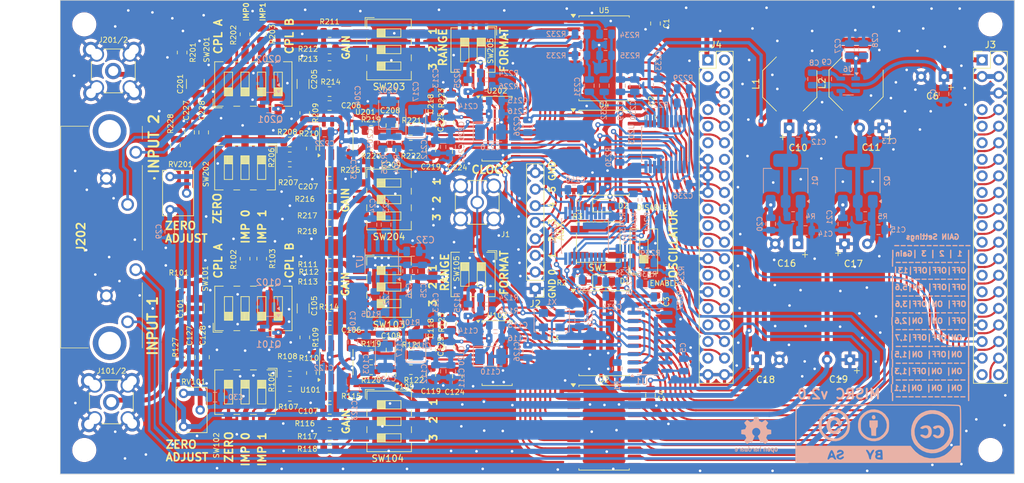
<source format=kicad_pcb>
(kicad_pcb (version 20240108) (generator "pcbnew") (generator_version "8.0")
  (title_block (title "MISRC") (date "2023-11-22") (rev "0.3"))
  (layers (0 "F.Cu" signal) (31 "B.Cu" signal) (34 "B.Paste" user) (35 "F.Paste" user) (36 "B.SilkS" user "B.Silkscreen") (37 "F.SilkS" user "F.Silkscreen") (38 "B.Mask" user) (39 "F.Mask" user) (44 "Edge.Cuts" user))
  (net 0 "")
  (net 1 "VDD")
  (net 2 "GND")
  (net 3 "+5V")
  (net 4 "+5VA")
  (net 5 "-5VA")
  (net 6 "VDDA")
  (net 7 "/Audio_ADC/SCKI")
  (net 8 "Net-(R212-Pad2)")
  (net 9 "Net-(R213-Pad2)")
  (net 10 "Net-(R217-Pad2)")
  (net 11 "Net-(R218-Pad2)")
  (net 12 "/DA0")
  (net 13 "/DA1")
  (net 14 "/DA2")
  (net 15 "/DA3")
  (net 16 "/DA4")
  (net 17 "/DA5")
  (net 18 "/DA6")
  (net 19 "/DA7")
  (net 20 "/DA8")
  (net 21 "/DA9")
  (net 22 "/DA10")
  (net 23 "/DA11")
  (net 24 "/DB3")
  (net 25 "/DB2")
  (net 26 "/DB1")
  (net 27 "/DB0")
  (net 28 "/DB4")
  (net 29 "/DB5")
  (net 30 "/DB6")
  (net 31 "/DB7")
  (net 32 "/DB8")
  (net 33 "/DB9")
  (net 34 "/DB10")
  (net 35 "/DB11")
  (net 36 "/OTRA")
  (net 37 "/OTRB")
  (net 38 "Net-(Q201-B)")
  (net 39 "Net-(Q201-C)")
  (net 40 "Net-(U6-CP+)")
  (net 41 "Net-(U6-CP-)")
  (net 42 "+5Vpcm")
  (net 43 "Net-(Q2-C)")
  (net 44 "Net-(Q1-B)")
  (net 45 "Net-(Q2-B)")
  (net 46 "Net-(U7-BYP)")
  (net 47 "Net-(U7-VREG)")
  (net 48 "Net-(U7-REF)")
  (net 49 "Net-(U6-VOUT)")
  (net 50 "Net-(J101-Signal)")
  (net 51 "Net-(C101-Pad2)")
  (net 52 "Net-(U101-VCM)")
  (net 53 "Net-(Q101-E)")
  (net 54 "Net-(U101-+)")
  (net 55 "Net-(C106-Pad2)")
  (net 56 "Net-(U101--)")
  (net 57 "Net-(C107-Pad2)")
  (net 58 "Net-(C108-Pad2)")
  (net 59 "Net-(C109-Pad1)")
  (net 60 "Net-(U102-VREF)")
  (net 61 "Net-(U102-REFT)")
  (net 62 "Net-(U102-REFB)")
  (net 63 "Net-(U102-IN)")
  (net 64 "Net-(U102-~{IN})")
  (net 65 "Net-(C127-Pad1)")
  (net 66 "Net-(J201-Signal)")
  (net 67 "Net-(C201-Pad2)")
  (net 68 "Net-(U201-VCM)")
  (net 69 "Net-(Q201-E)")
  (net 70 "Net-(U201-+)")
  (net 71 "Net-(C206-Pad2)")
  (net 72 "Net-(U201--)")
  (net 73 "Net-(C207-Pad2)")
  (net 74 "Net-(C208-Pad2)")
  (net 75 "Net-(C209-Pad1)")
  (net 76 "Net-(U202-VREF)")
  (net 77 "Net-(U202-REFT)")
  (net 78 "Net-(U202-REFB)")
  (net 79 "Net-(U202-IN)")
  (net 80 "Net-(U202-~{IN})")
  (net 81 "Net-(C227-Pad1)")
  (net 82 "Net-(D1-K)")
  (net 83 "Net-(D1-A)")
  (net 84 "Net-(D2-K)")
  (net 85 "Net-(D2-A)")
  (net 86 "Net-(U204-VREF1)")
  (net 87 "Net-(C237-Pad1)")
  (net 88 "Net-(U204-VINL)")
  (net 89 "Net-(U204-VINR)")
  (net 92 "Net-(J3-DQ15)")
  (net 94 "Net-(J3-DQ14)")
  (net 96 "Net-(J3-DQ13)")
  (net 98 "Net-(J3-DQ12)")
  (net 100 "Net-(J3-DQ11)")
  (net 102 "Net-(J3-DQ10)")
  (net 104 "Net-(J3-DQ9)")
  (net 106 "Net-(J3-DQ8)")
  (net 108 "Net-(J3-DQ7)")
  (net 110 "Net-(J3-DQ6)")
  (net 112 "Net-(J3-DQ5)")
  (net 114 "Net-(J3-DQ4)")
  (net 116 "Net-(J3-DQ3)")
  (net 117 "Net-(J3-DQ2)")
  (net 118 "Net-(J3-DQ1)")
  (net 119 "Net-(J3-DQ0)")
  (net 125 "Net-(J4-DQ31)")
  (net 127 "Net-(J4-DQ30)")
  (net 129 "Net-(J4-DQ29)")
  (net 131 "Net-(J4-DQ28)")
  (net 133 "Net-(J4-DQ27)")
  (net 134 "Net-(J4-DQ26)")
  (net 136 "Net-(J4-DQ25)")
  (net 138 "Net-(J4-DQ24)")
  (net 140 "Net-(J4-DQ23)")
  (net 141 "Net-(J4-DQ22)")
  (net 143 "Net-(J4-DQ21)")
  (net 144 "Net-(J4-DQ20)")
  (net 146 "Net-(J4-DQ19)")
  (net 148 "Net-(J4-DQ18)")
  (net 150 "Net-(J4-DQ17)")
  (net 152 "Net-(J4-DQ16)")
  (net 153 "Net-(Q101-B)")
  (net 154 "Net-(Q101-C)")
  (net 155 "Net-(U1A-R)")
  (net 156 "Net-(R102-Pad1)")
  (net 157 "Net-(R103-Pad1)")
  (net 158 "Net-(R106-Pad1)")
  (net 159 "Net-(R106-Pad2)")
  (net 160 "Net-(R107-Pad2)")
  (net 161 "Net-(R111-Pad2)")
  (net 162 "Net-(R112-Pad2)")
  (net 163 "Net-(R113-Pad2)")
  (net 164 "Net-(R116-Pad2)")
  (net 165 "Net-(R117-Pad2)")
  (net 166 "Net-(R118-Pad2)")
  (net 167 "Net-(U102-SENSE)")
  (net 168 "Net-(U102-MODE)")
  (net 169 "Net-(R125-Pad1)")
  (net 170 "Net-(R127-Pad2)")
  (net 171 "Net-(R202-Pad1)")
  (net 172 "Net-(R203-Pad1)")
  (net 173 "Net-(R206-Pad1)")
  (net 174 "Net-(R206-Pad2)")
  (net 175 "Net-(R207-Pad2)")
  (net 176 "Net-(R211-Pad2)")
  (net 177 "Net-(R216-Pad2)")
  (net 178 "Net-(U202-SENSE)")
  (net 179 "Net-(U202-MODE)")
  (net 180 "Net-(R225-Pad1)")
  (net 181 "Net-(R228-Pad2)")
  (net 182 "Net-(X1-EN)")
  (net 187 "Net-(U203-VREF1)")
  (net 188 "Net-(U203-VINL)")
  (net 189 "Net-(U203-VINR)")
  (net 190 "Net-(C231-Pad1)")
  (net 191 "Net-(C232-Pad1)")
  (net 192 "Net-(U203-MODE0)")
  (net 193 "Net-(U203-BYPAS)")
  (net 194 "Net-(U203-PDWN_N)")
  (net 195 "Net-(C238-Pad1)")
  (net 196 "/Audio_ADC/LRCK1")
  (net 197 "/Audio_ADC/DOUT1")
  (net 198 "/Audio_ADC/BCK1")
  (net 199 "Net-(U204-BYPAS)")
  (net 200 "Net-(U204-PDWN_N)")
  (net 201 "Net-(U204-MODE0)")
  (net 202 "/Audio_ADC/DOUT2")
  (net 203 "/Audio_ADC/BCK2")
  (net 204 "/Audio_ADC/LRCK2")
  (net 207 "IN2_L")
  (net 208 "IN1_R")
  (net 209 "IN2_R")
  (net 210 "IN1_L")
  (footprint "Footprints:CP_Radial_FlatB_D8.0mm_P3.50mm_3" (layer "F.Cu") (at 181.554 118.364 180)
    (property "Reference" "C19")
    (property "Value" "470u")
  )
  (footprint "Capacitor_SMD:C_0805_2012Metric" (layer "F.Cu") (at 117.348 120.65 -90)
    (property "Reference" "C119")
    (property "Value" "15pF/1")
  )
  (footprint "Resistor_SMD:R_0805_2012Metric" (layer "F.Cu") (at 108.204 119.888)
    (property "Reference" "R120")
    (property "Value" "40B")
  )
  (footprint "Capacitor_SMD:C_0805_2012Metric" (layer "F.Cu") (at 111.252 116.84 -90)
    (property "Reference" "C108")
    (property "Value" "82pF/1")
  )
  (footprint "Resistor_SMD:R_0805_2012Metric" (layer "F.Cu") (at 101.841 68.1736)
    (property "Reference" "R211")
    (property "Value" "1kB")
  )
  (footprint "Connector_PinHeader_2.54mm:PinHeader_1x08_P2.54mm_Vertical" (layer "F.Cu") (at 133.35 107.442 180)
    (property "Reference" "J2")
    (property "Value" "Conn_01x08_Socket")
  )
  (footprint "Button_Switch_SMD:SW_DIP_SPSTx03_Slide_6.7x9.18mm_W8.61mm_P2.54mm_LowProfile" (layer "F.Cu") (at 110.945 107.21)
    (property "Reference" "SW103")
    (property "Value" "SW_DIP_x03")
  )
  (footprint "Resistor_SMD:R_0805_2012Metric" (layer "F.Cu") (at 101.841 73.2536)
    (property "Reference" "R213")
    (property "Value" "4k99B")
  )
  (footprint "Footprints:SMA_Amphenol_901-144_Horizontal" (layer "F.Cu") (at 68.41 124.83)
    (property "Reference" "J101/2")
    (property "Value" "Conn_01x01_Shielded")
  )
  (footprint "MountingHole:MountingHole_3.2mm_M3" (layer "F.Cu") (at 203.073 132.207)
    (property "Reference" "H3" (hide yes))
    (property "Value" "MountingHole")
  )
  (footprint "Resistor_SMD:R_0805_2012Metric" (layer "F.Cu") (at 78.74 106.68)
    (property "Reference" "R101")
    (property "Value" "75B")
  )
  (footprint "LED_SMD:LED_0805_2012Metric_Pad1.15x1.40mm_HandSolder" (layer "F.Cu") (at 144.009 94.742)
    (property "Reference" "D2")
    (property "Value" "LED")
  )
  (footprint "Resistor_SMD:R_0805_2012Metric" (layer "F.Cu") (at 101.854 128.016)
    (property "Reference" "R116")
    (property "Value" "1kB")
  )
  (footprint "Footprints:PinHeader_2x20_P2.54mm_Vertical-1" (layer "F.Cu") (at 201.803 72.39)
    (property "Reference" "J3")
    (property "Value" "GPIFII_J6")
  )
  (footprint "Capacitor_SMD:C_1210_3225Metric" (layer "F.Cu") (at 81.28 110.49 90)
    (property "Reference" "C101")
    (property "Value" "100u")
  )
  (footprint "Resistor_SMD:R_0805_2012Metric" (layer "F.Cu") (at 98.031 80.518 -90)
    (property "Reference" "R209")
    (property "Value" "499B")
  )
  (footprint "Resistor_SMD:R_0805_2012Metric" (layer "F.Cu") (at 91.427 68.453 90)
    (property "Reference" "R203")
    (property "Value" "75B")
  )
  (footprint "Resistor_SMD:R_0805_2012Metric" (layer "F.Cu") (at 95.745 84.963 180)
    (property "Reference" "R208")
    (property "Value" "39B")
  )
  (footprint "Resistor_SMD:R_0805_2012Metric" (layer "F.Cu") (at 95.745 87.249 180)
    (property "Reference" "R206")
    (property "Value" "75B")
  )
  (footprint "Resistor_SMD:R_0805_2012Metric" (layer "F.Cu") (at 99.06 120.396 -90)
    (property "Reference" "R110")
    (property "Value" "499B")
  )
  (footprint "Package_SO:TSSOP-28_4.4x9.7mm_P0.65mm" (layer "F.Cu") (at 127.508 117.348)
    (property "Reference" "U102")
    (property "Value" "AD9235")
  )
  (footprint "Resistor_SMD:R_0805_2012Metric" (layer "F.Cu") (at 99.047 85.979 -90)
    (property "Reference" "R210")
    (property "Value" "499B")
  )
  (footprint "Capacitor_SMD:C_0805_2012Metric" (layer "F.Cu") (at 101.854 113.792)
    (property "Reference" "C106")
    (property "Value" "1p")
  )
  (footprint "Package_SO:SOIC-20W_7.5x12.8mm_P1.27mm" (layer "F.Cu") (at 143.891 72.136)
    (property "Reference" "U5")
    (property "Value" "74VHC541")
  )
  (footprint "Capacitor_SMD:C_0805_2012Metric" (layer "F.Cu") (at 120.129 81.915 -90)
    (property "Reference" "C225")
    (property "Value" "100n")
  )
  (footprint "Capacitor_SMD:C_0805_2012Metric" (layer "F.Cu") (at 101.841 79.375)
    (property "Reference" "C206")
    (property "Value" "1p")
  )
  (footprint "Resistor_SMD:R_0805_2012Metric" (layer "F.Cu") (at 101.841 89.535)
    (property "Reference" "R215")
    (property "Value" "6k49B")
  )
  (footprint "Package_SO:SOIC-20W_7.5x12.8mm_P1.27mm" (layer "F.Cu") (at 143.891 86.614)
    (property "Reference" "U4")
    (property "Value" "74VHC541")
  )
  (footprint "Footprints:SMA_Amphenol_901-144_Vertical2" (layer "F.Cu") (at 124.46 94.234)
    (property "Reference" "J1")
    (property "Value" "Conn_01x01_Shielded")
  )
  (footprint "Potentiometer_THT:Potentiometer_Bourns_3266W_Vertical" (layer "F.Cu") (at 77.4 90.27 90)
    (property "Reference" "RV201")
    (property "Value" "10k")
  )
  (footprint "Footprints:CP_Radial_Flat_D8.0mm_P3.50mm_2" (layer "F.Cu") (at 180.721 100.584)
    (property "Reference" "C17")
    (property "Value" "470u")
  )
  (footprint "Resistor_SMD:R_0805_2012Metric" (layer "F.Cu") (at 114.3 119.888)
    (property "Reference" "R122")
    (property "Value" "22B")
  )
  (footprint "Footprints:L_Bourns-SRU8043_2" (layer "F.Cu") (at 172.339 76.073 -90)
    (property "Reference" "L1")
    (property "Value" "100u")
  )
  (footprint "Button_Switch_SMD:SW_DIP_SPSTx03_Slide_6.7x9.18mm_W8.61mm_P2.54mm_LowProfile" (layer "F.Cu") (at 110.966166 127.811166)
    (property "Reference" "SW104")
    (property "Value" "SW_DIP_x03")
  )
  (footprint "Footprints:CP_Radial_FlatB_D8.0mm_P3.50mm_2" (layer "F.Cu") (at 186.564651 82.804 180)
    (property "Reference" "C11")
    (property "Value" "470u")
  )
  (footprint "Resistor_SMD:R_0805_2012Metric" (layer "F.Cu") (at 95.758 119.38 180)
    (property "Reference" "R108")
    (property "Value" "39B")
  )
  (footprint "Resistor_SMD:R_0805_2012Metric" (layer "F.Cu") (at 139.827 106.299 180)
    (property "Reference" "R2")
    (property "Value" "100")
  )
  (footprint "Footprints:SMA_Amphenol_901-144_Horizontal" (layer "F.Cu") (at 68.71 74.07)
    (property "Reference" "J201/2")
    (property "Value" "Conn_01x01_Shielded")
  )
  (footprint "Resistor_SMD:R_0805_2012Metric" (layer "F.Cu") (at 95.758 121.666 180)
    (property "Reference" "R106")
    (property "Value" "75B")
  )
  (footprint "Capacitor_SMD:C_0805_2012Metric" (layer "F.Cu") (at 111.239 82.423 -90)
    (property "Reference" "C208")
    (property "Value" "82pF/1")
  )
  (footprint "Package_SO:SOIC-20W_7.5x12.8mm_P1.27mm" (layer "F.Cu") (at 143.891 128.778)
    (property "Reference" "U2")
    (property "Value" "74VHC541")
  )
  (footprint "Resistor_SMD:R_0805_2012Metric" (layer "F.Cu") (at 101.841 93.599)
    (property "Reference" "R216")
    (property "Value" "1kB")
  )
  (footprint "Button_Switch_SMD:SW_DIP_SPSTx04_Slide_6.7x11.72mm_W8.61mm_P2.54mm_LowProfile" (layer "F.Cu") (at 90.157 76.073 90)
    (property "Reference" "SW201")
    (property "Value" "SW_DIP_x04")
  )
  (footprint "Resistor_SMD:R_0805_2012Metric" (layer "F.Cu") (at 120.51 78.359 90)
    (property "Reference" "R223")
    (property "Value" "10k")
  )
  (footprint "MountingHole:MountingHole_3.2mm_M3" (layer "F.Cu") (at 64.262 132.207)
    (property "Reference" "H2" (hide yes))
    (property "Value" "MountingHole")
  )
  (footprint "LED_SMD:LED_0805_2012Metric_Pad1.15x1.40mm_HandSolder" (layer "F.Cu") (at 144.009 106.299)
    (property "Reference" "D1")
    (property "Value" "LED")
  )
  (footprint "Footprints:L_Bourns-SRU8043_2" (layer "F.Cu") (at 182.499 75.983 -90)
    (property "Reference" "L2")
    (property "Value" "100u")
  )
  (footprint "Resistor_SMD:R_0805_2012Metric" (layer "F.Cu") (at 88.9 102.87 90)
    (property "Reference" "R102")
    (property "Value" "150B")
  )
  (footprint "Capacitor_SMD:C_1210_3225Metric" (layer "F.Cu") (at 81.267 76.073 90)
    (property "Reference" "C201")
    (property "Value" "100u")
  )
  (footprint "Resistor_SMD:R_0805_2012Metric" (layer "F.Cu") (at 101.854 123.952)
    (property "Reference" "R115")
    (property "Value" "6k49B")
  )
  (footprint "Resistor_SMD:R_0805_2012Metric" (layer "F.Cu") (at 101.854 103.6)
    (property "Reference" "R111")
    (property "Value" "1kB")
  )
  (footprint "Button_Switch_SMD:SW_DIP_SPSTx02_Slide_6.7x6.64mm_W8.61mm_P2.54mm_LowProfile" (layer "F.Cu") (at 123.825 105.283 -90)
    (property "Reference" "SW105")
    (property "Value" "SW_DIP_x02")
  )
  (footprint "Capacitor_SMD:C_0805_2012Metric" (layer "F.Cu") (at 121.399 86.487 90)
    (property "Reference" "C224")
    (property "Value" "100n")
  )
  (footprint "Resistor_SMD:R_0805_2012Metric" (layer "F.Cu") (at 108.191 85.471)
    (property "Reference" "R220")
    (property "Value" "40B")
  )
  (footprint "Capacitor_SMD:C_0805_2012Metric" (layer "F.Cu") (at 111.252 120.65 -90)
    (property "Reference" "C109")
    (property "Value" "82pF/1")
  )
  (footprint "Capacitor_SMD:C_0805_2012Metric" (layer "F.Cu") (at 120.142 116.332 -90)
    (property "Reference" "C125")
    (property "Value" "100n")
  )
  (footprint "Capacitor_SMD:C_0805_2012Metric" (layer "F.Cu") (at 111.239 86.233 -90)
    (property "Reference" "C209")
    (property "Value" "82pF/1")
  )
  (footprint "Resistor_SMD:R_0805_2012Metric" (layer "F.Cu") (at 101.841 70.7136)
    (property "Reference" "R212")
    (property "Value" "2k49B")
  )
  (footprint "Resistor_SMD:R_0805_2012Metric" (layer "F.Cu") (at 101.854 107.65)
    (property "Reference" "R113")
    (property "Value" "4k99B")
  )
  (footprint "Resistor_SMD:R_0805_2012Metric" (layer "F.Cu") (at 95.745 89.535 180)
    (property "Reference" "R207")
    (property "Value" "39B")
  )
  (footprint "Resistor_SMD:R_0805_2012Metric" (layer "F.Cu") (at 114.287 85.471)
    (property "Reference" "R222")
    (property "Value" "22B")
  )
  (footprint "Footprints:CP_Radial_Flat_D8.0mm_P3.50mm_2" (layer "F.Cu") (at 172.24 82.801)
    (property "Reference" "C10")
    (property "Value" "470u")
  )
  (footprint "Package_SO:SOIC-20W_7.5x12.8mm_P1.27mm" (layer "F.Cu") (at 143.891 114.3)
    (property "Reference" "U3")
    (property "Value" "74VHC541")
  )
  (footprint "Button_Switch_SMD:SW_DIP_SPSTx03_Slide_6.7x9.18mm_W8.61mm_P2.54mm_LowProfile" (layer "F.Cu") (at 110.945 70.79)
    (property "Reference" "SW203")
    (property "Value" "SW_DIP_x03")
  )
  (footprint "Capacitor_SMD:C_0805_2012Metric" (layer "F.Cu") (at 82.677 117.983 90)
    (property "Reference" "C128")
    (property "Value" "1n/1" (hide yes))
  )
  (footprint "Capacitor_SMD:C_0805_2012Metric" (layer "F.Cu") (at 101.854 125.984)
    (property "Reference" "C107")
    (property "Value" "1p")
  )
  (footprint "Resistor_SMD:R_0805_2012Metric" (layer "F.Cu") (at 95.758 123.952 180)
    (property "Reference" "R107")
    (property "Value" "39B")
  )
  (footprint "Resistor_SMD:R_0805_2012Metric" (layer "F.Cu") (at 101.841 98.679)
    (property "Reference" "R218")
    (property "Value" "4k99B")
  )
  (footprint "Resistor_SMD:R_0805_2012Metric" (layer "F.Cu") (at 108.204 117.602)
    (property "Reference" "R119")
    (property "Value" "40B")
  )
  (footprint "Footprints:CP_Radial_FlatB_D8.0mm_P3.50mm_3" (layer "F.Cu") (at 195.962651 74.93 180)
    (property "Reference" "C6")
    (property "Value" "470u")
  )
  (footprint "Footprints:CP_Radial_Flat_D8.0mm_P3.50mm_2" (layer "F.Cu") (at 167.259 118.364)
    (property "Reference" "C18")
    (property "Value" "470u")
  )
  (footprint "Resistor_SMD:R_0805_2012Metric" (layer "F.Cu") (at 108.191 83.185)
    (property "Reference" "R219")
    (property "Value" "40B")
  )
  (footprint "Button_Switch_SMD:SW_DIP_SPSTx01_Slide_6.7x4.1mm_W8.61mm_P2.54mm_LowProfile" (layer "F.Cu") (at 149.987 101.714 90)
    (property "Reference" "SW2" (hide yes))
    (property "Value" "SW_DIP_x01")
  )
  (footprint "Footprints:SW_SPST_EVQP0_2" (layer "F.Cu") (at 143.002 100.33 180)
    (property "Reference" "SW1")
    (property "Value" "SW_Push")
  )
  (footprint "MountingHole:MountingHole_3.2mm_M3" (layer "F.Cu") (at 64.262 66.929)
    (property "Reference" "H1" (hide yes))
    (property "Value" "MountingHole")
  )
  (footprint "Capacitor_SMD:C_0805_2012Metric" (layer "F.Cu") (at 151.003 81.219 -90)
    (property "Reference" "C2")
    (property "Value" "1u")
  )
  (footprint "Capacitor_SMD:C_1206_3216Metric" (layer "F.Cu") (at 97.79 110.49 -90)
    (property "Reference" "C105")
    (property "Value" "470n/1")
  )
  (footprint "Capacitor_SMD:C_0805_2012Metric" (layer "F.Cu") (at 82.55 83.5 90)
    (property "Reference" "C228")
    (property "Value" "1n/1" (hide yes))
  )
  (footprint "Resistor_SMD:R_0805_2012Metric" (layer "F.Cu") (at 79.25 71.25 -90)
    (property "Reference" "R201")
    (property "Value" "75B")
  )
  (footprint "Resistor_SMD:R_0805_2012Metric" (layer "F.Cu") (at 101.841 96.139)
    (property "Reference" "R217")
    (property "Value" "2k49B")
  )
  (footprint "Capacitor_SMD:C_0805_2012Metric" (layer "F.Cu") (at 117.348 116.84 -90)
    (property "Reference" "C118")
    (property "Value" "15pF/1")
  )
  (footprint "Capacitor_SMD:C_0805_2012Metric" (layer "F.Cu") (at 151.003 123.825 -90)
    (property "Reference" "C4")
    (property "Value" "1u")
  )
  (footprint "Footprints:KLP42X61WWRR" (layer "F.Cu") (at 67.65 90.55 -90)
    (property "Reference" "J202")
    (property "Value" "KLP42X-61-WW_RR" (hide yes))
  )
  (footprint "Resistor_SMD:R_0805_2012Metric" (layer "F.Cu") (at 101.854 132.05)
    (property "Reference" "R118")
    (property "Value" "4k99B")
  )
  (footprint "Resistor_SMD:R_0805_2012Metric" (layer "F.Cu") (at 114.287 83.185)
    (property "Reference" "R221")
    (property "Value" "22B")
  )
  (footprint "Footprints:CP_Radial_FlatB_D8.0mm_P3.50mm_3" (layer "F.Cu") (at 173.609 100.584 180)
    (property "Reference" "C16")
    (property "Value" "470u")
  )
  (footprint "Resistor_SMD:R_0805_2012Metric" (layer "F.Cu") (at 78.232 85.471 -90)
    (property "Reference" "R228")
    (property "Value" "3k3" (hide yes))
  )
  (footprint "Footprints:BNC_Right_Angle-DOSIN-801-0050_5pin" (layer "F.Cu") (at 68.39 124.88)
    (property "Reference" "J101" (hide yes))
    (property "Value" "BNC_Rosenberger")
  )
  (footprint "Button_Switch_SMD:SW_DIP_SPSTx04_Slide_6.7x11.72mm_W8.61mm_P2.54mm_LowProfile" (layer "F.Cu") (at 90.17 110.49 90)
    (property "Reference" "SW101")
    (property "Value" "SW_DIP_x04")
  )
  (footprint "Resistor_SMD:R_0805_2012Metric" (layer "F.Cu") (at 98.044 114.935 -90)
    (property "Reference" "R109")
    (property "Value" "499B")
  )
  (footprint "Capacitor_SMD:C_0805_2012Metric" (layer "F.Cu") (at 80.391 83.5 90)
    (property "Reference" "C227")
    (property "Value" "10u" (hide yes))
  )
  (footprint "Button_Switch_SMD:SW_DIP_SPSTx03_Slide_6.7x9.18mm_W8.61mm_P2.54mm_LowProfile" (layer "F.Cu") (at 88.887 88.913 -90)
    (property "Reference" "SW202")
    (property "Value" "SW_DIP_x03")
  )
  (footprint "Resistor_SMD:R_0805_2012Metric" (layer "F.Cu") (at 101.854 105.6)
    (property "Reference" "R112")
    (property "Value" "2k49B")
  )
  (footprint "Resistor_SMD:R_0805_2012Metric" (layer "F.Cu") (at 91.44 102.87 90)
    (property "Reference" "R103")
    (property "Value" "75B")
  )
  (footprint "Package_SO:SO-8_3.9x4.9mm_P1.27mm" (layer "F.Cu") (at 102.87 84.328 90)
    (property "Reference" "U201")
    (property "Value" "AD8138ARZ")
  )
  (footprint "Capacitor_SMD:C_0805_2012Metric" (layer "F.Cu") (at 117.335 86.233 -90)
    (property "Reference" "C219")
    (property "Value" "15pF/1")
  )
  (footprint "MountingHole:MountingHole_3.2mm_M3" (layer "F.Cu") (at 203.073 66.929)
    (property "Reference" "H4" (hide yes))
    (property "Value" "MountingHole")
  )
  (footprint "Package_SO:TSSOP-28_4.4x9.7mm_P0.65mm" (layer "F.Cu") (at 127.495 82.931)
    (property "Reference" "U202")
    (property "Value" "AD9235")
  )
  (footprint "Resistor_SMD:R_0805_2012Metric" (layer "F.Cu") (at 88.887 68.453 90)
    (property "Reference" "R202")
    (property "Value" "150B")
  )
  (footprint "Resistor_SMD:R_0805_2012Metric" (layer "F.Cu") (at 114.3 117.602)
    (property "Reference" "R121")
    (property "Value" "22B")
  )
  (footprint "Resistor_SMD:R_0805_2012Metric" (layer "F.Cu") (at 101.8375 77.25)
    (property "Reference" "R214")
    (property "Value" "6k49B")
  )
  (footprint "Button_Switch_SMD:SW_DIP_SPSTx02_Slide_6.7x6.64mm_W8.61mm_P2.54mm_LowProfile" (layer "F.Cu") (at 123.812 70.866 -90)
    (property "Reference" "SW205")
    (property "Value" "SW_DIP_x02")
  )
  (footprint "Capacitor_SMD:C_0805_2012Metric" (layer "F.Cu") (at 151.765 109.474 -90)
    (property "Reference" "C3")
    (property "Value" "1u")
  )
  (footprint "Package_SO:SO-8_3.9x4.9mm_P1.27mm" (layer "F.Cu") (at 102.87 118.745 90)
    (property "Reference" "U101")
    (property "Value" "AD8138ARZ")
  )
  (footprint "Button_Switch_SMD:SW_DIP_SPSTx03_Slide_6.7x9.18mm_W8.61mm_P2.54mm_LowProfile" (layer "F.Cu") (at 110.945 93.79)
    (property "Reference" "SW204")
    (property "Value" "SW_DIP_x03")
  )
  (footprint "Potentiometer_THT:Potentiometer_Bourns_3266W_Vertical" (layer "F.Cu") (at 79.475 123.525 90)
    (property "Reference" "RV101")
    (property "Value" "10k")
  )
  (footprint "Button_Switch_SMD:SW_DIP_SPSTx03_Slide_6.7x9.18mm_W8.61mm_P2.54mm_LowProfile" (layer "F.Cu") (at 88.9 123.33 -90)
    (property "Reference" "SW102")
    (property "Value" "SW_DIP_x03")
  )
  (footprint "Resistor_SMD:R_0805_2012Metric" (layer "F.Cu") (at 139.827 94.742 180)
    (property "Reference" "R3")
    (property "Value" "100")
  )
  (footprint "Resistor_SMD:R_0805_2012Metric" (layer "F.Cu") (at 78.232 119.9115 -90)
    (property "Reference" "R127")
    (property "Value" "3k3" (hide yes))
  )
  (footprint "Footprints:BNC_Right_Angle-DOSIN-801-0050_5pin" (layer "F.Cu") (at 68.69 74.09)
    (property "Reference" "J201" (hide yes))
    (property "Value" "BNC_Rosenberger")
  )
  (footprint "Resistor_SMD:R_0805_2012Metric" (layer "F.Cu") (at 101.854 130)
    (property "Reference" "R117")
    (property "Value" "2k49B")
  )
  (footprint "Resistor_SMD:R_0805_2012Metric" (layer "F.Cu") (at 120.523 112.776 90)
    (property "Reference" "R123")
    (property "Value" "10k")
  )
  (footprint "Capacitor_SMD:C_0805_2012Metric" (layer "F.Cu") (at 121.412 120.904 90)
    (property "Reference" "C124")
    (property "Value" "100n")
  )
  (footprint "Footprints:PinHeader_2x20_P2.54mm_Vertical-1" (layer "F.Cu") (at 159.8 72.39)
    (property "Reference" "J4")
    (property "Value" "GPIFII_J7")
  )
  (footprint "Capacitor_SMD:C_0805_2012Metric" (layer "F.Cu") (at 80.518 117.983 90)
    (property "Reference" "C127")
    (property "Value" "10u" (hide yes))
  )
  (footprint "Capacitor_SMD:C_0805_2012Metric" (layer "F.Cu") (at 151.765 66.802 -90)
    (property "Reference" "C1")
    (property "Value" "1u")
  )
  (footprint "Capacitor_SMD:C_0805_2012Metric" (layer "F.Cu") (at 101.841 91.567)
    (property "Reference" "C207")
    (property "Value" "1p")
  )
  (footprint "Capacitor_SMD:C_1206_3216Metric" (layer "F.Cu") (at 97.777 76.073 -90)
    (property "Reference" "C205")
    (property "Value" "470n/1")
  )
  (footprint "Capacitor_SMD:C_0805_2012Metric" (layer "F.Cu") (at 117.335 82.423 -90)
    (property "Reference" "C218")
    (property "Value" "15pF/1")
  )
  (footprint "Resistor_SMD:R_0805_2012Metric" (layer "F.Cu") (at 101.85 111.7)
    (property "Reference" "R114")
    (property "Value" "6k49B")
  )
  (footprint "Capacitor_SMD:C_0805_2012Metric" (layer "B.Cu") (at 100.965 117.856)
    (property "Reference" "C122")
    (property "Value" "100n")
  )
  (footprint "Capacitor_Tantalum_SMD:CP_EIA-3528-21_Kemet-B_Pad1.50x2.35mm_HandSolder" (layer "B.Cu") (at 110.363 117.983 -90)
    (property "Reference" "C102")
    (property "Value" "10u")
  )
  (footprint "Capacitor_SMD:C_0805_2012Metric" (layer "B.Cu") (at 139.3 92.3)
    (property "Reference" "C240")
    (property "Value" "100n")
  )
  (footprint "Capacitor_SMD:C_0805_2012Metric" (layer "B.Cu") (at 132.207 82.55 -90)
    (property "Reference" "C226")
    (property "Value" "100n")
  )
  (footprint "Capacitor_SMD:C_0805_2012Metric" (layer "B.Cu") (at 118.097 82.169 90)
    (property "Reference" "C221" (hide yes))
    (property "Value" "1n/1")
  )
  (footprint "Resistor_SMD:R_0805_2012Metric" (layer "B.Cu") (at 144.1196 71.6788)
    (property "Reference" "R235")
    (property "Value" "47k")
  )
  (footprint "Capacitor_SMD:C_0805_2012Metric" (layer "B.Cu") (at 169.418 97.536 -90)
    (property "Reference" "C20")
    (property "Value" "1u")
  )
  (footprint "Capacitor_SMD:C_0805_2012Metric" (layer "B.Cu") (at 148.59 76.3372 90)
    (property "Reference" "C230")
    (property "Value" "100n")
  )
  (footprint "Capacitor_SMD:C_0805_2012Metric" (layer "B.Cu") (at 175.8315 75.311 -90)
    (property "Reference" "C8")
    (property "Value" "10u")
  )
  (footprint "Oscillator:Oscillator_SMD_EuroQuartz_XO53-4Pin_5.0x3.2mm" (layer "B.Cu") (at 135.87 112.3 180)
    (property "Reference" "X1")
    (property "Value" "40M")
  )
  (footprint "Package_TO_SOT_SMD:SOT-23" (layer "B.Cu") (at 92.329 75.057 90)
    (property "Reference" "Q202")
    (property "Value" "CMPT5179")
  )
  (footprint "Capacitor_SMD:C_0805_2012Metric" (layer "B.Cu") (at 141.6304 76.3372 -90)
    (property "Reference" "C231")
    (property "Value" "1u")
  )
  (footprint "Resistor_SMD:R_0805_2012Metric" (layer "B.Cu") (at 112.141 85.0665 -90)
    (property "Reference" "R204")
    (property "Value" "1kB")
  )
  (footprint "Capacitor_SMD:C_0805_2012Metric" (layer "B.Cu") (at 108.839 108.839 90)
    (property "Reference" "C22")
    (property "Value" "1u")
  )
  (footprint "Capacitor_SMD:C_0805_2012Metric" (layer "B.Cu") (at 180.467 97.536 -90)
    (property "Reference" "C21")
    (property "Value" "1u")
  )
  (footprint "Resistor_SMD:R_0805_2012Metric" (layer "B.Cu") (at 183.896 96.393)
    (property "Reference" "R5")
    (property "Value" "1k")
  )
  (footprint "Resistor_SMD:R_0805_2012Metric" (layer "B.Cu") (at 125.857 110.871 180)
    (property "Reference" "R126")
    (property "Value" "10k")
  )
  (footprint "Capacitor_SMD:C_0805_2012Metric" (layer "B.Cu") (at 120.396 113.03 -90)
    (property "Reference" "C114")
    (property "Value" "1n/1")
  )
  (footprint "Symbol:OSHW-Logo2_7.3x6mm_SilkScreen" (layer "B.Cu") (at 167.2 129.9 180)
    (property "Reference" "REF**" (hide yes))
    (property "Value" "OSHW-Logo2_7.3x6mm_SilkScreen" (hide yes))
  )
  (footprint "Capacitor_SMD:C_0805_2012Metric" (layer "B.Cu") (at 127.241 80.645)
    (property "Reference" "C216")
    (property "Value" "1n/1")
  )
  (footprint "Resistor_SMD:R_0805_2012Metric" (layer "B.Cu") (at 125.844 76.454 180)
    (property "Reference" "R226")
    (property "Value" "10k")
  )
  (footprint "Capacitor_SMD:C_0805_2012Metric" (layer "B.Cu") (at 145.1 108.6)
    (property "Reference" "C234")
    (property "Value" "10u")
  )
  (footprint "Resistor_SMD:R_0805_2012Metric" (layer "B.Cu") (at 148.35 93.8375 -90)
    (property "Reference" "R240")
    (property "Value" "1k")
  )
  (footprint "Capacitor_SMD:C_0805_2012Metric" (layer "B.Cu") (at 118.097 78.613 -90)
    (property "Reference" "C213")
    (property "Value" "100n")
  )
  (footprint "Capacitor_SMD:C_0805_2012Metric" (layer "B.Cu") (at 195.961 77.597 -90)
    (property "Reference" "C7")
    (property "Value" "1u")
  )
  (footprint "Package_TO_SOT_SMD:SOT-223-3_TabPin2" (layer "B.Cu") (at 182.753 90.932 90)
    (property "Reference" "Q2")
    (property "Value" "FZT790A")
  )
  (footprint "Capacitor_SMD:C_0805_2012Metric" (layer "B.Cu") (at 185.928 98.425)
    (property "Reference" "C15")
    (property "Value" "100n")
  )
  (footprint "Capacitor_SMD:C_0805_2012Metric" (layer "B.Cu") (at 118.11 120.142 90)
    (property "Reference" "C112")
    (property "Value" "100n")
  )
  (footprint "Resistor_SMD:R_0805_2012Metric" (layer "B.Cu") (at 150.45 93.8375 -90)
    (property "Reference" "R241")
    (property "Value" "1k")
  )
  (footprint "Capacitor_SMD:C_0805_2012Metric" (layer "B.Cu") (at 140.15 112.3 -90)
    (property "Reference" "C31")
    (property "Value" "1u")
  )
  (footprint "Package_TO_SOT_SMD:SOT-23" (layer "B.Cu") (at 92.329 109.3525 90)
    (property "Reference" "Q102")
    (property "Value" "CMPT5179")
  )
  (footprint "Capacitor_SMD:C_0805_2012Metric" (layer "B.Cu") (at 105.537 85.725 -90)
    (property "Reference" "C223")
    (property "Value" "100n")
  )
  (footprint "Capacitor_SMD:C_0805_2012Metric" (layer "B.Cu") (at 120.383 78.613 -90)
    (property "Reference" "C214")
    (property "Value" "1n/1")
  )
  (footprint "Footprints:SOIC-8-1EP_3.9x4.9mm_P1.27mm_EP2.29x3mm_2" (layer "B.Cu") (at 109.843 103.313 90)
    (property "Reference" "U7")
    (property "Value" "ADP7156ARDZ")
  )
  (footprint "Capacitor_SMD:C_0805_2012Metric" (layer "B.Cu") (at 143.9164 76.3372 -90)
    (property "Reference" "C232")
    (property "Value" "1u")
  )
  (footprint "Capacitor_Tantalum_SMD:CP_EIA-3528-21_Kemet-B_Pad1.50x2.35mm_HandSolder" (layer "B.Cu") (at 115.049 81.661 90)
    (property "Reference" "C217")
    (property "Value" "10u")
  )
  (footprint "Capacitor_SMD:C_0805_2012Metric" (layer "B.Cu") (at 174.752 98.552)
    (property "Reference" "C14")
    (property "Value" "100n")
  )
  (footprint "Resistor_SMD:R_0805_2012Metric" (layer "B.Cu") (at 154 105.9125 90)
    (property "Reference" "R238")
    (property "Value" "10k")
  )
  (footprint "Resistor_SMD:R_0805_2012Metric" (layer "B.Cu") (at 123.063 110.744 -90)
    (property "Reference" "R125")
    (property "Value" "3k3")
  )
  (footprint "Capacitor_SMD:C_0805_2012Metric" (layer "B.Cu") (at 127.254 113.03)
    (property "Reference" "C115")
    (property "Value" "100n")
  )
  (footprint "Capacitor_SMD:C_0805_2012Metric" (layer "B.Cu") (at 145.1 106.45)
    (property "Reference" "C235")
    (property "Value" "100n")
  )
  (footprint "Capacitor_SMD:C_0805_2012Metric" (layer "B.Cu") (at 147.1 103.5 180)
    (property "Reference" "C238")
    (property "Value" "1u")
  )
  (footprint "Resistor_SMD:R_0805_2012Metric" (layer "B.Cu") (at 140.3604 71.6788)
    (property "Reference" "R233")
    (property "Value" "47k")
  )
  (footprint "Resistor_SMD:R_0805_2012Metric" (layer "B.Cu") (at 140.3604 68.4276)
    (property "Reference" "R232")
    (property "Value" "10k")
  )
  (footprint "Capacitor_SMD:C_0805_2012Metric" (layer "B.Cu") (at 120.396 120.142 90)
    (property "Reference" "C111")
    (property "Value" "1n/1")
  )
  (footprint "Capacitor_SMD:C_0805_2012Metric" (layer "B.Cu") (at 152.1968 76.2508 90)
    (property "Reference" "C233")
    (property "Value" "100n")
  )
  (footprint "Resistor_SMD:R_0805_2012Metric" (layer "B.Cu") (at 125.844 74.422 180)
    (property "Reference" "R224")
    (property "Value" "4k99")
  )
  (footprint "Footprints:CC Licence" (layer "B.Cu") (at 185.9 129.7 180)
    (property "Reference" "G***" (hide yes))
    (property "Value" "LOGO" (hide yes))
  )
  (footprint "Capacitor_SMD:C_0805_2012Metric" (layer "B.Cu") (at 77.35 98.7 -90)
    (property "Reference" "C29")
    (property "Value" "1u")
  )
  (footprint "Resistor_SMD:R_0805_2012Metric" (layer "B.Cu") (at 152.4125 108.75 180)
    (property "Reference" "R237")
    (property "Value" "47k")
  )
  (footprint "Capacitor_SMD:C_0805_2012Metric" (layer "B.Cu") (at 106.172 81.153 90)
    (property "Reference" "C204")
    (property "Value" "1n/1")
  )
  (footprint "Package_TO_SOT_SMD:SOT-223-3_TabPin2" (layer "B.Cu") (at 171.704 90.932 90)
    (property "Reference" "Q1")
    (property "Value" "FZT690B")
  )
  (footprint "Capacitor_SMD:C_0805_2012Metric" (layer "B.Cu") (at 127.254 115.062)
    (property "Reference" "C116")
    (property "Value" "1n/1")
  )
  (footprint "Capacitor_SMD:C_0805_2012Metric" (layer "B.Cu") (at 155.95 91.5 180)
    (property "Reference" "C236")
    (property "Value" "100n")
  )
  (footprint "Capacitor_SMD:C_0805_2012Metric" (layer "B.Cu") (at 120.383 85.725 90)
    (property "Reference" "C211")
    (property "Value" "1n/1")
  )
  (footprint "Capacitor_SMD:C_0805_2012Metric" (layer "B.Cu") (at 118.11 113.03 -90)
    (property "Reference" "C113")
    (property "Value" "100n")
  )
  (footprint "Resistor_SMD:R_0805_2012Metric" (layer "B.Cu") (at 156.0068 76.8096 180)
    (property "Reference" "R229")
    (property "Value" "1k")
  )
  (footprint "Resistor_SMD:R_0805_2012Metric" (layer "B.Cu") (at 123.05 76.327 -90)
    (property "Reference" "R225")
    (property "Value" "3k3")
  )
  (footprint "Resistor_SMD:R_0805_2012Metric" (layer "B.Cu") (at 150.6125 103.5 180)
    (property "Reference" "R239")
    (property "Value" "47k")
  )
  (footprint "Resistor_SMD:R_0805_2012Metric" (layer "B.Cu") (at 125.857 108.839 180)
    (property "Reference" "R124")
    (property "Value" "4k99")
  )
  (footprint "Resistor_SMD:R_0805_2012Metric" (layer "B.Cu") (at 156.0068 78.994 180)
    (property "Reference" "R227")
    (property "Value" "1k")
  )
  (footprint "Capacitor_SMD:C_0805_2012Metric" (layer "B.Cu") (at 173.609 84.963)
    (property "Reference" "C12")
    (property "Value" "1u")
  )
  (footprint "Capacitor_SMD:C_0805_2012Metric" (layer "B.Cu") (at 132.207 117.094 -90)
    (property "Reference" "C126")
    (property "Value" "100n")
  )
  (footprint "Resistor_SMD:R_0805_2012Metric" (layer "B.Cu") (at 111.76 113.538 90)
    (property "Reference" "R104")
    (property "Value" "1kB")
  )
  (footprint "Capacitor_SMD:C_0805_2012Metric" (layer "B.Cu") (at 120.383 82.169 90)
    (property "Reference" "C220")
    (property "Value" "100n")
  )
  (footprint "Capacitor_SMD:C_0805_2012Metric" (layer "B.Cu") (at 110.49 97.663 -90)
    (property "Reference" "C23")
    (property "Value" "1u")
  )
  (footprint "Capacitor_Tantalum_SMD:CP_EIA-3528-21_Kemet-B_Pad1.50x2.35mm_HandSolder" (layer "B.Cu") (at 115.062 116.078 90)
    (property "Reference" "C117")
    (property "Value" "10u")
  )
  (footprint "Capacitor_Tantalum_SMD:CP_EIA-3528-21_Kemet-B_Pad1.50x2.35mm_HandSolder" (layer "B.Cu") (at 126.492 117.856)
    (property "Reference" "C110")
    (property "Value" "10u")
  )
  (footprint "Package_TO_SOT_SMD:SOT-23-5" (layer "B.Cu") (at 181.2925 76.2 180)
    (property "Reference" "U6")
    (property "Value" "TPS60401")
  )
  (footprint "Capacitor_SMD:C_0805_2012Metric" (layer "B.Cu") (at 181.483 70.8 -90)
    (property "Reference" "C27")
    (property "Value" "1n/1" (hide yes))
  )
  (footprint "Resistor_SMD:R_0805_2012Metric" (layer "B.Cu") (at 172.847 96.393)
    (property "Reference" "R4")
    (property "Value" "1k")
  )
  (footprint "Capacitor_Tantalum_SMD:CP_EIA-3528-21_Kemet-B_Pad1.50x2.35mm_HandSolder" (layer "B.Cu") (at 110.871 80.365 90)
    (property "Reference" "C202")
    (property "Value" "10u")
  )
  (footprint "Package_TO_SOT_SMD:SOT-23" (layer "B.Cu") (at 92.837 113.284 180)
    (property "Reference" "Q101")
    (property "Value" "CMPT5179")
  )
  (footprint "Package_SO:SO-16_3.9x9.9mm_P1.27mm" (layer "B.Cu") (at 150.925 115.615)
    (property "Reference" "U1")
    (property "Value" "4043")
  )
  (footprint "Capacitor_SMD:C_0805_2012Metric" (layer "B.Cu") (at 141.45 106.1 180)
    (property "Reference" "C239")
    (property "Value" "100n")
  )
  (footprint "Capacitor_SMD:C_0805_2012Metric" (layer "B.Cu") (at 105.41 115.697 90)
    (property "Reference" "C104")
    (property "Value" "1n/1")
  )
  (footprint "Capacitor_SMD:C_0805_2012Metric" (layer "B.Cu") (at 146.4056 76.3372 90)
    (property "Reference" "C229")
    (property "Value" "10u")
  )
  (footprint "Resistor_SMD:R_0805_2012Metric" (layer "B.Cu") (at 146.304 87.1728 90)
    (property "Reference" "R230")
    (property "Value" "1k")
  )
  (footprint "Capacitor_SMD:C_0805_2012Metric" (layer "B.Cu") (at 147.1 101.35 180)
    (property "Reference" "C237")
    (property "Value" "1u")
  )
  (footprint "Resistor_SMD:R_0805_2012Metric" (layer "B.Cu") (at 146.2 93.8625 90)
    (property "Reference" "R243")
    (property "Value" "1k")
  )
  (footprint "Resistor_SMD:R_0805_2012Metric" (layer "B.Cu") (at 145.9 119.7 90)
    (property "Reference" "R1")
    (property "Value" "10k")
  )
  (footprint "Resistor_SMD:R_0805_2012Metric" (layer "B.Cu") (at 109.982 85.09 90)
    (property "Reference" "R205")
    (property "Value" "1kB")
  )
  (footprint "Resistor_SMD:R_0805_2012Metric" (layer "B.Cu") (at 144.1196 68.4276)
    (property "Reference" "R234")
    (property "Value" "10k")
  )
  (footprint "Capacitor_SMD:C_0805_2012Metric" (layer "B.Cu") (at 183.642 70.8 -90)
    (property "Reference" "C28")
    (property "Value" "10u" (hide yes))
  )
  (footprint "Capacitor_SMD:C_0805_2012Metric" (layer "B.Cu") (at 114.6 101.75 180)
    (property "Reference" "C32")
    (property "Value" "10u")
  )
  (footprint "Footprints:SOP65P780X200-20N" (layer "B.Cu") (at 140.95 99.365 90)
    (property "Reference" "U204")
    (property "Value" "PCM1802DBR")
  )
  (footprint "Package_TO_SOT_SMD:SOT-23" (layer "B.Cu") (at 92.8425 78.928 180)
    (property "Reference" "Q201")
    (property "Value" "CMPT5179")
  )
  (footprint "Capacitor_SMD:C_0805_2012Metric" (layer "B.Cu") (at 118.097 85.725 90)
    (property "Reference" "C212")
    (property "Value" "100n")
  )
  (footprint "Resistor_SMD:R_0805_2012Metric" (layer "B.Cu") (at 150.2625 106.7 180)
    (property "Reference" "R236")
    (property "Value" "10k")
  )
  (footprint "Capacitor_SMD:C_0805_2012Metric" (layer "B.Cu") (at 156.1 119.15 90)
    (property "Reference" "C5")
    (property "Value" "1u")
  )
  (footprint "Capacitor_SMD:C_0805_2012Metric" (layer "B.Cu") (at 120.396 116.586 90)
    (property "Reference" "C120")
    (property "Value" "100n")
  )
  (footprint "Capacitor_SMD:C_0805_2012Metric" (layer "B.Cu") (at 108.204 81.153 90)
    (property "Reference" "C203")
    (property "Value" "100n")
  )
  (footprint "Capacitor_SMD:C_0805_2012Metric" (layer "B.Cu") (at 184.531 84.836)
    (property "Reference" "C13")
    (property "Value" "1u")
  )
  (footprint "Capacitor_SMD:C_0805_2012Metric" (layer "B.Cu") (at 107.442 115.697 90)
    (property "Reference" "C103")
    (property "Value" "100n")
  )
  (footprint "Capacitor_SMD:C_0805_2012Metric" (layer "B.Cu") (at 127.241 78.613)
    (property "Reference" "C215")
    (property "Value" "100n")
  )
  (footprint "Capacitor_SMD:C_0805_2012Metric" (layer "B.Cu") (at 105.664 122.682 -90)
    (property "Reference" "C123")
    (property "Value" "100n")
  )
  (footprint "Footprints:SOP65P780X200-20N" (layer "B.Cu") (at 153.2422 85.2934 -90)
    (property "Reference" "U203")
    (property "Value" "PCM1802DBR")
  )
  (footprint "Capacitor_SMD:C_0805_2012Metric" (layer "B.Cu") (at 101.092 83.439)
    (property "Reference" "C222")
    (property "Value" "100n")
  )
  (footprint "Capacitor_SMD:C_0805_2012Metric" (layer "B.Cu") (at 118.11 116.586 90)
    (property "Reference" "C121")
    (property "Value" "1n/1")
  )
  (footprint "Capacitor_Tantalum_SMD:CP_EIA-3528-21_Kemet-B_Pad1.50x2.35mm_HandSolder" (layer "B.Cu") (at 126.479 83.439)
    (property "Reference" "C210")
    (property "Value" "10u")
  )
  (footprint "Capacitor_SMD:C_0805_2012Metric" (layer "B.Cu") (at 116.078 104.775 90)
    (property "Reference" "C25")
    (property "Value" "10u")
  )
  (footprint "Capacitor_SMD:C_0805_2012Metric" (layer "B.Cu") (at 84.3 124.1)
    (property "Reference" "C30")
    (property "Value" "1u")
  )
  (footprint "Resistor_SMD:R_0805_2012Metric" (layer "B.Cu") (at 109.601 113.538 -90)
    (property "Reference" "R105")
    (property "Value" "1kB")
  )
  (footprint "Capacitor_SMD:C_0805_2012Metric" (layer "B.Cu") (at 177.9905 75.311 -90)
    (property "Reference" "C9")
    (property "Value" "100n")
  )
  (footprint "Capacitor_SMD:C_0805_2012Metric" (layer "B.Cu") (at 113.792 104.775 90)
    (property "Reference" "C26")
    (property "Value" "100n")
  )
  (footprint "Capacitor_SMD:C_0805_2012Metric" (layer "B.Cu") (at 108.331 97.663 90)
    (property "Reference" "C24")
    (property "Value" "1u")
  )
  (gr_line (start 206.756 135.89) (end 206.756 63.246) (stroke (width 0.1)) (layer "Edge.Cuts"))
  (gr_line (start 60.579 135.89) (end 206.756 135.89) (stroke (width 0.1)) (layer "Edge.Cuts"))
  (gr_line (start 206.756 63.246) (end 60.579 63.246) (stroke (width 0.1)) (layer "Edge.Cuts"))
  (gr_line (start 60.579 63.246) (end 60.579 135.89) (stroke (width 0.1)) (layer "Edge.Cuts"))
  (gr_text "   GAIN Settings\n------------\n| 1 | 2 | 3 |Gain|\n|-----------|\n|OFF|OFF|OFF|13|\n|-----------|\n|OFF|OFF| ON|5,6|\n|-----------|\n|OFF| ON|OFF|3,6|\n|-----------|\n|OFF| ON| ON|2,6|\n|-----------|\n| ON|OFF|OFF|1,7|\n|-----------|\n| ON|OFF| ON|1,5|\n|-----------|\n| ON| ON|OFF|1,3|\n|-----------|\n| ON| ON| ON|1,1|\n|-----------|\n\n" (at 200.25 125.75 0) (layer "B.SilkS") (effects (font (size 0.8 0.8) (thickness 0.2) (bold yes)) (justify left bottom mirror)))
  (gr_text "MISRC v2.0" (at 186.4 124.5 0) (layer "B.SilkS") (effects (font (size 1.5 1.5) (thickness 0.3) (bold yes)) (justify left bottom mirror)))
  (gr_text "IMP 1" (at 92.202 134.874 90) (layer "F.SilkS") (effects (font (size 1.2 1.2) (thickness 0.25) (bold yes)) (justify left bottom)))
  (gr_text "GAIN" (at 105 129.9 90) (layer "F.SilkS") (effects (font (size 1.1 1.1) (thickness 0.25) (bold yes)) (justify left bottom)))
  (gr_text "3  2  1" (at 118.9 97.2 90) (layer "F.SilkS") (effects (font (size 1.1 1.1) (thickness 0.25) (bold yes)) (justify left bottom)))
  (gr_text "ENABLE" (at 150.8 107.1 0) (layer "F.SilkS") (effects (font (size 0.8 0.8) (thickness 0.12)) (justify left bottom)))
  (gr_text "3  2  1" (at 118.3 110.4 90) (layer "F.SilkS") (effects (font (size 1.1 1.1) (thickness 0.25) (bold yes)) (justify left bottom)))
  (gr_text "AUX" (at 137.795 100.203 90) (layer "F.SilkS") (effects (font (size 1 1) (thickness 0.2) (bold yes)) (justify left bottom)))
  (gr_text "CPL A" (at 85.471 71.628 90) (layer "F.SilkS") (effects (font (size 1.2 1.2) (thickness 0.25) (bold yes)) (justify left bottom)))
  (gr_text "INPUT 2" (at 75.8 90 90) (layer "F.SilkS") (effects (font (size 1.5 1.5) (thickness 0.3) (bold yes)) (justify left bottom)))
  (gr_text "4" (at 136.525 95.25 90) (layer "F.SilkS") (effects (font (size 1 1) (thickness 0.2) (bold yes)) (justify left bottom)))
  (gr_text "ZERO" (at 87.122 134.239 90) (layer "F.SilkS") (effects (font (size 1.2 1.2) (thickness 0.25) (bold yes)) (justify left bottom)))
  (gr_text "INPUT 1" (at 75.6 117.9 90) (layer "F.SilkS") (effects (font (size 1.5 1.5) (thickness 0.3) (bold yes)) (justify left bottom)))
  (gr_text "IMP 1" (at 92.202 100.711 90) (layer "F.SilkS") (effects (font (size 1.2 1.2) (thickness 0.25) (bold yes)) (justify left bottom)))
  (gr_text "0" (at 136.525 105.537 90) (layer "F.SilkS") (effects (font (size 1 1) (thickness 0.2) (bold yes)) (justify left bottom)))
  (gr_text "IMP0" (at 89.535 66.548 90) (layer "F.SilkS") (effects (font (size 0.8 0.8) (thickness 0.16) (bold yes)) (justify left bottom)))
  (gr_text "GAIN" (at 104.9 108.8 90) (layer "F.SilkS") (effects (font (size 1.1 1.1) (thickness 0.25) (bold yes)) (justify left bottom)))
  (gr_text "3  2  1" (at 118.4 131 90) (layer "F.SilkS") (effects (font (size 1.1 1.1) (thickness 0.25) (bold yes)) (justify left bottom)))
  (gr_text "GND" (at 136.525 109.093 90) (layer "F.SilkS") (effects (font (size 1 1) (thickness 0.2) (bold yes)) (justify left bottom)))
  (gr_text "CPL B" (at 96.393 106.045 90) (layer "F.SilkS") (effects (font (size 1.2 1.2) (thickness 0.25) (bold yes)) (justify left bottom)))
  (gr_text "IMP 0" (at 89.662 134.874 90) (layer "F.SilkS") (effects (font (size 1.2 1.2) (thickness 0.25) (bold yes)) (justify left bottom)))
  (gr_text "3  2  1" (at 118.3 74.1 90) (layer "F.SilkS") (effects (font (size 1.1 1.1) (thickness 0.25) (bold yes)) (justify left bottom)))
  (gr_text "GAIN" (at 105 72.5 90) (layer "F.SilkS") (effects (font (size 1.1 1.1) (thickness 0.25) (bold yes)) (justify left bottom)))
  (gr_text "CLOCK" (at 123.444 89.916 0) (layer "F.SilkS") (effects (font (size 1.2 1.2) (thickness 0.25) (bold yes)) (justify left bottom)))
  (gr_text "ZERO\nADJUST" (at 76.6 134 0) (layer "F.SilkS") (effects (font (size 1.2 1.2) (thickness 0.25) (bold yes)) (justify left bottom)))
  (gr_text "GND" (at 136.525 91.059 90) (layer "F.SilkS") (effects (font (size 1 1) (thickness 0.2) (bold yes)) (justify left bottom)))
  (gr_text "CPL A" (at 85.471 106.045 90) (layer "F.SilkS") (effects (font (size 1.2 1.2) (thickness 0.25) (bold yes)) (justify left bottom)))
  (gr_text "RANGE" (at 120.2 108 90) (layer "F.SilkS") (effects (font (size 1.2 1.2) (thickness 0.25) (bold yes)) (justify left bottom)))
  (gr_text "1" (at 136.525 102.997 90) (layer "F.SilkS") (effects (font (size 1 1) (thickness 0.2) (bold yes)) (justify left bottom)))
  (gr_text "FORMAT" (at 129.286 108.585 90) (layer "F.SilkS") (effects (font (size 1.2 1.2) (thickness 0.25) (bold yes)) (justify left bottom)))
  (gr_text "RANGE" (at 119.9 73.5 90) (layer "F.SilkS") (effects (font (size 1.2 1.2) (thickness 0.25) (bold yes)) (justify left bottom)))
  (gr_text "OSCILLATOR" (at 155.2 106 90) (layer "F.SilkS") (effects (font (size 1.2 1.2) (thickness 0.25) (bold yes)) (justify left bottom)))
  (gr_text "DISABLE" (at 148.8 95.5 0) (layer "F.SilkS") (effects (font (size 0.8 0.8) (thickness 0.12)) (justify left bottom)))
  (gr_text "IMP 0" (at 89.662 100.711 90) (layer "F.SilkS") (effects (font (size 1.2 1.2) (thickness 0.25) (bold yes)) (justify left bottom)))
  (gr_text "5" (at 136.525 92.837 90) (layer "F.SilkS") (effects (font (size 1 1) (thickness 0.2) (bold yes)) (justify left bottom)))
  (gr_text "FORMAT" (at 129.286 74.422 90) (layer "F.SilkS") (effects (font (size 1.2 1.2) (thickness 0.25) (bold yes)) (justify left bottom)))
  (gr_text "GAIN" (at 104.9 95.9 90) (layer "F.SilkS") (effects (font (size 1.1 1.1) (thickness 0.25) (bold yes)) (justify left bottom)))
  (gr_text "IMP1" (at 92.075 66.548 90) (layer "F.SilkS") (effects (font (size 0.8 0.8) (thickness 0.16) (bold yes)) (justify left bottom)))
  (gr_text "ZERO" (at 85.344 97.663 90) (layer "F.SilkS") (effects (font (size 1.2 1.2) (thickness 0.25) (bold yes)) (justify left bottom)))
  (gr_text "ZERO\nADJUST" (at 76.5 100.45 0) (layer "F.SilkS") (effects (font (size 1.2 1.2) (thickness 0.25) (bold yes)) (justify left bottom)))
  (gr_text "3" (at 136.525 97.79 90) (layer "F.SilkS") (effects (font (size 1 1) (thickness 0.2) (bold yes)) (justify left bottom)))
  (gr_text "2" (at 136.525 100.457 90) (layer "F.SilkS") (effects (font (size 1 1) (thickness 0.2) (bold yes)) (justify left bottom)))
  (gr_text "CPL B" (at 96.393 71.628 90) (layer "F.SilkS") (effects (font (size 1.2 1.2) (thickness 0.25) (bold yes)) (justify left bottom)))
  (segment (start 149.449618 80.899) (end 149.4456 80.899) (width 0.5) (layer "F.Cu") (net 1))
  (segment (start 154.585144 65.852) (end 154.53239 65.852) (width 0.75) (layer "F.Cu") (net 1))
  (segment (start 147.560154 80.899) (end 147.535436 80.899) (width 0.5) (layer "F.Cu") (net 1))
  (segment (start 154.364561 65.852) (end 154.291034 65.852) (width 0.75) (layer "F.Cu") (net 1))
  (segment (start 158.399065 65.852) (end 158.391023 65.852) (width 0.75) (layer "F.Cu") (net 1))
  (segment (start 152.733423 65.852) (end 152.760301 65.852) (width 0.75) (layer "F.Cu") (net 1))
  (segment (start 151.272203 65.852) (end 151.27112 65.852) (width 0.75) (layer "F.Cu") (net 1))
  (segment (start 154.832103 65.852) (end 154.685048 65.852) (width 0.75) (layer "F.Cu") (net 1))
  (segment (start 166.967118 65.852) (end 166.310868 65.852) (width 0.75) (layer "F.Cu") (net 1))
  (segment (start 158.210066 65.852) (end 158.172693 65.852) (width 0.75) (layer "F.Cu") (net 1))
  (segment (start 146.577767 98.33) (end 145.904627 98.33) (width 0.5) (layer "F.Cu") (net 1))
  (segment (start 146.177 121.978987) (end 146.177 116.078) (width 0.5) (layer "F.Cu") (net 1))
  (segment (start 152.709165 65.852) (end 152.694416 65.852) (width 0.75) (layer "F.Cu") (net 1))
  (segment (start 147.963378 80.899) (end 147.961832 80.899) (width 0.5) (layer "F.Cu") (net 1))
  (segment (start 148.463 95.763) (end 148.463 98.35) (width 0.5) (layer "F.Cu") (net 1))
  (segment (start 154.291034 65.852) (end 154.049678 65.852) (width 0.75) (layer "F.Cu") (net 1))
  (segment (start 147.714646 80.899) (end 147.683748 80.899) (width 0.5) (layer "F.Cu") (net 1))
  (segment (start 149.453636 80.899) (end 149.454641 80.899) (width 0.5) (layer "F.Cu") (net 1))
  (segment (start 158.31362 65.852) (end 158.284812 65.852) (width 0.75) (layer "F.Cu") (net 1))
  (segment (start 146.431 80.96941) (end 146.431 81.954) (width 0.5) (layer "F.Cu") (net 1))
  (segment (start 151.243496 65.852) (end 151.236997 65.852) (width 0.75) (layer "F.Cu") (net 1))
  (segment (start 148.769048 80.899) (end 148.727618 80.899) (width 0.5) (layer "F.Cu") (net 1))
  (segment (start 156.585558 65.852) (end 156.250753 65.852) (width 0.75) (layer "F.Cu") (net 1))
  (segment (start 158.31546 65.852) (end 158.31362 65.852) (width 0.75) (layer "F.Cu") (net 1))
  (segment (start 160.779622 65.852) (end 160.748372 65.852) (width 0.75) (layer "F.Cu") (net 1))
  (segment (start 156.250753 65.852) (end 155.797173 65.852) (width 0.75) (layer "F.Cu") (net 1))
  (segment (start 151.730336 65.852) (end 151.695672 65.852) (width 0.75) (layer "F.Cu") (net 1))
  (segment (start 149.160318 80.899) (end 149.1563 80.899) (width 0.5) (layer "F.Cu") (net 1))
  (segment (start 158.612191 65.852) (end 158.601467 65.852) (width 0.75) (layer "F.Cu") (net 1))
  (segment (start 152.547861 65.852) (end 152.54614 65.852) (width 0.75) (layer "F.Cu") (net 1))
  (segment (start 158.639001 65.852) (end 158.63766 65.852) (width 0.75) (layer "F.Cu") (net 1))
  (segment (start 151.765 65.852) (end 151.730336 65.852) (width 0.75) (layer "F.Cu") (net 1))
  (segment (start 151.596295 65.852) (end 151.559058 65.852) (width 0.75) (layer "F.Cu") (net 1))
  (segment (start 158.284812 65.852) (end 158.247439 65.852) (width 0.75) (layer "F.Cu") (net 1))
  (segment (start 152.345887 65.852) (end 152.307741 65.852) (width 0.75) (layer "F.Cu") (net 1))
  (segment (start 158.023007 65.852) (end 157.968828 65.852) (width 0.75) (layer "F.Cu") (net 1))
  (segment (start 157.958943 65.852) (end 157.924535 65.852) (width 0.75) (layer "F.Cu") (net 1))
  (segment (start 165.310868 65.852) (end 165.654618 65.852) (width 0.75) (layer "F.Cu") (net 1))
  (segment (start 158.31914 65.852) (end 158.354832 65.852) (width 0.75) (layer "F.Cu") (net 1))
  (segment (start 149.17639 80.899) (end 149.164336 80.899) (width 0.5) (layer "F.Cu") (net 1))
  (segment (start 153.566965 65.852) (end 153.60963 65.852) (width 0.75) (layer "F.Cu") (net 1))
  (segment (start 151.255955 65.852) (end 151.252705 65.852) (width 0.75) (layer "F.Cu") (net 1))
  (segment (start 148.769048 80.899) (end 148.785567 80.899) (width 0.5) (layer "F.Cu") (net 1))
  (segment (start 151.0055 122.9385) (end 151.13 122.814) (width 0.5) (layer "F.Cu") (net 1))
  (segment (start 157.261909 65.852) (end 157.255169 65.852) (width 0.75) (layer "F.Cu") (net 1))
  (segment (start 155.672961 65.852) (end 155.631557 65.852) (width 0.75) (layer "F.Cu") (net 1))
  (segment (start 146.431 67.505012) (end 146.431 79.844) (width 0.5) (layer "F.Cu") (net 1))
  (segment (start 152.826186 65.852) (end 152.760301 65.852) (width 0.75) (layer "F.Cu") (net 1))
  (segment (start 151.245662 65.852) (end 151.243496 65.852) (width 0.75) (layer "F.Cu") (net 1))
  (segment (start 153.661639 65.852) (end 153.60963 65.852) (width 0.75) (layer "F.Cu") (net 1))
  (segment (start 158.58136 65.852) (end 158.573315 65.852) (width 0.75) (layer "F.Cu") (net 1))
  (segment (start 151.14167 65.852) (end 151.143837 65.852) (width 0.75) (layer "F.Cu") (net 1))
  (segment (start 149.369255 80.899) (end 149.365238 80.899) (width 0.5) (layer "F.Cu") (net 1))
  (segment (start 151.120007 65.852) (end 151.111341 65.852) (width 0.75) (layer "F.Cu") (net 1))
  (segment (start 147.849054 80.899) (end 147.850598 80.899) (width 0.5) (layer "F.Cu") (net 1))
  (segment (start 149.349166 80.899) (end 149.329076 80.899) (width 0.5) (layer "F.Cu") (net 1))
  (segment (start 158.023007 65.852) (end 158.112336 65.852) (width 0.75) (layer "F.Cu") (net 1))
  (segment (start 151.249996 65.852) (end 151.247829 65.852) (width 0.75) (layer "F.Cu") (net 1))
  (segment (start 155.755769 65.852) (end 155.714365 65.852) (width 0.75) (layer "F.Cu") (net 1))
  (segment (start 147.849054 80.899) (end 147.815066 80.899) (width 0.5) (layer "F.Cu") (net 1))
  (segment (start 152.933697 65.852) (end 152.923291 65.852) (width 0.75) (layer "F.Cu") (net 1))
  (segment (start 148.727618 80.899) (end 148.686188 80.899) (width 0.5) (layer "F.Cu") (net 1))
  (segment (start 147.516898 80.899) (end 147.510718 80.899) (width 0.5) (layer "F.Cu") (net 1))
  (segment (start 147.498357 80.899) (end 147.492178 80.899) (width 0.5) (layer "F.Cu") (net 1))
  (segment (start 145.882 98.33) (end 148.443 98.33) (width 0.5) (layer "F.Cu") (net 1))
  (segment (start 158.165032 65.852) (end 158.112336 65.852) (width 0.75) (layer "F.Cu") (net 1))
  (segment (start 149.243691 80.899) (end 149.285881 80.899) (width 0.5) (layer "F.Cu") (net 1))
  (segment (start 148.603328 80.899) (end 148.561898 80.899) (width 0.5) (layer "F.Cu") (net 1))
  (segment (start 152.923291 65.852) (end 152.836593 65.852) (width 0.75) (layer "F.Cu") (net 1))
  (segment (start 150.831343 80.33) (end 151.257 80.33) (width 0.5) (layer "F.Cu") (net 1))
  (segment (start 147.592597 80.899) (end 147.584872 80.899) (width 0.5) (layer "F.Cu") (net 1))
  (segment (start 149.456651 80.899) (end 149.457656 80.899) (width 0.5) (layer "F.Cu") (net 1))
  (segment (start 154.932008 65.852) (end 154.832103 65.852) (width 0.75) (layer "F.Cu") (net 1))
  (segment (start 151.177961 65.852) (end 151.166045 65.852) (width 0.75) (layer "F.Cu") (net 1))
  (segment (start 151.273286 65.852) (end 151.272203 65.852) (width 0.75) (layer "F.Cu") (net 1))
  (segment (start 152.836593 65.852) (end 152.826186 65.852) (width 0.75) (layer "F.Cu") (net 1))
  (segment (start 152.549582 65.852) (end 152.547861 65.852) (width 0.75) (layer "F.Cu") (net 1))
  (segment (start 149.436559 80.899) (end 149.437564 80.899) (width 0.5) (layer "F.Cu") (net 1))
  (segment (start 147.601867 80.899) (end 147.603412 80.899) (width 0.5) (layer "F.Cu") (net 1))
  (segment (start 151.39767 65.852) (end 151.384746 65.852) (width 0.75) (layer "F.Cu") (net 1))
  (segment (start 151.463809 65.852) (end 151.466799 65.852) (width 0.75) (layer "F.Cu") (net 1))
  (segment (start 158.429893 65.852) (end 158.433914 65.852) (width 0.75) (layer "F.Cu") (net 1))
  (segment (start 158.391023 65.852) (end 158.38164 65.852) (width 0.75) (layer "F.Cu") (net 1))
  (segment (start 162.873372 65.852) (end 162.717122 65.852) (width 0.75) (layer "F.Cu") (net 1))
  (segment (start 158.447319 65.852) (end 158.439276 65.852) (width 0.75) (layer "F.Cu") (net 1))
  (segment (start 149.0735 108.585) (end 147.04421 108.585) (width 0.5) (layer "F.Cu") (net 1))
  (segment (start 147.750179 80.899) (end 147.716191 80.899) (width 0.5) (layer "F.Cu") (net 1))
  (segment (start 149.220588 80.899) (end 149.221592 80.899) (width 0.5) (layer "F.Cu") (net 1))
  (segment (start 151.288992 65.852) (end 151.291159 65.852) (width 0.75) (layer "F.Cu") (net 1))
  (segment (start 149.388343 80.899) (end 149.393366 80.899) (width 0.5) (layer "F.Cu") (net 1))
  (segment (start 162.717122 65.852) (end 162.560872 65.852) (width 0.75) (layer "F.Cu") (net 1))
  (segment (start 146.177 116.078) (end 146.177 114.377) (width 0.5) (layer "F.Cu") (net 1))
  (segment (start 146.600986 80.998576) (end 147.038576 80.998576) (width 0.5) (layer "F.Cu") (net 1))
  (segment (start 151.410594 65.852) (end 151.39767 65.852) (width 0.75) (layer "F.Cu") (net 1))
  (segment (start 151.135171 65.852) (end 151.133005 65.852) (width 0.75) (layer "F.Cu") (net 1))
  (segment (start 149.152282 80.899) (end 149.148264 80.899) (width 0.5) (layer "F.Cu") (net 1))
  (segment (start 160.951497 65.852) (end 160.826497 65.852) (width 0.75) (layer "F.Cu") (net 1))
  (segment (start 154.637898 65.852) (end 154.585144 65.852) (width 0.75) (layer "F.Cu") (net 1))
  (segment (start 155.278873 65.852) (end 154.932008 65.852) (width 0.75) (layer "F.Cu") (net 1))
  (segment (start 155.278873 65.852) (end 155.631557 65.852) (width 0.75) (layer "F.Cu") (net 1))
  (segment (start 158.474127 65.852) (end 158.488871 65.852) (width 0.75) (layer "F.Cu") (net 1))
  (segment (start 151.133005 65.852) (end 151.130839 65.852) (width 0.75) (layer "F.Cu") (net 1))
  (segment (start 151.091841 65.852) (end 151.089675 65.852) (width 0.75) (layer "F.Cu") (net 1))
  (segment (start 153.713648 65.852) (end 153.661639 65.852) (width 0.75) (layer "F.Cu") (net 1))
  (segment (start 151.695672 65.852) (end 151.661008 65.852) (width 0.75) (layer "F.Cu") (net 1))
  (segment (start 151.559058 65.852) (end 151.551717 65.852) (width 0.75) (layer "F.Cu") (net 1))
  (segment (start 158.531764 65.852) (end 158.488871 65.852) (width 0.75) (layer "F.Cu") (net 1))
  (segment (start 148.686188 80.899) (end 148.644758 80.899) (width 0.5) (layer "F.Cu") (net 1))
  (segment (start 151.212625 65.852) (end 151.200709 65.852) (width 0.75) (layer "F.Cu") (net 1))
  (segment (start 158.573315 65.852) (end 158.559912 65.852) (width 0.75) (layer "F.Cu") (net 1))
  (segment (start 147.615772 80.899) (end 147.609592 80.899) (width 0.5) (layer "F.Cu") (net 1))
  (segment (start 147.487544 80.899) (end 147.486 80.899) (width 0.5) (layer "F.Cu") (net 1))
  (segment (start 157.890127 65.852) (end 157.855719 65.852) (width 0.75) (layer "F.Cu") (net 1))
  (segment (start 146.177 109.45221) (end 146.177 114.323) (width 0.5) (layer "F.Cu") (net 1))
  (segment (start 151.487536 65.852) (end 151.484055 65.852) (width 0.75) (layer "F.Cu") (net 1))
  (segment (start 158.460723 65.852) (end 158.447319 65.852) (width 0.75) (layer "F.Cu") (net 1))
  (segment (start 147.714646 80.899) (end 147.716191 80.899) (width 0.5) (layer "F.Cu") (net 1))
  (segment (start 147.980372 80.899) (end 147.972648 80.899) (width 0.5) (layer "F.Cu") (net 1))
  (segment (start 153.808322 65.852) (end 153.713648 65.852) (width 0.75) (layer "F.Cu") (net 1))
  (segment (start 200.914 72.39) (end 201.803 72.39) (width 0.75) (layer "F.Cu") (net 1))
  (segment (start 151.301992 65.852) (end 151.291159 65.852) (width 0.75) (layer "F.Cu") (net 1))
  (segment (start 156.920363 65.852) (end 156.585558 65.852) (width 0.75) (layer "F.Cu") (net 1))
  (segment (start 161.076497 65.852) (end 160.951497 65.852) (width 0.75) (layer "F.Cu") (net 1))
  (segment (start 151.096175 65.852) (end 151.096717 65.852) (width 0.75) (layer "F.Cu") (net 1))
  (segment (start 148.22983 80.899) (end 148.228318 80.899) (width 0.5) (layer "F.Cu") (net 1))
  (segment (start 162.967122 65.852) (end 162.873372 65.852) (width 0.75) (layer "F.Cu") (net 1))
  (segment (start 149.456651 80.899) (end 149.454641 80.899) (width 0.5) (layer "F.Cu") (net 1))
  (segment (start 160.654623 65.852) (end 160.638999 65.852) (width 0.75) (layer "F.Cu") (net 1))
  (segment (start 153.566965 65.852) (end 153.429626 65.852) (width 0.75) (layer "F.Cu") (net 1))
  (segment (start 151.267329 65.852) (end 151.258663 65.852) (width 0.75) (layer "F.Cu") (net 1))
  (segment (start 147.949474 80.899) (end 147.943295 80.899) (width 0.5) (layer "F.Cu") (net 1))
  (segment (start 157.855719 65.852) (end 157.746898 65.852) (width 0.75) (layer "F.Cu") (net 1))
  (segment (start 158.601467 65.852) (end 158.590744 65.852) (width 0.75) (layer "F.Cu") (net 1))
  (segment (start 151.319325 65.852) (end 151.304159 65.852) (width 0.75) (layer "F.Cu") (net 1))
  (segment (start 147.504538 80.899) (end 147.498357 80.899) (width 0.5) (layer "F.Cu") (net 1))
  (segment (start 148.40258 80.899) (end 148.362325 80.899) (width 0.5) (layer "F.Cu") (net 1))
  (segment (start 152.307741 65.852) (end 152.269595 65.852) (width 0.75) (layer "F.Cu") (net 1))
  (segment (start 158.436595 65.852) (end 158.433914 65.852) (width 0.75) (layer "F.Cu") (net 1))
  (segment (start 158.586724 65.852) (end 158.584042 65.852) (width 0.75) (layer "F.Cu") (net 1))
  (segment (start 163.076496 65.852) (end 163.029622 65.852) (width 0.75) (layer "F.Cu") (net 1))
  (segment (start 149.120138 80.899) (end 149.104066 80.899) (width 0.5) (layer "F.Cu") (net 1))
  (segment (start 161.560871 65.852) (end 161.404619 65.852) (width 0.75) (layer "F.Cu") (net 1))
  (segment (start 152.611162 65.852) (end 152.569535 65.852) (width 0.75) (layer "F.Cu") (net 1))
  (segment (start 154.458862 65.852) (end 154.364561 65.852) (width 0.75) (layer "F.Cu") (net 1))
  (segment (start 148.443 98.33) (end 148.463 98.35) (width 0.5) (layer "F.Cu") (net 1))
  (segment (start 151.638453 65.852) (end 151.628008 65.852) (width 0.75) (layer "F.Cu") (net 1))
  (segment (start 155.797173 65.852) (end 155.755769 65.852) (width 0.75) (layer "F.Cu") (net 1))
  (segment (start 149.13621 80.899) (end 149.120138 80.899) (width 0.5) (layer "F.Cu") (net 1))
  (segment (start 151.130839 65.852) (end 151.128673 65.852) (width 0.75) (layer "F.Cu") (net 1))
  (segment (start 147.683748 80.899) (end 147.65285 80.899) (width 0.5) (layer "F.Cu") (net 1))
  (segment (start 161.31087 65.852) (end 161.404619 65.852) (width 0.75) (layer "F.Cu") (net 1))
  (segment (start 151.247829 65.852) (end 151.245662 65.852) (width 0.75) (layer "F.Cu") (net 1))
  (segment (start 151.384746 65.852) (end 151.363697 65.852) (width 0.75) (layer "F.Cu") (net 1))
  (segment (start 158.3173 65.852) (end 158.31546 65.852) (width 0.75) (layer "F.Cu") (net 1))
  (segment (start 147.64667 80.899) (end 147.65285 80.899) (width 0.5) (layer "F.Cu") (net 1))
  (segment (start 148.068433 80.899) (end 148.066888 80.899) (width 0.5) (layer "F.Cu") (net 1))
  (segment (start 147.918576 80.899) (end 147.912396 80.899) (width 0.5) (layer "F.Cu") (net 1))
  (segment (start 165.310868 65.852) (end 165.279619 65.852) (width 0.75) (layer "F.Cu") (net 1))
  (segment (start 154.049678 65.852) (end 153.808322 65.852) (width 0.75) (layer "F.Cu") (net 1))
  (segment (start 146.177 114.323) (end 146.15 114.35) (width 0.5) (layer "F.Cu") (net 1))
  (segment (start 151.099967 65.852) (end 151.096717 65.852) (width 0.75) (layer "F.Cu") (net 1))
  (segment (start 149.039776 80.899) (end 149.023704 80.899) (width 0.5) (layer "F.Cu") (net 1))
  (segment (start 158.439276 65.852) (end 158.436595 65.852) (width 0.75) (layer "F.Cu") (net 1))
  (segment (start 149.409438 80.899) (end 149.393366 80.899) (width 0.5) (layer "F.Cu") (net 1))
  (segment (start 158.632298 65.852) (end 158.634979 65.852) (width 0.75) (layer "F.Cu") (net 1))
  (segment (start 151.551717 65.852) (end 151.529163 65.852) (width 0.75) (layer "F.Cu") (net 1))
  (segment (start 151.15467 65.852) (end 151.143837 65.852) (width 0.75) (layer "F.Cu") (net 1))
  (segment (start 149.220588 80.899) (end 149.200498 80.899) (width 0.5) (layer "F.Cu") (net 1))
  (segment (start 154.458862 65.852) (end 154.479636 65.852) (width 0.75) (layer "F.Cu") (net 1))
  (segment (start 157.678546 65.852) (end 157.610194 65.852) (width 0.75) (layer "F.Cu") (net 1))
  (segment (start 148.090062 80.899) (end 148.110146 80.899) (width 0.5) (layer "F.Cu") (net 1))
  (segment (start 151.896844 65.852) (end 151.799664 65.852) (width 0.75) (layer "F.Cu") (net 1))
  (segment (start 149.436559 80.899) (end 149.430532 80.899) (width 0.5) (layer "F.Cu") (net 1))
  (segment (start 151.7345 108.5545) (end 151.765 108.524) (width 0.5) (layer "F.Cu") (net 1))
  (segment (start 165.279619 65.852) (end 165.24837 65.852) (width 0.75) (layer "F.Cu") (net 1))
  (segment (start 148.556158 80.899) (end 148.561898 80.899) (width 0.5) (layer "F.Cu") (net 1))
  (segment (start 151.089675 65.852) (end 151.087509 65.852) (width 0.75) (layer "F.Cu") (net 1))
  (segment (start 152.480256 65.852) (end 152.436907 65.852) (width 0.75) (layer "F.Cu") (net 1))
  (segment (start 151.003 121.503) (end 151.003 122.875) (width 0.32) (layer "F.Cu") (net 1))
  (segment (start 149.377293 80.899) (end 149.373274 80.899) (width 0.5) (layer "F.Cu") (net 1))
  (segment (start 164.076495 65.852) (end 164.326495 65.852) (width 0.75) (layer "F.Cu") (net 1))
  (segment (start 151.475427 65.852) (end 151.466799 65.852) (width 0.75) (layer "F.Cu") (net 1))
  (segment (start 151.463809 65.852) (end 151.46116 65.852) (width 0.75) (layer "F.Cu") (net 1))
  (segment (start 149.13621 80.899) (end 149.141232 80.899) (width 0.5) (layer "F.Cu") (net 1))
  (segment (start 147.943295 80.899) (end 147.937115 80.899) (width 0.5) (layer "F.Cu") (net 1))
  (segment (start 158.639001 65.852) (end 160.638999 65.852) (width 0.75) (layer "F.Cu") (net 1))
  (segment (start 158.429893 65.852) (end 158.41917 65.852) (width 0.75) (layer "F.Cu") (net 1))
  (segment (start 149.42551 80.899) (end 149.430532 80.899) (width 0.5) (layer "F.Cu") (net 1))
  (segment (start 151.252163 65.852) (end 151.249996 65.852) (width 0.75) (layer "F.Cu") (net 1))
  (segment (start 158.41917 65.852) (end 158.408447 65.852) (width 0.75) (layer "F.Cu") (net 1))
  (segment (start 151.087509 65.852) (end 151.086967 65.852) (width 0.75) (layer "F.Cu") (net 1))
  (segment (start 166.967118 65.852) (end 167.638992 65.852) (width 0.75) (layer "F.Cu") (net 1))
  (segment (start 160.748372 65.852) (end 160.717122 65.852) (width 0.75) (layer "F.Cu") (net 1))
  (segment (start 148.96745 80.899) (end 148.943342 80.899) (width 0.5) (layer "F.Cu") (net 1))
  (segment (start 151.086967 65.852) (end 151.085884 65.852) (width 0.75) (layer "F.Cu") (net 1))
  (segment (start 145.859372 98.33) (end 145.904627 98.33) (width 0.5) (layer "F.Cu") (net 1))
  (segment (start 149.055848 80.899) (end 149.039776 80.899) (width 0.5) (layer "F.Cu") (net 1))
  (segment (start 161.279621 65.852) (end 161.248372 65.852) (width 0.75) (layer "F.Cu") (net 1))
  (segment (start 149.147259 80.899) (end 149.148264 80.899) (width 0.5) (layer "F.Cu") (net 1))
  (segment (start 152.0355 65.852) (end 152.048925 65.852) (width 0.75) (layer "F.Cu") (net 1))
  (segment (start 163.826495 65.852) (end 163.576495 65.852) (width 0.75) (layer "F.Cu") (net 1))
  (segment (start 149.200498 80.899) (end 149.180408 80.899) (width 0.5) (layer "F.Cu") (net 1))
  (segment (start 146.431 92.768987) (end 148.1 94.437987) (width 0.5) (layer "F.Cu") (net 1))
  (segment (start 151.452873 65.852) (end 151.458511 65.852) (width 0.75) (layer "F.Cu") (net 1))
  (segment (start 151.282493 65.852) (end 151.275994 65.852) (width 0.75) (layer "F.Cu") (net 1))
  (segment (start 149.388343 80.899) (end 149.382316 80.899) (width 0.5) (layer "F.Cu") (net 1))
  (segment (start 161.201497 65.852) (end 161.076497 65.852) (width 0.75) (layer "F.Cu") (net 1))
  (segment (start 151.165503 65.852) (end 151.15467 65.852) (width 0.75) (layer "F.Cu") (net 1))
  (segment (start 152.345887 65.852) (end 152.436907 65.852) (width 0.75) (layer "F.Cu") (net 1))
  (segment (start 158.632298 65.852) (end 158.629617 65.852) (width 0.75) (layer "F.Cu") (net 1))
  (segment (start 163.576495 65.852) (end 163.451494 65.852) (width 0.75) (layer "F.Cu") (net 1))
  (segment (start 147.750179 80.899) (end 147.815066 80.899) (width 0.5) (layer "F.Cu") (net 1))
  (segment (start 148.860035 80.899) (end 148.785567 80.899) (width 0.5) (layer "F.Cu") (net 1))
  (segment (start 151.529163 65.852) (end 151.506609 65.852) (width 0.75) (layer "F.Cu") (net 1))
  (segment (start 147.527711 80.899) (end 147.518442 80.899) (width 0.5) (layer "F.Cu") (net 1))
  (segment (start 148.018996 80.899) (end 148.015906 80.899) (width 0.5) (layer "F.Cu") (net 1))
  (segment (start 148.32207 80.899) (end 148.285636 80.899) (width 0.5) (layer "F.Cu") (net 1))
  (segment (start 157.610194 65.852) (end 157.541842 65.852) (width 0.75) (layer "F.Cu") (net 1))
  (segment (start 160.685872 65.852) (end 160.717122 65.852) (width 0.75) (layer "F.Cu") (net 1))
  (segment (start 155.714365 65.852) (end 155.672961 65.852) (width 0.75) (layer "F.Cu") (net 1))
  (segment (start 164.951495 65.852) (end 164.326495 65.852) (width 0.75) (layer "F.Cu") (net 1))
  (segment (start 151.102675 65.852) (end 151.099967 65.852) (width 0.75) (layer "F.Cu") (net 1))
  (segment (start 147.601867 80.899) (end 147.592597 80.899) (width 0.5) (layer "F.Cu") (net 1))
  (segment (start 147.490633 80.899) (end 147.492178 80.899) (width 0.5) (layer "F.Cu") (net 1))
  (segment (start 158.474127 65.852) (end 158.460723 65.852) (width 0.75) (layer "F.Cu") (net 1))
  (segment (start 157.746898 65.852) (end 157.678546 65.852) (width 0.75) (layer "F.Cu") (net 1))
  (segment (start 148.005091 80.899) (end 147.980372 80.899) (width 0.5) (layer "F.Cu") (net 1))
  (segment (start 151.334491 65.852) (end 151.339171 65.852) (width 0.75) (layer "F.Cu") (net 1))
  (segment (start 151.255955 65.852) (end 151.258663 65.852) (width 0.75) (layer "F.Cu") (net 1))
  (segment (start 151.46116 65.852) (end 151.458511 65.852) (width 0.75) (layer "F.Cu") (net 1))
  (segment (start 147.516898 80.899) (end 147.518442 80.899) (width 0.5) (layer "F.Cu") (net 1))
  (segment (start 151.212625 65.852) (end 151.213167 65.852) (width 0.75) (layer "F.Cu") (net 1))
  (segment (start 151.452873 65.852) (end 151.438947 65.852) (width 0.75) (layer "F.Cu") (net 1))
  (segment (start 149.147259 80.899) (end 149.141232 80.899) (width 0.5) (layer "F.Cu") (net 1))
  (segment (start 158.247439 65.852) (end 158.210066 65.852) (width 0.75) (layer "F.Cu") (net 1))
  (segment (start 166.310868 65.852) (end 165.654618 65.852) (width 0.75) (layer "F.Cu") (net 1))
  (segment (start 148.171943 80.899) (end 148.110146 80.899) (width 0.5) (layer "F.Cu") (net 1))
  (segment (start 163.451494 65.852) (end 163.326494 65.852) (width 0.75) (layer "F.Cu") (net 1))
  (segment (start 152.064553 65.852) (end 152.089699 65.852) (width 0.75) (layer "F.Cu") (net 1))
  (segment (start 151.128673 65.852) (end 151.126507 65.852) (width 0.75) (layer "F.Cu") (net 1))
  (segment (start 153.041208 65.852) (end 152.933697 65.852) (width 0.75) (layer "F.Cu") (net 1))
  (segment (start 163.326494 65.852) (end 163.201495 65.852) (width 0.75) (layer "F.Cu") (net 1))
  (segment (start 145.859372 98.33) (end 140.122 98.33) (width 0.75) (layer "F.Cu") (net 1))
  (segment (start 152.694416 65.852) (end 152.652789 65.852) (width 0.75) (layer "F.Cu") (net 1))
  (segment (start 148.463 108.5215) (end 148.463 98.35) (width 0.5) (layer "F.Cu") (net 1))
  (segment (start 131.600977 115.723) (end 130.3705 115.723) (width 0.32) (layer "F.Cu") (net 1))
  (segment (start 132.071779 81.306) (end 130.3575 81.306) (width 0.32) (layer "F.Cu") (net 1))
  (segment (start 151.085343 65.852) (end 151.085884 65.852) (width 0.5) (layer "F.Cu") (net 1))
  (segment (start 146.431 92.768987) (end 146.431 81.954) (width 0.5) (layer "F.Cu") (net 1))
  (segment (start 151.596295 65.852) (end 151.628008 65.852) (width 0.75) (layer "F.Cu") (net 1))
  (segment (start 148.860035 80.899) (end 148.862981 80.899) (width 0.5) (layer "F.Cu") (net 1))
  (segment (start 161.717123 65.852) (end 161.560871 65.852) (width 0.75) (layer "F.Cu") (net 1))
  (segment (start 158.172693 65.852) (end 158.165032 65.852) (width 0.75) (layer "F.Cu") (net 1))
  (segment (start 162.998372 65.852) (end 162.967122 65.852) (width 0.75) (layer "F.Cu") (net 1))
  (segment (start 147.584872 80.899) (end 147.560154 80.899) (width 0.5) (layer "F.Cu") (net 1))
  (segment (start 151.234831 65.852) (end 151.236997 65.852) (width 0.75) (layer "F.Cu") (net 1))
  (segment (start 149.349166 80.899) (end 149.353184 80.899) (width 0.5) (layer "F.Cu") (net 1))
  (segment (start 146.431 80.828589) (end 146.431 79.844) (width 0.5) (layer "F.Cu") (net 1))
  (segment (start 146.431 80.96941) (end 146.431 80.828589) (width 0.5) (layer "F.Cu") (net 1))
  (segment (start 151.363697 65.852) (end 151.339171 65.852) (width 0.75) (layer "F.Cu") (net 1))
  (segment (start 149.4456 80.899) (end 149.441582 80.899) (width 0.5) (layer "F.Cu") (net 1))
  (segment (start 149.711656 66.421) (end 148.541 66.421) (width 0.5) (layer "F.Cu") (net 1))
  (segment (start 147.515012 66.421) (end 148.541 66.421) (width 0.5) (layer "F.Cu") (net 1))
  (segment (start 149.381312 80.899) (end 149.377293 80.899) (width 0.5) (layer "F.Cu") (net 1))
  (segment (start 149.055848 80.899) (end 149.071919 80.899) (width 0.5) (layer "F.Cu") (net 1))
  (segment (start 158.629617 65.852) (end 158.626936 65.852) (width 0.75) (layer "F.Cu") (net 1))
  (segment (start 149.307981 80.899) (end 149.308986 80.899) (width 0.5) (layer "F.Cu") (net 1))
  (segment (start 152.569535 65.852) (end 152.549582 65.852) (width 0.75) (layer "F.Cu") (net 1))
  (segment (start 157.005749 65.852) (end 156.920363 65.852) (width 0.75) (layer "F.Cu") (net 1))
  (segment (start 149.365238 80.899) (end 149.353184 80.899) (width 0.5) (layer "F.Cu") (net 1))
  (segment (start 147.621952 80.899) (end 147.615772 80.899) (width 0.5) (layer "F.Cu") (net 1))
  (segment (start 158.408447 65.852) (end 158.407107 65.852) (width 0.75) (layer "F.Cu") (net 1))
  (segment (start 147.609592 80.899) (end 147.603412 80.899) (width 0.5) (layer "F.Cu") (net 1))
  (segment (start 151.094008 65.852) (end 151.091841 65.852) (width 0.75) (layer "F.Cu") (net 1))
  (segment (start 148.362325 80.899) (end 148.32207 80.899) (width 0.5) (layer "F.Cu") (net 1))
  (segment (start 154.53239 65.852) (end 154.479636 65.852) (width 0.75) (layer "F.Cu") (net 1))
  (segment (start 149.373274 80.899) (end 149.369255 80.899) (width 0.5) (layer "F.Cu") (net 1))
  (segment (start 148.022086 80.899) (end 148.018996 80.899) (width 0.5) (layer "F.Cu") (net 1))
  (segment (start 151.660866 108.585) (end 148.541 108.585) (width 0.5) (layer "F.Cu") (net 1))
  (segment (start 152.064553 65.852) (end 152.056739 65.852) (width 0.75) (layer "F.Cu") (net 1))
  (segment (start 132.0295 115.9005) (end 132.207 116.078) (width 0.32) (layer "F.Cu") (net 1))
  (segment (start 149.453636 80.899) (end 149.449618 80.899) (width 0.5) (layer "F.Cu") (net 1))
  (segment (start 151.425021 65.852) (end 151.411095 65.852) (width 0.75) (layer "F.Cu") (net 1))
  (segment (start 151.484055 65.852) (end 151.475427 65.852) (width 0.75) (layer "F.Cu") (net 1))
  (segment (start 149.329076 80.899) (end 149.308986 80.899) (width 0.5) (layer "F.Cu") (net 1))
  (segment (start 151.122715 65.852) (end 151.120007 65.852) (width 0.75) (layer "F.Cu") (net 1))
  (segment (start 151.648898 65.852) (end 151.661008 65.852) (width 0.75) (layer "F.Cu") (net 1))
  (segment (start 165.24837 65.852) (end 164.951495 65.852) (width 0.75) (layer "F.Cu") (net 1))
  (segment (start 164.076495 65.852) (end 163.951495 65.852) (width 0.75) (layer "F.Cu") (net 1))
  (segment (start 147.881497 80.899) (end 147.850598 80.899) (width 0.5) (layer "F.Cu") (net 1))
  (segment (start 149.160318 80.899) (end 149.164336 80.899) (width 0.5) (layer "F.Cu") (net 1))
  (segment (start 191.233036 65.852) (end 169.63899 65.852) (width 0.75) (layer "F.Cu") (net 1))
  (segment (start 151.096175 65.852) (end 151.094008 65.852) (width 0.75) (layer "F.Cu") (net 1))
  (segment (start 147.937115 80.899) (end 147.918576 80.899) (width 0.5) (layer "F.Cu") (net 1))
  (segment (start 151.275994 65.852) (end 151.273286 65.852) (width 0.75) (layer "F.Cu") (net 1))
  (segment (start 158.407107 65.852) (end 158.399065 65.852) (width 0.75) (layer "F.Cu") (net 1))
  (segment (start 158.546509 65.852) (end 158.531764 65.852) (width 0.75) (layer "F.Cu") (net 1))
  (segment (start 152.523605 65.852) (end 152.480256 65.852) (width 0.75) (layer "F.Cu") (net 1))
  (segment (start 150.70493 123.063) (end 148.541 123.063) (width 0.5) (layer "F.Cu") (net 1))
  (segment (start 162.388997 65.852) (end 161.888997 65.852) (width 0.75) (layer "F.Cu") (net 1))
  (segment (start 160.826497 65.852) (end 160.779622 65.852) (width 0.75) (layer "F.Cu") (net 1))
  (segment (start 151.125965 65.852) (end 151.122715 65.852) (width 0.75) (layer "F.Cu") (net 1))
  (segment (start 151.931508 65.852) (end 151.896844 65.852) (width 0.75) (layer "F.Cu") (net 1))
  (segment (start 151.301992 65.852) (end 151.304159 65.852) (width 0.75) (layer "F.Cu") (net 1))
  (segment (start 151.799664 65.852) (end 151.765 65.852) (width 0.75) (layer "F.Cu") (net 1))
  (segment (start 132.347 81.42) (end 132.461 81.534) (width 0.32) (layer "F.Cu") (net 1))
  (segment (start 148.090062 80.899) (end 148.068433 80.899) (width 0.5) (layer "F.Cu") (net 1))
  (segment (start 158.590744 65.852) (end 158.586724 65.852) (width 0.75) (layer "F.Cu") (net 1))
  (segment (start 163.951495 65.852) (end 163.826495 65.852) (width 0.75) (layer "F.Cu") (net 1))
  (segment (start 163.029622 65.852) (end 162.998372 65.852) (width 0.75) (layer "F.Cu") (net 1))
  (segment (start 151.223999 65.852) (end 151.213167 65.852) (width 0.75) (layer "F.Cu") (net 1))
  (segment (start 148.02981 80.899) (end 148.022086 80.899) (width 0.5) (layer "F.Cu") (net 1))
  (segment (start 157.268649 65.852) (end 157.541842 65.852) (width 0.75) (layer "F.Cu") (net 1))
  (segment (start 157.169782 65.852) (end 157.248429 65.852) (width 0.75) (layer "F.Cu") (net 1))
  (segment (start 148.1 94.437987) (end 148.1 95.4) (width 0.5) (layer "F.Cu") (net 1))
  (segment (start 148.248936 80.899) (end 148.231342 80.899) (width 0.5) (layer "F.Cu") (net 1))
  (segment (start 152.132178 65.852) (end 152.089699 65.852) (width 0.75) (layer "F.Cu") (net 1))
  (segment (start 151.111341 65.852) (end 151.102675 65.852) (width 0.75) (layer "F.Cu") (net 1))
  (segment (start 147.628131 80.899) (end 147.621952 80.899) (width 0.5) (layer "F.Cu") (net 1))
  (segment (start 146.177 114.377) (end 146.15 114.35) (width 0.5) (layer "F.Cu") (net 1))
  (segment (start 158.622915 65.852) (end 158.626936 65.852) (width 0.75) (layer "F.Cu") (net 1))
  (segment (start 152.54614 65.852) (end 152.523605 65.852) (width 0.75) (layer "F.Cu") (net 1))
  (segment (start 162.388997 65.852) (end 162.560872 65.852) (width 0.75) (layer "F.Cu") (net 1))
  (segment (start 148.541 123.063) (end 147.261012 123.063) (width 0.5) (layer "F.Cu") (net 1))
  (segment (start 149.243691 80.899) (end 149.221592 80.899) (width 0.5) (layer "F.Cu") (net 1))
  (segment (start 147.490633 80.899) (end 147.487544 80.899) (width 0.5) (layer "F.Cu") (net 1))
  (segment (start 152.0355 65.852) (end 152.000836 65.852) (width 0.75) (layer "F.Cu") (net 1))
  (segment (start 151.410594 65.852) (end 151.411095 65.852) (width 0.75) (layer "F.Cu") (net 1))
  (segment (start 151.966172 65.852) (end 151.931508 65.852) (width 0.75) (layer "F.Cu") (net 1))
  (segment (start 148.285636 80.899) (end 148.248936 80.899) (width 0.5) (layer "F.Cu") (net 1))
  (segment (start 153.429626 65.852) (end 153.292287 65.852) (width 0.75) (layer "F.Cu") (net 1))
  (segment (start 152.174657 65.852) (end 152.269595 65.852) (width 0.75) (layer "F.Cu") (net 1))
  (segment (start 148.644758 80.899) (end 148.603328 80.899) (width 0.5) (layer "F.Cu") (net 1))
  (segment (start 148.048349 80.899) (end 148.02981 80.899) (width 0.5) (layer "F.Cu") (net 1))
  (segment (start 158.559912 65.852) (end 158.546509 65.852) (width 0.75) (layer "F.Cu") (net 1))
  (segment (start 148.999595 80.899) (end 148.96745 80.899) (width 0.5) (layer "F.Cu") (net 1))
  (segment (start 157.924535 65.852) (end 157.890127 65.852) (width 0.75) (layer "F.Cu") (net 1))
  (segment (start 147.64667 80.899) (end 147.628131 80.899) (width 0.5) (layer "F.Cu") (net 1))
  (segment (start 149.441582 80.899) (end 149.437564 80.899) (width 0.5) (layer "F.Cu") (net 1))
  (segment (start 148.40258 80.899) (end 148.503248 80.899) (width 0.5) (layer "F.Cu") (net 1))
  (segment (start 148.066888 80.899) (end 148.048349 80.899) (width 0.5) (layer "F.Cu") (net 1))
  (segment (start 158.584042 65.852) (end 158.58136 65.852) (width 0.75) (layer "F.Cu") (net 1))
  (segment (start 158.63766 65.852) (end 158.634979 65.852) (width 0.75) (layer "F.Cu") (net 1))
  (segment (start 151.177961 65.852) (end 151.200709 65.852) (width 0.75) (layer "F.Cu") (net 1))
  (segment (start 148.226806 80.899) (end 148.225294 80.899) (width 0.5) (layer "F.Cu") (net 1))
  (segment (start 148.228318 80.899) (end 148.226806 80.899) (width 0.5) (layer "F.Cu") (net 1))
  (segment (start 151.252705 65.852) (end 151.252163 65.852) (width 0.75) (layer "F.Cu") (net 1))
  (segment (start 152.056739 65.852) (end 152.048925 65.852) (width 0.75) (layer "F.Cu") (net 1))
  (segment (start 151.288992 65.852) (end 151.282493 65.852) (width 0.75) (layer "F.Cu") (net 1))
  (segment (start 161.888997 65.852) (end 161.717123 65.852) (width 0.75) (layer "F.Cu") (net 1))
  (segment (start 149.382316 80.899) (end 149.381312 80.899) (width 0.5) (layer "F.Cu") (net 1))
  (segment (start 147.527711 80.899) (end 147.535436 80.899) (width 0.5) (layer "F.Cu") (net 1))
  (segment (start 157.169782 65.852) (end 157.005749 65.852) (width 0.75) (layer "F.Cu") (net 1))
  (segment (start 149.42551 80.899) (end 149.409438 80.899) (width 0.5) (layer "F.Cu") (net 1))
  (segment (start 152.721294 65.852) (end 152.709165 65.852) (width 0.75) (layer "F.Cu") (net 1))
  (segment (start 152.174657 65.852) (end 152.132178 65.852) (width 0.75) (layer "F.Cu") (net 1))
  (segment (start 161.31087 65.852) (end 161.279621 65.852) (width 0.75) (layer "F.Cu") (net 1))
  (segment (start 147.972648 80.899) (end 147.963378 80.899) (width 0.5) (layer "F.Cu") (net 1))
  (segment (start 153.148719 65.852) (end 153.041208 65.852) (width 0.75) (layer "F.Cu") (net 1))
  (segment (start 149.023704 80.899) (end 149.007632 80.899) (width 0.5) (layer "F.Cu") (net 1))
  (segment (start 157.268649 65.852) (end 157.261909 65.852) (width 0.75) (layer "F.Cu") (net 1))
  (segment (start 148.1 95.4) (end 148.463 95.763) (width 0.5) (layer "F.Cu") (net 1))
  (segment (start 149.307981 80.899) (end 149.285881 80.899) (width 0.5) (layer "F.Cu") (net 1))
  (segment (start 147.955653 80.899) (end 147.949474 80.899) (width 0.5) (layer "F.Cu") (net 1))
  (segment (start 151.125965 65.852) (end 151.126507 65.852) (width 0.75) (layer "F.Cu") (net 1))
  (segment (start 151.503127 65.852) (end 151.487536 65.852) (width 0.75) (layer "F.Cu") (net 1))
  (segment (start 160.685872 65.852) (end 160.654623 65.852) (width 0.75) (layer "F.Cu") (net 1))
  (segment (start 151.234831 65.852) (end 151.223999 65.852) (width 0.75) (layer "F.Cu") (net 1))
  (segment (start 149.180408 80.899) (end 149.17639 80.899) (width 0.5) (layer "F.Cu") (net 1))
  (segment (start 151.27112 65.852) (end 151.267329 65.852) (width 0.75) (layer "F.Cu") (net 1))
  (segment (start 148.999595 80.899) (end 149.007632 80.899) (width 0.5) (layer "F.Cu") (net 1))
  (segment (start 151.334491 65.852) (end 151.319325 65.852) (width 0.75) (layer "F.Cu") (net 1))
  (segment (start 147.961832 80.899) (end 147.955653 80.899) (width 0.5) (layer "F.Cu") (net 1))
  (segment (start 147.912396 80.899) (end 147.881497 80.899) (width 0.5) (layer "F.Cu") (net 1))
  (segment (start 158.38164 65.852) (end 158.354832 65.852) (width 0.75) (layer "F.Cu") (net 1))
  (segment (start 154.685048 65.852) (end 154.637898 65.852) (width 0.75) (layer "F.Cu") (net 1))
  (segment (start 151.14167 65.852) (end 151.135171 65.852) (width 0.75) (layer "F.Cu") (net 1))
  (segment (start 149.1563 80.899) (end 149.152282 80.899) (width 0.5) (layer "F.Cu") (net 1))
  (segment (start 199.396382 71.761382) (end 195.080792 67.445792) (width 0.75) (layer "F.Cu") (net 1))
  (segment (start 147.510718 80.899) (end 147.504538 80.899) (width 0.5) (layer "F.Cu") (net 1))
  (segment (start 153.292287 65.852) (end 153.148719 65.852) (width 0.75) (layer "F.Cu") (net 1))
  (segment (start 152.000836 65.852) (end 151.966172 65.852) (width 0.75) (layer "F.Cu") (net 1))
  (segment (start 149.104066 80.899) (end 149.087994 80.899) (width 0.5) (layer "F.Cu") (net 1))
  (segment (start 151.438947 65.852) (end 151.425021 65.852) (width 0.75) (layer "F.Cu") (net 1))
  (segment (start 152.733423 65.852) (end 152.721294 65.852) (width 0.75) (layer "F.Cu") (net 1))
  (segment (start 169.63899 65.852) (end 167.638992 65.852) (width 0.75) (layer "F.Cu") (net 1))
  (segment (start 148.943342 80.899) (end 148.862981 80.899) (width 0.5) (layer "F.Cu") (net 1))
  (segment (start 158.622915 65.852) (end 158.612191 65.852) (width 0.75) (layer "F.Cu") (net 1))
  (segment (start 159.639 66.851999) (end 159.639 72.39) (width 0.75) (layer "F.Cu") (net 1))
  (segment (start 163.201495 65.852) (end 163.076496 65.852) (width 0.75) (layer "F.Cu") (net 1))
  (segment (start 157.255169 65.852) (end 157.248429 65.852) (width 0.75) (layer "F.Cu") (net 1))
  (segment (start 161.248372 65.852) (end 161.201497 65.852) (width 0.75) (layer "F.Cu") (net 1))
  (segment (start 152.652789 65.852) (end 152.611162 65.852) (width 0.75) (layer "F.Cu") (net 1))
  (segment (start 148.005091 80.899) (end 148.015906 80.899) (width 0.5) (layer "F.Cu") (net 1))
  (segment (start 158.31914 65.852) (end 158.3173 65.852) (width 0.75) (layer "F.Cu") (net 1))
  (segment (start 151 121.5) (end 151.003 121.503) (width 0.32) (layer "F.Cu") (net 1))
  (segment (start 157.958943 65.852) (end 157.968828 65.852) (width 0.75) (layer "F.Cu") (net 1))
  (segment (start 148.171943 80.899) (end 148.225294 80.899) (width 0.5) (layer "F.Cu") (net 1))
  (segment (start 151.166045 65.852) (end 151.165503 65.852) (width 0.75) (layer "F.Cu") (net 1))
  (segment (start 148.556158 80.899) (end 148.503248 80.899) (width 0.5) (layer "F.Cu") (net 1))
  (segment (start 148.231342 80.899) (end 148.22983 80.899) (width 0.5) (layer "F.Cu") (net 1))
  (segment (start 151.648898 65.852) (end 151.638453 65.852) (width 0.75) (layer "F.Cu") (net 1))
  (segment (start 149.087994 80.899) (end 149.071919 80.899) (width 0.5) (layer "F.Cu") (net 1))
  (segment (start 151.503127 65.852) (end 151.506609 65.852) (width 0.75) (layer "F.Cu") (net 1))
  (via (at 146.431 80.6196) (size 0.8) (drill 0.4) (layers "F.Cu" "B.Cu") (net 1))
  (via (at 132.461 81.534) (size 0.8) (drill 0.4) (layers "F.Cu" "B.Cu") (net 1))
  (via (at 132.207 116.078) (size 0.8) (drill 0.4) (layers "F.Cu" "B.Cu") (net 1))
  (via (at 146.15 114.35) (size 0.8) (drill 0.4) (layers "F.Cu" "B.Cu") (net 1))
  (via (at 151 121.5) (size 0.8) (drill 0.4) (layers "F.Cu" "B.Cu") (net 1))
  (via (at 146.177 116.078) (size 0.8) (drill 0.4) (layers "F.Cu" "B.Cu") (net 1))
  (arc (start 151.7345 108.5545) (mid 151.700716 108.577073) (end 151.660866 108.585) (width 0.5) (layer "F.Cu") (net 1))
  (arc (start 146.431 67.505012) (mid 146.513515 67.090178) (end 146.7485 66.7385) (width 0.5) (layer "F.Cu") (net 1))
  (arc (start 146.431 108.839) (mid 146.243012 109.120343) (end 146.177 109.45221) (width 0.5) (layer "F.Cu") (net 1))
  (arc (start 146.480788 80.948788) (mid 146.449004 80.942465) (end 146.431 80.96941) (width 0.5) (layer "F.Cu") (net 1))
  (arc (start 159.639 66.851999) (mid 159.346107 66.144892) (end 158.639001 65.852) (width 0.75) (layer "F.Cu") (net 1))
  (arc (start 146.577767 98.33) (mid 146.764605 98.292835) (end 146.923 98.187) (width 0.5) (layer "F.Cu") (net 1))
  (arc (start 150.1445 80.6145) (mid 150.459626 80.403939) (end 150.831343 80.33) (width 0.5) (layer "F.Cu") (net 1))
  (arc (start 145.859372 98.33) (mid 145.880277 98.325841) (end 145.898 98.314) (width 0.75) (layer "F.Cu") (net 1))
  (arc (start 145.904381 98.304369) (mid 145.901972 98.3104) (end 145.898 98.314) (width 0.5) (layer "F.Cu") (net 1))
  (arc (start 148.463 108.5215) (mid 148.463 108.5215) (end 148.463 108.5215) (width 0.5) (layer "F.Cu") (net 1))
  (arc (start 147.04421 108.585) (mid 146.712343 108.651012) (end 146.431 108.839) (width 0.5) (layer "F.Cu") (net 1))
  (arc (start 146.4945 122.7455) (mid 146.259515 122.39382) (end 146.177 121.978987) (width 0.5) (layer "F.Cu") (net 1))
  (arc (start 150.3985 66.1365) (mid 150.083373 66.34706) (end 149.711656 66.421) (width 0.5) (layer "F.Cu") (net 1))
  (arc (start 132.0295 115.9005) (mid 131.832891 115.76913) (end 131.600977 115.723) (width 0.32) (layer "F.Cu") (net 1))
  (arc (start 191.233036 65.852) (mid 193.315426 66.266213) (end 195.080792 67.445792) (width 0.75) (layer "F.Cu") (net 1))
  (arc (start 145.898 98.314) (mid 145.895968 98.324214) (end 145.904627 98.33) (width 0.5) (layer "F.Cu") (net 1))
  (arc (start 200.914 72.39) (mid 200.092671 72.226627) (end 199.396382 71.761382) (width 0.75) (layer "F.Cu") (net 1))
  (arc (start 150.1445 80.6145) (mid 149.829373 80.82506) (end 149.457656 80.899) (width 0.5) (layer "F.Cu") (net 1))
  (arc (start 159.639 66.851999) (mid 159.931892 66.144892) (end 160.638999 65.852) (width 0.75) (layer "F.Cu") (net 1))
  (arc (start 150.3985 66.1365) (mid 150.713626 65.925939) (end 151.085343 65.852) (width 0.5) (layer "F.Cu") (net 1))
  (arc (start 146.7485 66.7385) (mid 147.100178 66.503515) (end 147.515012 66.421) (width 0.5) (layer "F.Cu") (net 1))
  (arc (start 146.4945 122.7455) (mid 146.846178 122.980484) (end 147.261012 123.063) (width 0.5) (layer "F.Cu") (net 1))
  (arc (start 132.071779 81.306) (mid 132.220727 81.335627) (end 132.347 81.42) (width 0.32) (layer "F.Cu") (net 1))
  (arc (start 146.480788 80.948788) (mid 146.535935 80.985636) (end 146.600986 80.998576) (width 0.5) (layer "F.Cu") (net 1))
  (arc (start 146.431 79.844) (mid 146.740002 80.589997) (end 147.486 80.899) (width 0.5) (layer "F.Cu") (net 1))
  (arc (start 151.0055 122.9385) (mid 150.867597 123.030643) (end 150.70493 123.063) (width 0.5) (layer "F.Cu") (net 1))
  (arc (start 146.431 80.828589) (mid 146.443939 80.89364) (end 146.480788 80.948788) (width 0.5) (layer "F.Cu") (net 1))
  (arc (start 146.431 81.954) (mid 146.740002 81.208002) (end 147.486 80.899) (width 0.5) (layer "F.Cu") (net 1))
  (segment (start 145.105188 116.078) (end 145.090801 116.078) (width 0.5) (layer "B.Cu") (net 1))
  (segment (start 145.88207 116.078) (end 145.867683 116.078) (width 0.5) (layer "B.Cu") (net 1))
  (segment (start 127.941 109.145) (end 128.097118 109.301118) (width 0.32) (layer "B.Cu") (net 1))
  (segment (start 145.896457 116.078) (end 145.88207 116.078) (width 0.5) (layer "B.Cu") (net 1))
  (segment (start 141.055327 116.078) (end 141.012167 116.078) (width 0.5) (layer "B.Cu") (net 1))
  (segment (start 135.128 116.078) (end 133.2865 116.078) (width 0.5) (layer "B.Cu") (net 1))
  (segment (start 144.220405 116.078) (end 143.990218 116.078) (width 0.5) (layer "B.Cu") (net 1))
  (segment (start 139.803681 116.078) (end 139.961935 116.078) (width 0.5) (layer "B.Cu") (net 1))
  (segment (start 153.5 120.06) (end 156.06 120.06) (width 0.32) (layer "B.Cu") (net 1))
  (segment (start 137.14 111.2) (end 138.6 111.2) (width 0.32) (layer "B.Cu") (net 1))
  (segment (start 145.054834 116.078) (end 144.997287 116.078) (width 0.5) (layer "B.Cu") (net 1))
  (segment (start 145.918037 116.078) (end 145.896457 116.078) (width 0.5) (layer "B.Cu") (net 1))
  (segment (start 140.724431 116.078) (end 140.580564 116.078) (width 0.5) (layer "B.Cu") (net 1))
  (segment (start 138.98364 116.078) (end 138.868546 116.078) (width 0.5) (layer "B.Cu") (net 1))
  (segment (start 141.170421 116.078) (end 141.055327 116.078) (width 0.5) (layer "B.Cu") (net 1))
  (segment (start 145.680655 116.078) (end 145.601528 116.078) (width 0.5) (layer "B.Cu") (net 1))
  (segment (start 140.983393 116.078) (end 140.954619 116.078) (width 0.5) (layer "B.Cu") (net 1))
  (segment (start 145.220281 116.078) (end 145.148348 116.078) (width 0.5) (layer "B.Cu") (net 1))
  (segment (start 145.824521 116.078) (end 145.752588 116.078) (width 0.5) (layer "B.Cu") (net 1))
  (segment (start 139.328919 116.078) (end 139.213826 116.078) (width 0.5) (layer "B.Cu") (net 1))
  (segment (start 138.177983 116.078) (end 138.408171 116.078) (width 0.5) (layer "B.Cu") (net 1))
  (segment (start 141.400609 116.078) (end 141.285515 116.078) (width 0.5) (layer "B.Cu") (net 1))
  (segment (start 143.990218 116.078) (end 143.875124 116.078) (width 0.5) (layer "B.Cu") (net 1))
  (segment (start 135.128 116.078) (end 135.746629 116.078) (width 0.5) (layer "B.Cu") (net 1))
  (segment (start 145.975584 116.078) (end 145.918037 116.078) (width 0.5) (layer "B.Cu") (net 1))
  (segment (start 146.169806 116.078) (end 146.155419 116.078) (width 0.5) (layer "B.Cu") (net 1))
  (segment (start 133.2865 116.078) (end 132.207 116.078) (width 0.5) (layer "B.Cu") (net 1))
  (segment (start 145.752588 116.078) (end 145.680655 116.078) (width 0.5) (layer "B.Cu") (net 1))
  (segment (start 146.126645 116.078) (end 146.112258 116.078) (width 0.5) (layer "B.Cu") (net 1))
  (segment (start 144.795873 116.078) (end 144.846227 116.078) (width 0.5) (layer "B.Cu") (net 1))
  (segment (start 141.472542 116.078) (end 141.443769 116.078) (width 0.5) (layer "B.Cu") (net 1))
  (segment (start 143.41475 116.078) (end 141.57325 116.078) (width 0.5) (layer "B.Cu") (net 1))
  (segment (start 143.644936 116.078) (end 143.529842 116.078) (width 0.5) (layer "B.Cu") (net 1))
  (segment (start 143.875124 116.078) (end 143.76003 116.078) (width 0.5) (layer "B.Cu") (net 1))
  (segment (start 136.955113 116.078) (end 137.27162 116.078) (width 0.5) (layer "B.Cu") (net 1))
  (segment (start 143.529842 116.078) (end 143.501069 116.078) (width 0.5) (layer "B.Cu") (net 1))
  (segment (start 137.329166 116.078) (end 137.300393 116.078) (width 0.5) (layer "B.Cu") (net 1))
  (segment (start 144.93974 116.078) (end 144.932547 116.078) (width 0.5) (layer "B.Cu") (net 1))
  (segment (start 140.868298 116.078) (end 140.724431 116.078) (width 0.5) (layer "B.Cu") (net 1))
  (segment (start 130.937 75.692) (end 130.696017 75.451017) (width 0.32) (layer "B.Cu") (net 1))
  (segment (start 144.335499 116.078) (end 144.220405 116.078) (width 0.5) (layer "B.Cu") (net 1))
  (segment (start 145.907966 80.6196) (end 145.603166 80.9244) (width 0.4) (layer "B.Cu") (net 1))
  (segment (start 146.141032 116.078) (end 146.126645 116.078) (width 0.5) (layer "B.Cu") (net 1))
  (segment (start 140.42231 116.078) (end 139.961935 116.078) (width 0.5) (layer "B.Cu") (net 1))
  (segment (start 146.431 80.6196) (end 145.907966 80.6196) (width 0.4) (layer "B.Cu") (net 1))
  (segment (start 145.603166 80.9244) (end 133.0706 80.9244) (width 0.4) (layer "B.Cu") (net 1))
  (segment (start 132.207 81.100394) (end 132.207 78.758051) (width 0.32) (layer "B.Cu") (net 1))
  (segment (start 135.9 112.44) (end 135.9 115.978) (width 0.32) (layer "B.Cu") (net 1))
  (segment (start 141.443769 116.078) (end 141.400609 116.078) (width 0.5) (layer "B.Cu") (net 1))
  (segment (start 144.932547 116.078) (end 144.889387 116.078) (width 0.5) (layer "B.Cu") (net 1))
  (segment (start 146.090678 116.078) (end 146.112258 116.078) (width 0.5) (layer "B.Cu") (net 1))
  (segment (start 153.5 121) (end 153.5 120.06) (width 0.32) (layer "B.Cu") (net 1))
  (segment (start 132.428 81.567) (end 132.461 81.534) (width 0.32) (layer "B.Cu") (net 1))
  (segment (start 137.14 111.2) (end 135.9 112.44) (width 0.32) (layer "B.Cu") (net 1))
  (segment (start 135.9 115.978) (end 136 116.078) (width 0.32) (layer "B.Cu") (net 1))
  (segment (start 140.868298 116.078) (end 140.954619 116.078) (width 0.5) (layer "B.Cu") (net 1))
  (segment (start 141.012167 116.078) (end 140.983393 116.078) (width 0.5) (layer "B.Cu") (net 1))
  (segment (start 143.76003 116.078) (end 143.644936 116.078) (width 0.5) (layer "B.Cu") (net 1))
  (segment (start 145.090801 116.078) (end 145.076414 116.078) (width 0.5) (layer "B.Cu") (net 1))
  (segment (start 136.955113 116.078) (end 136.350871 116.078) (width 0.5) (layer "B.Cu") (net 1))
  (segment (start 141.501315 116.078) (end 141.472542 116.078) (width 0.5) (layer "B.Cu") (net 1))
  (segment (start 138.6 111.2) (end 138.75 111.35) (width 0.32) (layer "B.Cu") (net 1))
  (segment (start 144.565687 116.078) (end 144.450593 116.078) (width 0.5) (layer "B.Cu") (net 1))
  (segment (start 139.400853 116.078) (end 139.372079 116.078) (width 0.5) (layer "B.Cu") (net 1))
  (segment (start 146.8 114.35) (end 146.15 114.35) (width 0.32) (layer "B.Cu") (net 1))
  (segment (start 139.803681 116.078) (end 139.659814 116.078) (width 0.5) (layer "B.Cu") (net 1))
  (segment (start 144.889387 116.078) (end 144.846227 116.078) (width 0.5) (layer "B.Cu") (net 1))
  (segment (start 132.207 115.348201) (end 132.207 116.078) (width 0.32) (layer "B.Cu") (net 1))
  (segment (start 144.997287 116.078) (end 144.93974 116.078) (width 0.5) (layer "B.Cu") (net 1))
  (segment (start 137.329166 116.078) (end 137.602514 116.078) (width 0.5) (layer "B.Cu") (net 1))
  (segment (start 141.558863 116.078) (end 141.530089 116.078) (width 0.5) (layer "B.Cu") (net 1))
  (segment (start 144.450593 116.078) (end 144.335499 116.078) (width 0.5) (layer "B.Cu") (net 1))
  (segment (start 145.292214 116.078) (end 145.371341 116.078) (width 0.5) (layer "B.Cu") (net 1))
  (segment (start 147.43 114.98) (end 146.8 114.35) (width 0.32) (layer "B.Cu") (net 1))
  (segment (start 139.372079 116.078) (end 139.328919 116.078) (width 0.5) (layer "B.Cu") (net 1))
  (segment (start 136.350871 116.078) (end 136 116.078) (width 0.5) (layer "B.Cu") (net 1))
  (segment (start 132.207 116.078) (end 132.207 116.144) (width 0.32) (layer "B.Cu") (net 1))
  (segment (start 145.076414 116.078) (end 145.054834 116.078) (width 0.5) (layer "B.Cu") (net 1))
  (segment (start 139.659814 116.078) (end 139.515947 116.078) (width 0.5) (layer "B.Cu") (net 1))
  (segment (start 128.21175 74.422) (end 126.7565 74.422) (width 0.32) (layer "B.Cu") (net 1))
  (segment (start 153 121.5) (end 153.5 121) (width 0.32) (layer "B.Cu") (net 1))
  (segment (start 145.292214 116.078) (end 145.220281 116.078) (width 0.5) (layer "B.Cu") (net 1))
  (segment (start 148.35 114.98) (end 147.43 114.98) (width 0.32) (layer "B.Cu") (net 1))
  (segment (start 140.42231 116.078) (end 140.580564 116.078) (width 0.5) (layer "B.Cu") (net 1))
  (segment (start 156.06 120.06) (end 156.1 120.1) (width 0.32) (layer "B.Cu") (net 1))
  (segment (start 145.867683 116.078) (end 145.824521 116.078) (width 0.5) (layer "B.Cu") (net 1))
  (segment (start 128.950881 111.362283) (end 131.690954 114.102356) (width 0.32) (layer "B.Cu") (net 1))
  (segment (start 139.213826 116.078) (end 139.098733 116.078) (width 0.5) (layer "B.Cu") (net 1))
  (segment (start 144.795873 116.078) (end 144.652006 116.078) (width 0.5) (layer "B.Cu") (net 1))
  (segment (start 144.652006 116.078) (end 144.565687 116.078) (width 0.5) (layer "B.Cu") (net 1))
  (segment (start 146.155419 116.078) (end 146.141032 116.078) (width 0.5) (layer "B.Cu") (net 1))
  (segment (start 145.601528 116.078) (end 145.371341 116.078) (width 0.5) (layer "B.Cu") (net 1))
  (segment (start 146.090678 116.078) (end 146.033131 116.078) (width 0.5) (layer "B.Cu") (net 1))
  (segment (start 141.558863 116.078) (end 141.57325 116.078) (width 0.5) (layer "B.Cu") (net 1))
  (segment (start 139.515947 116.078) (end 139.429627 116.078) (width 0.5) (layer "B.Cu") (net 1))
  (segment (start 133.0706 80.9244) (end 132.461 81.534) (width 0.4) (layer "B.Cu") (net 1))
  (segment (start 141.530089 116.078) (end 141.501315 116.078) (width 0.5) (layer "B.Cu") (net 1))
  (segment (start 136 116.078) (end 135.746629 116.078) (width 0.5) (layer "B.Cu") (net 1))
  (segment (start 138.75 111.35) (end 140.15 111.35) (width 0.32) (layer "B.Cu") (net 1))
  (segment (start 151 121.5) (end 153 121.5) (width 0.32) (layer "B.Cu") (net 1))
  (segment (start 143.501069 116.078) (end 143.443523 116.078) (width 0.5) (layer "B.Cu") (net 1))
  (segment (start 146.033131 116.078) (end 145.975584 116.078) (width 0.5) (layer "B.Cu") (net 1))
  (segment (start 146.169806 116.078) (end 146.177 116.078) (width 0.5) (layer "B.Cu") (net 1))
  (segment (start 139.429627 116.078) (end 139.400853 116.078) (width 0.5) (layer "B.Cu") (net 1))
  (segment (start 138.523265 116.078) (end 138.408171 116.078) (width 0.5) (layer "B.Cu") (net 1))
  (segment (start 138.868546 116.078) (end 138.638359 116.078) (width 0.5) (layer "B.Cu") (net 1))
  (segment (start 138.177983 116.078) (end 137.602514 116.078) (width 0.5) (layer "B.Cu") (net 1))
  (segment (start 145.105188 116.078) (end 145.148348 116.078) (width 0.5) (layer "B.Cu") (net 1))
  (segment (start 139.098733 116.078) (end 138.98364 116.078) (width 0.5) (layer "B.Cu") (net 1))
  (segment (start 143.41475 116.078) (end 143.443523 116.078) (width 0.5) (layer "B.Cu") (net 1))
  (segment (start 138.638359 116.078) (end 138.523265 116.078) (width 0.5) (layer "B.Cu") (net 1))
  (segment (start 132.34833 81.6) (end 132.207 81.6) (width 0.32) (layer "B.Cu") (net 1))
  (segment (start 137.300393 116.078) (end 137.27162 116.078) (width 0.5) (layer "B.Cu") (net 1))
  (segment (start 141.285515 116.078) (end 141.170421 116.078) (width 0.5) (layer "B.Cu") (net 1))
  (segment (start 132.461 81.534) (end 132.334 81.407) (width 0.32) (layer "B.Cu") (net 1))
  (segment (start 127.20225 108.839) (end 126.7695 108.839) (width 0.32) (layer "B.Cu") (net 1))
  (arc (start 132.207 115.348201) (mid 132.072884 114.673954) (end 131.690954 114.102356) (width 0.32) (layer "B.Cu") (net 1))
  (arc (start 132.34833 81.6) (mid 132.391447 81.591423) (end 132.428 81.567) (width 0.32) (layer "B.Cu") (net 1))
  (arc (start 132.207 81.100394) (mid 132.240006 81.266328) (end 132.334 81.407) (width 0.32) (layer "B.Cu") (net 1))
  (arc (start 128.524 110.331701) (mid 128.413056 109.773953) (end 128.097118 109.301118) (width 0.32) (layer "B.Cu") (net 1))
  (arc (start 127.20225 108.839) (mid 127.602058 108.918526) (end 127.941 109.145) (width 0.32) (layer "B.Cu") (net 1))
  (arc (start 128.21175 74.422) (mid 129.556225 74.689432) (end 130.696017 75.451017) (width 0.32) (layer "B.Cu") (net 1))
  (arc (start 128.524 110.331701) (mid 128.634942 110.889447) (end 128.950881 111.362283) (width 0.32) (layer "B.Cu") (net 1))
  (arc (start 130.937 75.692) (mid 131.876937 77.098716) (end 132.207 78.758051) (width 0.32) (layer "B.Cu") (net 1))
  (segment (start 120.3245 83.0605) (end 120.129 82.865) (width 0.32) (layer "F.Cu") (net 2))
  (segment (start 151.003 124.775) (end 151.003 125.453) (width 0.75) (layer "F.Cu") (net 2))
  (segment (start 128.184 116.373) (end 128.143 116.332) (width 0.4) (layer "F.Cu") (net 2))
  (segment (start 120.809478 117.673) (end 124.6455 117.673) (width 0.32) (layer "F.Cu") (net 2))
  (segment (start 120.796478 83.256) (end 124.6325 83.256) (width 0.32) (layer "F.Cu") (net 2))
  (segment (start 128.184 81.956) (end 130.3575 81.956) (width 0.4) (layer "F.Cu") (net 2))
  (segment (start 151.003 125.453) (end 153.75 128.2) (width 0.75) (layer "F.Cu") (net 2))
  (segment (start 120.3375 117.4775) (end 120.142 117.282) (width 0.32) (layer "F.Cu") (net 2))
  (segment (start 121.977052 119.623) (end 124.6455 119.623) (width 0.32) (layer "F.Cu") (net 2))
  (segment (start 138.9145 105.7355) (end 139.85 104.8) (width 0.32) (layer "F.Cu") (net 2))
  (segment (start 138.9145 106.299) (end 138.9145 105.7355) (width 0.32) (layer "F.Cu") (net 2))
  (segment (start 121.5645 85.3715) (end 121.399 85.537) (width 0.32) (layer "F.Cu") (net 2))
  (segment (start 121.5775 119.7885) (end 121.412 119.954) (width 0.32) (layer "F.Cu") (net 2))
  (segment (start 153.132261 67.752) (end 151.765 67.752) (width 0.75) (layer "F.Cu") (net 2))
  (segment (start 121.964052 85.206) (end 124.6325 85.206) (width 0.32) (layer "F.Cu") (net 2))
  (segment (start 128.184 116.373) (end 130.3705 116.373) (width 0.4) (layer "F.Cu") (net 2))
  (segment (start 128.184 81.956) (end 128.143 81.915) (width 0.4) (layer "F.Cu") (net 2))
  (segment (start 153.67 67.437) (end 153.5125 67.5945) (width 0.75) (layer "F.Cu") (net 2))
  (via (at 173.99 107.696) (size 0.8) (drill 0.4) (layers "F.Cu" "B.Cu") (net 2))
  (via (at 99.06 99.822) (size 0.8) (drill 0.4) (layers "F.Cu" "B.Cu") (net 2))
  (via (at 82.931 96.393) (size 0.8) (drill 0.4) (layers "F.Cu" "B.Cu") (net 2))
  (via (at 124.35 132.4) (size 0.8) (drill 0.4) (layers "F.Cu" "B.Cu") (net 2))
  (via (at 186.055 70.866) (size 0.8) (drill 0.4) (layers "F.Cu" "B.Cu") (net 2))
  (via (at 125.5268 129.2352) (size 0.8) (drill 0.4) (layers "F.Cu" "B.Cu") (net 2))
  (via (at 144.4244 89.3572) (size 0.8) (drill 0.4) (layers "F.Cu" "B.Cu") (net 2))
  (via (at 185.039 91.059) (size 0.8) (drill 0.4) (layers "F.Cu" "B.Cu") (net 2))
  (via (at 145.3 135.1) (size 0.8) (drill 0.4) (layers "F.Cu" "B.Cu") (net 2))
  (via (at 69 129.4) (size 0.8) (drill 0.4) (layers "F.Cu" "B.Cu") (net 2))
  (via (at 115 89.5) (size 0.8) (drill 0.4) (layers "F.Cu" "B.Cu") (net 2))
  (via (at 176.149 102.87) (size 0.8) (drill 0.4) (layers "F.Cu" "B.Cu") (net 2))
  (via (at 105.537 102.489) (size 0.8) (drill 0.4) (layers "F.Cu" "B.Cu") (net 2))
  (via (at 144.45 114.95) (size 0.8) (drill 0.4) (layers "F.Cu" "B.Cu") (net 2))
  (via (at 127.762 99.314) (size 0.8) (drill 0.4) (layers "F.Cu" "B.Cu") (net 2))
  (via (at 205.232 128.397) (size 0.8) (drill 0.4) (layers "F.Cu" "B.Cu") (net 2))
  (via (at 126.492 107.061) (size 0.8) (drill 0.4) (layers "F.Cu" "B.Cu") (net 2))
  (via (at 190.246 73.914) (size 0.8) (drill 0.4) (layers "F.Cu" "B.Cu") (net 2))
  (via (at 128.397 120.015) (size 0.8) (drill 0.4) (layers "F.Cu" "B.Cu") (net 2))
  (via (at 64.65 92.3) (size 0.8) (drill 0.4) (layers "F.Cu" "B.Cu") (net 2))
  (via (at 81.915 69.469) (size 0.8) (drill 0.4) (layers "F.Cu" "B.Cu") (net 2))
  (via (at 90.17 120.777) (size 0.8) (drill 0.4) (layers "F.Cu" "B.Cu") (net 2))
  (via (at 141.732 117.602) (size 0.8) (drill 0.4) (layers "F.Cu" "B.Cu") (net 2))
  (via (at 97.65 71.75) (size 0.8) (drill 0.4) (layers "F.Cu" "B.Cu") (net 2))
  (via (at 194.183 134.493) (size 0.8) (drill 0.4) (layers "F.Cu" "B.Cu") (net 2))
  (via (at 194.056 64.516) (size 0.8) (drill 0.4) (layers "F.Cu" "B.Cu") (net 2))
  (via (at 84.6 135) (size 0.8) (drill 0.4) (layers "F.Cu" "B.Cu") (net 2))
  (via (at 108.839 102.743) (size 0.8) (drill 0.4) (layers "F.Cu" "B.Cu") (net 2))
  (via (at 174.244 120.904) (size 0.8) (drill 0.4) (layers "F.Cu" "B.Cu") (net 2))
  (via (at 85.216998 81.323) (size 0.8) (drill 0.4) (layers "F.Cu" "B.Cu") (net 2))
  (via (at 128.397 86.995) (size 0.8) (drill 0.4) (layers "F.Cu" "B.Cu") (net 2))
  (via (at 113.7 135.1) (size 0.8) (drill 0.4) (layers "F.Cu" "B.Cu") (net 2))
  (via (at 191.583676 76.946174) (size 0.8) (drill 0.4) (layers "F.Cu" "B.Cu") (net 2))
  (via (at 72.75 108.5) (size 0.8) (drill 0.4) (layers "F.Cu" "B.Cu") (net 2))
  (via (at 111.0996 125.0696) (size 0.8) (drill 0.4) (layers "F.Cu" "B.Cu") (net 2))
  (via (at 147.1 105.7) (size 0.8) (drill 0.4) (layers "F.Cu" "B.Cu") (net 2))
  (via (at 109.6264 88.9508) (size 0.8) (drill 0.4) (layers "F.Cu" "B.Cu") (net 2))
  (via (at 117.856 90.678) (size 0.8) (drill 0.4) (layers "F.Cu" "B.Cu") (net 2))
  (via (at 136.8 135.2) (size 0.8) (drill 0.4) (layers "F.Cu" "B.Cu") (net 2))
  (via (at 69.65 106.3) (size 0.8) (drill 0.4) (layers "F.Cu" "B.Cu") (net 2))
  (via (at 164.211 119.253) (size 0.8) (drill 0.4) (layers "F.Cu" "B.Cu") (net 2))
  (via (at 130.937 103.505) (size 0.8) (drill 0.4) (layers "F.Cu" "B.Cu") (net 2))
  (via (at 200.914 127.508) (size 0.8) (drill 0.4) (layers "F.Cu" "B.Cu") (net 2))
  (via (at 164.45 115.75) (size 0.8) (drill 0.4) (layers "F.Cu" "B.Cu") (net 2))
  (via (at 139.85 104.8) (size 0.8) (drill 0.4) (layers "F.Cu" "B.Cu") (net 2))
  (via (at 170.05 106.9) (size 0.8) (drill 0.4) (layers "F.Cu" "B.Cu") (net 2))
  (via (at 68.75 93.6) (size 0.8) (drill 0.4) (layers "F.Cu" "B.Cu") (net 2))
  (via (at 183.45 115) (size 0.8) (drill 0.4) (layers "F.Cu" "B.Cu") (net 2))
  (via (at 94.488 92.583) (size 0.8) (drill 0.4) (layers "F.Cu" "B.Cu") (net 2))
  (via (at 104.2924 90.6272) (size 0.8) (drill 0.4) (layers "F.Cu" "B.Cu") (net 2))
  (via (at 156.972 72.517) (size 0.8) (drill 0.4) (layers "F.Cu" "B.Cu") (net 2))
  (via (at 168.783 64.389) (size 0.8) (drill 0.4) (layers "F.Cu" "B.Cu") (net 2))
  (via (at 109.855 103.886) (size 0.8) (drill 0.4) (layers "F.Cu" "B.Cu") (net 2))
  (via (at 94.5 135.1) (size 0.8) (drill 0.4) (layers "F.Cu" "B.Cu") (net 2))
  (via (at 157.15 116.5) (size 0.8) (drill 0.4) (layers "F.Cu" "B.Cu") (net 2))
  (via (at 186.2 114.2) (size 0.8) (drill 0.4) (layers "F.Cu" "B.Cu") (net 2))
  (via (at 136.6 105.1) (size 0.8) (drill 0.4) (layers "F.Cu" "B.Cu") (net 2))
  (via (at 77 72) (size 0.8) (drill 0.4) (layers "F.Cu" "B.Cu") (net 2))
  (via (at 65.95 105.3) (size 0.8) (drill 0.4) (layers "F.Cu" "B.Cu") (net 2))
  (via (at 198.628 134.366) (size 0.8) (drill 0.4) (layers "F.Cu" "B.Cu") (net 2))
  (via (at 191.897 70.993) (size 0.8) (drill 0.4) (layers "F.Cu" "B.Cu") (net 2))
  (via (at 180.05 113.3) (size 0.8) (drill 0.4) (layers "F.Cu" "B.Cu") (net 2))
  (via (at 141.732 92.583) (size 0.8) (drill 0.4) (layers "F.Cu" "B.Cu") (net 2))
  (via (at 177.165 87.503) (size 0.8) (drill 0.4) (layers "F.Cu" "B.Cu") (net 2))
  (via (at 169.799 91.186) (size 0.8) (drill 0.4) (layers "F.Cu" "B.Cu") (net 2))
  (via (at 120.904 100.33) (size 0.8) (drill 0.4) (layers "F.Cu" "B.Cu") (net 2))
  (via (at 90.043 78.486) (size 0.8) (drill 0.4) (layers "F.Cu" "B.Cu") (net 2))
  (via (at 79.375 67.945) (size 0.8) (drill 0.4) (layers "F.Cu" "B.Cu") (net 2))
  (via (at 88.35 132.35) (size 0.8) (drill 0.4) (layers "F.Cu" "B.Cu") (net 2))
  (via (at 166.116 72.39) (size 0.8) (drill 0.4) (layers "F.Cu" "B.Cu") (net 2))
  (via (at 182.3 104.1) (size 0.8) (drill 0.4) (layers "F.Cu" "B.Cu") (net 2))
  (via (at 119.253 75.819) (size 0.8) (drill 0.4) (layers "F.Cu" "B.Cu") (net 2))
  (via (at 180.467 91.059) (size 0.8) (drill 0.4) (layers "F.Cu" "B.Cu") (net 2))
  (via (at 168.529 121.666) (size 0.8) (drill 0.4) (layers "F.Cu" "B.Cu") (net 2))
  (via (at 169.672 74.676) (size 0.8) (drill 0.4) (layers "F.Cu" "B.Cu") (net 2))
  (via (at 121.031 107.315) (size 0.8) (drill 0.4) (layers "F.Cu" "B.Cu") (net 2))
  (via (at 122.174 125.222) (size 0.8) (drill 0.4) (layers "F.Cu" "B.Cu") (net 2))
  (via (at 153.75 128.2) (size 0.8) (drill 0.4) (layers "F.Cu" "B.Cu") (net 2))
  (via (at 179.451 84.201) (size 0.8) (drill 0.4) (layers "F.Cu" "B.Cu") (net 2))
  (via (at 174.625 118.618) (size 0.8) (drill 0.4) (layers "F.Cu" "B.Cu") (net 2))
  (via (at 137.922 121.539) (size 0.8) (drill 0.4) (layers "F.Cu" "B.Cu") (net 2))
  (via (at 96.012 81.407) (size 0.8) (drill 0.4) (layers "F.Cu" "B.Cu") (net 2))
  (via (at 123.19 88.265) (size 0.8) (drill 0.4) (layers "F.Cu" "B.Cu") (net 2))
  (via (at 165.862 87.122) (size 0.8) (drill 0.4) (layers "F.Cu" "B.Cu") (net 2))
  (via (at 174.75 113.2) (size 0.8) (drill 0.4) (layers "F.Cu" "B.Cu") (net 2))
  (via (at 88.9 116.967) (size 0.8) (drill 0.4) (layers "F.Cu" "B.Cu") (net 2))
  (via (at 185.5 118.65) (size 0.8) (drill 0.4) (layers "F.Cu" "B.Cu") (net 2))
  (via (at 110.871 103.886) (size 0.8) (drill 0.4) (layers "F.Cu" "B.Cu") (net 2))
  (via (at 110.871 102.743) (size 0.8) (drill 0.4) (layers "F.Cu" "B.Cu") (net 2))
  (via (at 77.8 131.35) (size 0.8) (drill 0.4) (layers "F.Cu" "B.Cu") (net 2))
  (via (at 120.85 71.65) (size 0.8) (drill 0.4) (layers "F.Cu" "B.Cu") (net 2))
  (via (at 192.786 67.564) (size 0.8) (drill 0.4) (layers "F.Cu" "B.Cu") (net 2))
  (via (at 88.138 120.904) (size 0.8) (drill 0.4) (layers "F.Cu" "B.Cu") (net 2))
  (via (at 187.833 78.232) (size 0.8) (drill 0.4) (layers "F.Cu" "B.Cu") (net 2))
  (via (at 165.1 76.073) (size 0.8) (drill 0.4) (layers "F.Cu" "B.Cu") (net 2))
  (via (at 74.7 65.1) (size 0.8) (drill 0.4) (layers "F.Cu" "B.Cu") (net 2))
  (via (at 130.937 93.599) (size 0.8) (drill 0.4) (layers "F.Cu" "B.Cu") (net 2))
  (via (at 95.631 112.522) (size 0.8) (drill 0.4) (layers "F.Cu" "B.Cu") (net 2))
  (via (at 119.253 122.301) (size 0.8) (drill 0.4) (layers "F.Cu" "B.Cu") (net 2))
  (via (at 180.086 107.823) (size 0.8) (drill 0.4) (layers "F.Cu" "B.Cu") (net 2))
  (via (at 144.3 132.45) (size 0.8) (drill 0.4) (layers "F.Cu" "B.Cu") (net 2))
  (via (at 99.187 129.286) (size 0.8) (drill 0.4) (layers "F.Cu" "B.Cu") (net 2))
  (via (at 117.7544 97.7392) (size 0.8) (drill 0.4) (layers "F.Cu" "B.Cu") (net 2))
  (via (at 62.865 89.408) (size 0.8) (drill 0.4) (layers "F.Cu" "B.Cu") (net 2))
  (via (at 143.129 70.104) (size 0.8) (drill 0.4) (layers "F.Cu" "B.Cu") (net 2))
  (via (at 188.595 75.819) (size 0.8) (drill 0.4) (layers "F.Cu" "B.Cu") (net 2))
  (via (at 189.992 80.264) (size 0.8) (drill 0.4) (layers "F.Cu" "B.Cu") (net 2))
  (via (at 199.136 76.708) (size 0.8) (drill 0.4) (layers "F.Cu" "B.Cu") (net 2))
  (via (at 138.176 64.516) (size 0.8) (drill 0.4) (layers "F.Cu" "B.Cu") (net 2))
  (via (at 109.22 94.869) (size 0.8) (drill 0.4) (layers "F.Cu" "B.Cu") (net 2))
  (via (at 95.885 115.697) (size 0.8) (drill 0.4) (layers "F.Cu" "B.Cu") (net 2))
  (via (at 114.55 100.1) (size 0.8) (drill 0.4) (layers "F.Cu" "B.Cu") (net 2))
  (via (at 205.359 123.825) (size 0.8) (drill 0.4) (layers "F.Cu" "B.Cu") (net 2))
  (via (at 106.553 64.897) (size 0.8) (drill 0.4) (layers "F.Cu" "B.Cu") (net 2))
  (via (at 183.007 111.252) (size 0.8) (drill 0.4) (layers "F.Cu" "B.Cu") (net 2))
  (via (at 142 129.4) (size 0.8) (drill 0.4) (layers "F.Cu" "B.Cu") (net 2))
  (via (at 161.671 67.945) (size 0.8) (drill 0.4) (layers "F.Cu" "B.Cu") (net 2))
  (via (at 95.631 110.617) (size 0.8) (drill 0.4) (layers "F.Cu" "B.Cu") (net 2))
  (via (at 180.1 121.25) (size 0.8) (drill 0.4) (layers "F.Cu" "B.Cu") (net 2))
  (via (at 97.5 102.5) (size 0.8) (drill 0.4) (layers "F.Cu" "B.Cu") (net 2))
  (via (at 198.628 73.279) (size 0.8) (drill 0.4) (layers "F.Cu" "B.Cu") (net 2))
  (via (at 151.3332 78.8924) (size 0.8) (drill 0.4) (layers "F.Cu" "B.Cu") (net 2))
  (via (at 77.75 66) (size 0.8) (drill 0.4) (layers "F.Cu" "B.Cu") (net 2))
  (via (at 117.7036 95.25) (size 0.8) (drill 0.4) (layers "F.Cu" "B.Cu") (net 2))
  (via (at 92.583 116.84) (size 0.8) (drill 0.4) (layers "F.Cu" "B.Cu") (net 2))
  (via (at 184.785 77.851) (size 0.8) (drill 0.4) (layers "F.Cu" "B.Cu") (net 2))
  (via (at 125.476 124.8) (size 0.8) (drill 0.4) (layers "F.Cu" "B.Cu") (net 2))
  (via (at 144.907 66.421) (size 0.8) (drill 0.4) (layers "F.Cu" "B.Cu") (net 2))
  (via (at 84 77.25) (size 0.8) (drill 0.4) (layers "F.Cu" "B.Cu") (net 2))
  (via (at 144.45 91.8) (size 0.8) (drill 0.4) (layers "F.Cu" "B.Cu") (net 2))
  (via (at 95.758 94.742) (size 0.8) (drill 0.4) (layers "F.Cu" "B.Cu") (net 2))
  (via (at 95.377 75.946) (size 0.8) (drill 0.4) (layers "F.Cu" "B.Cu") (net 2))
  (via (at 97.9932 105.3084) (size 0.8) (drill 0.4) (layers "F.Cu" "B.Cu") (net 2))
  (via (at 112.014 89.7636) (size 0.8) (drill 0.4) (layers "F.Cu" "B.Cu") (net 2))
  (via (at 128.184 81.956) (size 0.8) (drill 0.4) (layers "F.Cu" "B.Cu") (net 2))
  (via (at 62.9 125) (size 0.8) (drill 0.4) (layers "F.Cu" "B.Cu") (net 2))
  (via (at 98.679 82.931) (size 0.8) (drill 0.4) (layers "F.Cu" "B.Cu") (net 2))
  (via (at 97.65 68.4) (size 0.8) (drill 0.4) (layers "F.Cu" "B.Cu") (net 2))
  (via (at 151 101.8) (size 0.8) (drill 0.4) (layers "F.Cu" "B.Cu") (net 2))
  (via (at 95.758 106.299) (size 0.8) (drill 0.4) (layers "F.Cu" "B.Cu") (net 2))
  (via (at 129.8448 125.3236) (size 0.8) (drill 0.4) (layers "F.Cu" "B.Cu") (net 2))
  (via (at 128.3716 129.286) (size 0.8) (drill 0.4) (layers "F.Cu" "B.Cu") (net 2))
  (via (at 150.241 67.691) (size 0.8) (drill 0.4) (layers "F.Cu" "B.Cu") (net 2))
  (via (at 176.149 119.761) (size 0.8) (drill 0.4) (layers "F.Cu" "B.Cu") (net 2))
  (via (at 62.7 74.8) (size 0.8) (drill 0.4) (layers "F.Cu" "B.Cu") (net 2))
  (via (at 129.921 72.898) (size 0.8) (drill 0.4) (layers "F.Cu" "B.Cu") (net 2))
  (via (at 98.933 124.968) (size 0.8) (drill 0.4) (layers "F.Cu" "B.Cu") (net 2))
  (via (at 144.526 119.761) (size 0.8) (drill 0.4) (layers "F.Cu" "B.Cu") (net 2))
  (via (at 126.873 121.793) (size 0.8) (drill 0.4) (layers "F.Cu" "B.Cu") (net 2))
  (via (at 83.312 73.152) (size 0.8) (drill 0.4) (layers "F.Cu" "B.Cu") (net 2))
  (via (at 170.1 113.2) (size 0.8) (drill 0.4) (layers "F.Cu" "B.Cu") (net 2))
  (via (at 98.679 117.221) (size 0.8) (drill 0.4) (layers "F.Cu" "B.Cu") (net 2))
  (via (at 151.9 125.4) (size 0.8) (drill 0.4) (layers "F.Cu" "B.Cu") (net 2))
  (via (at 131.064 105.537) (size 0.8) (drill 0.4) (layers "F.Cu" "B.Cu") (net 2))
  (via (at 175.768 70.993) (size 0.8) (drill 0.4) (layers "F.Cu" "B.Cu") (net 2))
  (via (at 67.1 90.55) (size 0.8) (drill 0.4) (layers "F.Cu" "B.Cu") (net 2))
  (via (at 90.17 74.4) (size 0.8) (drill 0.4) (layers "F.Cu" "B.Cu") (net 2))
  (via (at 103.9 135.1) (size 0.8) (drill 0.4) (layers "F.Cu" "B.Cu") (net 2))
  (via (at 199.263 79.248) (size 0.8) (drill 0.4) (layers "F.Cu" "B.Cu") (net 2))
  (via (at 128.524 121.793) (size 0.8) (drill 0.4) (layers "F.Cu" "B.Cu") (net 2))
  (via (at 188.214 86.106) (size 0.8) (drill 0.4) (layers "F.Cu" "B.Cu") (net 2))
  (via (at 83.566 107.696) (size 0.8) (drill 0.4) (layers "F.Cu" "B.Cu") (net 2))
  (via (at 81.534 130.05) (size 0.8) (drill 0.4) (layers "F.Cu" "B.Cu") (net 2))
  (via (at 175.768 67.945) (size 0.8) (drill 0.4) (layers "F.Cu" "B.Cu") (net 2))
  (via (at 94.742 128.143) (size 0.8) (drill 0.4) (layers "F.Cu" "B.Cu") (net 2))
  (via (at 182.372 67.818) (size 0.8) (drill 0.4) (layers "F.Cu" "B.Cu") (net 2))
  (via (at 108.839 103.886) (size 0.8) (drill 0.4) (layers "F.Cu" "B.Cu") (net 2))
  (via (at 141.224 79.4512) (size 0.8) (drill 0.4) (layers "F.Cu" "B.Cu") (net 2))
  (via (at 94.615 96.774) (size 0.8) (drill 0.4) (layers "F.Cu" "B.Cu") (net 2))
  (via (at 193.929 80.264) (size 0.8) (drill 0.4) (layers "F.Cu" "B.Cu") (net 2))
  (via (at 111.125 88.519) (size 0.8) (drill 0.4) (layers "F.Cu" "B.Cu") (net 2))
  (via (at 141.605 119.761) (size 0.8) (drill 0.4) (layers "F.Cu" "B.Cu") (net 2))
  (via (at 164.4 91.9) (size 0.8) (drill 0.4) (layers "F.Cu" "B.Cu") (net 2))
  (via (at 192.278 83.058) (size 0.8) (drill 0.4) (layers "F.Cu" "B.Cu") (net 2))
  (via (at 71 64.8) (size 0.8) (drill 0.4) (layers "F.Cu" "B.Cu") (net 2))
  (via (at 111.3 72.45) (size 0.8) (drill 0.4) (layers "F.Cu" "B.Cu") (net 2))
  (via (at 149.7 101.2) (size 0.8) (drill 0.4) (layers "F.Cu" "B.Cu") (net 2))
  (via (at 128.184 116.373) (size 0.8) (drill 0.4) (layers "F.Cu" "B.Cu") (net 2))
  (via (at 94.8 132.35) (size 0.8) (drill 0.4) (layers "F.Cu" "B.Cu") (net 2))
  (via (at 109.9312 128.5748) (size 0.8) (drill 0.4) (layers "F.Cu" "B.Cu") (net 2))
  (via (at 87.757 112.903) (size 0.8) (drill 0.4) (layers "F.Cu" "B.Cu") (net 2))
  (via (at 73.7 132.9) (size 0.8) (drill 0.4) (layers "F.Cu" "B.Cu") (net 2))
  (via (at 170.434 76.835) (size 0.8) (drill 0.4) (layers "F.Cu" "B.Cu") (net 2))
  (via (at 93.472 100.203) (size 0.8) (drill 0.4) (layers "F.Cu" "B.Cu") (net 2))
  (via (at 93.218 120.396) (size 0.8) (drill 0.4) (layers "F.Cu" "B.Cu") (net 2))
  (via (at 170.434 69.469) (size 0.8) (drill 0.4) (layers "F.Cu" "B.Cu") (net 2))
  (via (at 169.95 103.05) (size 0.8) (drill 0.4) (layers "F.Cu" "B.Cu") (net 2))
  (via (at 106.299 88.011) (size 0.8) (drill 0.4) (layers "F.Cu" "B.Cu") (net 2))
  (via (at 144.907 111.252) (size 0.8) (drill 0.4) (layers "F.Cu" "B.Cu") (net 2))
  (via (at 88.646 123.952) (size 0.8) (drill 0.4) (layers "F.Cu" "B.Cu") (net 2))
  (via (at 130.81 96.393) (size 0.8) (drill 0.4) (layers "F.Cu" "B.Cu") (net 2))
  (via (at 87.122 99.822) (size 0.8) (drill 0.4) (layers "F.Cu" "B.Cu") (net 2))
  (via (at 125.3 135.1) (size 0.8) (drill 0.4) (layers "F.Cu" "B.Cu") (net 2))
  (via (at 87.757 108.331) (size 0.8) (drill 0.4) (layers "F.Cu" "B.Cu") (net 2))
  (via (at 142.113 89.662) (size 0.8) (drill 0.4) (layers "F.Cu" "B.Cu") (net 2))
  (via (at 169.7 135.4) (size 0.8) (drill 0.4) (layers "F.Cu" "B.Cu") (net 2))
  (via (at 196.088 70.358) (size 0.8) (drill 0.4) (layers "F.Cu" "B.Cu") (net 2))
  (via (at 88.519 82.423) (size 0.8) (drill 0.4) (layers "F.Cu" "B.Cu") (net 2))
  (via (at 99.187 90.678) (size 0.8) (drill 0.4) (layers "F.Cu" "B.Cu") (net 2))
  (via (at 145.796 129.159) (size 0.8) (drill 0.4) (layers "F.Cu" "B.Cu") (net 2))
  (via (at 110.49 110.109) (size 0.8) (drill 0.4) (layers "F.Cu" "B.Cu") (net 2))
  (via (at 82.55 65.532) (size 0.8) (drill 0.4) (layers "F.Cu" "B.Cu") (net 2))
  (via (at 117.602 102.743) (size 0.8) (drill 0.4) (layers "F.Cu" "B.Cu") (net 2))
  (via (at 153.67 67.437) (size 0.8) (drill 0.4) (layers "F.Cu" "B.Cu") (net 2))
  (via (at 84.582 116.84) (size 0.8) (drill 0.4) (layers "F.Cu" "B.Cu") (net 2))
  (via (at 184.2 135.4) (size 0.8) (drill 0.4) (layers "F.Cu" "B.Cu") (net 2))
  (via (at 189.103 67.945) (size 0.8) (drill 0.4) (layers "F.Cu" "B.Cu") (net 2))
  (via (at 79.5 81.75) (size 0.8) (drill 0.4) (layers "F.Cu" "B.Cu") (net 2))
  (via (at 98.1 64.7) (size 0.8) (drill 0.4) (layers "F.Cu" "B.Cu") (net 2))
  (via (at 123.825 122.428) (size 0.8) (drill 0.4) (layers "F.Cu" "B.Cu") (net 2))
  (via (at 118.6 64.7) (size 0.8) (drill 0.4) (layers "F.Cu" "B.Cu") (net 2))
  (via (at 142.0368 65.1764) (size 0.8) (drill 0.4) (layers "F.Cu" "B.Cu") (net 2))
  (via (at 109.22 87.249) (size 0.8) (drill 0.4) (layers "F.Cu" "B.Cu") (net 2))
  (via (at 83 122) (size 0.8) (drill 0.4) (layers "F.Cu" "B.Cu") (net 2))
  (via (at 142.494 85.344) (size 0.8) (drill 0.4) (layers "F.Cu" "B.Cu") (net 2))
  (via (at 82.804 103.124) (size 0.8) (drill 0.4) (layers "F.Cu" "B.Cu") (net 2))
  (via (at 76.75 103.9) (size 0.8) (drill 0.4) (layers "F.Cu" "B.Cu") (net 2))
  (via (at 166.624 67.564) (size 0.8) (drill 0.4) (layers "F.Cu" "B.Cu") (net 2))
  (via (at 156.464 64.389) (size 0.8) (drill 0.4) (layers "F.Cu" "B.Cu") (net 2))
  (via (at 141.732 125.222) (size 0.8) (drill 0.4) (layers "F.Cu" "B.Cu") (net 2))
  (via (at 172.3 110.05) (size 0.8) (drill 0.4) (layers "F.Cu" "B.Cu") (net 2))
  (via (at 164.75 99.1) (size 0.8) (drill 0.4) (layers "F.Cu" "B.Cu") (net 2))
  (via (at 146.177 125.222) (size 0.8) (drill 0.4) (layers "F.Cu" "B.Cu") (net 2))
  (via (at 111.9124 92.9132) (size 0.8) (drill 0.4) (layers "F.Cu" "B.Cu") (net 2))
  (via (at 198.374 64.516) (size 0.8) (drill 0.4) (layers "F.Cu" "B.Cu") (net 2))
  (via (at 144.526 117.348) (size 0.8) (drill 0.4) (layers "F.Cu" "B.Cu") (net 2))
  (via (at 84.709 88.265) (size 0.8) (drill 0.4) (layers "F.Cu" "B.Cu") (net 2))
  (via (at 165.989 81.534) (size 0.8) (drill 0.4) (layers "F.Cu" "B.Cu") (net 2))
  (via (at 197.104 131.445) (size 0.8) (drill 0.4) (layers "F.Cu" "B.Cu") (net 2))
  (via (at 75.75 80.25) (size 0.8) (drill 0.4) (layers "F.Cu" "B.Cu") (net 2))
  (via (at 186.055 102.489) (size 0.8) (drill 0.4) (layers "F.Cu" "B.Cu") (net 2))
  (via (at 130.777513 101.454932) (size 0.8) (drill 0.4) (layers "F.Cu" "B.Cu") (net 2))
  (via (at 164.6 107.1) (size 0.8) (drill 0.4) (layers "F.Cu" "B.Cu") (net 2))
  (via (at 146.45 96.65) (size 0.8) (drill 0.4) (layers "F.Cu" "B.Cu") (net 2))
  (via (at 143.95 125.3) (size 0.8) (drill 0.4) (layers "F.Cu" "B.Cu") (net 2))
  (via (at 177.292 78.867) (size 0.8) (drill 0.4) (layers "F.Cu" "B.Cu") (net 2))
  (via (at 199.39 129.286) (size 0.8) (drill 0.4) (layers "F.Cu" "B.Cu") (net 2))
  (via (at 151.75 100.5) (size 0.8) (drill 0.4) (layers "F.Cu" "B.Cu") (net 2))
  (via (at 172.212 116.078) (size 0.8) (drill 0.4) (layers "F.Cu" "B.Cu") (net 2))
  (via (at 107.696 78.74) (size 0.8) (drill 0.4) (layers "F.Cu" "B.Cu") (net 2))
  (via (at 110.9 132.35) (size 0.8) (drill 0.4) (layers "F.Cu" "B.Cu") (net 2))
  (via (at 127 103.25) (size 0.8) (drill 0.4) (layers "F.Cu" "B.Cu") (net 2))
  (via (at 122.0216 128.5748) (size 0.8) (drill 0.4) (layers "F.Cu" "B.Cu") (net 2))
  (via (at 64.55 101.55) (size 0.8) (drill 0.4) (layers "F.Cu" "B.Cu") (net 2))
  (via (at 128.6 68.45) (size 0.8) (drill 0.4) (layers "F.Cu" "B.Cu") (net 2))
  (via (at 164.4 103.95) (size 0.8) (drill 0.4) (layers "F.Cu" "B.Cu") (net 2))
  (via (at 114.681 87.249) (size 0.8) (drill 0.4) (layers "F.Cu" "B.Cu") (net 2))
  (via (at 74.75 110.5) (size 0.8) (drill 0.4) (layers "F.Cu" "B.Cu") (net 2))
  (via (at 90.043 64.897) (size 0.8) (drill 0.4) (layers "F.Cu" "B.Cu") (net 2))
  (via (at 70.5 133.5) (size 0.8) (drill 0.4) (layers "F.Cu" "B.Cu") (net 2))
  (via (at 111.75 68.3) (size 0.8) (drill 0.4) (layers "F.Cu" "B.Cu") (net 2))
  (via (at 83.439 113.284) (size 0.8) (drill 0.4) (layers "F.Cu" "B.Cu") (net 2))
  (via (at 174.018 90.681) (size 0.8) (drill 0.4) (layers "F.Cu" "B.Cu") (net 2))
  (via (at 155.6 112.15) (size 0.8) (drill 0.4) (layers "F.Cu" "B.Cu") (net 2))
  (via (at 120.45 132.35) (size 0.8) (drill 0.4) (layers "F.Cu" "B.Cu") (net 2))
  (via (at 72.009 99.949) (size 0.8) (drill 0.4) (layers "F.Cu" "B.Cu") (net 2))
  (via (at 129.794 132.4) (size 0.8) (drill 0.4) (layers "F.Cu" "B.Cu") (net 2))
  (via (at 123.317 102.743) (size 0.8) (drill 0.4) (layers "F.Cu" "B.Cu") (net 2))
  (via (at 93.218 83.185) (size 0.8) (drill 0.4) (layers "F.Cu" "B.Cu") (net 2))
  (via (at 129.794 88.9) (size 0.8) (drill 0.4) (layers "F.Cu" "B.Cu") (net 2))
  (via (at 128.6 64.8) (size 0.8) (drill 0.4) (layers "F.Cu" "B.Cu") (net 2))
  (via (at 87.63 129.794) (size 0.8) (drill 0.4) (layers "F.Cu" "B.Cu") (net 2))
  (via (at 114.554 122.428) (size 0.8) (drill 0.4) (layers "F.Cu" "B.Cu") (net 2))
  (via (at 185.55 111.7) (size 0.8) (drill 0.4) (layers "F.Cu" "B.Cu") (net 2))
  (via (at 109.855 102.743) (size 0.8) (drill 0.4) (layers "F.Cu" "B.Cu") (net 2))
  (via (at 158.6 135.4) (size 0.8) (drill 0.4) (layers "F.Cu" "B.Cu") (net 2))
  (via (at 76.75 101.2) (size 0.8) (drill 0.4) (layers "F.Cu" "B.Cu") (net 2))
  (via (at 164.65 110.45) (size 0.8) (drill 0.4) (layers "F.Cu" "B.Cu") (net 2))
  (via (at 184.15 107.3) (size 0.8) (drill 0.4) (layers "F.Cu" "B.Cu") (net 2))
  (via (at 185.166 64.262) (size 0.8) (drill 0.4) (layers "F.Cu" "B.Cu") (net 2))
  (via (at 69 67.25) (size 0.8) (drill 0.4) (layers "F.Cu" "B.Cu") (net 2))
  (via (at 68.072 102.616) (size 0.8) (drill 0.4) (layers "F.Cu" "B.Cu") (net 2))
  (arc (start 153.132261 67.752) (mid 153.338044 67.711067) (end 153.5125 67.5945) (width 0.75) (layer "F.Cu") (net 2))
  (arc (start 121.964052 85.206) (mid 121.747816 85.249012) (end 121.5645 85.3715) (width 0.32) (layer "F.Cu") (net 2))
  (arc (start 120.809478 117.673) (mid 120.554045 117.622191) (end 120.3375 117.4775) (width 0.32) (layer "F.Cu") (net 2))
  (arc (start 121.977052 119.623) (mid 121.760816 119.666012) (end 121.5775 119.7885) (width 0.32) (layer "F.Cu") (net 2))
  (arc (start 120.796478 83.256) (mid 120.541045 83.205191) (end 120.3245 83.0605) (width 0.32) (layer "F.Cu") (net 2))
  (segment (start 153.3652 85.4964) (end 154.8672 86.9984) (width 0.32) (layer "B.Cu") (net 2))
  (segment (start 150.2 76.9972) (end 148.59 75.3872) (width 0.32) (layer "B.Cu") (net 2))
  (segment (start 145.594402 87.2128) (end 147.459009 87.2128) (width 0.32) (layer "B.Cu") (net 2))
  (segment (start 128.184 116.373) (end 128.184 117.741623) (width 0.4) (layer "B.Cu") (net 2))
  (segment (start 139.325 95.86) (end 139.325 93.525) (width 0.24) (layer "B.Cu") (net 2))
  (segment (start 128.184 116.373) (end 128.184 115.096142) (width 0.4) (layer "B.Cu") (net 2))
  (segment (start 151.6172 89.9876) (end 151.6172 88.7984) (width 0.32) (layer "B.Cu") (net 2))
  (segment (start 147.459009 87.2128) (end 147.70341 86.9684) (width 0.32) (layer "B.Cu") (net 2))
  (segment (start 142.494 85.344) (end 146.969798 85.344) (width 0.32) (layer "B.Cu") (net 2))
  (segment (start 128.1505 117.8225) (end 128.117 117.856) (width 0.4) (layer "B.Cu") (net 2))
  (segment (start 150.2 77.75) (end 150.2 76.9972) (width 0.32) (layer "B.Cu") (net 2))
  (segment (start 144.4244 89.3572) (end 145.3896 90.3224) (width 0.32) (layer "B.Cu") (net 2))
  (segment (start 140.625 102.87) (end 140.625 104.025) (width 0.32) (layer "B.Cu") (net 2))
  (segment (start 144.45 91.8) (end 141.925 94.325) (width 0.32) (layer "B.Cu") (net 2))
  (segment (start 128.204 112.3055) (end 126.7695 110.871) (width 0.5) (layer "B.Cu") (net 2))
  (segment (start 128.204 113.03) (end 128.204 112.3055) (width 0.5) (layer "B.Cu") (net 2))
  (segment (start 146.35 106.45) (end 147.1 105.7) (width 0.75) (layer "B.Cu") (net 2))
  (segment (start 151.3332 78.8832) (end 150.2 77.75) (width 0.32) (layer "B.Cu") (net 2))
  (segment (start 144.4244 88.382802) (end 145.594402 87.2128) (width 0.32) (layer "B.Cu") (net 2))
  (segment (start 154.8672 86.9984) (end 154.8672 88.7984) (width 0.32) (layer "B.Cu") (net 2))
  (segment (start 138.35 92.3) (end 138.35 93.2) (width 0.24) (layer "B.Cu") (net 2))
  (segment (start 156.972 72.517) (end 153.5672 75.9218) (width 0.32) (layer "B.Cu") (net 2))
  (segment (start 144.4244 89.3572) (end 144.4244 88.382802) (width 0.32) (layer "B.Cu") (net 2))
  (segment (start 140.625 104.025) (end 139.85 104.8) (width 0.32) (layer "B.Cu") (net 2))
  (segment (start 141.925 94.325) (end 141.925 95.86) (width 0.32) (layer "B.Cu") (net 2))
  (segment (start 138.6 93.45) (end 139.25 93.45) (width 0.24) (layer "B.Cu") (net 2))
  (segment (start 146.969798 85.344) (end 147.122198 85.4964) (width 0.32) (layer "B.Cu") (net 2))
  (segment (start 151.2824 90.3224) (end 151.6172 89.9876) (width 0.32) (layer "B.Cu") (net 2))
  (segment (start 151.3332 78.8924) (end 151.3332 78.8832) (width 0.32) (layer "B.Cu") (net 2))
  (segment (start 147.0152 75.3008) (end 149.1996 75.3008) (width 0.32) (layer "B.Cu") (net 2))
  (segment (start 147.70341 86.9684) (end 151.758 86.9684) (width 0.32) (layer "B.Cu") (net 2))
  (segment (start 153.5672 75.9218) (end 153.5672 81.7884) (width 0.32) (layer "B.Cu") (net 2))
  (segment (start 150.1528 67.7792) (end 150.241 67.691) (width 0.32) (layer "B.Cu") (net 2))
  (segment (start 152.2672 87.4776) (end 152.2672 88.7984) (width 0.32) (layer "B.Cu") (net 2))
  (segment (start 128.204 115.047857) (end 128.204 113.03) (width 0.5) (layer "B.Cu") (net 2))
  (segment (start 139.325 93.525) (end 139.25 93.45) (width 0.24) (layer "B.Cu") (net 2))
  (segment (start 147.122198 85.4964) (end 153.3652 85.4964) (width 0.32) (layer "B.Cu") (net 2))
  (segment (start 151.758 86.9684) (end 152.2672 87.4776) (width 0.32) (layer "B.Cu") (net 2))
  (segment (start 146.05 106.45) (end 146.35 106.45) (width 0.75) (layer "B.Cu") (net 2))
  (segment (start 128.191 78.613) (end 128.191 80.645) (width 0.5) (layer "B.Cu") (net 2))
  (segment (start 138.35 93.2) (end 138.6 93.45) (width 0.24) (layer "B.Cu") (net 2))
  (segment (start 145.3896 90.3224) (end 151.2824 90.3224) (width 0.32) (layer "B.Cu") (net 2))
  (arc (start 128.1505 117.8225) (mid 128.175293 117.785393) (end 128.184 117.741623) (width 0.4) (layer "B.Cu") (net 2))
  (arc (start 128.194 115.072) (mid 128.186598 115.083076) (end 128.184 115.096142) (width 0.4) (layer "B.Cu") (net 2))
  (arc (start 128.194 115.072) (mid 128.201401 115.060923) (end 128.204 115.047857) (width 0.5) (layer "B.Cu") (net 2))
  (segment (start 195.11011 71.66611) (end 194.374325 70.930325) (width 0.75) (layer "F.Cu") (net 3))
  (segment (start 174.507025 69.342) (end 190.539768 69.342) (width 0.75) (layer "F.Cu") (net 3))
  (segment (start 195.962651 73.724325) (end 195.962651 74.93) (width 0.75) (layer "F.Cu") (net 3))
  (segment (start 172.312 72.2) (end 172.339 72.173) (width 0.32) (layer "F.Cu") (net 3))
  (segment (start 172.974 69.977) (end 172.890896 70.060103) (width 0.75) (layer "F.Cu") (net 3))
  (segment (start 172.339 71.3925) (end 172.339 72.173) (width 0.75) (layer "F.Cu") (net 3))
  (segment (start 201.803 74.93) (end 195.834 74.93) (width 0.75) (layer "F.Cu") (net 3))
  (arc (start 172.339 71.3925) (mid 172.482433 70.671411) (end 172.890896 70.060103) (width 0.75) (layer "F.Cu") (net 3))
  (arc (start 194.374325 70.930325) (mid 192.615015 69.754792) (end 190.539768 69.342) (width 0.75) (layer "F.Cu") (net 3))
  (arc (start 195.11011 71.66611) (mid 195.741082 72.610427) (end 195.962651 73.724325) (width 0.75) (layer "F.Cu") (net 3))
  (arc (start 172.974 69.977) (mid 173.677357 69.507031) (end 174.507025 69.342) (width 0.75) (layer "F.Cu") (net 3))
  (segment (start 195.962651 75.333056) (end 195.962651 75.309346) (width 0.5) (layer "B.Cu") (net 3))
  (segment (start 195.962651 76.004324) (end 195.962651 76.131761) (width 0.5) (layer "B.Cu") (net 3))
  (segment (start 195.962651 74.758105) (end 195.962651 74.764032) (width 0.5) (layer "B.Cu") (net 3))
  (segment (start 195.962651 75.178944) (end 195.962651 75.184871) (width 0.5) (layer "B.Cu") (net 3))
  (segment (start 195.962651 74.864797) (end 195.962651 74.870725) (width 0.5) (layer "B.Cu") (net 3))
  (segment (start 195.962651 75.611639) (end 195.962651 75.617566) (width 0.5) (layer "B.Cu") (net 3))
  (segment (start 195.962651 75.155235) (end 195.962651 75.173017) (width 0.5) (layer "B.Cu") (net 3))
  (segment (start 195.962651 74.961115) (end 195.962651 74.959633) (width 0.5) (layer "B.Cu") (net 3))
  (segment (start 195.962651 74.769959) (end 195.962651 74.771441) (width 0.5) (layer "B.Cu") (net 3))
  (segment (start 195.962651 75.530139) (end 195.962651 75.586448) (width 0.5) (layer "B.Cu") (net 3))
  (segment (start 195.962651 75.198208) (end 195.962651 75.2071) (width 0.5) (layer "B.Cu") (net 3))
  (segment (start 195.962651 75.356765) (end 195.962651 75.380474) (width 0.5) (layer "B.Cu") (net 3))
  (segment (start 195.962651 74.746251) (end 195.962651 74.744769) (width 0.5) (layer "B.Cu") (net 3))
  (segment (start 195.962651 74.787741) (end 195.962651 74.780332) (width 0.5) (layer "B.Cu") (net 3))
  (segment (start 195.962651 74.81145) (end 195.962651 74.835159) (width 0.5) (layer "B.Cu") (net 3))
  (segment (start 195.962651 75.753895) (end 195.962651 75.724258) (width 0.5) (layer "B.Cu") (net 3))
  (segment (start 195.962651 75.184871) (end 195.962651 75.190798) (width 0.5) (layer "B.Cu") (net 3))
  (segment (start 190.594963 72.644) (end 192.707794 72.644) (width 0.5) (layer "B.Cu") (net 3))
  (segment (start 195.962651 76.348997) (end 195.962651 76.131761) (width 0.5) (layer "B.Cu") (net 3))
  (segment (start 195.962651 74.764032) (end 195.962651 74.769959) (width 0.5) (layer "B.Cu") (net 3))
  (segment (start 195.962651 76.644181) (end 195.962651 76.545786) (width 0.75) (layer "B.Cu") (net 3))
  (segment (start 195.962651 74.900361) (end 195.962651 74.929997) (width 0.5) (layer "B.Cu") (net 3))
  (segment (start 195.962651 75.238219) (end 195.962651 75.261928) (width 0.5) (layer "B.Cu") (net 3))
  (segment (start 195.962651 74.752178) (end 195.962651 74.758105) (width 0.5) (layer "B.Cu") (net 3))
  (segment (start 195.962651 75.333056) (end 195.962651 75.356765) (width 0.5) (layer "B.Cu") (net 3))
  (segment (start 195.962651 74.876652) (end 195.962651 74.894434) (width 0.5) (layer "B.Cu") (net 3))
  (segment (start 195.962651 75.611639) (end 195.962651 75.586448) (width 0.5) (layer "B.Cu") (net 3))
  (segment (start 195.962651 74.771441) (end 195.962651 74.780332) (width 0.5) (layer "B.Cu") (net 3))
  (segment (start 195.962651 75.214509) (end 195.962651 75.238219) (width 0.5) (layer "B.Cu") (net 3))
  (segment (start 195.962651 74.870725) (end 195.962651 74.876652) (width 0.5) (layer "B.Cu") (net 3))
  (segment (start 195.962651 75.623493) (end 195.962651 75.62942) (width 0.5) (layer "B.Cu") (net 3))
  (segment (start 195.962651 75.11967) (end 195.962651 75.149307) (width 0.5) (layer "B.Cu") (net 3))
  (segment (start 195.962651 74.961115) (end 195.962651 74.993715) (width 0.5) (layer "B.Cu") (net 3))
  (segment (start 195.962651 74.993715) (end 195.962651 75.055952) (width 0.5) (layer "B.Cu") (net 3))
  (segment (start 195.962651 75.753895) (end 195.962651 75.878369) (width 0.5) (layer "B.Cu") (net 3))
  (segment (start 195.962651 76.004324) (end 195.962651 76.002843) (width 0.5) (layer "B.Cu") (net 3))
  (segment (start 195.962651 74.787741) (end 195.962651 74.81145) (width 0.5) (layer "B.Cu") (net 3))
  (segment (start 195.962651 75.2071) (end 195.962651 75.214509) (width 0.5) (layer "B.Cu") (net 3))
  (segment (start 195.962651 75.416038) (end 195.962651 75.463457) (width 0.5) (layer "B.Cu") (net 3))
  (segment (start 195.962651 74.741806) (end 195.962651 74.744769) (width 0.5) (layer "B.Cu") (net 3))
  (segment (start 195.962651 75.62942) (end 195.962651 75.659057) (width 0.5) (layer "B.Cu") (net 3))
  (segment (start 195.962651 74.858869) (end 195.962651 74.864797) (width 0.5) (layer "B.Cu") (net 3))
  (segment (start 183.6075 76.2) (end 182.43 76.2) (width 0.5) (layer "B.Cu") (net 3))
  (segment (start 195.962651 75.090033) (end 195.962651 75.11967) (width 0.5) (layer "B.Cu") (net 3))
  (segment (start 195.962651 74.929997) (end 195.962651 74.959633) (width 0.5) (layer "B.Cu") (net 3))
  (segment (start 195.962651 75.380474) (end 195.962651 75.404183) (width 0.5) (layer "B.Cu") (net 3))
  (segment (start 195.962651 75.198208) (end 195.962651 75.196725) (width 0.5) (layer "B.Cu") (net 3))
  (segment (start 195.962651 74.852941) (end 195.962651 74.858869) (width 0.5) (layer "B.Cu") (net 3))
  (segment (start 204.343 74.93) (end 201.803 74.93) (width 0.75) (layer "B.Cu") (net 3))
  (segment (start 195.962651 75.878369) (end 195.962651 76.002843) (width 0.5) (layer "B.Cu") (net 3))
  (segment (start 195.962651 74.852941) (end 195.962651 74.851459) (width 0.5) (layer "B.Cu") (net 3))
  (segment (start 195.962651 74.740325) (end 195.962651 74.741806) (width 0.5) (layer "B.Cu") (net 3))
  (segment (start 195.962651 75.178944) (end 195.962651 75.173017) (width 0.5) (layer "B.Cu") (net 3))
  (segment (start 195.962651 75.659057) (end 195.962651 75.724258) (width 0.5) (layer "B.Cu") (net 3))
  (segment (start 195.962651 76.348997) (end 195.962651 76.545786) (width 0.5) (layer "B.Cu") (net 3))
  (segment (start 195.962651 74.835159) (end 195.962651 74.842568) (width 0.5) (layer "B.Cu") (net 3))
  (segment (start 195.962651 74.894434) (end 195.962651 74.900361) (width 0.5) (layer "B.Cu") (net 3))
  (segment (start 195.962651 75.149307) (end 195.962651 75.155235) (width 0.5) (layer "B.Cu") (net 3))
  (segment (start 195.962651 75.617566) (end 195.962651 75.623493) (width 0.5) (layer "B.Cu") (net 3))
  (segment (start 185.617618 75.367381) (end 186.747206 74.237792) (width 0.5) (layer "B.Cu") (net 3))
  (segment (start 195.962651 75.190798) (end 195.962651 75.196725) (width 0.5) (layer "B.Cu") (net 3))
  (segment (start 195.962651 75.416038) (end 195.962651 75.404183) (width 0.5) (layer "B.Cu") (net 3))
  (segment (start 195.962651 74.842568) (end 195.962651 74.851459) (width 0.5) (layer "B.Cu") (net 3))
  (segment (start 195.82853 74.41653) (end 195.009325 73.597325) (width 0.5) (layer "B.Cu") (net 3))
  (segment (start 195.684133 76.647) (end 195.959832 76.647) (width 0.5) (layer "B.Cu") (net 3))
  (segment (start 195.962651 74.746251) (end 195.962651 74.752178) (width 0.5) (layer "B.Cu") (net 3))
  (segment (start 195.962651 75.090033) (end 195.962651 75.088552) (width 0.5) (layer "B.Cu") (net 3))
  (segment (start 195.6105 76.6775) (end 195.58 76.708) (width 0.5) (layer "B.Cu") (net 3))
  (segment (start 195.962651 75.463457) (end 195.962651 75.530139) (width 0.5) (layer "B.Cu") (net 3))
  (segment (start 195.962651 75.261928) (end 195.962651 75.285637) (width 0.5) (layer "B.Cu") (net 3))
  (segment (start 195.962651 75.055952) (end 195.962651 75.088552) (width 0.5) (layer "B.Cu") (net 3))
  (segment (start 195.962651 75.285637) (end 195.962651 75.309346) (width 0.5) (layer "B.Cu") (net 3))
  (arc (start 195.82853 74.41653) (mid 195.927794 74.565088) (end 195.962651 74.740325) (width 0.5) (layer "B.Cu") (net 3))
  (arc (start 195.961825 76.646174) (mid 195.962436 76.645259) (end 195.962651 76.644181) (width 0.75) (layer "B.Cu") (net 3))
  (arc (start 195.009325 73.597325) (mid 193.953373 72.891761) (end 192.707794 72.644) (width 0.5) (layer "B.Cu") (net 3))
  (arc (start 195.6105 76.6775) (mid 195.644283 76.654926) (end 195.684133 76.647) (width 0.5) (layer "B.Cu") (net 3))
  (arc (start 195.961825 76.646174) (mid 195.96091 76.646785) (end 195.959832 76.647) (width 0.75) (layer "B.Cu") (net 3))
  (arc (start 183.6075 76.2) (mid 184.695368 75.983609) (end 185.617618 75.367381) (width 0.5) (layer "B.Cu") (net 3))
  (arc (start 190.594963 72.644) (mid 188.512572 73.058213) (end 186.747206 74.237792) (width 0.5) (layer "B.Cu") (net 3))
  (segment (start 168.45 115.65) (end 168.45 95.583) (width 0.75) (layer "F.Cu") (net 4))
  (segment (start 105.283 119.634) (end 104.37221 119.634) (width 0.4) (layer "F.Cu") (net 4))
  (segment (start 169.418 94.615) (end 169.418 94.742) (width 0.75) (layer "F.Cu") (net 4))
  (segment (start 167.259 116.841) (end 168.45 115.65) (width 0.75) (layer "F.Cu") (net 4))
  (segment (start 103.505 85.095) (end 103.7 84.9) (width 0.4) (layer "F.Cu") (net 4))
  (segment (start 103.505 86.903) (end 103.505 85.095) (width 0.4) (layer "F.Cu") (net 4))
  (segment (start 103.505 120.50121) (end 103.505 121.32) (width 0.4) (layer "F.Cu") (net 4))
  (segment (start 168.45 95.583) (end 169.418 94.615) (width 0.75) (layer "F.Cu") (net 4))
  (segment (start 167.259 118.364) (end 167.259 116.841) (width 0.75) (layer "F.Cu") (net 4))
  (segment (start 103.492 86.384) (end 103.492 86.903) (width 0.4) (layer "F.Cu") (net 4))
  (via (at 169.418 94.615) (size 1) (drill 0.5) (layers "F.Cu" "B.Cu") (net 4))
  (via (at 105.283 119.634) (size 0.8) (drill 0.4) (layers "F.Cu" "B.Cu") (net 4))
  (via (at 103.7 84.9) (size 0.8) (drill 0.4) (layers "F.Cu" "B.Cu") (net 4))
  (arc (start 104.37221 119.634) (mid 104.040343 119.700012) (end 103.759 119.888) (width 0.4) (layer "F.Cu") (net 4))
  (arc (start 103.759 119.888) (mid 103.571012 120.169343) (end 103.505 120.50121) (width 0.4) (layer "F.Cu") (net 4))
  (segment (start 85.94 84.8) (end 81.45 89.29) (width 0.75) (layer "B.Cu") (net 4))
  (segment (start 111.748 100.838) (end 111.748 95.746) (width 0.5) (layer "B.Cu") (net 4))
  (segment (start 81.45 90.15) (end 81.45 123.525) (width 0.75) (layer "B.Cu") (net 4))
  (segment (start 105.098792 94.545206) (end 107.516394 92.127605) (width 0.75) (layer "B.Cu") (net 4))
  (segment (start 105.664 120.284407) (end 105.664 121.732) (width 0.75) (layer "B.Cu") (net 4))
  (segment (start 111.748 95.746) (end 107.696 91.694) (width 0.5) (layer "B.Cu") (net 4))
  (segment (start 167.259 118.364) (end 167.259 119.914) (width 0.75) (layer "B.Cu") (net 4))
  (segment (start 82.775 123.525) (end 80.797 123.525) (width 0.75) (layer "B.Cu") (net 4))
  (segment (start 110.092025 121.732) (end 105.41 121.732) (width 0.75) (layer "B.Cu") (net 4))
  (segment (start 107.938 105.788) (end 103.541319 105.788) (width 0.5) (layer "B.Cu") (net 4))
  (segment (start 106.632199 84.775) (end 106.697224 84.709975) (width 0.75) (layer "B.Cu") (net 4))
  (segment (start 103 81.5) (end 98.3 81.5) (width 0.75) (layer "B.Cu") (net 4))
  (segment (start 167.259 119.914) (end 163.348 123.825) (width 0.75) (layer "B.Cu") (net 4))
  (segment (start 169.411 96.579) (end 169.418 96.586) (width 0.75) (layer "B.Cu") (net 4))
  (segment (start 169.404 96.5621) (end 169.404 94.082) (width 0.75) (layer "B.Cu") (net 4))
  (segment (start 80.797 123.525) (end 79.475 123.525) (width 0.75) (layer "B.Cu") (net 4))
  (segment (start 112.66 101.75) (end 111.748 100.838) (width 0.5) (layer "B.Cu") (net 4))
  (segment (start 105.537 84.775) (end 103.825 84.775) (width 0.75) (layer "B.Cu") (net 4))
  (segment (start 105.4735 119.8245) (end 105.283 119.634) (width 0.75) (layer "B.Cu") (net 4))
  (segment (start 77.4 90.27) (end 81.33 90.27) (width 0.75) (layer "B.Cu") (net 4))
  (segment (start 113.65 101.75) (end 112.66 101.75) (width 0.5) (layer "B.Cu") (net 4))
  (segment (start 105.029 119.634) (end 105.283 119.634) (width 0.75) (layer "B.Cu") (net 4))
  (segment (start 83.35 124.1) (end 82.775 123.525) (width 0.75) (layer "B.Cu") (net 4))
  (segment (start 98.3 81.5) (end 95 84.8) (width 0.75) (layer "B.Cu") (net 4))
  (segment (start 103.7 82.2) (end 103 81.5) (width 0.75) (layer "B.Cu") (net 4))
  (segment (start 163.348 123.825) (end 115.144974 123.825) (width 0.75) (layer "B.Cu") (net 4))
  (segment (start 103.505 105.751681) (end 103.505 105.576318) (width 0.75) (layer "B.Cu") (net 4))
  (segment (start 107.696 85.793012) (end 107.696 91.694) (width 0.75) (layer "B.Cu") (net 4))
  (segment (start 81.33 90.27) (end 81.45 90.15) (width 0.75) (layer "B.Cu") (net 4))
  (segment (start 103.505 117.465974) (end 103.505 105.751681) (width 0.75) (layer "B.Cu") (net 4))
  (segment (start 95 84.8) (end 85.94 84.8) (width 0.75) (layer "B.Cu") (net 4))
  (segment (start 103.825 84.775) (end 103.7 84.9) (width 0.75) (layer "B.Cu") (net 4))
  (segment (start 81.45 89.29) (end 81.45 90.15) (width 0.75) (layer "B.Cu") (net 4))
  (segment (start 104.14 118.999) (end 104.595394 119.454394) (width 0.75) (layer "B.Cu") (net 4))
  (segment (start 103.541319 105.788) (end 103.505 105.751681) (width 0.5) (layer "B.Cu") (net 4))
  (segment (start 103.7 82.2) (end 103.7 84.9) (width 0.75) (layer "B.Cu") (net 4))
  (segment (start 105.537 84.775) (end 106.632199 84.775) (width 0.75) (layer "B.Cu") (net 4))
  (segment (start 103.505 105.576318) (end 103.505 98.392963) (width 0.75) (layer "B.Cu") (net 4))
  (arc (start 112.6185 122.7785) (mid 111.459343 122.003976) (end 110.092025 121.732) (width 0.75) (layer "B.Cu") (net 4))
  (arc (start 106.697224 84.709975) (mid 107.065616 84.808473) (end 107.3785 85.0265) (width 0.75) (layer "B.Cu") (net 4))
  (arc (start 115.144974 123.825) (mid 113.777656 123.553023) (end 112.6185 122.7785) (width 0.75) (layer "B.Cu") (net 4))
  (arc (start 103.505 117.465974) (mid 103.670031 118.295641) (end 104.14 118.999) (width 0.75) (layer "B.Cu") (net 4))
  (arc (start 107.3785 85.0265) (mid 107.613484 85.378178) (end 107.696 85.793012) (width 0.75) (layer "B.Cu") (net 4))
  (arc (start 105.098792 94.545206) (mid 103.919213 96.310572) (end 103.505 98.392963) (width 0.75) (layer "B.Cu") (net 4))
  (arc (start 107.516394 92.127605) (mid 107.649321 91.928665) (end 107.696 91.694) (width 0.75) (layer "B.Cu") (net 4))
  (arc (start 104.595394 119.454394) (mid 104.794334 119.587321) (end 105.029 119.634) (width 0.75) (layer "B.Cu") (net 4))
  (arc (start 105.4735 119.8245) (mid 105.61449 120.035507) (end 105.664 120.284407) (width 0.75) (layer "B.Cu") (net 4))
  (arc (start 169.404 96.5621) (mid 169.405819 96.571246) (end 169.411 96.579) (width 0.75) (layer "B.Cu") (net 4))
  (segment (start 178.054 98.734248) (end 178.054 117.602) (width 0.75) (layer "F.Cu") (net 5))
  (segment (start 103.505 82.473094) (end 103.505 81.753) (width 0.4) (layer "F.Cu") (net 5))
  (segment (start 103.505 117.512197) (end 103.505 116.17) (width 0.4) (layer "F.Cu") (net 5))
  (segment (start 103.4415 117.6655) (end 101.854 117.983) (width 0.4) (layer "F.Cu") (net 5))
  (segment (start 102.743 83.439) (end 103.124 83.185) (width 0.4) (layer "F.Cu") (net 5))
  (segment (start 180.467 94.615) (end 179.2605 95.8215) (width 0.75) (layer "F.Cu") (net 5))
  (via (at 180.467 94.615) (size 1) (drill 0.5) (layers "F.Cu" "B.Cu") (net 5))
  (via (at 101.854 117.983) (size 0.8) (drill 0.4) (layers "F.Cu" "B.Cu") (net 5))
  (via (at 102.743 83.439) (size 0.8) (drill 0.4) (layers "F.Cu" "B.Cu") (net 5))
  (arc (start 103.505 82.473094) (mid 103.40376 82.876817) (end 103.124 83.185) (width 0.4) (layer "F.Cu") (net 5))
  (arc (start 103.505 117.512197) (mid 103.488496 117.595164) (end 103.4415 117.6655) (width 0.4) (layer "F.Cu") (net 5))
  (arc (start 179.2605 95.8215) (mid 178.367559 97.15788) (end 178.054 98.734248) (width 0.75) (layer "F.Cu") (net 5))
  (segment (start 79.121 119.329) (end 78 120.45) (width 0.75) (layer "B.Cu") (net 5))
  (segment (start 78.55 95.35) (end 79.121 95.921) (width 0.75) (layer "B.Cu") (net 5))
  (segment (start 102.042 117.381) (end 102.042 126.641866) (width 0.8) (layer "B.Cu") (net 5))
  (segment (start 81.895 128.605) (end 79.475 128.605) (width 0.75) (layer "B.Cu") (net 5))
  (segment (start 102.024133 126.746) (end 101.937866 126.746) (width 0.75) (layer "B.Cu") (net 5))
  (segment (start 101.948 117.889) (end 101.854 117.983) (width 0.8) (layer "B.Cu") (net 5))
  (segment (start 101.937866 126.746) (end 83.754 126.746) (width 0.75) (layer "B.Cu") (net 5))
  (segment (start 77.4 95.35) (end 78.55 95.35) (width 0.75) (layer "B.Cu") (net 5))
  (segment (start 102.042 116.553) (end 102.042 117.381) (width 0.8) (layer "B.Cu") (net 5))
  (segment (start 78 124.4) (end 79.475 125.875) (width 0.75) (layer "B.Cu") (net 5))
  (segment (start 180.453 96.5621) (end 180.453 94.082) (width 0.75) (layer "B.Cu") (net 5))
  (segment (start 77.35 95.4) (end 77.4 95.35) (width 0.75) (layer "B.Cu") (net 5))
  (segment (start 79.121 95.921) (end 79.121 119.329) (width 0.75) (layer "B.Cu") (net 5))
  (segment (start 83.754 126.746) (end 81.895 128.605) (width 0.75) (layer "B.Cu") (net 5))
  (segment (start 79.475 125.875) (end 79.475 128.605) (width 0.75) (layer "B.Cu") (net 5))
  (segment (start 102.042 117.381) (end 102.042 116.553) (width 0.8) (layer "B.Cu") (net 5))
  (segment (start 102.042 117.381) (end 102.042 117.662063) (width 0.8) (layer "B.Cu") (net 5))
  (segment (start 78 120.45) (end 78 124.4) (width 0.75) (layer "B.Cu") (net 5))
  (segment (start 77.35 97.75) (end 77.35 95.4) (width 0.75) (layer "B.Cu") (net 5))
  (segment (start 102.024133 126.746) (end 102.5525 126.746) (width 0.75) (layer "B.Cu") (net 5))
  (segment (start 103.6955 126.746) (end 102.5525 126.746) (width 0.75) (layer "B.Cu") (net 5))
  (segment (start 102.042 83.439) (end 102.042 116.553) (width 0.8) (layer "B.Cu") (net 5))
  (segment (start 102.042 83.439) (end 102.743 83.439) (width 0.8) (layer "B.Cu") (net 5))
  (segment (start 180.46 96.579) (end 180.467 96.586) (width 0.75) (layer "B.Cu") (net 5))
  (segment (start 169.196036 126.746) (end 103.6955 126.746) (width 0.75) (layer "B.Cu") (net 5))
  (segment (start 178.054 119.253) (end 178.054 118.364) (width 0.75) (layer "B.Cu") (net 5))
  (segment (start 177.425382 120.770617) (end 173.043792 125.152207) (width 0.75) (layer "B.Cu") (net 5))
  (arc (start 101.937866 126.746) (mid 101.977716 126.738073) (end 102.0115 126.7155) (width 0.75) (layer "B.Cu") (net 5))
  (arc (start 102.042 126.641866) (mid 102.034073 126.681716) (end 102.0115 126.7155) (width 0.8) (layer "B.Cu") (net 5))
  (arc (start 102.042 117.662063) (mid 102.01757 117.78488) (end 101.948 117.889) (width 0.8) (layer "B.Cu") (net 5))
  (arc (start 102.0115 126.7155) (mid 102.007626 126.73497) (end 102.024133 126.746) (width 0.8) (layer "B.Cu") (net 5))
  (arc (start 173.043792 125.152207) (mid 171.278426 126.331786) (end 169.196036 126.746) (width 0.75) (layer "B.Cu") (net 5))
  (arc (start 178.054 119.253) (mid 177.890627 120.074328) (end 177.425382 120.770617) (width 0.75) (layer "B.Cu") (net 5))
  (arc (start 102.042 117.381) (mid 102.042 117.381) (end 102.042 117.381) (width 0.8) (layer "B.Cu") (net 5))
  (arc (start 180.46 96.579) (mid 180.454819 96.571246) (end 180.453 96.5621) (width 0.75) (layer "B.Cu") (net 5))
  (segment (start 124.973794 117.023) (end 124.9709 117.023) (width 0.32) (layer "F.Cu") (net 6))
  (segment (start 125.111623 117.023) (end 125.110276 117.023) (width 0.32) (layer "F.Cu") (net 6))
  (segment (start 125.288946 117.023) (end 125.28456 117.023) (width 0.32) (layer "F.Cu") (net 6))
  (segment (start 124.598711 117.023) (end 124.57926 117.023) (width 0.32) (layer "F.Cu") (net 6))
  (segment (start 125.014788 117.023) (end 124.973794 117.023) (width 0.32) (layer "F.Cu") (net 6))
  (segment (start 120.079265 115.382) (end 120.075374 115.382) (width 0.32) (layer "F.Cu") (net 6))
  (segment (start 123.704173 117.023) (end 123.656057 117.023) (width 0.32) (layer "F.Cu") (net 6))
  (segment (start 120.059812 115.382) (end 120.052031 115.382) (width 0.32) (layer "F.Cu") (net 6))
  (segment (start 120.010692 115.382) (end 120.007773 115.382) (width 0.32) (layer "F.Cu") (net 6))
  (segment (start 122.059686 117.023) (end 121.947924 117.023) (width 0.32) (layer "F.Cu") (net 6))
  (segment (start 119.126 103.447856) (end 119.126 108.134144) (width 0.5) (layer "F.Cu") (net 6))
  (segment (start 123.065549 117.023) (end 122.879353 117.023) (width 0.32) (layer "F.Cu") (net 6))
  (segment (start 120.230272 115.382) (end 120.211795 115.382) (width 0.32) (layer "F.Cu") (net 6))
  (segment (start 120.160726 115.382) (end 120.145406 115.382) (width 0.32) (layer "F.Cu") (net 6))
  (segment (start 125.145366 117.023) (end 125.13988 117.023) (width 0.32) (layer "F.Cu") (net 6))
  (segment (start 125.805872 85.856) (end 124.6325 85.856) (width 0.32) (layer "F.Cu") (net 6))
  (segment (start 122.6185 117.023) (end 122.559566 117.023) (width 0.32) (layer "F.Cu") (net 6))
  (segment (start 123.549895 117.023) (end 123.385688 117.023) (width 0.32) (layer "F.Cu") (net 6))
  (segment (start 119.919748 115.382) (end 119.910022 115.382) (width 0.32) (layer "F.Cu") (net 6))
  (segment (start 123.866843 117.023) (end 123.838588 117.023) (width 0.32) (layer "F.Cu") (net 6))
  (segment (start 119.999506 115.382) (end 119.99367 115.382) (width 0.32) (layer "F.Cu") (net 6))
  (segment (start 124.954973 117.023) (end 124.959324 117.023) (width 0.32) (layer "F.Cu") (net 6))
  (segment (start 120.176046 115.382) (end 120.160726 115.382) (width 0.32) (layer "F.Cu") (net 6))
  (segment (start 124.105861 117.023) (end 124.009195 117.023) (width 0.32) (layer "F.Cu") (net 6))
  (segment (start 122.559566 117.023) (end 122.283212 117.023) (width 0.32) (layer "F.Cu") (net 6))
  (segment (start 120.094828 115.382) (end 120.079265 115.382) (width 0.32) (layer "F.Cu") (net 6))
  (segment (start 121.75234 117.023) (end 121.7244 117.023) (width 0.32) (layer "F.Cu") (net 6))
  (segment (start 122.682 121.099458) (end 122.682 120.916579) (width 0.32) (layer "F.Cu") (net 6))
  (segment (start 119.857986 115.382) (end 119.8575 115.382) (width 0.5) (layer "F.Cu") (net 6))
  (segment (start 125.28456 117.023) (end 125.283829 117.023) (width 0.32) (layer "F.Cu") (net 6))
  (segment (start 124.6455 120.273) (end 125.453763 120.273) (width 0.32) (layer "F.Cu") (net 6))
  (segment (start 125.337192 117.023) (end 125.336461 117.023) (width 0.32) (layer "F.Cu") (net 6))
  (segment (start 125.110276 117.023) (end 125.10479 117.023) (width 0.32) (layer "F.Cu") (net 6))
  (segment (start 120.288687 115.382) (end 120.284068 115.382) (width 0.32) (layer "F.Cu") (net 6))
  (segment (start 119.870629 115.382) (end 119.867711 115.382) (width 0.32) (layer "F.Cu") (net 6))
  (segment (start 125.260437 117.023) (end 125.245817 117.023) (width 0.32) (layer "F.Cu") (net 6))
  (segment (start 119.929474 115.382) (end 119.919748 115.382) (width 0.32) (layer "F.Cu") (net 6))
  (segment (start 124.417224 117.023) (end 124.438908 117.023) (width 0.32) (layer "F.Cu") (net 6))
  (segment (start 119.981997 115.382) (end 119.97227 115.382) (width 0.32) (layer "F.Cu") (net 6))
  (segment (start 121.106257 87.729742) (end 120.2625 88.5735) (width 0.5) (layer "F.Cu") (net 6))
  (segment (start 123.782078 117.023) (end 123.777881 117.023) (width 0.32) (layer "F.Cu") (net 6))
  (segment (start 119.3495 115.1585) (end 119.371828 115.180828) (width 0.5) (layer "F.Cu") (net 6))
  (segment (start 124.9709 117.023) (end 124.968006 117.023) (width 0.32) (layer "F.Cu") (net 6))
  (segment (start 120.007286 115.382) (end 120.005341 115.382) (width 0.32) (layer "F.Cu") (net 6))
  (segment (start 123.927091 117.023) (end 123.900166 117.023) (width 0.32) (layer "F.Cu") (net 6))
  (segment (start 125.338655 117.023) (end 125.337192 117.023) (width 0.32) (layer "F.Cu") (net 6))
  (segment (start 124.965112 117.023) (end 124.962218 117.023) (width 0.32) (layer "F.Cu") (net 6))
  (segment (start 125.336461 117.023) (end 125.333537 117.023) (width 0.32) (layer "F.Cu") (net 6))
  (segment (start 124.352172 117.023) (end 124.31222 117.023) (width 0.32) (layer "F.Cu") (net 6))
  (segment (start 124.76903 117.023) (end 124.755887 117.023) (width 0.32) (layer "F.Cu") (net 6))
  (segment (start 119.910022 115.382) (end 119.908077 115.382) (width 0.32) (layer "F.Cu") (net 6))
  (segment (start 126.111 83.160809) (end 126.111 85.198763) (width 0.32) (layer "F.Cu") (net 6))
  (segment (start 125.339387 117.023) (end 125.338655 117.023) (width 0.32) (layer "F.Cu") (net 6))
  (segment (start 119.893972 115.382) (end 119.894458 115.382) (width 0.32) (layer "F.Cu") (net 6))
  (segment (start 124.180899 117.023) (end 124.14338 117.023) (width 0.32) (layer "F.Cu") (net 6))
  (segment (start 119.908077 115.382) (end 119.902241 115.382) (width 0.32) (layer "F.Cu") (net 6))
  (segment (start 122.171449 117.023) (end 122.059686 117.023) (width 0.32) (layer "F.Cu") (net 6))
  (segment (start 123.900166 117.023) (end 123.887369 117.023) (width 0.32) (layer "F.Cu") (net 6))
  (segment (start 120.028687 115.382) (end 120.020906 115.382) (width 0.32) (layer "F.Cu") (net 6))
  (segment (start 123.607941 117.023) (end 123.549895 117.023) (width 0.32) (layer "F.Cu") (net 6))
  (segment (start 123.201265 117.023) (end 123.236021 117.023) (width 0.32) (layer "F.Cu") (net 6))
  (segment (start 123.838588 117.023) (end 123.810333 117.023) (width 0.32) (layer "F.Cu") (net 6))
  (segment (start 124.968006 117.023) (end 124.965112 117.023) (width 0.32) (layer "F.Cu") (net 6))
  (segment (start 122.736368 117.023) (end 122.677434 117.023) (width 0.32) (layer "F.Cu") (net 6))
  (segment (start 125.085538 117.023) (end 125.075238 117.023) (width 0.32) (layer "F.Cu") (net 6))
  (segment (start 119.893972 115.382) (end 119.891054 115.382) (width 0.32) (layer "F.Cu") (net 6))
  (segment (start 124.930334 117.023) (end 124.915845 117.023) (width 0.32) (layer "F.Cu") (net 6))
  (segment (start 126.85 86.900128) (end 125.805872 85.856) (width 0.32) (layer "F.Cu") (net 6))
  (segment (start 121.914458 87.437) (end 121.813 87.437) (width 0.32) (layer "F.Cu") (net 6))
  (segment (start 125.324765 117.023) (end 125.324034 117.023) (width 0.32) (layer "F.Cu") (net 6))
  (segment (start 125.10479 117.023) (end 125.095164 117.023) (width 0.32) (layer "F.Cu") (net 6))
  (segment (start 124.841117 117.023) (end 124.816277 117.023) (width 0.32) (layer "F.Cu") (net 6))
  (segment (start 125.182524 117.023) (end 125.214384 117.023) (width 0.32) (layer "F.Cu") (net 6))
  (segment (start 125.075238 117.023) (end 125.045013 117.023) (width 0.32) (layer "F.Cu") (net 6))
  (segment (start 120.248749 115.382) (end 120.230272 115.382) (width 0.32) (layer "F.Cu") (net 6))
  (segment (start 119.961085 115.382) (end 119.940659 115.382) (width 0.32) (layer "F.Cu") (net 6))
  (segment (start 119.971784 115.382) (end 119.961085 115.382) (width 0.32) (layer "F.Cu") (net 6))
  (segment (start 120.145406 115.382) (end 120.143642 115.382) (width 0.32) (layer "F.Cu") (net 6))
  (segment (start 124.915845 117.023) (end 124.901356 117.023) (width 0.32) (layer "F.Cu") (net 6))
  (segment (start 125.11297 117.023) (end 125.111623 117.023) (width 0.32) (layer "F.Cu") (net 6))
  (segment (start 120.010692 115.382) (end 120.013124 115.382) (width 0.32) (layer "F.Cu") (net 6))
  (segment (start 125.116437 117.023) (end 125.11297 117.023) (width 0.32) (layer "F.Cu") (net 6))
  (segment (start 124.267144 117.023) (end 124.180899 117.023) (width 0.32) (layer "F.Cu") (net 6))
  (segment (start 121.947924 117.023) (end 121.836162 117.023) (width 0.32) (layer "F.Cu") (net 6))
  (segment (start 124.76903 117.023) (end 124.779018 117.023) (width 0.32) (layer "F.Cu") (net 6))
  (segment (start 125.333537 117.023) (end 125.330613 117.023) (width 0.32) (layer "F.Cu") (net 6))
  (segment (start 119.902241 115.382) (end 119.900296 115.382) (width 0.32) (layer "F.Cu") (net 6))
  (segment (start 124.725662 117.023) (end 124.732233 117.023) (width 0.32) (layer "F.Cu") (net 6))
  (segment (start 123.065549 117.023) (end 123.116029 117.023) (width 0.32) (layer "F.Cu") (net 6))
  (segment (start 120.143642 115.382) (end 120.131849 115.382) (width 0.32) (layer "F.Cu") (net 6))
  (segment (start 125.319648 117.023) (end 125.315993 117.023) (width 0.32) (layer "F.Cu") (net 6))
  (segment (start 121.836162 117.023) (end 121.808221 117.023) (width 0.32) (layer "F.Cu") (net 6))
  (segment (start 123.758021 117.023) (end 123.738161 117.023) (width 0.32) (layer "F.Cu") (net 6))
  (segment (start 124.745899 117.023) (end 124.739066 117.023) (width 0.32) (layer "F.Cu") (net 6))
  (segment (start 124.485692 117.023) (end 124.438908 117.023) (width 0.32) (layer "F.Cu") (net 6))
  (segment (start 125.327689 117.023) (end 125.324765 117.023) (width 0.32) (layer "F.Cu") (net 6))
  (segment (start 121.232394 116.152394) (end 120.575137 115.495137) (width 0.32) (layer "F.Cu") (net 6))
  (segment (start 120.266681 115.382) (end 120.249294 115.382) (width 0.32) (layer "F.Cu") (net 6))
  (segment (start 124.532476 117.023) (end 124.485692 117.023) (width 0.32) (layer "F.Cu") (net 6))
  (segment (start 119.929474 115.382) (end 119.92996 115.382) (width 0.32) (layer "F.Cu") (net 6))
  (segment (start 124.310512 117.023) (end 124.267144 117.023) (width 0.32) (layer "F.Cu") (net 6))
  (segment (start 125.045013 117.023) (end 125.014788 117.023) (width 0.32) (layer "F.Cu") (net 6))
  (segment (start 124.6325 82.606) (end 121.7114 82.606) (width 0.32) (layer "F.Cu") (net 6))
  (segment (start 125.13988 117.023) (end 125.134394 117.023) (width 0.32) (layer "F.Cu") (net 6))
  (segment (start 119.880841 115.382) (end 119.87306 115.382) (width 0.32) (layer "F.Cu") (net 6))
  (segment (start 128.7 90) (end 126.85 88.15) (width 0.32) (layer "F.Cu") (net 6))
  (segment (start 124.413808 117.023) (end 124.410392 117.023) (width 0.32) (layer "F.Cu") (net 6))
  (segment (start 125.280905 117.023) (end 125.277981 117.023) (width 0.32) (layer "F.Cu") (net 6))
  (segment (start 119.900296 115.382) (end 119.89835 115.382) (width 0.32) (layer "F.Cu") (net 6))
  (segment (start 123.704173 117.023) (end 123.738161 117.023) (width 0.32) (layer "F.Cu") (net 6))
  (segment (start 124.692281 117.023) (end 124.645496 117.023) (width 0.32) (layer "F.Cu") (net 6))
  (segment (start 123.866843 117.023) (end 123.874572 117.023) (width 0.32) (layer "F.Cu") (net 6))
  (segment (start 125.095164 117.023) (end 125.085538 117.023) (width 0.32) (layer "F.Cu") (net 6))
  (segment (start 119.865279 115.382) (end 119.863334 115.382) (width 0.32) (layer "F.Cu") (net 6))
  (segment (start 124.962218 117.023) (end 124.959324 117.023) (width 0.32) (layer "F.Cu") (net 6))
  (segment (start 125.275057 117.023) (end 125.272133 117.023) (width 0.32) (layer "F.Cu") (net 6))
  (segment (start 125.263361 117.023) (end 125.260437 117.023) (width 0.32) (layer "F.Cu") (net 6))
  (segment (start 120.297562 115.382) (end 120.288687 115.382) (width 0.32) (layer "F.Cu") (net 6))
  (segment (start 124.725662 117.023) (end 124.705686 117.023) (width 0.32) (layer "F.Cu") (net 6))
  (segment (start 125.453763 85.856) (end 124.6325 85.856) (width 0.32) (layer "F.Cu") (net 6))
  (segment (start 122.669 86.682458) (end 122.669 86.499579) (width 0.32) (layer "F.Cu") (net 6))
  (segment (start 124.943377 117.023) (end 124.930334 117.023) (width 0.32) (layer "F.Cu") (net 6))
  (segment (start 125.283829 117.023) (end 125.280905 117.023) (width 0.32) (layer "F.Cu") (net 6))
  (segment (start 125.132997 117.023) (end 125.134394 117.023) (width 0.32) (layer "F.Cu") (net 6))
  (segment (start 120.067593 115.382) (end 120.059812 115.382) (width 0.32) (layer "F.Cu") (net 6))
  (segment (start 125.124717 117.023) (end 125.116437 117.023) (width 0.32) (layer "F.Cu") (net 6))
  (segment (start 121.412 116.710599) (end 121.412 116.586) (width 0.32) (layer "F.Cu") (net 6))
  (segment (start 124.417224 117.023) (end 124.413808 117.023) (width 0.32) (layer "F.Cu") (net 6))
  (segment (start 123.298913 117.023) (end 123.28319 117.023) (width 0.32) (layer "F.Cu") (net 6))
  (segment (start 121.399 82.169) (end 121.399 82.293599) (width 0.32) (layer "F.Cu") (net 6))
  (segment (start 122.677434 117.023) (end 122.6185 117.023) (width 0.32) (layer "F.Cu") (net 6))
  (segment (start 123.28319 117.023) (end 123.267467 117.023) (width 0.32) (layer "F.Cu") (net 6))
  (segment (start 121.927458 121.854) (end 121.412 121.854) (width 0.32) (layer "F.Cu") (net 6))
  (segment (start 120.302 115.382) (end 120.297562 115.382) (width 0.32) (layer "F.Cu") (net 6))
  (segment (start 119.971784 115.382) (end 119.97227 115.382) (width 0.32) (layer "F.Cu") (net 6))
  (segment (start 119.891054 115.382) (end 119.888622 115.382) (width 0.32) (layer "F.Cu") (net 6))
  (segment (start 120.211795 115.382) (end 120.176046 115.382) (width 0.32) (layer "F.Cu") (net 6))
  (segment (start 124.739066 117.023) (end 124.732233 117.023) (width 0.32) (layer "F.Cu") (net 6))
  (segment (start 124.865957 117.023) (end 124.841117 117.023) (width 0.32) (layer "F.Cu") (net 6))
  (segment (start 120.007773 115.382) (end 120.007286 115.382) (width 0.32) (layer "F.Cu") (net 6))
  (segment (start 125.304297 117.023) (end 125.292601 117.023) (width 0.32) (layer "F.Cu") (net 6))
  (segment (start 119.87306 115.382) (end 119.870629 115.382) (width 0.32) (layer "F.Cu") (net 6))
  (segment (start 124.31222 117.023) (end 124.310512 117.023) (width 0.32) (layer "F.Cu") (net 6))
  (segment (start 125.330613 117.023) (end 125.327689 117.023) (width 0.32) (layer "F.Cu") (net 6))
  (segment (start 123.251744 117.023) (end 123.236021 117.023) (width 0.32) (layer "F.Cu") (net 6))
  (segment (start 119.896404 115.382) (end 119.894458 115.382) (width 0.32) (layer "F.Cu") (net 6))
  (segment (start 123.777881 117.023) (end 123.758021 117.023) (width 0.32) (layer "F.Cu") (net 6))
  (segment (start 119.867224 115.382) (end 119.865279 115.382) (width 0.32) (layer "F.Cu") (net 6))
  (segment (start 120.001451 115.382) (end 119.999506 115.382) (width 0.32) (layer "F.Cu") (net 6))
  (segment (start 125.277981 117.023) (end 125.275057 117.023) (width 0.32) (layer "F.Cu") (net 6))
  (segment (start 119.858958 115.382) (end 119.859444 115.382) (width 0.32) (layer "F.Cu") (net 6))
  (segment (start 123.887369 117.023) (end 123.874572 117.023) (width 0.32) (layer "F.Cu") (net 6))
  (segment (start 125.288946 117.023) (end 125.292601 117.023) (width 0.32) (layer "F.Cu") (net 6))
  (segment (start 124.954973 117.023) (end 124.943377 117.023) (width 0.32) (layer "F.Cu") (net 6))
  (segment (start 125.145366 117.023) (end 125.154992 117.023) (width 0.32) (layer "F.Cu") (net 6))
  (segment (start 125.132997 117.023) (end 125.124717 117.023) (width 0.32) (layer "F.Cu") (net 6))
  (segment (start 123.267467 117.023) (end 123.251744 117.023) (width 0.32) (layer "F.Cu") (net 6))
  (segment (start 120.248749 115.382) (end 120.249294 115.382) (width 0.32) (layer "F.Cu") (net 6))
  (segment (start 120.044249 115.382) (end 120.052031 115.382) (width 0.32) (layer "F.Cu") (net 6))
  (segment (start 125.272133 117.023) (end 125.263361 117.023) (width 0.32) (layer "F.Cu") (net 6))
  (segment (start 124.901356 117.023) (end 124.865957 117.023) (width 0.32) (layer "F.Cu") (net 6))
  (segment (start 124.705686 117.023) (end 124.692281 117.023) (width 0.32) (layer "F.Cu") (net 6))
  (segment (start 124.392124 117.023) (end 124.352172 117.023) (width 0.32) (layer "F.Cu") (net 6))
  (segment (start 121.219394 81.735394) (end 120.562137 81.078137) (width 0.32) (layer "F.Cu") (net 6))
  (segment (start 120.044249 115.382) (end 120.036468 115.382) (width 0.32) (layer "F.Cu") (net 6))
  (segment (start 120.003396 115.382) (end 120.001451 115.382) (width 0.32) (layer "F.Cu") (net 6))
  (segment (start 120.131849 115.382) (end 120.120056 115.382) (width 0.32) (layer "F.Cu") (net 6))
  (segment (start 124.816277 117.023) (end 124.812137 117.023) (width 0.32) (layer "F.Cu") (net 6))
  (segment (start 124.752732 117.023) (end 124.745899 117.023) (width 0.32) (layer "F.Cu") (net 6))
  (segment (start 125.315993 117.023) (end 125.304297 117.023) (width 0.32) (layer "F.Cu") (net 6))
  (segment (start 125.230466 117.023) (end 125.231197 117.023) (width 0.32) (layer "F.Cu") (net 6))
  (segment (start 120.075374 115.382) (end 120.067593 115.382) (width 0.32) (layer "F.Cu") (net 6))
  (segment (start 125.182524 117.023) (end 125.168758 117.023) (width 0.32) (layer "F.Cu") (net 6))
  (segment (start 122.879353 117.023) (end 122.736368 117.023) (width 0.32) (layer "F.Cu") (net 6))
  (segment (start 123.298913 117.023) (end 123.385688 117.023) (width 0.32) (layer "F.Cu") (net 6))
  (segment (start 124.392124 117.023) (end 124.410392 117.023) (width 0.32) (layer "F.Cu") (net 6))
  (segment (start 125.168758 117.023) (end 125.154992 117.023) (width 0.32) (layer "F.Cu") (net 6))
  (segment (start 124.009195 117.023) (end 123.968143 117.023) (width 0.32) (layer "F.Cu") (net 6))
  (segment (start 119.126 108.134144) (end 119.126 114.618923) (width 0.5) (layer "F.Cu") (net 6))
  (segment (start 119.867224 115.382) (end 119.867711 115.382) (width 0.32) (layer "F.Cu") (net 6))
  (segment (start 124.6455 120.273) (end 123.325579 120.273) (width 0.32) (layer "F.Cu") (net 6))
  (segment (start 124.57926 117.023) (end 124.532476 117.023) (width 0.32) (layer "F.Cu") (net 6))
  (segment (start 120.284068 115.382) (end 120.266681 115.382) (width 0.32) (layer "F.Cu") (net 6))
  (segment (start 123.201265 117.023) (end 123.116029 117.023) (width 0.32) (layer "F.Cu") (net 6))
  (segment (start 119.861389 115.382) (end 119.859444 115.382) (width 0.32) (layer "F.Cu") (net 6))
  (segment (start 119.126 103.447856) (end 119.126 91.317253) (width 0.5) (layer "F.Cu") (net 6))
  (segment (start 125.230466 117.023) (end 125.214384 117.023) (width 0.32) (layer "F.Cu") (net 6))
  (segment (start 120.289 80.965) (end 120.129 80.965) (width 0.32) (layer "F.Cu") (net 6))
  (segment (start 124.645496 117.023) (end 124.598711 117.023) (width 0.32) (layer "F.Cu") (net 6))
  (segment (start 123.968143 117.023) (end 123.927091 117.023) (width 0.32) (layer "F.Cu") (net 6))
  (segment (start 126.85 88.15) (end 126.85 86.900128) (width 0.32) (layer "F.Cu") (net 6))
  (segment (start 121.808221 117.023) (end 121.75234 117.023) (width 0.32) (layer "F.Cu") (net 6))
  (segment (start 125.245817 117.023) (end 125.231197 117.023) (width 0.32) (layer "F.Cu") (net 6))
  (segment (start 123.810333 117.023) (end 123.782078 117.023) (width 0.32) (layer "F.Cu") (net 6))
  (segment (start 125.55619 82.606) (end 124.6325 82.606) (width 0.32) (layer "F.Cu") (net 6))
  (segment (start 120.020906 115.382) (end 120.013124 115.382) (width 0.32) (layer "F.Cu") (net 6))
  (segment (start 122.283212 117.023) (end 122.171449 117.023) (width 0.32) (layer "F.Cu") (net 6))
  (segment (start 119.863334 115.382) (end 119.861389 115.382) (width 0.32) (layer "F.Cu") (net 6))
  (segment (start 120.036468 115.382) (end 120.028687 115.382) (width 0.32) (layer "F.Cu") (net 6))
  (segment (start 124.14338 117.023) (end 124.105861 117.023) (width 0.32) (layer "F.Cu") (net 6))
  (segment (start 123.312579 85.856) (end 124.6325 85.856) (width 0.32) (layer "F.Cu") (net 6))
  (segment (start 120.094828 115.382) (end 120.120056 115.382) (width 0.32) (layer "F.Cu") (net 6))
  (segment (start 124.752732 117.023) (end 124.755887 117.023) (width 0.32) (layer "F.Cu") (net 6))
  (segment (start 124.812137 117.023) (end 124.779018 117.023) (width 0.32) (layer "F.Cu") (net 6))
  (segment (start 119.858958 115.382) (end 119.857986 115.382) (width 0.32) (layer "F.Cu") (net 6))
  (segment (start 120.005341 115.382) (end 120.003396 115.382) (width 0.32) (layer "F.Cu") (net 6))
  (segment (start 119.888622 115.382) (end 119.880841 115.382) (width 0.32) (layer "F.Cu") (net 6))
  (segment (start 125.324034 117.023) (end 125.319648 117.023) (width 0.32) (layer "F.Cu") (net 6))
  (segment (start 119.991724 115.382) (end 119.981997 115.382) (width 0.32) (layer "F.Cu") (net 6))
  (segment (start 119.89835 115.382) (end 119.896404 115.382) (width 0.32) (layer "F.Cu") (net 6))
  (segment (start 126.111 119.615763) (end 126.111 117.794612) (width 0.32) (layer "F.Cu") (net 6))
  (segment (start 119.940659 115.382) (end 119.92996 115.382) (width 0.32) (layer "F.Cu") (net 6))
  (segment (start 123.656057 117.023) (end 123.607941 117.023) (width 0.32) (layer "F.Cu") (net 6))
  (segment (start 119.991724 115.382) (end 119.99367 115.382) (width 0.32) (layer "F.Cu") (net 6))
  (via (at 128.7 90) (size 0.8) (drill 0.4) (layers "F.Cu" "B.Cu") (net 6))
  (via (at 119.761 89.154) (size 0.8) (drill 0.4) (layers "F.Cu" "B.Cu") (net 6))
  (via (at 119.126 105.725) (size 0.8) (drill 0.4) (layers "F.Cu" "B.Cu") (net 6))
  (arc (start 122.461 121.633) (mid 122.216209 121.796563) (end 121.927458 121.854) (width 0.32) (layer "F.Cu") (net 6))
  (arc (start 125.9185 85.6635) (mid 125.705277 85.80597) (end 125.453763 85.856) (width 0.32) (layer "F.Cu") (net 6))
  (arc (start 120.302 115.382) (mid 120.44982 115.411403) (end 120.575137 115.495137) (width 0.32) (layer "F.Cu") (net 6))
  (arc (start 122.682 120.916579) (mid 122.730989 120.670292) (end 122.8705 120.4615) (width 0.32) (layer "F.Cu") (net 6))
  (arc (start 121.5035 116.9315) (mid 121.604849 116.999219) (end 121.7244 117.023) (width 0.32) (layer "F.Cu") (net 6))
  (arc (start 122.8575 86.0445) (mid 122.717989 86.253292) (end 122.669 86.499579) (width 0.32) (layer "F.Cu") (net 6))
  (arc (start 122.8575 86.0445) (mid 123.066292 85.904989) (end 123.312579 85.856) (width 0.32) (layer "F.Cu") (net 6))
  (arc (start 120.2625 88.5735) (mid 119.421366 89.832344) (end 119.126 91.317253) (width 0.5) (layer "F.Cu") (net 6))
  (arc (start 125.9185 120.0805) (mid 125.705277 120.22297) (end 125.453763 120.273) (width 0.32) (layer "F.Cu") (net 6))
  (arc (start 119.371828 115.180828) (mid 119.594656 115.329717) (end 119.8575 115.382) (width 0.5) (layer "F.Cu") (net 6))
  (arc (start 122.8705 120.4615) (mid 123.079292 120.321989) (end 123.325579 120.273) (width 0.32) (layer "F.Cu") (net 6))
  (arc (start 121.4905 82.5145) (mid 121.591849 82.582219) (end 121.7114 82.606) (width 0.32) (layer "F.Cu") (net 6))
  (arc (start 122.682 121.099458) (mid 122.624563 121.388209) (end 122.461 121.633) (width 0.32) (layer "F.Cu") (net 6))
  (arc (start 125.9185 85.6635) (mid 126.06097 85.450277) (end 126.111 85.198763) (width 0.32) (layer "F.Cu") (net 6))
  (arc (start 125.9185 120.0805) (mid 126.06097 119.867277) (end 126.111 119.615763) (width 0.32) (layer "F.Cu") (net 6))
  (arc (start 125.339387 117.023) (mid 125.63467 117.081735) (end 125.885 117.249) (width 0.32) (layer "F.Cu") (net 6))
  (arc (start 121.5035 116.9315) (mid 121.43578 116.830149) (end 121.412 116.710599) (width 0.32) (layer "F.Cu") (net 6))
  (arc (start 121.219394 81.735394) (mid 121.352321 81.934334) (end 121.399 82.169) (width 0.32) (layer "F.Cu") (net 6))
  (arc (start 121.4905 82.5145) (mid 121.42278 82.413149) (end 121.399 82.293599) (width 0.32) (layer "F.Cu") (net 6))
  (arc (start 125.9485 82.7685) (mid 126.068767 82.948493) (end 126.111 83.160809) (width 0.32) (layer "F.Cu") (net 6))
  (arc (start 126.111 117.794612) (mid 126.052264 117.499328) (end 125.885 117.249) (width 0.32) (layer "F.Cu") (net 6))
  (arc (start 121.106257 87.729742) (mid 121.430513 87.513081) (end 121.813 87.437) (width 0.32) (layer "F.Cu") (net 6))
  (arc (start 120.562137 81.078137) (mid 120.43682 80.994403) (end 120.289 80.965) (width 0.32) (layer "F.Cu") (net 6))
  (arc (start 121.914458 87.437) (mid 122.203209 87.379563) (end 122.448 87.216) (width 0.32) (layer "F.Cu") (net 6))
  (arc (start 119.3495 115.1585) (mid 119.184085 114.91094) (end 119.126 114.618923) (width 0.5) (layer "F.Cu") (net 6))
  (arc (start 125.9485 82.7685) (mid 125.768506 82.648232) (end 125.55619 82.606) (width 0.32) (layer "F.Cu") (net 6))
  (arc (start 121.232394 116.152394) (mid 121.365321 116.351334) (end 121.412 116.586) (width 0.32) (layer "F.Cu") (net 6))
  (arc (start 122.669 86.682458) (mid 122.611563 86.971209) (end 122.448 87.216) (width 0.32) (layer "F.Cu") (net 6))
  (segment (start 110.478 107.025107) (end 110.478 105.788) (width 0.5) (layer "B.Cu") (net 6))
  (segment (start 156.9193 78.994) (end 156.9193 76.8096) (width 0.32) (layer "B.Cu") (net 6))
  (segment (start 147.3 97.15) (end 146.85 97.6) (width 0.32) (layer "B.Cu") (net 6))
  (segment (start 156.9193 76.8604) (end 156.9701 76.8096) (width 0.32) (layer "B.Cu") (net 6))
  (segment (start 114.74263 88.646) (end 118.893789 88.646) (width 0.5) (layer "B.Cu") (net 6))
  (segment (start 154.2172 88.7984) (end 154.2172 90.7172) (width 0.32) (layer "B.Cu") (net 6))
  (segment (start 140.3 93.75) (end 140.3 92.55) (width 0.32) (layer "B.Cu") (net 6))
  (segment (start 135.8 96) (end 138.8 99) (width 0.32) (layer "B.Cu") (net 6))
  (segment (start 156.9193 89.9307) (end 156.9193 78.994) (width 0.32) (layer "B.Cu") (net 6))
  (segment (start 111.811 105.725) (end 111.748 105.788) (width 0.5) (layer "B.Cu") (net 6))
  (segment (start 147.3 94.05) (end 147.3 97.15) (width 0.32) (layer "B.Cu") (net 6))
  (segment (start 123.952 85.3948) (end 120.1928 89.154) (width 0.32) (layer "B.Cu") (net 6))
  (segment (start 120.1928 89.154) (end 119.761 89.154) (width 0.32) (layer "B.Cu") (net 6))
  (segment (start 128.7 90) (end 128.85 90.15) (width 0.32) (layer "B.Cu") (net 6))
  (segment (start 119.761 89.154) (end 119.507 88.9) (width 0.5) (layer "B.Cu") (net 6))
  (segment (start 146.304 86.2603) (end 143.4573 86.2603) (width 0.32) (layer "B.Cu") (net 6))
  (segment (start 155 91.5) (end 156.25 90.25) (width 0.32) (layer "B.Cu") (net 6))
  (segment (start 112.903 87.884) (end 112.545111 87.526111) (width 0.5) (layer "B.Cu") (net 6))
  (segment (start 111.454446 107.696) (end 111.148892 107.696) (width 0.5) (layer "B.Cu") (net 6))
  (segment (start 153.0604 86.2584) (end 146.3059 86.2584) (width 0.32) (layer "B.Cu") (net 6))
  (segment (start 128.85 92.544376) (end 132.305624 96) (width 0.32) (layer "B.Cu") (net 6))
  (segment (start 128.85 90.15) (end 128.85 92.544376) (width 0.32) (layer "B.Cu") (net 6))
  (segment (start 113.792 105.725) (end 111.811 105.725) (width 0.5) (layer "B.Cu") (net 6))
  (segment (start 139.975 99) (end 139.975 95.86) (width 0.32) (layer "B.Cu") (net 6))
  (segment (start 139.975 94.075) (end 140.3 93.75) (width 0.32) (layer "B.Cu") (net 6))
  (segment (start 140.5128 85.3948) (end 123.952 85.3948) (width 0.32) (layer "B.Cu") (net 6))
  (segment (start 156.6 90.25) (end 156.9193 89.9307) (width 0.32) (layer "B.Cu") (net 6))
  (segment (start 146.85 97.6) (end 145.65 97.6) (width 0.32) (layer "B.Cu") (net 6))
  (segment (start 146.304 86.2603) (end 146.1027 86.4616) (width 0.32) (layer "B.Cu") (net 6))
  (segment (start 146.3059 86.2584) (end 146.304 86.2603) (width 0.32) (layer "B.Cu") (net 6))
  (segment (start 132.305624 96) (end 135.8 96) (width 0.32) (layer "B.Cu") (net 6))
  (segment (start 156.25 90.25) (end 156.6 90.25) (width 0.32) (layer "B.Cu") (net 6))
  (segment (start 144.25 99) (end 139.975 99) (width 0.32) (layer "B.Cu") (net 6))
  (segment (start 111.76 108.001554) (end 111.76 112.6255) (width 0.5) (layer "B.Cu") (net 6))
  (segment (start 115.951 105.725) (end 113.836547 105.725) (width 0.75) (layer "B.Cu") (net 6))
  (segment (start 143.4573 86.2603) (end 143.002 86.7156) (width 0.32) (layer "B.Cu") (net 6))
  (segment (start 115.951 105.725) (end 119.126 105.725) (width 0.75) (layer "B.Cu") (net 6))
  (segment (start 112.141 86.5505) (end 112.141 85.979) (width 0.5) (layer "B.Cu") (net 6))
  (segment (start 154.2172 87.4152) (end 153.0604 86.2584) (width 0.32) (layer "B.Cu") (net 6))
  (segment (start 139.975 95.86) (end 139.975 94.075) (width 0.32) (layer "B.Cu") (net 6))
  (segment (start 148.35 92.925) (end 150.45 92.925) (width 0.32) (layer "B.Cu") (net 6))
  (segment (start 154.2172 88.7984) (end 154.2172 87.4152) (width 0.32) (layer "B.Cu") (net 6))
  (segment (start 146.2 92.95) (end 147.3 94.05) (width 0.32) (layer "B.Cu") (net 6))
  (segment (start 141.8336 86.7156) (end 140.5128 85.3948) (width 0.32) (layer "B.Cu") (net 6))
  (segment (start 113.792 106.828789) (end 113.792 105.769547) (width 0.5) (layer "B.Cu") (net 6))
  (segment (start 112.065554 107.696) (end 112.924789 107.696) (width 0.5) (layer "B.Cu") (net 6))
  (segment (start 154.2172 90.7172) (end 155 91.5) (width 0.32) (layer "B.Cu") (net 6))
  (segment (start 143.002 86.7156) (end 141.8336 86.7156) (width 0.32) (layer "B.Cu") (net 6))
  (segment (start 148.35 92.925) (end 146.225 92.925) (width 0.32) (layer "B.Cu") (net 6))
  (segment (start 138.8 99) (end 139.975 99) (width 0.32) (layer "B.Cu") (net 6))
  (segment (start 111.454446 107.696) (end 112.065554 107.696) (width 0.5) (layer "B.Cu") (net 6))
  (segment (start 145.65 97.6) (end 144.25 99) (width 0.32) (layer "B.Cu") (net 6))
  (segment (start 146.225 92.925) (end 146.2 92.95) (width 0.32) (layer "B.Cu") (net 6))
  (arc (start 113.792 105.769547) (mid 113.780609 105.752499) (end 113.7605 105.7565) (width 0.4) (layer "B.Cu") (net 6))
  (arc (start 110.6745 107.4995) (mid 110.529068 107.281846) (end 110.478 107.025107) (width 0.5) (layer "B.Cu") (net 6))
  (arc (start 113.792 105.769547) (mid 113.805047 105.738047) (end 113.836547 105.725) (width 0.75) (layer "B.Cu") (net 6))
  (arc (start 112.065554 107.696) (mid 111.849494 107.785494) (end 111.76 108.001554) (width 0.5) (layer "B.Cu") (net 6))
  (arc (start 111.76 108.001554) (mid 111.670505 107.785494) (end 111.454446 107.696) (width 0.5) (layer "B.Cu") (net 6))
  (arc (start 119.507 88.9) (mid 119.225656 88.712012) (end 118.893789 88.646) (width 0.5) (layer "B.Cu") (net 6))
  (arc (start 110.6745 107.4995) (mid 110.892153 107.644931) (end 111.148892 107.696) (width 0.5) (layer "B.Cu") (net 6))
  (arc (start 112.903 87.884) (mid 113.747029 88.447962) (end 114.74263 88.646) (width 0.5) (layer "B.Cu") (net 6))
  (arc (start 113.7605 105.7565) (mid 113.79539 105.733186) (end 113.836547 105.725) (width 0.75) (layer "B.Cu") (net 6))
  (arc (start 113.792 106.828789) (mid 113.725987 107.160656) (end 113.538 107.442) (width 0.5) (layer "B.Cu") (net 6))
  (arc (start 113.7605 105.7565) (mid 113.725608 105.779813) (end 113.684452 105.788) (width 0.75) (layer "B.Cu") (net 6))
  (arc (start 113.538 107.442) (mid 113.256656 107.629987) (end 112.924789 107.696) (width 0.5) (layer "B.Cu") (net 6))
  (arc (start 112.141 86.5505) (mid 112.246025 87.078497) (end 112.545111 87.526111) (width 0.5) (layer "B.Cu") (net 6))
  (segment (start 126.111 87.123972) (end 126.111 87.503) (width 0.32) (layer "F.Cu") (net 7))
  (segment (start 130.791191 111.162617) (end 131.445 111.162617) (width 0.32) (layer "F.Cu") (net 7))
  (segment (start 128.778 113.284) (end 128.778 112.903) (width 0.32) (layer "F.Cu") (net 7))
  (segment (start 126.873 119.589749) (end 126.873 117.425038) (width 0.32) (layer "F.Cu") (net 7))
  (segment (start 125.493027 86.506) (end 124.6325 86.506) (width 0.32) (layer "F.Cu") (net 7))
  (segment (start 125.539749 120.923) (end 124.6455 120.923) (width 0.32) (layer "F.Cu") (net 7))
  (segment (start 128.149382 114.801617) (end 127.825499 115.125499) (width 0.32) (layer "F.Cu") (net 7))
  (segment (start 125.285499 88.963499) (end 125.661987 88.587012) (width 0.32) (layer "F.Cu") (net 7))
  (segment (start 124.46 90.956433) (end 124.46 94.234) (width 0.32) (layer "F.Cu") (net 7))
  (segment (start 129.047407 112.252592) (end 129.67507 111.624929) (width 0.32) (layer "F.Cu") (net 7))
  (via (at 131.445 111.162617) (size 0.8) (drill 0.4) (layers "F.Cu" "B.Cu") (net 7))
  (arc (start 125.493027 86.506) (mid 125.729515 86.55304) (end 125.93 86.687) (width 0.32) (layer "F.Cu") (net 7))
  (arc (start 126.111 87.123972) (mid 126.063959 86.887484) (end 125.93 86.687) (width 0.32) (layer "F.Cu") (net 7))
  (arc (start 126.4825 120.5325) (mid 126.771512 120.099962) (end 126.873 119.589749) (width 0.32) (layer "F.Cu") (net 7))
  (arc (start 129.047407 112.252592) (mid 128.848016 112.551001) (end 128.778 112.903) (width 0.32) (layer "F.Cu") (net 7))
  (arc (start 126.4825 120.5325) (mid 126.049962 120.821512) (end 125.539749 120.923) (width 0.32) (layer "F.Cu") (net 7))
  (arc (start 130.791191 111.162617) (mid 130.18715 111.282767) (end 129.67507 111.624929) (width 0.32) (layer "F.Cu") (net 7))
  (arc (start 128.149382 114.801617) (mid 128.614627 114.105328) (end 128.778 113.284) (width 0.32) (layer "F.Cu") (net 7))
  (arc (start 127.825499 115.125499) (mid 127.120546 116.180536) (end 126.873 117.425038) (width 0.32) (layer "F.Cu") (net 7))
  (arc (start 125.661987 88.587012) (mid 125.994305 88.089663) (end 126.111 87.503) (width 0.32) (layer "F.Cu") (net 7))
  (arc (start 125.285499 88.963499) (mid 124.67454 89.877865) (end 124.46 90.956433) (width 0.32) (layer "F.Cu") (net 7))
  (segment (start 134.9756 87.7824) (end 136.742332 89.549132) (width 0.32) (layer "B.Cu") (net 7))
  (segment (start 131.482383 111.2) (end 131.445 111.162617) (width 0.32) (layer "B.Cu") (net 7))
  (segment (start 141 94.05) (end 141.297376 94.05) (width 0.32) (layer "B.Cu") (net 7))
  (segment (start 129.1844 87.7316) (end 128.351616 88.564385) (width 0.32) (layer "B.Cu") (net 7))
  (segment (start 140.6 91.0336) (end 142.55 91.0336) (width 0.32) (layer "B.Cu") (net 7))
  (segment (start 127.0508 89.1032) (end 126.938988 89.1032) (width 0.32) (layer "B.Cu") (net 7))
  (segment (start 153.5672 89.606877) (end 153.5672 88.7984) (width 0.32) (layer "B.Cu") (net 7))
  (segment (start 158.002611 101.602611) (end 158 101.6) (width 0.32) (layer "B.Cu") (net 7))
  (segment (start 141.297376 94.05) (end 142.55 92.797376) (width 0.32) (layer "B.Cu") (net 7))
  (segment (start 158.002611 101.602611) (end 164.946432 101.602611) (width 0.32) (layer "B.Cu") (net 7))
  (segment (start 158 101.6) (end 157.284924 101.6) (width 0.32) (layer "B.Cu") (net 7))
  (segment (start 168.9 105.7) (end 187.85 105.7) (width 0.32) (layer "B.Cu") (net 7))
  (segment (start 130.195106 108.145106) (end 125.369315 103.319315) (width 0.32) (layer "B.Cu") (net 7))
  (segment (start 140.326155 91.0336) (end 140.6 91.0336) (width 0.32) (layer "B.Cu") (net 7))
  (segment (start 153.5672 97.724739) (end 153.5672 88.7984) (width 0.32) (layer "B.Cu") (net 7))
  (segment (start 124.46 101.124036) (end 124.46 94.234) (width 0.32) (layer "B.Cu") (net 7))
  (segment (start 154.75 100.55) (end 154.727185 100.52519) (width 0.32) (layer "B.Cu") (net 7))
  (segment (start 129.9972 87.335445) (end 133.896556 87.335445) (width 0.32) (layer "B.Cu") (net 7))
  (segment (start 134.6 111.2) (end 131.482383 111.2) (width 0.32) (layer "B.Cu") (net 7))
  (segment (start 140.625 95.86) (end 140.625 94.425) (width 0.32) (layer "B.Cu") (net 7))
  (segment (start 197.72 115.57) (end 201.803 115.57) (width 0.32) (layer "B.Cu") (net 7))
  (segment (start 124.46 91.585798) (end 124.46 94.234) (width 0.32) (layer "B.Cu") (net 7))
  (segment (start 142.55 91.0336) (end 152.5016 91.0336) (width 0.32) (layer "B.Cu") (net 7))
  (segment (start 142.55 92.797376) (end 142.55 91.0336) (width 0.32) (layer "B.Cu") (net 7))
  (segment (start 152.5016 91.0336) (end 152.569832 91.0336) (width 0.32) (layer "B.Cu") (net 7))
  (segment (start 140.625 94.425) (end 141 94.05) (width 0.32) (layer "B.Cu") (net 7))
  (segment (start 125.222 89.8144) (end 125.173752 89.862648) (width 0.32) (layer "B.Cu") (net 7))
  (arc (start 136.742332 89.549132) (mid 138.386604 90.647799) (end 140.326155 91.0336) (width 0.32) (layer "B.Cu") (net 7))
  (arc (start 194.2 112.05) (mid 195.230984 114.539016) (end 197.72 115.57) (width 0.32) (layer "B.Cu") (net 7))
  (arc (start 152.569832 91.0336) (mid 152.835326 90.98079) (end 153.0604 90.8304) (width 0.32) (layer "B.Cu") (net 7))
  (arc (start 128.351616 88.564385) (mid 127.754796 88.963166) (end 127.0508 89.1032) (width 0.32) (layer "B.Cu") (net 7))
  (arc (start 125.173752 89.862648) (mid 124.645498 90.653236) (end 124.46 91.585798) (width 0.32) (layer "B.Cu") (net 7))
  (arc (start 154.727185 100.52519) (mid 153.86867 99.240332) (end 153.5672 97.724739) (width 0.32) (layer "B.Cu") (net 7))
  (arc (start 133.896556 87.335445) (mid 134.480529 87.451605) (end 134.9756 87.7824) (width 0.32) (layer "B.Cu") (net 7))
  (arc (start 166.85 103.65) (mid 167.450431 105.099569) (end 168.9 105.7) (width 0.32) (layer "B.Cu") (net 7))
  (arc (start 125.369315 103.319315) (mid 124.696323 102.312113) (end 124.46 101.124036) (width 0.32) (layer "B.Cu") (net 7))
  (arc (start 157.284924 101.6) (mid 155.913033 101.327114) (end 154.75 100.55) (width 0.32) (layer "B.Cu") (net 7))
  (arc (start 126.938988 89.1032) (mid 126.00976 89.288035) (end 125.222 89.8144) (width 0.32) (layer "B.Cu") (net 7))
  (arc (start 130.165536 87.3252) (mid 129.634549 87.43082) (end 129.1844 87.7316) (width 0.32) (layer "B.Cu") (net 7))
  (arc (start 131.445 111.162617) (mid 131.120163 109.529552) (end 130.195106 108.145106) (width 0.32) (layer "B.Cu") (net 7))
  (arc (start 164.946432 101.602611) (mid 166.300384 102.253093) (end 166.85 103.65) (width 0.32) (layer "B.Cu") (net 7))
  (arc (start 153.0604 90.8304) (mid 153.435487 90.269044) (end 153.5672 89.606877) (width 0.32) (layer "B.Cu") (net 7))
  (arc (start 187.85 105.7) (mid 192.340128 107.559872) (end 194.2 112.05) (width 0.32) (layer "B.Cu") (net 7))
  (segment (start 102.7535 70.7136) (end 106.706 70.7136) (width 0.75) (layer "F.Cu") (net 8))
  (segment (start 102.7535 73.2536) (end 106.706 73.2536) (width 0.75) (layer "F.Cu") (net 9))
  (segment (start 103.505 96.139) (end 105.7656 93.8784) (width 0.75) (layer "F.Cu") (net 10))
  (segment (start 105.7656 93.8784) (end 106.706 93.8784) (width 0.75) (layer "F.Cu") (net 10))
  (segment (start 102.7535 96.139) (end 103.505 96.139) (width 0.75) (layer "F.Cu") (net 10))
  (segment (start 103.5558 98.679) (end 105.8164 96.4184) (width 0.75) (layer "F.Cu") (net 11))
  (segment (start 102.7535 98.679) (end 103.5558 98.679) (width 0.75) (layer "F.Cu") (net 11))
  (segment (start 105.8164 96.4184) (end 106.706 96.4184) (width 0.75) (layer "F.Cu") (net 11))
  (segment (start 131.064 128.886948) (end 131.064 121.73176) (width 0.32) (layer "F.Cu") (net 12))
  (segment (start 130.905239 121.573) (end 130.3705 121.573) (width 0.32) (layer "F.Cu") (net 12))
  (segment (start 135.400051 133.223) (end 139.241 133.223) (width 0.32) (layer "F.Cu") (net 12))
  (arc (start 132.334 131.953) (mid 133.740716 132.892937) (end 135.400051 133.223) (width 0.32) (layer "F.Cu") (net 12))
  (arc (start 130.905239 121.573) (mid 130.965994 121.585084) (end 131.0175 121.6195) (width 0.32) (layer "F.Cu") (net 12))
  (arc (start 131.064 121.73176) (mid 131.051915 121.671005) (end 131.0175 121.6195) (width 0.32) (layer "F.Cu") (net 12))
  (arc (start 131.064 128.886948) (mid 131.394062 130.546283) (end 132.334 131.953) (width 0.32) (layer "F.Cu") (net 12))
  (segment (start 131.826 121.757775) (end 131.826 128.917764) (width 0.32) (layer "F.Cu") (net 13))
  (segment (start 130.991224 120.923) (end 130.3705 120.923) (width 0.32) (layer "F.Cu") (net 13))
  (segment (start 134.861235 131.953) (end 139.241 131.953) (width 0.32) (layer "F.Cu") (net 13))
  (arc (start 132.715 131.064) (mid 133.699701 131.721956) (end 134.861235 131.953) (width 0.32) (layer "F.Cu") (net 13))
  (arc (start 131.826 121.757775) (mid 131.762456 121.43832) (end 131.5815 121.1675) (width 0.32) (layer "F.Cu") (net 13))
  (arc (start 130.991224 120.923) (mid 131.310679 120.986543) (end 131.5815 121.1675) (width 0.32) (layer "F.Cu") (net 13))
  (arc (start 132.715 131.064) (mid 132.057043 130.079298) (end 131.826 128.917764) (width 0.32) (layer "F.Cu") (net 13))
  (segment (start 132.588 121.783789) (end 132.588 128.514974) (width 0.32) (layer "F.Cu") (net 14))
  (segment (start 131.07721 120.273) (end 130.3705 120.273) (width 0.32) (layer "F.Cu") (net 14))
  (segment (start 134.756025 130.683) (end 139.241 130.683) (width 0.32) (layer "F.Cu") (net 14))
  (arc (start 133.223 130.048) (mid 133.926357 130.517968) (end 134.756025 130.683) (width 0.32) (layer "F.Cu") (net 14))
  (arc (start 131.07721 120.273) (mid 131.655364 120.388002) (end 132.1455 120.7155) (width 0.32) (layer "F.Cu") (net 14))
  (arc (start 132.588 121.783789) (mid 132.472997 121.205635) (end 132.1455 120.7155) (width 0.32) (layer "F.Cu") (net 14))
  (arc (start 132.588 128.514974) (mid 132.753031 129.344641) (end 133.223 130.048) (width 0.32) (layer "F.Cu") (net 14))
  (segment (start 132.66951 120.22351) (end 132.7095 120.2635) (width 0.32) (layer "F.Cu") (net 15))
  (segment (start 131.21975 119.623) (end 130.3705 119.623) (width 0.32) (layer "F.Cu") (net 15))
  (segment (start 133.35 128.112184) (end 133.35 121.809803) (width 0.32) (layer "F.Cu") (net 15))
  (segment (start 134.650815 129.413) (end 139.241 129.413) (width 0.32) (layer "F.Cu") (net 15))
  (arc (start 133.731 129.032) (mid 133.449018 128.609984) (end 133.35 128.112184) (width 0.32) (layer "F.Cu") (net 15))
  (arc (start 132.7095 120.2635) (mid 133.183539 120.97295) (end 133.35 121.809803) (width 0.32) (layer "F.Cu") (net 15))
  (arc (start 133.731 129.032) (mid 134.153014 129.313981) (end 134.650815 129.413) (width 0.32) (layer "F.Cu") (net 15))
  (arc (start 132.66951 120.22351) (mid 132.004354 119.779067) (end 131.21975 119.623) (width 0.32) (layer "F.Cu") (net 15))
  (segment (start 131.40275 118.973) (end 130.3705 118.973) (width 0.32) (layer "F.Cu") (net 16))
  (segment (start 135.196012 128.143) (end 139.241 128.143) (width 0.32) (layer "F.Cu") (net 16))
  (segment (start 133.2735 119.8115) (end 133.16491 119.70291) (width 0.32) (layer "F.Cu") (net 16))
  (segment (start 134.112 127.058987) (end 134.112 121.835818) (width 0.32) (layer "F.Cu") (net 16))
  (arc (start 133.16491 119.70291) (mid 132.356424 119.162697) (end 131.40275 118.973) (width 0.32) (layer "F.Cu") (net 16))
  (arc (start 134.112 127.058987) (mid 134.194515 127.47382) (end 134.4295 127.8255) (width 0.32) (layer "F.Cu") (net 16))
  (arc (start 135.196012 128.143) (mid 134.781178 128.060484) (end 134.4295 127.8255) (width 0.32) (layer "F.Cu") (net 16))
  (arc (start 133.2735 119.8115) (mid 133.89408 120.740265) (end 134.112 121.835818) (width 0.32) (layer "F.Cu") (net 16))
  (segment (start 133.660311 119.182311) (end 133.8375 119.3595) (width 0.32) (layer "F.Cu") (net 17))
  (segment (start 135.74121 126.873) (end 139.241 126.873) (width 0.32) (layer "F.Cu") (net 17))
  (segment (start 131.58575 118.323) (end 130.3705 118.323) (width 0.32) (layer "F.Cu") (net 17))
  (segment (start 134.874 126.005789) (end 134.874 121.861832) (width 0.32) (layer "F.Cu") (net 17))
  (arc (start 135.128 126.619) (mid 135.409343 126.806987) (end 135.74121 126.873) (width 0.32) (layer "F.Cu") (net 17))
  (arc (start 134.874 126.005789) (mid 134.940012 126.337656) (end 135.128 126.619) (width 0.32) (layer "F.Cu") (net 17))
  (arc (start 133.660311 119.182311) (mid 132.708494 118.546327) (end 131.58575 118.323) (width 0.32) (layer "F.Cu") (net 17))
  (arc (start 133.8375 119.3595) (mid 134.604622 120.507579) (end 134.874 121.861832) (width 0.32) (layer "F.Cu") (net 17))
  (segment (start 136.286407 125.603) (end 139.241 125.603) (width 0.32) (layer "F.Cu") (net 18))
  (segment (start 134.4015 118.9075) (end 134.155712 118.661712) (width 0.32) (layer "F.Cu") (net 18))
  (segment (start 135.636 121.887846) (end 135.636 124.952592) (width 0.32) (layer "F.Cu") (net 18))
  (segment (start 131.76875 117.673) (end 130.3705 117.673) (width 0.32) (layer "F.Cu") (net 18))
  (arc (start 135.8265 125.4125) (mid 136.037507 125.55349) (end 136.286407 125.603) (width 0.32) (layer "F.Cu") (net 18))
  (arc (start 135.636 121.887846) (mid 135.315163 120.274894) (end 134.4015 118.9075) (width 0.32) (layer "F.Cu") (net 18))
  (arc (start 135.636 124.952592) (mid 135.685509 125.201492) (end 135.8265 125.4125) (width 0.32) (layer "F.Cu") (net 18))
  (arc (start 131.76875 117.673) (mid 133.060564 117.929957) (end 134.155712 118.661712) (width 0.32) (layer "F.Cu") (net 18))
  (segment (start 137.048407 124.333) (end 139.241 124.333) (width 0.32) (layer "F.Cu") (net 19))
  (segment (start 131.95175 117.023) (end 130.3705 117.023) (width 0.32) (layer "F.Cu") (net 19))
  (segment (start 136.398 123.682592) (end 136.398 121.91386) (width 0.32) (layer "F.Cu") (net 19))
  (segment (start 134.9655 118.4555) (end 134.651112 118.141112) (width 0.32) (layer "F.Cu") (net 19))
  (arc (start 134.9655 118.4555) (mid 136.025705 120.042209) (end 136.398 121.91386) (width 0.32) (layer "F.Cu") (net 19))
  (arc (start 136.398 123.682592) (mid 136.447509 123.931492) (end 136.5885 124.1425) (width 0.32) (layer "F.Cu") (net 19))
  (arc (start 131.95175 117.023) (mid 133.412634 117.313587) (end 134.651112 118.141112) (width 0.32) (layer "F.Cu") (net 19))
  (arc (start 137.048407 124.333) (mid 136.799507 124.28349) (end 136.5885 124.1425) (width 0.32) (layer "F.Cu") (net 19))
  (segment (start 131.48475 115.073) (end 130.3705 115.073) (width 0.32) (layer "F.Cu") (net 20))
  (segment (start 137.756 118.745) (end 139.241 118.745) (width 0.32) (layer "F.Cu") (net 20))
  (segment (start 135.220946 117.694946) (end 133.386893 115.860893) (width 0.32) (layer "F.Cu") (net 20))
  (arc (start 131.48475 115.073) (mid 132.514182 115.277766) (end 133.386893 115.860893) (width 0.32) (layer "F.Cu") (net 20))
  (arc (start 137.756 118.745) (mid 136.384038 118.472099) (end 135.220946 117.694946) (width 0.32) (layer "F.Cu") (net 20))
  (segment (start 134.877143 116.335143) (end 133.886294 115.344294) (width 0.32) (layer "F.Cu") (net 21))
  (segment (start 130.377328 114.427) (end 131.67175 114.427) (width 0.32) (layer "F.Cu") (net 21))
  (segment (start 130.3725 114.425) (end 130.3705 114.423) (width 0.32) (layer "F.Cu") (net 21))
  (segment (start 137.629 117.475) (end 139.241 117.475) (width 0.32) (layer "F.Cu") (net 21))
  (arc (start 134.877143 116.335143) (mid 136.139705 117.17876) (end 137.629 117.475) (width 0.32) (layer "F.Cu") (net 21))
  (arc (start 130.3725 114.425) (mid 130.374715 114.42648) (end 130.377328 114.427) (width 0.32) (layer "F.Cu") (net 21))
  (arc (start 133.886294 115.344294) (mid 132.870252 114.665396) (end 131.67175 114.427) (width 0.32) (layer "F.Cu") (net 21))
  (segment (start 131.85075 113.773) (end 130.3705 113.773) (width 0.32) (layer "F.Cu") (net 22))
  (segment (start 137.482683 116.205) (end 139.241 116.205) (width 0.32) (layer "F.Cu") (net 22))
  (segment (start 134.547 114.989) (end 134.377694 114.819694) (width 0.32) (layer "F.Cu") (net 22))
  (arc (start 134.547 114.989) (mid 135.893902 115.888971) (end 137.482683 116.205) (width 0.32) (layer "F.Cu") (net 22))
  (arc (start 134.377694 114.819694) (mid 133.218322 114.045026) (end 131.85075 113.773) (width 0.32) (layer "F.Cu") (net 22))
  (segment (start 132.415722 113.123) (end 130.3705 113.123) (width 0.32) (layer "F.Cu") (net 23))
  (segment (start 136.790277 114.935) (end 139.241 114.935) (width 0.32) (layer "F.Cu") (net 23))
  (arc (start 132.415722 113.123) (mid 133.599468 113.358461) (end 134.603 114.029) (width 0.32) (layer "F.Cu") (net 23))
  (arc (start 136.790277 114.935) (mid 135.606531 114.699538) (end 134.603 114.029) (width 0.32) (layer "F.Cu") (net 23))
  (segment (start 137.11186 82.725139) (end 136.14191 83.695089) (width 0.32) (layer "F.Cu") (net 24))
  (segment (start 138.4545 82.169) (end 139.241 82.169) (width 0.32) (layer "F.Cu") (net 24))
  (segment (start 132.49425 85.206) (end 130.3575 85.206) (width 0.32) (layer "F.Cu") (net 24))
  (arc (start 136.14191 83.695089) (mid 134.468349 84.813327) (end 132.49425 85.206) (width 0.32) (layer "F.Cu") (net 24))
  (arc (start 137.11186 82.725139) (mid 137.727868 82.313535) (end 138.4545 82.169) (width 0.32) (layer "F.Cu") (net 24))
  (segment (start 136.205499 84.647499) (end 136.768057 84.084942) (width 0.32) (layer "F.Cu") (net 25))
  (segment (start 138.3275 83.439) (end 139.241 83.439) (width 0.32) (layer "F.Cu") (net 25))
  (segment (start 133.287922 85.856) (end 130.3575 85.856) (width 0.32) (layer "F.Cu") (net 25))
  (arc (start 136.205499 84.647499) (mid 134.866903 85.54192) (end 133.287922 85.856) (width 0.32) (layer "F.Cu") (net 25))
  (arc (start 138.3275 83.439) (mid 137.483535 83.606874) (end 136.768057 84.084942) (width 0.32) (layer "F.Cu") (net 25))
  (segment (start 138.2005 84.709) (end 139.241 84.709) (width 0.32) (layer "F.Cu") (net 26))
  (segment (start 136.424255 85.444744) (end 136.2615 85.6075) (width 0.32) (layer "F.Cu") (net 26))
  (segment (start 134.092329 86.506) (end 130.3575 86.506) (width 0.32) (layer "F.Cu") (net 26))
  (arc (start 136.424255 85.444744) (mid 137.239203 84.900213) (end 138.2005 84.709) (width 0.32) (layer "F.Cu") (net 26))
  (arc (start 134.092329 86.506) (mid 135.266275 86.272487) (end 136.2615 85.6075) (width 0.32) (layer "F.Cu") (net 26))
  (segment (start 134.896735 87.156) (end 130.3575 87.156) (width 0.32) (layer "F.Cu") (net 27))
  (segment (start 137.738264 85.979) (end 139.241 85.979) (width 0.32) (layer "F.Cu") (net 27))
  (arc (start 137.738264 85.979) (mid 136.969352 86.131946) (end 136.3175 86.5675) (width 0.32) (layer "F.Cu") (net 27))
  (arc (start 134.896735 87.156) (mid 135.665647 87.003053) (end 136.3175 86.5675) (width 0.32) (layer "F.Cu") (net 27))
  (segment (start 136.398 77.665012) (end 136.398 80.914741) (width 0.32) (layer "F.Cu") (net 28))
  (segment (start 137.482012 76.581) (end 139.241 76.581) (width 0.32) (layer "F.Cu") (net 28))
  (segment (start 132.756741 84.556) (end 130.3575 84.556) (width 0.32) (layer "F.Cu") (net 28))
  (arc (start 136.398 77.665012) (mid 136.480515 77.250178) (end 136.7155 76.8985) (width 0.32) (layer "F.Cu") (net 28))
  (arc (start 137.482012 76.581) (mid 137.067178 76.663515) (end 136.7155 76.8985) (width 0.32) (layer "F.Cu") (net 28))
  (arc (start 135.3315 83.4895) (mid 134.15019 84.278825) (end 132.756741 84.556) (width 0.32) (layer "F.Cu") (net 28))
  (arc (start 135.3315 83.4895) (mid 136.120825 82.30819) (end 136.398 80.914741) (width 0.32) (layer "F.Cu") (net 28))
  (segment (start 132.670755 83.906) (end 130.3575 83.906) (width 0.32) (layer "F.Cu") (net 29))
  (segment (start 136.50321 75.311) (end 139.241 75.311) (width 0.32) (layer "F.Cu") (net 29))
  (segment (start 135.636 76.17821) (end 135.636 80.940755) (width 0.32) (layer "F.Cu") (net 29))
  (arc (start 134.7675 83.0375) (mid 135.410284 82.075505) (end 135.636 80.940755) (width 0.32) (layer "F.Cu") (net 29))
  (arc (start 135.89 75.565) (mid 136.171343 75.377012) (end 136.50321 75.311) (width 0.32) (layer "F.Cu") (net 29))
  (arc (start 134.7675 83.0375) (mid 133.805505 83.680284) (end 132.670755 83.906) (width 0.32) (layer "F.Cu") (net 29))
  (arc (start 135.89 75.565) (mid 135.702012 75.846343) (end 135.636 76.17821) (width 0.32) (layer "F.Cu") (net 29))
  (segment (start 134.874 80.966769) (end 134.874 74.90821) (width 0.32) (layer "F.Cu") (net 30))
  (segment (start 135.74121 74.041) (end 139.241 74.041) (width 0.32) (layer "F.Cu") (net 30))
  (segment (start 132.584769 83.256) (end 130.3575 83.256) (width 0.32) (layer "F.Cu") (net 30))
  (arc (start 134.2035 82.5855) (mid 133.46082 83.081742) (end 132.584769 83.256) (width 0.32) (layer "F.Cu") (net 30))
  (arc (start 134.874 74.90821) (mid 134.940012 74.576343) (end 135.128 74.295) (width 0.32) (layer "F.Cu") (net 30))
  (arc (start 135.74121 74.041) (mid 135.409343 74.107012) (end 135.128 74.295) (width 0.32) (layer "F.Cu") (net 30))
  (arc (start 134.874 80.966769) (mid 134.699742 81.84282) (end 134.2035 82.5855) (width 0.32) (layer "F.Cu") (net 30))
  (segment (start 134.112 80.992784) (end 134.112 73.63821) (width 0.32) (layer "F.Cu") (net 31))
  (segment (start 134.97921 72.771) (end 139.241 72.771) (width 0.32) (layer "F.Cu") (net 31))
  (segment (start 132.498784 82.606) (end 130.3575 82.606) (width 0.32) (layer "F.Cu") (net 31))
  (arc (start 132.498784 82.606) (mid 133.116135 82.483201) (end 133.6395 82.1335) (width 0.32) (layer "F.Cu") (net 31))
  (arc (start 134.366 73.025) (mid 134.647343 72.837012) (end 134.97921 72.771) (width 0.32) (layer "F.Cu") (net 31))
  (arc (start 134.112 73.63821) (mid 134.178012 73.306343) (end 134.366 73.025) (width 0.32) (layer "F.Cu") (net 31))
  (arc (start 134.112 80.992784) (mid 133.989201 81.610135) (end 133.6395 82.1335) (width 0.32) (layer "F.Cu") (net 31))
  (segment (start 132.674106 80.050893) (end 132.7095 80.0155) (width 0.32) (layer "F.Cu") (net 32))
  (segment (start 131.21325 80.656) (end 130.3575 80.656) (width 0.32) (layer "F.Cu") (net 32))
  (segment (start 133.35 78.469196) (end 133.35 72.36821) (width 0.32) (layer "F.Cu") (net 32))
  (segment (start 134.21721 71.501) (end 139.241 71.501) (width 0.32) (layer "F.Cu") (net 32))
  (arc (start 133.35 78.469196) (mid 133.183539 79.306049) (end 132.7095 80.0155) (width 0.32) (layer "F.Cu") (net 32))
  (arc (start 133.604 71.755) (mid 133.885343 71.567012) (end 134.21721 71.501) (width 0.32) (layer "F.Cu") (net 32))
  (arc (start 133.35 72.36821) (mid 133.416012 72.036343) (end 133.604 71.755) (width 0.32) (layer "F.Cu") (net 32))
  (arc (start 132.674106 80.050893) (mid 132.003859 80.498737) (end 131.21325 80.656) (width 0.32) (layer "F.Cu") (net 32))
  (segment (start 131.07721 80.006) (end 130.3575 80.006) (width 0.32) (layer "F.Cu") (net 33))
  (segment (start 132.588 78.49521) (end 132.588 71.315012) (width 0.32) (layer "F.Cu") (net 33))
  (segment (start 133.672012 70.231) (end 139.241 70.231) (width 0.32) (layer "F.Cu") (net 33))
  (arc (start 132.588 78.49521) (mid 132.472997 79.073364) (end 132.1455 79.5635) (width 0.32) (layer "F.Cu") (net 33))
  (arc (start 131.07721 80.006) (mid 131.655364 79.890997) (end 132.1455 79.5635) (width 0.32) (layer "F.Cu") (net 33))
  (arc (start 132.9055 70.5485) (mid 132.670515 70.900178) (end 132.588 71.315012) (width 0.32) (layer "F.Cu") (net 33))
  (arc (start 132.9055 70.5485) (mid 133.257178 70.313515) (end 133.672012 70.231) (width 0.32) (layer "F.Cu") (net 33))
  (segment (start 130.991224 79.356) (end 130.3575 79.356) (width 0.32) (layer "F.Cu") (net 34))
  (segment (start 131.826 78.521224) (end 131.826 70.69542) (width 0.32) (layer "F.Cu") (net 34))
  (segment (start 133.56042 68.961) (end 139.241 68.961) (width 0.32) (layer "F.Cu") (net 34))
  (arc (start 131.5815 79.1115) (mid 131.310679 79.292456) (end 130.991224 79.356) (width 0.32) (layer "F.Cu") (net 34))
  (arc (start 131.826 70.69542) (mid 131.958024 70.031686) (end 132.334 69.469) (width 0.32) (layer "F.Cu") (net 34))
  (arc (start 131.826 78.521224) (mid 131.762456 78.840679) (end 131.5815 79.1115) (width 0.32) (layer "F.Cu") (net 34))
  (arc (start 132.334 69.469) (mid 132.896686 69.093024) (end 133.56042 68.961) (width 0.32) (layer "F.Cu") (net 34))
  (segment (start 134.316038 67.691) (end 139.241 67.691) (width 0.32) (layer "F.Cu") (net 35))
  (segment (start 130.846118 78.706) (end 130.3575 78.706) (width 0.32) (layer "F.Cu") (net 35))
  (segment (start 130.8651 78.7103) (end 130.9624 78.613) (width 0.32) (layer "F.Cu") (net 35))
  (segment (start 131.064 70.943038) (end 131.064 78.367715) (width 0.32) (layer "F.Cu") (net 35))
  (arc (start 132.0165 68.6435) (mid 133.071537 67.938546) (end 134.316038 67.691) (width 0.32) (layer "F.Cu") (net 35))
  (arc (start 130.9624 78.613) (mid 131.037595 78.500462) (end 131.064 78.367715) (width 0.32) (layer "F.Cu") (net 35))
  (arc (start 131.064 70.943038) (mid 131.311546 69.698537) (end 132.0165 68.6435) (width 0.32) (layer "F.Cu") (net 35))
  (arc (start 130.846118 78.706) (mid 130.851736 78.707117) (end 130.8565 78.7103) (width 0.32) (layer "F.Cu") (net 35))
  (arc (start 130.8651 78.7103) (mid 130.8608 78.712081) (end 130.8565 78.7103) (width 0.32) (layer "F.Cu") (net 35))
  (segment (start 142.3 112.55) (end 141.185 113.665) (width 0.32) (layer "F.Cu") (net 36))
  (segment (start 125.503226 113.123) (end 128.253689 110.372537) (width 0.32) (layer "F.Cu") (net 36))
  (segment (start 128.253689 110.372537) (end 132.086024 110.372537) (width 0.32) (layer "F.Cu") (net 36))
  (segment (start 124.6455 113.123) (end 125.503226 113.123) (width 0.32) (layer "F.Cu") (net 36))
  (segment (start 135.378487 113.665) (end 139.241 113.665) (width 0.32) (layer "F.Cu") (net 36))
  (segment (start 141.185 113.665) (end 139.241 113.665) (width 0.32) (layer "F.Cu") (net 36))
  (segment (start 132.086024 110.372537) (end 135.378487 113.665) (width 0.32) (layer "F.Cu") (net 36))
  (via (at 142.3 112.55) (size 0.8) (drill 0.4) (layers "F.Cu" "B.Cu") (net 36))
  (segment (start 142.3 112.55) (end 143.05 113.3) (width 0.32) (layer "B.Cu") (net 36))
  (segment (start 143.05 113.3) (end 144.7 113.3) (width 0.32) (layer "B.Cu") (net 36))
  (segment (start 144.7 113.95) (end 144.7 113.3) (width 0.32) (layer "B.Cu") (net 36))
  (segment (start 145.83 115.08) (end 144.7 113.95) (width 0.32) (layer "B.Cu") (net 36))
  (segment (start 146.211376 115.08) (end 145.83 115.08) (width 0.32) (layer "B.Cu") (net 36))
  (segment (start 148.35 116.25) (end 147.381376 116.25) (width 0.32) (layer "B.Cu") (net 36))
  (segment (start 147.381376 116.25) (end 146.211376 115.08) (width 0.32) (layer "B.Cu") (net 36))
  (segment (start 127.6 87.75) (end 129.75 89.9) (width 0.32) (layer "F.Cu") (net 37))
  (segment (start 127.15 79.7) (end 127.15 86.1) (width 0.32) (layer "F.Cu") (net 37))
  (segment (start 129.75 89.9) (end 129.75 106.95) (width 0.32) (layer "F.Cu") (net 37))
  (segment (start 124.6325 78.706) (end 126.156 78.706) (width 0.32) (layer "F.Cu") (net 37))
  (segment (start 135.195 112.395) (end 139.241 112.395) (width 0.32) (layer "F.Cu") (net 37))
  (segment (start 126.156 78.706) (end 127.15 79.7) (width 0.32) (layer "F.Cu") (net 37))
  (segment (start 127.15 86.1) (end 127.6 86.55) (width 0.32) (layer "F.Cu") (net 37))
  (segment (start 141.055 112.395) (end 139.241 112.395) (width 0.32) (layer "F.Cu") (net 37))
  (segment (start 129.75 106.95) (end 135.195 112.395) (width 0.32) (layer "F.Cu") (net 37))
  (segment (start 127.6 86.55) (end 127.6 87.75) (width 0.32) (layer "F.Cu") (net 37))
  (segment (start 142.3 111.15) (end 141.055 112.395) (width 0.32) (layer "F.Cu") (net 37))
  (via (at 142.3 111.15) (size 0.8) (drill 0.4) (layers "F.Cu" "B.Cu") (net 37))
  (segment (start 143.45 112.3) (end 145.6 112.3) (width 0.32) (layer "B.Cu") (net 37))
  (segment (start 145.6 112.3) (end 147.01 113.71) (width 0.32) (layer "B.Cu") (net 37))
  (segment (start 142.3 111.15) (end 143.45 112.3) (width 0.32) (layer "B.Cu") (net 37))
  (segment (start 147.01 113.71) (end 148.35 113.71) (width 0.32) (layer "B.Cu") (net 37))
  (segment (start 93.392313 76.628313) (end 93.710592 76.946592) (width 0.4) (layer "B.Cu") (net 38))
  (segment (start 93.279 76.35475) (end 93.279 76.1945) (width 0.4) (layer "B.Cu") (net 38))
  (segment (start 93.98 77.597) (end 93.98 77.978) (width 0.4) (layer "B.Cu") (net 38))
  (arc (start 93.279 76.35475) (mid 93.308449 76.502801) (end 93.392313 76.628313) (width 0.4) (layer "B.Cu") (net 38))
  (arc (start 93.710592 76.946592) (mid 93.909983 77.245001) (end 93.98 77.597) (width 0.4) (layer "B.Cu") (net 38))
  (segment (start 91.8595 78.928) (end 91.705 78.928) (width 0.4) (layer "B.Cu") (net 39))
  (segment (start 92.171499 78.770499) (end 92.123247 78.818752) (width 0.4) (layer "B.Cu") (net 39))
  (segment (start 92.329 78.390261) (end 92.329 73.9195) (width 0.4) (layer "B.Cu") (net 39))
  (arc (start 92.123247 78.818752) (mid 92.002239 78.899607) (end 91.8595 78.928) (width 0.4) (layer "B.Cu") (net 39))
  (arc (start 92.329 78.390261) (mid 92.288066 78.596044) (end 92.171499 78.770499) (width 0.4) (layer "B.Cu") (net 39))
  (segment (start 176.093706 74.361) (end 176.073245 74.361) (width 0.5) (layer "B.Cu") (net 40))
  (segment (start 176.239129 74.361) (end 176.22773 74.361) (width 0.5) (layer "B.Cu") (net 40))
  (segment (start 175.884847 74.361) (end 175.865554 74.361) (width 0.5) (layer "B.Cu") (net 40))
  (segment (start 178.124796 74.361) (end 178.08003 74.361) (width 0.5) (layer "B.Cu") (net 40))
  (segment (start 178.408312 74.361) (end 178.39339 74.361) (width 0.5) (layer "B.Cu") (net 40))
  (segment (start 176.47167 74.361) (end 176.376374 74.361) (width 0.5) (layer "B.Cu") (net 40))
  (segment (start 175.842851 74.361) (end 175.8315 74.361) (width 0.5) (layer "B.Cu") (net 40))
  (segment (start 178.456808 74.361) (end 178.453078 74.361) (width 0.5) (layer "B.Cu") (net 40))
  (segment (start 176.114167 74.361) (end 176.093706 74.361) (width 0.5) (layer "B.Cu") (net 40))
  (segment (start 176.22773 74.361) (end 176.216331 74.361) (width 0.5) (layer "B.Cu") (net 40))
  (segment (start 177.91216 74.361) (end 177.83009 74.361) (width 0.5) (layer "B.Cu") (net 40))
  (segment (start 178.124796 74.361) (end 178.139718 74.361) (width 0.5) (layer "B.Cu") (net 40))
  (segment (start 178.210596 74.361) (end 178.188214 74.361) (width 0.5) (layer "B.Cu") (net 40))
  (segment (start 177.91589 74.361) (end 177.91216 74.361) (width 0.5) (layer "B.Cu") (net 40))
  (segment (start 178.08003 74.361) (end 178.065108 74.361) (width 0.5) (layer "B.Cu") (net 40))
  (segment (start 176.68506 74.361) (end 176.660529 74.361) (width 0.5) (layer "B.Cu") (net 40))
  (segment (start 177.238065 74.361) (end 177.193619 74.361) (width 0.5) (layer "B.Cu") (net 40))
  (segment (start 178.453078 74.361) (end 178.438156 74.361) (width 0.5) (layer "B.Cu") (net 40))
  (segment (start 179.99475 75.25) (end 180.155 75.25) (width 0.5) (layer "B.Cu") (net 40))
  (segment (start 177.324393 74.361) (end 177.30787 74.361) (width 0.5) (layer "B.Cu") (net 40))
  (segment (start 177.340916 74.361) (end 177.324393 74.361) (width 0.5) (layer "B.Cu") (net 40))
  (segment (start 177.040623 74.361) (end 176.969217 74.361) (width 0.5) (layer "B.Cu") (net 40))
  (segment (start 177.302171 74.361) (end 177.274249 74.361) (width 0.5) (layer "B.Cu") (net 40))
  (segment (start 177.11038 74.361) (end 177.193619 74.361) (width 0.5) (layer "B.Cu") (net 40))
  (segment (start 177.302171 74.361) (end 177.30787 74.361) (width 0.5) (layer "B.Cu") (net 40))
  (segment (start 177.340916 74.361) (end 177.363139 74.361) (width 0.5) (layer "B.Cu") (net 40))
  (segment (start 176.376374 74.361) (end 176.281078 74.361) (width 0.5) (layer "B.Cu") (net 40))
  (segment (start 177.424108 74.361) (end 177.363139 74.361) (width 0.5) (layer "B.Cu") (net 40))
  (segment (start 178.348622 74.361) (end 178.367273 74.361) (width 0.5) (layer "B.Cu") (net 40))
  (segment (start 178.464269 74.361) (end 178.468 74.361) (width 0.5) (layer "B.Cu") (net 40))
  (segment (start 178.389658 74.361) (end 178.39339 74.361) (width 0.5) (layer "B.Cu") (net 40))
  (segment (start 177.040623 74.361) (end 177.064974 74.361) (width 0.5) (layer "B.Cu") (net 40))
  (segment (start 178.423234 74.361) (end 178.408312 74.361) (width 0.5) (layer "B.Cu") (net 40))
  (segment (start 178.184484 74.361) (end 178.188214 74.361) (width 0.5) (layer "B.Cu") (net 40))
  (segment (start 176.04489 74.361) (end 175.967718 74.361) (width 0.5) (layer "B.Cu") (net 40))
  (segment (start 177.990499 74.361) (end 177.91589 74.361) (width 0.5) (layer "B.Cu") (net 40))
  (segment (start 178.229248 74.361) (end 178.210596 74.361) (width 0.5) (layer "B.Cu") (net 40))
  (segment (start 176.734122 74.361) (end 176.897811 74.361) (width 0.5) (layer "B.Cu") (net 40))
  (segment (start 175.943893 74.361) (end 175.967718 74.361) (width 0.5) (layer "B.Cu") (net 40))
  (segment (start 178.184484 74.361) (end 178.169562 74.361) (width 0.5) (layer "B.Cu") (net 40))
  (segment (start 175.943893 74.361) (end 175.91437 74.361) (width 0.5) (layer "B.Cu") (net 40))
  (segment (start 176.216331 74.361) (end 176.114167 74.361) (width 0.5) (layer "B.Cu") (net 40))
  (segment (start 178.464269 74.361) (end 178.456808 74.361) (width 0.5) (layer "B.Cu") (net 40))
  (segment (start 176.709591 74.361) (end 176.68506 74.361) (width 0.5) (layer "B.Cu") (net 40))
  (segment (start 175.91437 74.361) (end 175.884847 74.361) (width 0.5) (layer "B.Cu") (net 40))
  (segment (start 178.169562 74.361) (end 178.15464 74.361) (width 0.5) (layer "B.Cu") (net 40))
  (segment (start 178.15464 74.361) (end 178.139718 74.361) (width 0.5) (layer "B.Cu") (net 40))
  (segment (start 179.283143 74.698643) (end 179.721186 75.136686) (width 0.5) (layer "B.Cu") (net 40))
  (segment (start 178.065108 74.361) (end 177.990499 74.361) (width 0.5) (layer "B.Cu") (net 40))
  (segment (start 177.475534 74.361) (end 177.461573 74.361) (width 0.5) (layer "B.Cu") (net 40))
  (segment (start 177.66984 74.361) (end 177.59491 74.361) (width 0.5) (layer "B.Cu") (net 40))
  (segment (start 177.461573 74.361) (end 177.447612 74.361) (width 0.5) (layer "B.Cu") (net 40))
  (segment (start 177.274249 74.361) (end 177.246327 74.361) (width 0.5) (layer "B.Cu") (net 40))
  (segment (start 177.66984 74.361) (end 177.83009 74.361) (width 0.5) (layer "B.Cu") (net 40))
  (segment (start 176.47167 74.361) (end 176.660529 74.361) (width 0.5) (layer "B.Cu") (net 40))
  (segment (start 175.865554 74.361) (end 175.842851 74.361) (width 0.5) (layer "B.Cu") (net 40))
  (segment (start 177.087677 74.361) (end 177.064974 74.361) (width 0.5) (layer "B.Cu") (net 40))
  (segment (start 176.239129 74.361) (end 176.281078 74.361) (width 0.5) (layer "B.Cu") (net 40))
  (segment (start 177.59491 74.361) (end 177.51998 74.361) (width 0.5) (layer "B.Cu") (net 40))
  (segment (start 176.073245 74.361) (end 176.04489 74.361) (width 0.5) (layer "B.Cu") (net 40))
  (segment (start 178.438156 74.361) (end 178.423234 74.361) (width 0.5) (layer "B.Cu") (net 40))
  (segment (start 178.288935 74.361) (end 178.229248 74.361) (width 0.5) (layer "B.Cu") (net 40))
  (segment (start 177.475534 74.361) (end 177.51998 74.361) (width 0.5) (layer "B.Cu") (net 40))
  (segment (start 178.348622 74.361) (end 178.288935 74.361) (width 0.5) (layer "B.Cu") (net 40))
  (segment (start 176.734122 74.361) (end 176.709591 74.361) (width 0.5) (layer "B.Cu") (net 40))
  (segment (start 178.389658 74.361) (end 178.367273 74.361) (width 0.5) (layer "B.Cu") (net 40))
  (segment (start 177.238065 74.361) (end 177.246327 74.361) (width 0.5) (layer "B.Cu") (net 40))
  (segment (start 177.447612 74.361) (end 177.424108 74.361) (width 0.5) (layer "B.Cu") (net 40))
  (segment (start 177.11038 74.361) (end 177.087677 74.361) (width 0.5) (layer "B.Cu") (net 40))
  (segment (start 176.969217 74.361) (end 176.897811 74.361) (width 0.5) (layer "B.Cu") (net 40))
  (arc (start 179.99475 75.25) (mid 179.846698 75.22055) (end 179.721186 75.136686) (width 0.5) (layer "B.Cu") (net 40))
  (arc (start 178.468 74.361) (mid 178.909152 74.44875) (end 179.283143 74.698643) (width 0.5) (layer "B.Cu") (net 40))
  (segment (start 178.021 76.2) (end 180.112748 76.2) (width 0.5) (layer "B.Cu") (net 41))
  (segment (start 175.981366 76.261) (end 175.8315 76.261) (width 0.5) (layer "B.Cu") (net 41))
  (segment (start 176.128633 76.2) (end 177.96 76.2) (width 0.5) (layer "B.Cu") (net 41))
  (segment (start 182.08225 77.15) (end 182.43 77.15) (width 0.5) (layer "B.Cu") (net 41))
  (segment (start 177.96 76.2) (end 178.021 76.2) (width 0.5) (layer "B.Cu") (net 41))
  (segment (start 177.9905 76.2305) (end 177.9905 76.261) (width 0.5) (layer "B.Cu") (net 41))
  (segment (start 181.488603 76.904103) (end 181.2595 76.675) (width 0.5) (layer "B.Cu") (net 41))
  (arc (start 175.981366 76.261) (mid 176.021216 76.253073) (end 176.055 76.2305) (width 0.5) (layer "B.Cu") (net 41))
  (arc (start 178.021 76.2) (mid 177.999433 76.208933) (end 177.9905 76.2305) (width 0.5) (layer "B.Cu") (net 41))
  (arc (start 181.2595 76.675) (mid 180.733365 76.323448) (end 180.112748 76.2) (width 0.5) (layer "B.Cu") (net 41))
  (arc (start 176.128633 76.2) (mid 176.088783 76.207926) (end 176.055 76.2305) (width 0.5) (layer "B.Cu") (net 41))
  (arc (start 181.488603 76.904103) (mid 181.76097 77.086093) (end 182.08225 77.15) (width 0.5) (layer "B.Cu") (net 41))
  (arc (start 177.96 76.2) (mid 177.981566 76.208933) (end 177.9905 76.2305) (width 0.5) (layer "B.Cu") (net 41))
  (segment (start 143.415 121.385) (end 143.4 121.4) (width 0.5) (layer "F.Cu") (net 42))
  (segment (start 166.1 89.232) (end 167.926 87.406) (width 0.75) (layer "F.Cu") (net 42))
  (segment (start 172.339 82.809795) (end 172.339 79.973) (width 0.75) (layer "F.Cu") (net 42))
  (segment (start 172.3035 82.8955) (end 172.268 82.931) (width 0.75) (layer "F.Cu") (net 42))
  (segment (start 167.926 87.406) (end 167.926 81.774) (width 0.75) (layer "F.Cu") (net 42))
  (segment (start 142.4 108.1) (end 143.415 109.115) (width 0.5) (layer "F.Cu") (net 42))
  (segment (start 143.415 109.115) (end 143.415 121.385) (width 0.5) (layer "F.Cu") (net 42))
  (segment (start 169.727 79.973) (end 172.339 79.973) (width 0.75) (layer "F.Cu") (net 42))
  (segment (start 167.95 81.75) (end 169.727 79.973) (width 0.75) (layer "F.Cu") (net 42))
  (segment (start 167.926 81.774) (end 167.95 81.75) (width 0.75) (layer "F.Cu") (net 42))
  (segment (start 166.1 113.9) (end 166.1 89.232) (width 0.75) (layer "F.Cu") (net 42))
  (via (at 143.4 121.4) (size 0.8) (drill 0.4) (layers "F.Cu" "B.Cu") (net 42))
  (via (at 167.95 81.75) (size 0.8) (drill 0.4) (layers "F.Cu" "B.Cu") (net 42))
  (via (at 166.1 113.9) (size 0.8) (drill 0.4) (layers "F.Cu" "B.Cu") (net 42))
  (via (at 142.4 108.1) (size 0.8) (drill 0.4) (layers "F.Cu" "B.Cu") (net 42))
  (arc (start 172.3035 82.8955) (mid 172.329773 82.856178) (end 172.339 82.809795) (width 0.75) (layer "F.Cu") (net 42))
  (segment (start 171.704 94.082) (end 171.704 88.180808) (width 0.75) (layer "B.Cu") (net 42))
  (segment (start 165.8 114.2) (end 166.1 113.9) (width 0.5) (layer "B.Cu") (net 42))
  (segment (start 141.925 104.925) (end 141.925 102.87) (width 0.32) (layer "B.Cu") (net 42))
  (segment (start 144.75 122.75) (end 162.85 122.75) (width 0.5) (layer "B.Cu") (net 42))
  (segment (start 162.85 122.75) (end 165.8 119.8) (width 0.5) (layer "B.Cu") (net 42))
  (segment (start 150.8 72.45) (end 153.5 69.75) (width 0.5) (layer "B.Cu") (net 42))
  (segment (start 152.1968 77.2008) (end 151.4508 77.2008) (width 0.5) (layer "B.Cu") (net 42))
  (segment (start 143.4 121.4) (end 144.75 122.75) (width 0.5) (layer "B.Cu") (net 42))
  (segment (start 153.5 69.75) (end 166.05 69.75) (width 0.5) (layer "B.Cu") (net 42))
  (segment (start 165.8 119.8) (end 165.8 114.2) (width 0.5) (layer "B.Cu") (net 42))
  (segment (start 171.704 94.082) (end 171.704 95.999511) (width 0.75) (layer "B.Cu") (net 42))
  (segment (start 171.81925 96.27775) (end 171.9345 96.393) (width 0.75) (layer "B.Cu") (net 42))
  (segment (start 142.4 105.4) (end 141.925 104.925) (width 0.32) (layer "B.Cu") (net 42))
  (segment (start 172.268 84.7675) (end 172.268 82.931) (width 0.75) (layer "B.Cu") (net 42))
  (segment (start 152.1968 78.9432) (end 152.1968 77.2008) (width 0.32) (layer "B.Cu") (net 42))
  (segment (start 150.8 76.55) (end 150.8 72.45) (width 0.5) (layer "B.Cu") (net 42))
  (segment (start 152.2672 79.0136) (end 152.1968 78.9432) (width 0.32) (layer "B.Cu") (net 42))
  (segment (start 166.05 69.75) (end 167.95 71.65) (width 0.5) (layer "B.Cu") (net 42))
  (segment (start 142.4 106.1) (end 142.4 105.4) (width 0.32) (layer "B.Cu") (net 42))
  (segment (start 152.2672 79.0136) (end 152.2672 81.7884) (width 0.32) (layer "B.Cu") (net 42))
  (segment (start 172.268 85.1585) (end 172.268 84.7675) (width 0.75) (layer "B.Cu") (net 42))
  (segment (start 167.95 71.65) (end 167.95 81.75) (width 0.5) (layer "B.Cu") (net 42))
  (segment (start 172.268 86.819191) (end 172.268 85.1585) (width 0.75) (layer "B.Cu") (net 42))
  (segment (start 151.4508 77.2008) (end 150.8 76.55) (width 0.5) (layer "B.Cu") (net 42))
  (segment (start 152.9172 81.7884) (end 152.9172 79.6636) (width 0.32) (layer "B.Cu") (net 42))
  (segment (start 172.4635 84.963) (end 172.659 84.963) (width 0.75) (layer "B.Cu") (net 42))
  (segment (start 142.4 106.1) (end 142.4 108.1) (width 0.32) (layer "B.Cu") (net 42))
  (segment (start 141.275 104.275) (end 141.925 104.925) (width 0.32) (layer "B.Cu") (net 42))
  (segment (start 152.9172 79.6636) (end 152.2672 79.0136) (width 0.32) (layer "B.Cu") (net 42))
  (segment (start 141.275 102.87) (end 141.275 104.275) (width 0.32) (layer "B.Cu") (net 42))
  (arc (start 172.268 86.819191) (mid 172.19471 87.187642) (end 171.986 87.5) (width 0.75) (layer "B.Cu") (net 42))
  (arc (start 171.986 87.5) (mid 171.777289 87.812357) (end 171.704 88.180808) (width 0.75) (layer "B.Cu") (net 42))
  (arc (start 172.4635 84.963) (mid 172.32526 84.905739) (end 172.268 84.7675) (width 0.75) (layer "B.Cu") (net 42))
  (arc (start 172.4635 84.963) (mid 172.32526 85.02026) (end 172.268 85.1585) (width 0.75) (layer "B.Cu") (net 42))
  (arc (start 171.704 95.999511) (mid 171.733952 96.150093) (end 171.81925 96.27775) (width 0.75) (layer "B.Cu") (net 42))
  (segment (start 182.781825 82.521174) (end 183.064651 82.804) (width 0.75) (layer "F.Cu") (net 43))
  (segment (start 182.499 81.838373) (end 182.499 79.883) (width 0.75) (layer "F.Cu") (net 43))
  (arc (start 182.499 81.838373) (mid 182.572503 82.207902) (end 182.781825 82.521174) (width 0.75) (layer "F.Cu") (net 43))
  (segment (start 183.064651 87.249978) (end 183.064651 85.094174) (width 0.75) (layer "B.Cu") (net 43))
  (segment (start 183.064651 84.577825) (end 183.064651 82.804) (width 0.75) (layer "B.Cu") (net 43))
  (segment (start 182.753 88.00237) (end 182.753 94.082) (width 0.75) (layer "B.Cu") (net 43))
  (segment (start 183.064651 84.577825) (end 183.064651 85.094174) (width 0.75) (layer "B.Cu") (net 43))
  (segment (start 182.753 95.999511) (end 182.753 94.082) (width 0.75) (layer "B.Cu") (net 43))
  (segment (start 182.86825 96.27775) (end 182.9835 96.393) (width 0.75) (layer "B.Cu") (net 43))
  (segment (start 183.322825 84.836) (end 183.581 84.836) (width 0.75) (layer "B.Cu") (net 43))
  (arc (start 183.322825 84.836) (mid 183.140268 84.911617) (end 183.064651 85.094174) (width 0.75) (layer "B.Cu") (net 43))
  (arc (start 182.753 95.999511) (mid 182.782952 96.150093) (end 182.86825 96.27775) (width 0.75) (layer "B.Cu") (net 43))
  (arc (start 182.908825 87.626174) (mid 182.793497 87.798774) (end 182.753 88.00237) (width 0.75) (layer "B.Cu") (net 43))
  (arc (start 183.064651 84.577825) (mid 183.140268 84.760382) (end 183.322825 84.836) (width 0.75) (layer "B.Cu") (net 43))
  (arc (start 182.908825 87.626174) (mid 183.024153 87.453574) (end 183.064651 87.249978) (width 0.75) (layer "B.Cu") (net 43))
  (segment (start 173.903 98.451) (end 173.802 98.552) (width 0.75) (layer "B.Cu") (net 44))
  (segment (start 173.807325 100.387325) (end 173.610651 100.584) (width 0.75) (layer "B.Cu") (net 44))
  (segment (start 173.88175 96.27075) (end 173.7595 96.393) (width 0.75) (layer "B.Cu") (net 44))
  (segment (start 174.004 94.082) (end 174.004 99.912511) (width 0.75) (layer "B.Cu") (net 44))
  (segment (start 174.004 94.082) (end 174.004 95.975612) (width 0.75) (layer "B.Cu") (net 44))
  (segment (start 174.004 94.082) (end 174.004 98.207164) (width 0.75) (layer "B.Cu") (net 44))
  (arc (start 174.004 95.975612) (mid 173.972228 96.135339) (end 173.88175 96.27075) (width 0.75) (layer "B.Cu") (net 44))
  (arc (start 173.903 98.451) (mid 173.97775 98.339127) (end 174.004 98.207164) (width 0.75) (layer "B.Cu") (net 44))
  (arc (start 174.004 99.912511) (mid 173.952885 100.169478) (end 173.807325 100.387325) (width 0.75) (layer "B.Cu") (net 44))
  (segment (start 184.763174 100.294174) (end 184.473349 100.584) (width 0.75) (layer "B.Cu") (net 45))
  (segment (start 185.053 98.296966) (end 185.053 94.082) (width 0.75) (layer "B.Cu") (net 45))
  (segment (start 185.0155 98.3875) (end 184.978 98.425) (width 0.75) (layer "B.Cu") (net 45))
  (segment (start 185.053 94.082) (end 185.053 99.594473) (width 0.75) (layer "B.Cu") (net 45))
  (arc (start 185.053 98.296966) (mid 185.043254 98.345962) (end 185.0155 98.3875) (width 0.75) (layer "B.Cu") (net 45))
  (arc (start 184.763174 100.294174) (mid 184.977676 99.973148) (end 185.053 99.594473) (width 0.75) (layer "B.Cu") (net 45))
  (segment (start 109.0235 107.7045) (end 108.839 107.889) (width 0.4) (layer "B.Cu") (net 46))
  (segment (start 109.208 107.259077) (end 109.208 105.788) (width 0.4) (layer "B.Cu") (net 46))
  (arc (start 109.0235 107.7045) (mid 109.16005 107.500138) (end 109.208 107.259077) (width 0.4) (layer "B.Cu") (net 46))
  (segment (start 110.478 98.633485) (end 110.478 100.838) (width 0.5) (layer "B.Cu") (net 47))
  (segment (start 110.484 98.619) (end 110.49 98.613) (width 0.5) (layer "B.Cu") (net 47))
  (arc (start 110.478 98.633485) (mid 110.479559 98.625645) (end 110.484 98.619) (width 0.5) (layer "B.Cu") (net 47))
  (segment (start 108.7695 99.0515) (end 108.5275 98.8095) (width 0.5) (layer "B.Cu") (net 48))
  (segment (start 107.938 99.283892) (end 107.938 100.838) (width 0.5) (layer "B.Cu") (net 48))
  (segment (start 109.208 100.110132) (end 109.208 100.838) (width 0.5) (layer "B.Cu") (net 48))
  (arc (start 108.1345 98.8095) (mid 107.989068 99.027153) (end 107.938 99.283892) (width 0.5) (layer "B.Cu") (net 48))
  (arc (start 108.7695 99.0515) (mid 109.094037 99.537204) (end 109.208 100.110132) (width 0.5) (layer "B.Cu") (net 48))
  (arc (start 108.1345 98.8095) (mid 108.331 98.728107) (end 108.5275 98.8095) (width 0.5) (layer "B.Cu") (net 48))
  (via (at 182.499 72.136) (size 1) (drill 0.5) (layers "F.Cu" "B.Cu") (net 49))
  (segment (start 182.499 72.136) (end 182.4645 72.1705) (width 0.5) (layer "B.Cu") (net 49))
  (segment (start 182.43 72.25379) (end 182.43 75.25) (width 0.5) (layer "B.Cu") (net 49))
  (arc (start 182.43 72.25379) (mid 182.438966 72.208713) (end 182.4645 72.1705) (width 0.5) (layer "B.Cu") (net 49))
  (segment (start 86.36 114.795) (end 83.571141 114.795) (width 0.75) (layer "F.Cu") (net 50))
  (segment (start 83.571141 114.795) (end 81.661031 112.88489) (width 0.75) (layer "F.Cu") (net 50))
  (segment (start 81.28 111.965) (end 79.895157 111.965) (width 0.75) (layer "F.Cu") (net 50))
  (segment (start 76.5 121.892893) (end 76.5 115.664213) (width 0.75) (layer "F.Cu") (net 50))
  (segment (start 68.41 124.56) (end 73.140934 124.56) (width 0.75) (layer "F.Cu") (net 50))
  (segment (start 78 112.75) (end 77.5 113.25) (width 0.75) (layer "F.Cu") (net 50))
  (segment (start 75.7 123.5) (end 75.929289 123.270711) (width 0.75) (layer "F.Cu") (net 50))
  (arc (start 81.661031 112.88489) (mid 81.379027 112.462841) (end 81.28 111.965) (width 0.75) (layer "F.Cu") (net 50))
  (arc (start 79.895157 111.965) (mid 78.869506 112.169015) (end 78 112.75) (width 0.75) (layer "F.Cu") (net 50))
  (arc (start 73.140934 124.56) (mid 74.525891 124.284515) (end 75.7 123.5) (width 0.75) (layer "F.Cu") (net 50))
  (arc (start 75.929289 123.270711) (mid 76.351677 122.638563) (end 76.5 121.892893) (width 0.75) (layer "F.Cu") (net 50))
  (arc (start 77.5 113.25) (mid 76.759892 114.35765) (end 76.5 115.664213) (width 0.75) (layer "F.Cu") (net 50))
  (segment (start 93.98 106.435847) (end 93.98 106.500773) (width 0.75) (layer "F.Cu") (net 51))
  (segment (start 93.98 106.860816) (end 93.98 106.878523) (width 0.75) (layer "F.Cu") (net 51))
  (segment (start 93.98 106.078756) (end 93.98 106.11417) (width 0.75) (layer "F.Cu") (net 51))
  (segment (start 96.231673 109.015) (end 97.79 109.015) (width 0.75) (layer "F.Cu") (net 51))
  (segment (start 93.98 106.881474) (end 93.98 106.893279) (width 0.75) (layer "F.Cu") (net 51))
  (segment (start 93.98 104.426102) (end 93.98 104.674) (width 0.75) (layer "F.Cu") (net 51))
  (segment (start 93.98 106.01088) (end 93.98 106.028586) (width 0.75) (layer "F.Cu") (net 51))
  (segment (start 93.98 106.931645) (end 93.98 106.937548) (width 0.75) (layer "F.Cu") (net 51))
  (segment (start 93.98 106.184997) (end 93.98 106.24402) (width 0.75) (layer "F.Cu") (net 51))
  (segment (start 93.98 106.9405) (end 93.98 106.937548) (width 0.75) (layer "F.Cu") (net 51))
  (segment (start 93.98 105.1816) (end 93.98 105.193405) (width 0.75) (layer "F.Cu") (net 51))
  (segment (start 93.98 106.719159) (end 93.98 106.736866) (width 0.75) (layer "F.Cu") (net 51))
  (segment (start 93.98 106.503724) (end 93.98 106.500773) (width 0.75) (layer "F.Cu") (net 51))
  (segment (start 93.98 106.043341) (end 93.98 106.055146) (width 0.75) (layer "F.Cu") (net 51))
  (segment (start 93.98 104.921898) (end 93.98 104.980921) (width 0.75) (layer "F.Cu") (net 51))
  (segment (start 93.98 106.031536) (end 93.98 106.043341) (width 0.75) (layer "F.Cu") (net 51))
  (segment (start 93.98 106.680796) (end 93.98 106.668991) (width 0.75) (layer "F.Cu") (net 51))
  (segment (start 93.98 104.42315) (end 93.98 104.426102) (width 0.75) (layer "F.Cu") (net 51))
  (segment (start 93.98 106.633577) (end 93.98 106.668991) (width 0.75) (layer "F.Cu") (net 51))
  (segment (start 93.98 106.125974) (end 93.98 106.184997) (width 0.75) (layer "F.Cu") (net 51))
  (segment (start 93.98 105.618374) (end 93.98 105.665593) (width 0.75) (layer "F.Cu") (net 51))
  (segment (start 93.98 106.881474) (end 93.98 106.878523) (width 0.75) (layer "F.Cu") (net 51))
  (segment (start 93.98 106.905084) (end 93.98 106.916889) (width 0.75) (layer "F.Cu") (net 51))
  (segment (start 93.98 106.078756) (end 93.98 106.066951) (width 0.75) (layer "F.Cu") (net 51))
  (segment (start 93.98 106.719159) (end 93.98 106.716208) (width 0.75) (layer "F.Cu") (net 51))
  (segment (start 93.98 106.031536) (end 93.98 106.028586) (width 0.75) (layer "F.Cu") (net 51))
  (segment (start 93.98 105.665593) (end 93.98 105.712812) (width 0.75) (layer "F.Cu") (net 51))
  (segment (start 93.98 106.928694) (end 93.98 106.931645) (width 0.75) (layer "F.Cu") (net 51))
  (segment (start 93.98 105.807249) (end 93.98 105.85447) (width 0.75) (layer "F.Cu") (net 51))
  (segment (start 93.98 106.24402) (end 93.98 106.246972) (width 0.75) (layer "F.Cu") (net 51))
  (segment (start 93.98 105.25538) (end 93.98 105.367525) (width 0.75) (layer "F.Cu") (net 51))
  (segment (start 92.85587 101.9575) (end 91.44 101.9575) (width 0.75) (layer "F.Cu") (net 51))
  (segment (start 93.98 106.893279) (end 93.98 106.905084) (width 0.75) (layer "F.Cu") (net 51))
  (segment (start 93.98 106.6926) (end 93.98 106.704404) (width 0.75) (layer "F.Cu") (net 51))
  (segment (start 93.98 106.704404) (end 93.98 106.716208) (width 0.75) (layer "F.Cu") (net 51))
  (segment (start 93.98 106.503724) (end 93.98 106.562748) (width 0.75) (layer "F.Cu") (net 51))
  (segment (start 93.98 105.85447) (end 93.98 105.901688) (width 0.75) (layer "F.Cu") (net 51))
  (segment (start 93.98 106.562748) (end 93.98 106.621772) (width 0.75) (layer "F.Cu") (net 51))
  (segment (start 93.98 105.807249) (end 93.98 105.760031) (width 0.75) (layer "F.Cu") (net 51))
  (segment (start 93.98 105.20521) (end 93.98 105.25538) (width 0.75) (layer "F.Cu") (net 51))
  (segment (start 93.98 105.948906) (end 93.98 105.996124) (width 0.75) (layer "F.Cu") (net 51))
  (segment (start 93.98 104.674) (end 93.98 104.921898) (width 0.75) (layer "F.Cu") (net 51))
  (segment (start 93.98 104.169349) (end 93.98 104.42315) (width 0.75) (layer "F.Cu") (net 51))
  (segment (start 93.98 103.081629) (end 93.98 103.311189) (width 0.75) (layer "F.Cu") (net 51))
  (segment (start 93.98 103.311189) (end 93.98 103.77031) (width 0.75) (layer "F.Cu") (net 51))
  (segment (start 93.98 106.680796) (end 93.98 106.6926) (width 0.75) (layer "F.Cu") (net 51))
  (segment (start 93.98 106.01088) (end 93.98 105.996124) (width 0.75) (layer "F.Cu") (net 51))
  (segment (start 93.98 106.633577) (end 93.98 106.621772) (width 0.75) (layer "F.Cu") (net 51))
  (segment (start 80.929982 106.68) (end 79.6525 106.68) (width 0.75) (layer "F.Cu") (net 51))
  (segment (start 88.9 101.9575) (end 91.44 101.9575) (width 0.75) (layer "F.Cu") (net 51))
  (segment (start 93.98 105.500328) (end 93.98 105.367525) (width 0.75) (layer "F.Cu") (net 51))
  (segment (start 86.36 106.185) (end 82.125017 106.185) (width 0.75) (layer "F.Cu") (net 51))
  (segment (start 87.484129 101.9575) (end 88.9 101.9575) (width 0.75) (layer "F.Cu") (net 51))
  (segment (start 93.98 106.736866) (end 93.98 106.751622) (width 0.75) (layer "F.Cu") (net 51))
  (segment (start 93.98 105.110772) (end 93.98 105.169795) (width 0.75) (layer "F.Cu") (net 51))
  (segment (start 93.98 106.916889) (end 93.98 106.928694) (width 0.75) (layer "F.Cu") (net 51))
  (segment (start 93.98 105.193405) (end 93.98 105.20521) (width 0.75) (layer "F.Cu") (net 51))
  (segment (start 93.98 106.798841) (end 93.98 106.84606) (width 0.75) (layer "F.Cu") (net 51))
  (segment (start 93.98 104.980921) (end 93.98 105.110772) (width 0.75) (layer "F.Cu") (net 51))
  (segment (start 93.98 106.11417) (end 93.98 106.125974) (width 0.75) (layer "F.Cu") (net 51))
  (segment (start 86.36 106.185) (end 86.36 103.081629) (width 0.75) (layer "F.Cu") (net 51))
  (segment (start 93.98 105.901688) (end 93.98 105.948906) (width 0.75) (layer "F.Cu") (net 51))
  (segment (start 93.98 104.169349) (end 93.98 103.77031) (width 0.75) (layer "F.Cu") (net 51))
  (segment (start 93.98 105.500328) (end 93.98 105.594765) (width 0.75) (layer "F.Cu") (net 51))
  (segment (start 93.98 105.169795) (end 93.98 105.1816) (width 0.75) (layer "F.Cu") (net 51))
  (segment (start 93.98 106.751622) (end 93.98 106.798841) (width 0.75) (layer "F.Cu") (net 51))
  (segment (start 81.28 107.030017) (end 81.28 109.015) (width 0.75) (layer "F.Cu") (net 51))
  (segment (start 93.98 106.246972) (end 93.98 106.311898) (width 0.75) (layer "F.Cu") (net 51))
  (segment (start 93.98 105.594765) (end 93.98 105.618374) (width 0.75) (layer "F.Cu") (net 51))
  (segment (start 93.98 106.055146) (end 93.98 106.066951) (width 0.75) (layer "F.Cu") (net 51))
  (segment (start 94.514219 108.230219) (end 94.6395 108.3555) (width 0.75) (layer "F.Cu") (net 51))
  (segment (start 93.98 106.860816) (end 93.98 106.84606) (width 0.75) (layer "F.Cu") (net 51))
  (segment (start 93.98 106.435847) (end 93.98 106.311898) (width 0.75) (layer "F.Cu") (net 51))
  (segment (start 93.98 105.712812) (end 93.98 105.760031) (width 0.75) (layer "F.Cu") (net 51))
  (arc (start 86.36 103.081629) (mid 86.445569 102.651443) (end 86.68925 102.28675) (width 0.75) (layer "F.Cu") (net 51))
  (arc (start 93.65075 102.28675) (mid 93.89443 102.651443) (end 93.98 103.081629) (width 0.75) (layer "F.Cu") (net 51))
  (arc (start 94.514219 108.230219) (mid 94.118838 107.63849) (end 93.98 106.9405) (width 0.75) (layer "F.Cu") (net 51))
  (arc (start 81.28 107.030017) (mid 81.177482 106.782517) (end 80.929982 106.68) (width 0.75) (layer "F.Cu") (net 51))
  (arc (start 82.125017 106.185) (mid 81.801643 106.249323) (end 81.5275 106.4325) (width 0.75) (layer "F.Cu") (net 51))
  (arc (start 81.28 107.030017) (mid 81.344323 106.706643) (end 81.5275 106.4325) (width 0.75) (layer "F.Cu") (net 51))
  (arc (start 80.929982 106.68) (mid 81.253356 106.615676) (end 81.5275 106.4325) (width 0.75) (layer "F.Cu") (net 51))
  (arc (start 87.484129 101.9575) (mid 87.053943 102.043069) (end 86.68925 102.28675) (width 0.75) (layer "F.Cu") (net 51))
  (arc (start 96.231673 109.015) (mid 95.369995 108.843601) (end 94.6395 108.3555) (width 0.75) (layer "F.Cu") (net 51))
  (arc (start 93.65075 102.28675) (mid 93.286055 102.043069) (end 92.85587 101.9575) (width 0.75) (layer "F.Cu") (net 51))
  (segment (start 105.193197 118.237) (end 104.917407 118.237) (width 0.4) (layer "F.Cu") (net 52))
  (segment (start 102.235 120.6675) (end 102.235 121.32) (width 0.4) (layer "F.Cu") (net 52))
  (segment (start 105.41 118.11) (end 105.3465 118.1735) (width 0.4) (layer "F.Cu") (net 52))
  (segment (start 102.696386 119.553612) (end 103.407493 118.842506) (width 0.4) (layer "F.Cu") (net 52))
  (segment (start 103.997592 118.618) (end 103.9495 118.618) (width 0.4) (layer "F.Cu") (net 52))
  (via (at 105.41 118.11) (size 0.8) (drill 0.4) (layers "F.Cu" "B.Cu") (net 52))
  (arc (start 102.696386 119.553612) (mid 102.35491 120.064668) (end 102.235 120.6675) (width 0.4) (layer "F.Cu") (net 52))
  (arc (start 104.4575 118.4275) (mid 104.246492 118.56849) (end 103.997592 118.618) (width 0.4) (layer "F.Cu") (net 52))
  (arc (start 105.3465 118.1735) (mid 105.276164 118.220496) (end 105.193197 118.237) (width 0.4) (layer "F.Cu") (net 52))
  (arc (start 104.917407 118.237) (mid 104.668507 118.286509) (end 104.4575 118.4275) (width 0.4) (layer "F.Cu") (net 52))
  (arc (start 103.9495 118.618) (mid 103.656168 118.676347) (end 103.407493 118.842506) (width 0.4) (layer "F.Cu") (net 52))
  (segment (start 110.363 116.153646) (end 110.363 114.8315) (width 0.75) (layer "B.Cu") (net 52))
  (segment (start 109.982 114.4505) (end 110.744 114.4505) (width 0.5) (layer "B.Cu") (net 52))
  (segment (start 105.41 116.647) (end 109.869646 116.647) (width 0.75) (layer "B.Cu") (net 52))
  (segment (start 110.744 114.4505) (end 111.76 114.4505) (width 0.75) (layer "B.Cu") (net 52))
  (segment (start 105.41 118.11) (end 105.41 116.647) (width 0.75) (layer "B.Cu") (net 52))
  (segment (start 109.982 114.4505) (end 109.601 114.4505) (width 0.5) (layer "B.Cu") (net 52))
  (arc (start 110.363 116.153646) (mid 110.325445 116.342444) (end 110.2185 116.5025) (width 0.75) (layer "B.Cu") (net 52))
  (arc (start 110.744 114.4505) (mid 110.474592 114.562092) (end 110.363 114.8315) (width 0.75) (layer "B.Cu") (net 52))
  (arc (start 110.363 114.8315) (mid 110.251407 114.562092) (end 109.982 114.4505) (width 0.75) (layer "B.Cu") (net 52))
  (arc (start 110.2185 116.5025) (mid 110.058444 116.609445) (end 109.869646 116.647) (width 0.5) (layer "B.Cu") (net 52))
  (segment (start 94.020117 114.0225) (end 97.864394 114.0225) (width 0.75) (layer "F.Cu") (net 53))
  (segment (start 97.79 113.588894) (end 97.79 111.965) (width 0.75) (layer "F.Cu") (net 53))
  (segment (start 93.98 114.062617) (end 93.98 114.795) (width 0.75) (layer "F.Cu") (net 53))
  (via (at 93.98 114.173) (size 0.8) (drill 0.4) (layers "F.Cu" "B.Cu") (net 53))
  (arc (start 97.864394 114.0225) (mid 97.933126 113.976574) (end 97.917 113.8955) (width 0.75) (layer "F.Cu") (net 53))
  (arc (start 97.79 113.588894) (mid 97.823006 113.754828) (end 97.917 113.8955) (width 0.75) (layer "F.Cu") (net 53))
  (arc (start 93.99175 114.03425) (mid 93.983053 114.047264) (end 93.98 114.062617) (width 0.75) (layer "F.Cu") (net 53))
  (arc (start 94.020117 114.0225) (mid 94.004764 114.025553) (end 93.99175 114.03425) (width 0.75) (layer "F.Cu") (net 53))
  (segment (start 93.98 114.173) (end 93.9745 114.234) (width 0.4) (layer "B.Cu") (net 53))
  (segment (start 100.9375 113.7585) (end 100.904 113.792) (width 0.75) (layer "F.Cu") (net 54))
  (segment (start 100.9375 111.7) (end 100.9375 107.654) (width 0.75) (layer "F.Cu") (net 54))
  (segment (start 100.9415 105.6) (end 100.9415 103.6) (width 0.75) (layer "F.Cu") (net 54))
  (segment (start 100.9375 111.7) (end 100.9375 113.7585) (width 0.75) (layer "F.Cu") (net 54))
  (segment (start 100.965 113.896133) (end 100.965 116.17) (width 0.4) (layer "F.Cu") (net 54))
  (segment (start 100.9415 107.65) (end 100.9415 105.6) (width 0.75) (layer "F.Cu") (net 54))
  (segment (start 98.594541 116.17) (end 100.965 116.17) (width 0.4) (layer "F.Cu") (net 54))
  (segment (start 100.9375 107.654) (end 100.9415 107.65) (width 0.75) (layer "F.Cu") (net 54))
  (segment (start 100.924061 107.667439) (end 100.9415 107.65) (width 0.75) (layer "F.Cu") (net 54))
  (segment (start 98.20525 116.00875) (end 98.044 115.8475) (width 0.4) (layer "F.Cu") (net 54))
  (arc (start 100.9345 113.8225) (mid 100.911926 113.788716) (end 100.904 113.748866) (width 0.75) (layer "F.Cu") (net 54))
  (arc (start 100.9345 113.8225) (mid 100.957073 113.856283) (end 100.965 113.896133) (width 0.4) (layer "F.Cu") (net 54))
  (arc (start 100.904 111.570016) (mid 100.908872 111.545518) (end 100.92275 111.52475) (width 0.75) (layer "F.Cu") (net 54))
  (arc (start 98.594541 116.17) (mid 98.383858 116.128092) (end 98.20525 116.00875) (width 0.4) (layer "F.Cu") (net 54))
  (arc (start 100.9415 111.479483) (mid 100.936627 111.503981) (end 100.92275 111.52475) (width 0.75) (layer "F.Cu") (net 54))
  (segment (start 115.316 113.3348) (end 115.316 112.268) (width 0.75) (layer "F.Cu") (net 55))
  (segment (start 114.3508 114.3) (end 115.316 113.3348) (width 0.75) (layer "F.Cu") (net 55))
  (segment (start 102.804 113.792) (end 104.14 113.792) (width 0.75) (layer "F.Cu") (net 55))
  (segment (start 104.775 116.17) (end 104.775 114.427) (width 0.4) (layer "F.Cu") (net 55))
  (segment (start 115.316 104.648) (end 115.316 112.268) (width 0.75) (layer "F.Cu") (net 55))
  (segment (start 102.7625 113.7505) (end 102.804 113.792) (width 0.75) (layer "F.Cu") (net 55))
  (segment (start 104.14 113.792) (end 104.648 114.3) (width 0.75) (layer "F.Cu") (net 55))
  (segment (start 104.775 114.427) (end 104.648 114.3) (width 0.4) (layer "F.Cu") (net 55))
  (segment (start 106.242928 116.553428) (end 107.2915 117.602) (width 0.4) (layer "F.Cu") (net 55))
  (segment (start 105.31725 116.17) (end 104.775 116.17) (width 0.4) (layer "F.Cu") (net 55))
  (segment (start 102.7625 111.7) (end 102.7625 113.7505) (width 0.75) (layer "F.Cu") (net 55))
  (segment (start 104.648 114.3) (end 114.3508 114.3) (width 0.75) (layer "F.Cu") (net 55))
  (arc (start 102.78525 111.52475) (mid 102.799127 111.545518) (end 102.804 111.570016) (width 0.75) (layer "F.Cu") (net 55))
  (arc (start 106.242928 116.553428) (mid 105.818223 116.269649) (end 105.31725 116.17) (width 0.4) (layer "F.Cu") (net 55))
  (arc (start 102.78525 111.52475) (mid 102.782868 111.51278) (end 102.793016 111.506) (width 0.75) (layer "F.Cu") (net 55))
  (segment (start 100.9415 125.830483) (end 100.9415 125.883516) (width 0.4) (layer "F.Cu") (net 56))
  (segment (start 100.904 125.921016) (end 100.904 125.984) (width 0.4) (layer "F.Cu") (net 56))
  (segment (start 100.9415 130) (end 100.9415 132.05) (width 0.4) (layer "F.Cu") (net 56))
  (segment (start 100.9415 128.016) (end 100.9415 130) (width 0.4) (layer "F.Cu") (net 56))
  (segment (start 100.965 123.911882) (end 100.965 121.32) (width 0.4) (layer "F.Cu") (net 56))
  (segment (start 99.079631 121.32) (end 100.965 121.32) (width 0.4) (layer "F.Cu") (net 56))
  (segment (start 100.9415 123.968617) (end 100.9415 125.830483) (width 0.4) (layer "F.Cu") (net 56))
  (segment (start 100.9415 128.016) (end 100.9415 125.883516) (width 0.4) (layer "F.Cu") (net 56))
  (segment (start 99.06575 121.31425) (end 99.06 121.3085) (width 0.4) (layer "F.Cu") (net 56))
  (arc (start 100.904 125.921016) (mid 100.908872 125.896518) (end 100.92275 125.87575) (width 0.4) (layer "F.Cu") (net 56))
  (arc (start 100.92275 125.87575) (mid 100.934719 125.873368) (end 100.9415 125.883516) (width 0.4) (layer "F.Cu") (net 56))
  (arc (start 100.9415 123.968617) (mid 100.944553 123.953264) (end 100.95325 123.94025) (width 0.4) (layer "F.Cu") (net 56))
  (arc (start 100.965 123.911882) (mid 100.961946 123.927234) (end 100.95325 123.94025) (width 0.4) (layer "F.Cu") (net 56))
  (arc (start 100.92275 125.87575) (mid 100.936627 125.854981) (end 100.9415 125.830483) (width 0.4) (layer "F.Cu") (net 56))
  (arc (start 99.06575 121.31425) (mid 99.072118 121.318505) (end 99.079631 121.32) (width 0.4) (layer "F.Cu") (net 56))
  (segment (start 106.242928 120.936571) (end 107.2915 119.888) (width 0.4) (layer "F.Cu") (net 57))
  (segment (start 113.538 123.444) (end 115.316 125.222) (width 0.75) (layer "F.Cu") (net 57))
  (segment (start 115.316 125.222) (end 115.316 130.306332) (width 0.75) (layer "F.Cu") (net 57))
  (segment (start 104.902 123.444) (end 113.538 123.444) (width 0.75) (layer "F.Cu") (net 57))
  (segment (start 115.316 130.306332) (end 115.271166 130.351166) (width 0.75) (layer "F.Cu") (net 57))
  (segment (start 105.31725 121.32) (end 104.775 121.32) (width 0.4) (layer "F.Cu") (net 57))
  (segment (start 104.394 123.952) (end 102.7665 123.952) (width 0.75) (layer "F.Cu") (net 57))
  (segment (start 104.902 123.444) (end 104.394 123.952) (width 0.75) (layer "F.Cu") (net 57))
  (segment (start 104.775 121.32) (end 104.775 123.317) (width 0.4) (layer "F.Cu") (net 57))
  (segment (start 104.775 123.317) (end 104.902 123.444) (width 0.4) (layer "F.Cu") (net 57))
  (segment (start 102.804 124.016016) (end 102.804 125.984) (width 0.75) (layer "F.Cu") (net 57))
  (arc (start 105.31725 121.32) (mid 105.818223 121.22035) (end 106.242928 120.936571) (width 0.4) (layer "F.Cu") (net 57))
  (arc (start 102.804 124.016016) (mid 102.799127 123.991518) (end 102.78525 123.97075) (width 0.75) (layer "F.Cu") (net 57))
  (arc (start 102.793016 123.952) (mid 102.782868 123.95878) (end 102.78525 123.97075) (width 0.4) (layer "F.Cu") (net 57))
  (segment (start 111.346 117.602) (end 113.3875 117.602) (width 0.75) (layer "F.Cu") (net 58))
  (segment (start 111.252 117.696) (end 111.252 117.79) (width 0.75) (layer "F.Cu") (net 58))
  (segment (start 111.158 117.602) (end 109.1165 117.602) (width 0.75) (layer "F.Cu") (net 58))
  (segment (start 111.158 117.602) (end 111.346 117.602) (width 0.75) (layer "F.Cu") (net 58))
  (arc (start 111.158 117.602) (mid 111.224468 117.629531) (end 111.252 117.696) (width 0.75) (layer "F.Cu") (net 58))
  (arc (start 111.252 117.696) (mid 111.279531 117.629531) (end 111.346 117.602) (width 0.75) (layer "F.Cu") (net 58))
  (segment (start 111.158 119.888) (end 109.1165 119.888) (width 0.75) (layer "F.Cu") (net 59))
  (segment (start 111.158 119.888) (end 111.346 119.888) (width 0.75) (layer "F.Cu") (net 59))
  (segment (start 111.346 119.888) (end 113.3875 119.888) (width 0.75) (layer "F.Cu") (net 59))
  (segment (start 111.252 119.794) (end 111.252 119.7) (width 0.75) (layer "F.Cu") (net 59))
  (arc (start 111.158 119.888) (mid 111.224468 119.860468) (end 111.252 119.794) (width 0.75) (layer "F.Cu") (net 59))
  (arc (start 111.252 119.794) (mid 111.279531 119.860468) (end 111.346 119.888) (width 0.75) (layer "F.Cu") (net 59))
  (segment (start 126.238 115.062) (end 126.2325 115.0675) (width 0.32) (layer "F.Cu") (net 60))
  (segment (start 126.219221 115.073) (end 124.6455 115.073) (width 0.32) (layer "F.Cu") (net 60))
  (segment (start 121.192882 114.358382) (end 120.523 113.6885) (width 0.32) (layer "F.Cu") (net 60))
  (segment (start 123.796736 115.05) (end 123.057922 115.05) (width 0.32) (layer "F.Cu") (net 60))
  (segment (start 122.167077 114.681) (end 121.97175 114.681) (width 0.32) (layer "F.Cu") (net 60))
  (segment (start 123.852263 115.073) (end 124.6455 115.073) (width 0.32) (layer "F.Cu") (net 60))
  (via (at 126.238 115.062) (size 0.8) (drill 0.4) (layers "F.Cu" "B.Cu") (net 60))
  (arc (start 121.192882 114.358382) (mid 121.550229 114.597154) (end 121.97175 114.681) (width 0.32) (layer "F.Cu") (net 60))
  (arc (start 122.6125 114.8655) (mid 122.816861 115.00205) (end 123.057922 115.05) (width 0.32) (layer "F.Cu") (net 60))
  (arc (start 122.6125 114.8655) (mid 122.408138 114.728949) (end 122.167077 114.681) (width 0.32) (layer "F.Cu") (net 60))
  (arc (start 123.796736 115.05) (mid 123.811761 115.052988) (end 123.8245 115.0615) (width 0.32) (layer "F.Cu") (net 60))
  (arc (start 123.852263 115.073) (mid 123.837237 115.070011) (end 123.8245 115.0615) (width 0.32) (layer "F.Cu") (net 60))
  (arc (start 126.219221 115.073) (mid 126.226407 115.07157) (end 126.2325 115.0675) (width 0.32) (layer "F.Cu") (net 60))
  (segment (start 126.304 115.68484) (end 126.304 115.68749) (width 0.5) (layer "B.Cu") (net 60))
  (segment (start 126.304 115.507264) (end 126.304 115.517866) (width 0.5) (layer "B.Cu") (net 60))
  (segment (start 126.304 115.061998) (end 126.304 115.115006) (width 0.5) (layer "B.Cu") (net 60))
  (segment (start 126.304 114.924178) (end 126.304 114.934779) (width 0.5) (layer "B.Cu") (net 60))
  (segment (start 126.304 115.464857) (end 126.304 115.496662) (width 0.5) (layer "B.Cu") (net 60))
  (segment (start 126.304 115.68749) (end 126.304 115.698092) (width 0.5) (layer "B.Cu") (net 60))
  (segment (start 126.304 114.905626) (end 126.304 114.892374) (width 0.5) (layer "B.Cu") (net 60))
  (segment (start 126.304 113.072187) (end 126.304 113.03) (width 0.5) (layer "B.Cu") (net 60))
  (segment (start 126.304 115.732548) (end 126.304 115.729898) (width 0.5) (layer "B.Cu") (net 60))
  (segment (start 126.304 115.34824) (end 126.304 115.345589) (width 0.5) (layer "B.Cu") (net 60))
  (segment (start 126.304 114.59553) (end 126.304 114.637936) (width 0.5) (layer "B.Cu") (net 60))
  (segment (start 126.304 115.117656) (end 126.304 115.175964) (width 0.5) (layer "B.Cu") (net 60))
  (segment (start 126.304 114.159992) (end 126.304 114.171468) (width 0.5) (layer "B.Cu") (net 60))
  (segment (start 126.304 113.240937) (end 126.304 113.325312) (width 0.5) (layer "B.Cu") (net 60))
  (segment (start 126.304 115.708694) (end 126.304 115.719296) (width 0.5) (layer "B.Cu") (net 60))
  (segment (start 126.304 114.966583) (end 126.304 114.998388) (width 0.5) (layer "B.Cu") (net 60))
  (segment (start 126.304 114.148516) (end 126.304 114.098377) (width 0.5) (layer "B.Cu") (net 60))
  (segment (start 126.304 113.072187) (end 126.304 113.156562) (width 0.5) (layer "B.Cu") (net 60))
  (segment (start 126.304 114.934779) (end 126.304 114.94538) (width 0.5) (layer "B.Cu") (net 60))
  (segment (start 126.304 115.54172) (end 126.304 115.557622) (width 0.5) (layer "B.Cu") (net 60))
  (segment (start 126.304 113.325312) (end 126.304 113.409687) (width 0.5) (layer "B.Cu") (net 60))
  (segment (start 126.304 115.528468) (end 126.304 115.53907) (width 0.5) (layer "B.Cu") (net 60))
  (segment (start 126.304 115.61328) (end 126.304 115.655686) (width 0.5) (layer "B.Cu") (net 60))
  (segment (start 126.304 115.507264) (end 126.304 115.496662) (width 0.5) (layer "B.Cu") (net 60))
  (segment (start 126.304 115.517866) (end 126.304 115.528468) (width 0.5) (layer "B.Cu") (net 60))
  (segment (start 126.304 114.921528) (end 126.304 114.924178) (width 0.5) (layer "B.Cu") (net 60))
  (segment (start 126.304 113.409687) (end 126.304 113.653742) (width 0.5) (layer "B.Cu") (net 60))
  (segment (start 126.304 115.668938) (end 126.304 115.68484) (width 0.5) (layer "B.Cu") (net 60))
  (segment (start 126.304 114.182944) (end 126.304 114.227344) (width 0.5) (layer "B.Cu") (net 60))
  (segment (start 126.304 114.553124) (end 126.304 114.53192) (width 0.5) (layer "B.Cu") (net 60))
  (segment (start 126.304 114.447107) (end 126.304 114.53192) (width 0.5) (layer "B.Cu") (net 60))
  (segment (start 126.304 115.54172) (end 126.304 115.53907) (width 0.5) (layer "B.Cu") (net 60))
  (segment (start 126.304 113.756258) (end 126.304 113.858774) (width 0.5) (layer "B.Cu") (net 60))
  (segment (start 126.304 115.115006) (end 126.304 115.117656) (width 0.5) (layer "B.Cu") (net 60))
  (segment (start 126.304 114.637936) (end 126.304 114.680342) (width 0.5) (layer "B.Cu") (net 60))
  (segment (start 126.304 115.00899) (end 126.304 114.998388) (width 0.5) (layer "B.Cu") (net 60))
  (segment (start 126.304 114.553124) (end 126.304 114.59553) (width 0.5) (layer "B.Cu") (net 60))
  (segment (start 126.304 115.668938) (end 126.304 115.655686) (width 0.5) (layer "B.Cu") (net 60))
  (segment (start 126.304 114.171468) (end 126.304 114.182944) (width 0.5) (layer "B.Cu") (net 60))
  (segment (start 126.304 114.680342) (end 126.304 114.722747) (width 0.5) (layer "B.Cu") (net 60))
  (segment (start 126.304 113.986623) (end 126.304 114.098377) (width 0.5) (layer "B.Cu") (net 60))
  (segment (start 126.304 114.966583) (end 126.304 114.955981) (width 0.5) (layer "B.Cu") (net 60))
  (segment (start 126.304 115.732548) (end 126.304 115.737849) (width 0.5) (layer "B.Cu") (net 60))
  (segment (start 125.824228 116.898771) (end 124.867 117.856) (width 0.5) (layer "B.Cu") (net 60))
  (segment (start 126.304 114.765155) (end 126.304 114.807562) (width 0.5) (layer "B.Cu") (net 60))
  (segment (start 126.304 114.849968) (end 126.304 114.892374) (width 0.5) (layer "B.Cu") (net 60))
  (segment (start 126.304 115.737849) (end 126.304 115.7405) (width 0.5) (layer "B.Cu") (net 60))
  (segment (start 126.304 115.557622) (end 126.304 115.570874) (width 0.5) (layer "B.Cu") (net 60))
  (segment (start 126.304 115.570874) (end 126.304 115.61328) (width 0.5) (layer "B.Cu") (net 60))
  (segment (start 126.304 114.722747) (end 126.304 114.765155) (width 0.5) (layer "B.Cu") (net 60))
  (segment (start 126.304 114.905626) (end 126.304 114.921528) (width 0.5) (layer "B.Cu") (net 60))
  (segment (start 126.304 113.653742) (end 126.304 113.756258) (width 0.5) (layer "B.Cu") (net 60))
  (segment (start 126.304 115.175964) (end 126.304 115.28728) (width 0.5) (layer "B.Cu") (net 60))
  (segment (start 126.304 114.807562) (end 126.304 114.849968) (width 0.5) (layer "B.Cu") (net 60))
  (segment (start 126.304 113.240937) (end 126.304 113.156562) (width 0.5) (layer "B.Cu") (net 60))
  (segment (start 126.304 113.858774) (end 126.304 113.986623) (width 0.5) (layer "B.Cu") (net 60))
  (segment (start 126.304 115.34824) (end 126.304 115.401248) (width 0.5) (layer "B.Cu") (net 60))
  (segment (start 126.304 114.447107) (end 126.304 114.327621) (width 0.5) (layer "B.Cu") (net 60))
  (segment (start 126.304 114.227344) (end 126.304 114.327621) (width 0.5) (layer "B.Cu") (net 60))
  (segment (start 126.304 115.28728) (end 126.304 115.345589) (width 0.5) (layer "B.Cu") (net 60))
  (segment (start 126.304 114.94538) (end 126.304 114.955981) (width 0.5) (layer "B.Cu") (net 60))
  (segment (start 126.304 115.698092) (end 126.304 115.708694) (width 0.5) (layer "B.Cu") (net 60))
  (segment (start 126.304 115.00899) (end 126.304 115.061998) (width 0.5) (layer "B.Cu") (net 60))
  (segment (start 126.304 115.454256) (end 126.304 115.464857) (width 0.5) (layer "B.Cu") (net 60))
  (segment (start 126.304 115.401248) (end 126.304 115.454256) (width 0.5) (layer "B.Cu") (net 60))
  (segment (start 126.304 115.719296) (end 126.304 115.729898) (width 0.5) (layer "B.Cu") (net 60))
  (segment (start 126.304 114.148516) (end 126.304 114.159992) (width 0.5) (layer "B.Cu") (net 60))
  (arc (start 125.824228 116.898771) (mid 126.179311 116.367352) (end 126.304 115.7405) (width 0.5) (layer "B.Cu") (net 60))
  (segment (start 123.526763 116.373) (end 124.6455 116.373) (width 0.32) (layer "F.Cu") (net 61))
  (segment (start 123.384173 116.313937) (end 123.018011 116.313937) (width 0.32) (layer "F.Cu") (net 61))
  (via (at 123.018011 116.313937) (size 0.6) (drill 0.3) (layers "F.Cu" "B.Cu") (net 61))
  (arc (start 123.526763 116.373) (mid 123.488178 116.365324) (end 123.455468 116.343468) (width 0.32) (layer "F.Cu") (net 61))
  (arc (start 123.384173 116.313937) (mid 123.422757 116.321611) (end 123.455468 116.343468) (width 0.32) (layer "F.Cu") (net 61))
  (segment (start 122.861014 116.914985) (end 122.24 117.536) (width 0.4) (layer "B.Cu") (net 61))
  (segment (start 120.396 117.536) (end 122.1715 117.536) (width 0.4) (layer "B.Cu") (net 61))
  (segment (start 123.018011 116.313937) (end 123.018011 116.535963) (width 0.4) (layer "B.Cu") (net 61))
  (segment (start 115.1455 117.6195) (end 115.062 117.703) (width 0.75) (layer "B.Cu") (net 61))
  (segment (start 120.396 119.192) (end 118.11 119.192) (width 0.75) (layer "B.Cu") (net 61))
  (segment (start 120.396 117.536) (end 120.396 119.192) (width 0.75) (layer "B.Cu") (net 61))
  (segment (start 118.11 117.536) (end 118.11 119.192) (width 0.75) (layer "B.Cu") (net 61))
  (segment (start 115.347086 117.536) (end 118.11 117.536) (width 0.75) (layer "B.Cu") (net 61))
  (segment (start 120.396 117.536) (end 118.11 117.536) (width 0.75) (layer "B.Cu") (net 61))
  (arc (start 115.347086 117.536) (mid 115.237988 117.5577) (end 115.1455 117.6195) (width 0.75) (layer "B.Cu") (net 61))
  (arc (start 122.861014 116.914985) (mid 122.977208 116.741088) (end 123.018011 116.535963) (width 0.4) (layer "B.Cu") (net 61))
  (segment (start 123.705187 115.723) (end 124.6455 115.723) (width 0.32) (layer "F.Cu") (net 62))
  (segment (start 122.047 115.57) (end 123.335812 115.57) (width 0.32) (layer "F.Cu") (net 62))
  (via (at 122.047 115.57) (size 0.6) (drill 0.3) (layers "F.Cu" "B.Cu") (net 62))
  (arc (start 123.5205 115.6465) (mid 123.605235 115.703118) (end 123.705187 115.723) (width 0.32) (layer "F.Cu") (net 62))
  (arc (start 123.5205 115.6465) (mid 123.435764 115.589881) (end 123.335812 115.57) (width 0.32) (layer "F.Cu") (net 62))
  (segment (start 120.34933 115.636) (end 118.11 115.636) (width 0.75) (layer "B.Cu") (net 62))
  (segment (start 118.11 115.636) (end 118.11 113.98) (width 0.75) (layer "B.Cu") (net 62))
  (segment (start 120.396 115.58933) (end 120.396 113.98) (width 0.75) (layer "B.Cu") (net 62))
  (segment (start 120.396 113.98) (end 115.869461 113.98) (width 0.75) (layer "B.Cu") (net 62))
  (segment (start 120.508669 115.57) (end 122.047 115.57) (width 0.5) (layer "B.Cu") (net 62))
  (segment (start 115.2985 114.2165) (end 115.062 114.453) (width 0.75) (layer "B.Cu") (net 62))
  (arc (start 120.396 115.58933) (mid 120.38233 115.62233) (end 120.34933 115.636) (width 0.75) (layer "B.Cu") (net 62))
  (arc (start 120.34933 115.636) (mid 120.392447 115.627423) (end 120.429 115.603) (width 0.5) (layer "B.Cu") (net 62))
  (arc (start 120.396 115.58933) (mid 120.407933 115.60719) (end 120.429 115.603) (width 0.75) (layer "B.Cu") (net 62))
  (arc (start 115.2985 114.2165) (mid 115.560459 114.041464) (end 115.869461 113.98) (width 0.75) (layer "B.Cu") (net 62))
  (arc (start 120.508669 115.57) (mid 120.465552 115.578576) (end 120.429 115.603) (width 0.5) (layer "B.Cu") (net 62))
  (segment (start 117.59869 118.04069) (end 117.599417 118.041417) (width 0.75) (layer "F.Cu") (net 63))
  (segment (start 117.55426 117.99626) (end 117.55417 117.99617) (width 0.75) (layer "F.Cu") (net 63))
  (segment (start 117.283362 117.725362) (end 117.285405 117.727405) (width 0.75) (layer "F.Cu") (net 63))
  (segment (start 117.254794 117.696794) (end 117.256383 117.698383) (width 0.75) (layer "F.Cu") (net 63))
  (segment (start 117.257609 117.699609) (end 117.256383 117.698383) (width 0.75) (layer "F.Cu") (net 63))
  (segment (start 117.027063 117.602) (end 115.2125 117.602) (width 0.75) (layer "F.Cu") (net 63))
  (segment (start 117.612478 118.054478) (end 117.613826 118.055826) (width 0.75) (layer "F.Cu") (net 63))
  (segment (start 117.488509 117.930509) (end 117.494731 117.936731) (width 0.75) (layer "F.Cu") (net 63))
  (segment (start 117.269807 117.711807) (end 117.271986 117.713986) (width 0.75) (layer "F.Cu") (net 63))
  (segment (start 117.376969 117.818969) (end 117.379631 117.821631) (width 0.75) (layer "F.Cu") (net 63))
  (segment (start 117.317231 117.759231) (end 117.319141 117.761141) (width 0.75) (layer "F.Cu") (net 63))
  (segment (start 117.319141 117.761141) (end 117.320774 117.762774) (width 0.75) (layer "F.Cu") (net 63))
  (segment (start 117.375071 117.817071) (end 117.37602 117.81802) (width 0.75) (layer "F.Cu") (net 63))
  (segment (start 117.406623 117.848623) (end 117.427342 117.869342) (width 0.75) (layer "F.Cu") (net 63))
  (segment (start 117.263538 117.705538) (end 117.268444 117.710444) (width 0.75) (layer "F.Cu") (net 63))
  (segment (start 117.55426 117.99626) (end 117.556986 117.998986) (width 0.75) (layer "F.Cu") (net 63))
  (segment (start 117.525826 117.967826) (end 117.537092 117.979092) (width 0.75) (layer "F.Cu") (net 63))
  (segment (start 117.497568 117.939568) (end 117.498115 117.940115) (width 0.75) (layer "F.Cu") (net 63))
  (segment (start 117.433889 117.875889) (end 117.441514 117.883514) (width 0.75) (layer "F.Cu") (net 63))
  (segment (start 117.285405 117.727405) (end 117.286974 117.728974) (width 0.75) (layer "F.Cu") (net 63))
  (segment (start 117.355116 117.797116) (end 117.363288 117.805288) (width 0.75) (layer "F.Cu") (net 63))
  (segment (start 117.608071 118.050071) (end 117.609661 118.051661) (width 0.75) (layer "F.Cu") (net 63))
  (segment (start 117.385904 117.827904) (end 117.392177 117.834177) (width 0.75) (layer "F.Cu") (net 63))
  (segment (start 117.498115 117.940115) (end 117.498662 117.940662) (width 0.75) (layer "F.Cu") (net 63))
  (segment (start 117.595147 118.037147) (end 117.597963 118.039963) (width 0.75) (layer "F.Cu") (net 63))
  (segment (start 117.499209 117.941209) (end 117.499756 117.941756) (width 0.75) (layer "F.Cu") (net 63))
  (segment (start 117.488509 117.930509) (end 117.482013 117.924013) (width 0.75) (layer "F.Cu") (net 63))
  (segment (start 117.57552 118.01752) (end 117.570887 118.012887) (width 0.75) (layer "F.Cu") (net 63))
  (segment (start 117.502457 117.944457) (end 117.508406 117.950406) (width 0.75) (layer "F.Cu") (net 63))
  (segment (start 117.502457 117.944457) (end 117.499756 117.941756) (width 0.75) (layer "F.Cu") (net 63))
  (segment (start 117.292154 117.734154) (end 117.297334 117.739334) (width 0.75) (layer "F.Cu") (net 63))
  (segment (start 117.606413 118.048413) (end 117.608071 118.050071) (width 0.75) (layer "F.Cu") (net 63))
  (segment (start 117.427342 117.869342) (end 117.433889 117.875889) (width 0.75) (layer "F.Cu") (net 63))
  (segment (start 117.537092 117.979092) (end 117.540635 117.982635) (width 0.75) (layer "F.Cu") (net 63))
  (segment (start 117.599417 118.041417) (end 117.601507 118.043507) (width 0.75) (layer "F.Cu") (net 63))
  (segment (start 117.262243 117.704243) (end 117.263538 117.705538) (width 0.75) (layer "F.Cu") (net 63))
  (segment (start 117.37602 117.81802) (end 117.376969 117.818969) (width 0.75) (layer "F.Cu") (net 63))
  (segment (start 117.392652 117.834652) (end 117.392177 117.834177) (width 0.75) (layer "F.Cu") (net 63))
  (segment (start 117.441514 117.883514) (end 117.449139 117.891139) (width 0.75) (layer "F.Cu") (net 63))
  (segment (start 117.609661 118.051661) (end 117.611251 118.053251) (width 0.75) (layer "F.Cu") (net 63))
  (segment (start 118.257887 118.323) (end 124.6455 118.323) (width 0.32) (layer "F.Cu") (net 63))
  (segment (start 117.468473 117.910473) (end 117.475243 117.917243) (width 0.75) (layer "F.Cu") (net 63))
  (segment (start 117.498662 117.940662) (end 117.499209 117.941209) (width 0.75) (layer "F.Cu") (net 63))
  (segment (start 117.322407 117.764407) (end 117.32595 117.76795) (width 0.75) (layer "F.Cu") (net 63))
  (segment (start 117.343388 117.785388) (end 117.355116 117.797116) (width 0.75) (layer "F.Cu") (net 63))
  (segment (start 117.585675 118.027675) (end 117.588787 118.030787) (width 0.75) (layer "F.Cu") (net 63))
  (segment (start 117.494731 117.936731) (end 117.497568 117.939568) (width 0.75) (layer "F.Cu") (net 63))
  (segment (start 117.588787 118.030787) (end 117.595147 118.037147) (width 0.75) (layer "F.Cu") (net 63))
  (segment (start 117.6145 118.0565) (end 117.613826 118.055826) (width 0.32) (layer "F.Cu") (net 63))
  (segment (start 117.259926 117.701926) (end 117.262243 117.704243) (width 0.75) (layer "F.Cu") (net 63))
  (segment (start 117.601507 118.043507) (end 117.606413 118.048413) (width 0.75) (layer "F.Cu") (net 63))
  (segment (start 117.399875 117.841875) (end 117.406623 117.848623) (width 0.75) (layer "F.Cu") (net 63))
  (segment (start 117.551264 117.993264) (end 117.55417 117.99617) (width 0.75) (layer "F.Cu") (net 63))
  (segment (start 117.597963 118.039963) (end 117.59869 118.04069) (width 0.75) (layer "F.Cu") (net 63))
  (segment (start 117.585538 118.027538) (end 117.585675 118.027675) (width 0.75) (layer "F.Cu") (net 63))
  (segment (start 117.585401 118.027401) (end 117.585538 118.027538) (width 0.75) (layer "F.Cu") (net 63))
  (segment (start 117.271986 117.713986) (end 117.274165 117.716165) (width 0.75) (layer "F.Cu") (net 63))
  (segment (start 117.562528 118.004528) (end 117.559712 118.001712) (width 0.75) (layer "F.Cu") (net 63))
  (segment (start 117.254794 117.696794) (end 117.254 117.696) (width 0.75) (layer "F.Cu") (net 63))
  (segment (start 117.545452 117.987452) (end 117.548358 117.990358) (width 0.75) (layer "F.Cu") (net 63))
  (segment (start 117.297334 117.739334) (end 117.306325 117.748325) (width 0.75) (layer "F.Cu") (net 63))
  (segment (start 117.320774 117.762774) (end 117.322407 117.764407) (width 0.75) (layer "F.Cu") (net 63))
  (segment (start 117.582153 118.024153) (end 117.585401 118.027401) (width 0.75) (layer "F.Cu") (net 63))
  (segment (start 117.511654 117.953654) (end 117.508406 117.950406) (width 0.75) (layer "F.Cu") (net 63))
  (segment (start 117.525826 117.967826) (end 117.524099 117.966099) (width 0.75) (layer "F.Cu") (net 63))
  (segment (start 117.556986 117.998986) (end 117.559712 118.001712) (width 0.75) (layer "F.Cu") (net 63))
  (segment (start 117.306325 117.748325) (end 117.311778 117.753778) (width 0.75) (layer "F.Cu") (net 63))
  (segment (start 117.375071 117.817071) (end 117.37146 117.81346) (width 0.75) (layer "F.Cu") (net 63))
  (segment (start 117.257609 117.699609) (end 117.259926 117.701926) (width 0.75) (layer "F.Cu") (net 63))
  (segment (start 117.334669 117.776669) (end 117.343388 117.785388) (width 0.75) (layer "F.Cu") (net 63))
  (segment (start 117.475243 117.917243) (end 117.482013 117.924013) (width 0.75) (layer "F.Cu") (net 63))
  (segment (start 117.363288 117.805288) (end 117.37146 117.81346) (width 0.75) (layer "F.Cu") (net 63))
  (segment (start 117.281319 117.723319) (end 117.274165 117.716165) (width 0.75) (layer "F.Cu") (net 63))
  (segment (start 117.286974 117.728974) (end 117.292154 117.734154) (width 0.75) (layer "F.Cu") (net 63))
  (segment (start 117.392652 117.834652) (end 117.399875 117.841875) (width 0.75) (layer "F.Cu") (net 63))
  (segment (start 117.379631 117.821631) (end 117.385904 117.827904) (width 0.75) (layer "F.Cu") (net 63))
  (segment (start 117.32595 117.76795) (end 117.334669 117.776669) (width 0.75) (layer "F.Cu") (net 63))
  (segment (start 117.511654 117.953654) (end 117.524099 117.966099) (width 0.75) (layer "F.Cu") (net 63))
  (segment (start 117.548358 117.990358) (end 117.551264 117.993264) (width 0.75) (layer "F.Cu") (net 63))
  (segment (start 117.268444 117.710444) (end 117.269807 117.711807) (width 0.75) (layer "F.Cu") (net 63))
  (segment (start 117.281319 117.723319) (end 117.283362 117.725362) (width 0.75) (layer "F.Cu") (net 63))
  (segment (start 117.611251 118.053251) (end 117.612478 118.054478) (width 0.75) (layer "F.Cu") (net 63))
  (segment (start 117.311778 117.753778) (end 117.317231 117.759231) (width 0.75) (layer "F.Cu") (net 63))
  (segment (start 117.562528 118.004528) (end 117.570887 118.012887) (width 0.75) (layer "F.Cu") (net 63))
  (segment (start 117.57552 118.01752) (end 117.582153 118.024153) (width 0.75) (layer "F.Cu") (net 63))
  (segment (start 117.468473 117.910473) (end 117.449139 117.891139) (width 0.75) (layer "F.Cu") (net 63))
  (segment (start 117.545452 117.987452) (end 117.544815 117.986815) (width 0.75) (layer "F.Cu") (net 63))
  (segment (start 117.540635 117.982635) (end 117.544815 117.986815) (width 0.75) (layer "F.Cu") (net 63))
  (arc (start 117.6145 118.0565) (mid 117.909688 118.253738) (end 118.257887 118.323) (width 0.32) (layer "F.Cu") (net 63))
  (arc (start 117.027063 117.602) (mid 117.14988 117.626429) (end 117.254 117.696) (width 0.75) (layer "F.Cu") (net 63))
  (segment (start 117.381205 119.66679) (end 117.377478 119.670516) (width 0.32) (layer "F.Cu") (net 64))
  (segment (start 117.314887 119.733107) (end 117.312298 119.735697) (width 0.32) (layer "F.Cu") (net 64))
  (segment (start 117.682704 119.365291) (end 117.674477 119.373517) (width 0.32) (layer "F.Cu") (net 64))
  (segment (start 117.496014 119.551984) (end 117.502295 119.545702) (width 0.32) (layer "F.Cu") (net 64))
  (segment (start 117.555639 119.492355) (end 117.554045 119.49395) (width 0.32) (layer "F.Cu") (net 64))
  (segment (start 117.328072 119.719924) (end 117.335279 119.712717) (width 0.32) (layer "F.Cu") (net 64))
  (segment (start 117.262519 119.785479) (end 117.259776 119.788222) (width 0.32) (layer "F.Cu") (net 64))
  (segment (start 117.418001 119.629994) (end 117.410759 119.637236) (width 0.32) (layer "F.Cu") (net 64))
  (segment (start 117.593187 119.45481) (end 117.588499 119.459498) (width 0.32) (layer "F.Cu") (net 64))
  (segment (start 117.289248 119.758748) (end 117.288075 119.759921) (width 0.32) (layer "F.Cu") (net 64))
  (segment (start 117.315872 119.732123) (end 117.314887 119.733107) (width 0.32) (layer "F.Cu") (net 64))
  (segment (start 117.70053 119.347467) (end 117.695046 119.352951) (width 0.32) (layer "F.Cu") (net 64))
  (segment (start 117.371407 119.676587) (end 117.365336 119.682657) (width 0.32) (layer "F.Cu") (net 64))
  (segment (start 117.28504 119.762956) (end 117.280143 119.767853) (width 0.32) (layer "F.Cu") (net 64))
  (segment (start 117.645685 119.402311) (end 117.623748 119.424248) (width 0.32) (layer "F.Cu") (net 64))
  (segment (start 117.269467 119.77853) (end 117.269714 119.778284) (width 0.32) (layer "F.Cu") (net 64))
  (segment (start 117.262519 119.785479) (end 117.262812 119.785187) (width 0.32) (layer "F.Cu") (net 64))
  (segment (start 117.290421 119.757575) (end 117.289248 119.758748) (width 0.32) (layer "F.Cu") (net 64))
  (segment (start 117.524233 119.523764) (end 117.513264 119.534733) (width 0.32) (layer "F.Cu") (net 64))
  (segment (start 117.256201 119.791796) (end 117.257033 119.790964) (width 0.32) (layer "F.Cu") (net 64))
  (segment (start 117.394997 119.652998) (end 117.39031 119.657685) (width 0.32) (layer "F.Cu") (net 64))
  (segment (start 117.306135 119.74186) (end 117.298939 119.749056) (width 0.32) (layer "F.Cu") (net 64))
  (segment (start 117.383971 119.664024) (end 117.385623 119.662372) (width 0.32) (layer "F.Cu") (net 64))
  (segment (start 117.706014 119.341983) (end 117.707385 119.340612) (width 0.32) (layer "F.Cu") (net 64))
  (segment (start 117.344279 119.703717) (end 117.335279 119.712717) (width 0.32) (layer "F.Cu") (net 64))
  (segment (start 117.027063 119.888) (end 115.2125 119.888) (width 0.75) (layer "F.Cu") (net 64))
  (segment (start 117.623748 119.424248) (end 117.601811 119.446185) (width 0.32) (layer "F.Cu") (net 64))
  (segment (start 117.695046 119.352951) (end 117.68956 119.358436) (width 0.32) (layer "F.Cu") (net 64))
  (segment (start 117.256201 119.791796) (end 117.254734 119.793265) (width 0.32) (layer "F.Cu") (net 64))
  (segment (start 117.710128 119.337871) (end 117.707385 119.340612) (width 0.32) (layer "F.Cu") (net 64))
  (segment (start 117.588499 119.459498) (end 117.58381 119.464185) (width 0.32) (layer "F.Cu") (net 64))
  (segment (start 117.40075 119.647244) (end 117.399684 119.648311) (width 0.32) (layer "F.Cu") (net 64))
  (segment (start 117.286902 119.761093) (end 117.28504 119.762956) (width 0.32) (layer "F.Cu") (net 64))
  (segment (start 117.383971 119.664024) (end 117.382588 119.665407) (width 0.32) (layer "F.Cu") (net 64))
  (segment (start 117.382588 119.665407) (end 117.381205 119.66679) (width 0.32) (layer "F.Cu") (net 64))
  (segment (start 117.26614 119.781859) (end 117.262812 119.785187) (width 0.32) (layer "F.Cu") (net 64))
  (segment (start 117.425243 119.622752) (end 117.436107 119.611888) (width 0.32) (layer "F.Cu") (net 64))
  (segment (start 117.403305 119.644689) (end 117.40075 119.647244) (width 0.32) (layer "F.Cu") (net 64))
  (segment (start 117.425243 119.622752) (end 117.418001 119.629994) (width 0.32) (layer "F.Cu") (net 64))
  (segment (start 117.254734 119.793265) (end 117.254 119.794) (width 0.32) (layer "F.Cu") (net 64))
  (segment (start 117.710128 119.337871) (end 117.7115 119.3365) (width 0.32) (layer "F.Cu") (net 64))
  (segment (start 117.40586 119.642134) (end 117.403305 119.644689) (width 0.32) (layer "F.Cu") (net 64))
  (segment (start 117.316857 119.731138) (end 117.315872 119.732123) (width 0.32) (layer "F.Cu") (net 64))
  (segment (start 118.589066 118.973) (end 124.6455 118.973) (width 0.32) (layer "F.Cu") (net 64))
  (segment (start 117.317842 119.730153) (end 117.316857 119.731138) (width 0.32) (layer "F.Cu") (net 64))
  (segment (start 117.273534 119.774463) (end 117.269714 119.778284) (width 0.32) (layer "F.Cu") (net 64))
  (segment (start 117.601811 119.446185) (end 117.593187 119.45481) (width 0.32) (layer "F.Cu") (net 64))
  (segment (start 117.280143 119.767853) (end 117.273534 119.774463) (width 0.32) (layer "F.Cu") (net 64))
  (segment (start 117.399684 119.648311) (end 117.394997 119.652998) (width 0.32) (layer "F.Cu") (net 64))
  (segment (start 117.494421 119.553577) (end 117.492827 119.55517) (width 0.32) (layer "F.Cu") (net 64))
  (segment (start 117.470186 119.577811) (end 117.460811 119.587186) (width 0.32) (layer "F.Cu") (net 64))
  (segment (start 117.460811 119.587186) (end 117.455702 119.592295) (width 0.32) (layer "F.Cu") (net 64))
  (segment (start 117.496014 119.551984) (end 117.494421 119.553577) (width 0.32) (layer "F.Cu") (net 64))
  (segment (start 117.320923 119.727071) (end 117.317842 119.730153) (width 0.32) (layer "F.Cu") (net 64))
  (segment (start 117.328072 119.719924) (end 117.320923 119.727071) (width 0.32) (layer "F.Cu") (net 64))
  (segment (start 117.353278 119.694716) (end 117.344279 119.703717) (width 0.32) (layer "F.Cu") (net 64))
  (segment (start 117.353278 119.694716) (end 117.365336 119.682657) (width 0.32) (layer "F.Cu") (net 64))
  (segment (start 117.455702 119.592295) (end 117.436107 119.611888) (width 0.32) (layer "F.Cu") (net 64))
  (segment (start 117.513264 119.534733) (end 117.502295 119.545702) (width 0.32) (layer "F.Cu") (net 64))
  (segment (start 117.554045 119.49395) (end 117.55245 119.495545) (width 0.32) (layer "F.Cu") (net 64))
  (segment (start 117.479561 119.568436) (end 117.470186 119.577811) (width 0.32) (layer "F.Cu") (net 64))
  (segment (start 117.667621 119.380373) (end 117.645685 119.402311) (width 0.32) (layer "F.Cu") (net 64))
  (segment (start 117.488936 119.559061) (end 117.479561 119.568436) (width 0.32) (layer "F.Cu") (net 64))
  (segment (start 117.39031 119.657685) (end 117.385623 119.662372) (width 0.32) (layer "F.Cu") (net 64))
  (segment (start 117.68956 119.358436) (end 117.684075 119.363919) (width 0.32) (layer "F.Cu") (net 64))
  (segment (start 117.298939 119.749056) (end 117.29287 119.755127) (width 0.32) (layer "F.Cu") (net 64))
  (segment (start 117.288075 119.759921) (end 117.286902 119.761093) (width 0.32) (layer "F.Cu") (net 64))
  (segment (start 117.269467 119.77853) (end 117.26614 119.781859) (width 0.32) (layer "F.Cu") (net 64))
  (segment (start 117.706014 119.341983) (end 117.70053 119.347467) (width 0.32) (layer "F.Cu") (net 64))
  (segment (start 117.312298 119.735697) (end 117.306135 119.74186) (width 0.32) (layer "F.Cu") (net 64))
  (segment (start 117.377478 119.670516) (end 117.371407 119.676587) (width 0.32) (layer "F.Cu") (net 64))
  (segment (start 117.40586 119.642134) (end 117.410759 119.637236) (width 0.32) (layer "F.Cu") (net 64))
  (segment (start 117.524233 119.523764) (end 117.55245 119.495545) (width 0.32) (layer "F.Cu") (net 64))
  (segment (start 117.58381 119.464185) (end 117.555639 119.492355) (width 0.32) (layer "F.Cu") (net 64))
  (segment (start 117.667621 119.380373) (end 117.674477 119.373517) (width 0.32) (layer "F.Cu") (net 64))
  (segment (start 117.290421 119.757575) (end 117.29287 119.755127) (width 0.32) (layer "F.Cu") (net 64))
  (segment (start 117.259776 119.788222) (end 117.257033 119.790964) (width 0.32) (layer "F.Cu") (net 64))
  (segment (start 117.492827 119.55517) (end 117.488936 119.559061) (width 0.32) (layer "F.Cu") (net 64))
  (segment (start 117.684075 119.363919) (end 117.682704 119.365291) (width 0.32) (layer "F.Cu") (net 64))
  (arc (start 117.254 119.794) (mid 117.14988 119.86357) (end 117.027063 119.888) (width 0.75) (layer "F.Cu") (net 64))
  (arc (start 118.589066 118.973) (mid 118.11413 119.06747) (end 117.7115 119.3365) (width 0.32) (layer "F.Cu") (net 64))
  (segment (start 78.149384 119.025) (end 86.36 119.025) (width 0.75) (layer "F.Cu") (net 65))
  (segment (start 78.118 119.012) (end 78.105 118.999) (width 0.75) (layer "F.Cu") (net 65))
  (segment (start 94.239477 119.025) (end 91.44 119.025) (width 0.75) (layer "F.Cu") (net 65))
  (segment (start 94.668 119.2025) (end 94.8455 119.38) (width 0.75) (layer "F.Cu") (net 65))
  (segment (start 86.36 119.025) (end 91.44 119.025) (width 0.75) (layer "F.Cu") (net 65))
  (arc (start 78.118 119.012) (mid 78.132399 119.021621) (end 78.149384 119.025) (width 0.75) (layer "F.Cu") (net 65))
  (arc (start 94.668 119.2025) (mid 94.471391 119.07113) (end 94.239477 119.025) (width 0.75) (layer "F.Cu") (net 65))
  (segment (start 68.71 74.59) (end 72.278802 74.59) (width 0.75) (layer "F.Cu") (net 66))
  (segment (start 79.420045 77.548) (end 81.267 77.548) (width 0.75) (layer "F.Cu") (net 66))
  (segment (start 81.267 77.548) (end 81.267 78.665771) (width 0.75) (layer "F.Cu") (net 66))
  (segment (start 82.979228 80.378) (end 86.347 80.378) (width 0.75) (layer "F.Cu") (net 66))
  (arc (start 75.2 75.8) (mid 77.136173 77.09371) (end 79.420045 77.548) (width 0.75) (layer "F.Cu") (net 66))
  (arc (start 72.278802 74.59) (mid 73.859743 74.904469) (end 75.2 75.8) (width 0.75) (layer "F.Cu") (net 66))
  (arc (start 81.267 78.665771) (mid 81.397335 79.321012) (end 81.7685 79.8765) (width 0.75) (layer "F.Cu") (net 66))
  (arc (start 82.979228 80.378) (mid 82.323986 80.247664) (end 81.7685 79.8765) (width 0.75) (layer "F.Cu") (net 66))
  (segment (start 93.967 72.381841) (end 93.967 72.42906) (width 0.75) (layer "F.Cu") (net 67))
  (segment (start 93.967 70.563921) (end 93.967 70.504898) (width 0.75) (layer "F.Cu") (net 67))
  (segment (start 93.967 72.145748) (end 93.967 72.204772) (width 0.75) (layer "F.Cu") (net 67))
  (segment (start 93.967 72.204772) (end 93.967 72.216577) (width 0.75) (layer "F.Cu") (net 67))
  (segment (start 93.967 71.437469) (end 93.967 71.484688) (width 0.75) (layer "F.Cu") (net 67))
  (segment (start 93.967 71.59388) (end 93.967 71.579124) (width 0.75) (layer "F.Cu") (net 67))
  (segment (start 93.967 71.201374) (end 93.967 71.248593) (width 0.75) (layer "F.Cu") (net 67))
  (segment (start 82.112017 71.768) (end 86.347 71.768) (width 0.75) (layer "F.Cu") (net 67))
  (segment (start 93.967 71.767997) (end 93.967 71.82702) (width 0.75) (layer "F.Cu") (net 67))
  (segment (start 93.967 71.82702) (end 93.967 71.829972) (width 0.75) (layer "F.Cu") (net 67))
  (segment (start 93.967 70.83838) (end 93.967 70.950525) (width 0.75) (layer "F.Cu") (net 67))
  (segment (start 79.25 72.1625) (end 80.816483 72.1625) (width 0.75) (layer "F.Cu") (net 67))
  (segment (start 93.967 72.334622) (end 93.967 72.381841) (width 0.75) (layer "F.Cu") (net 67))
  (segment (start 93.967 71.59388) (end 93.967 71.611586) (width 0.75) (layer "F.Cu") (net 67))
  (segment (start 93.967 72.018847) (end 93.967 71.894898) (width 0.75) (layer "F.Cu") (net 67))
  (segment (start 93.967 71.295812) (end 93.967 71.343031) (width 0.75) (layer "F.Cu") (net 67))
  (segment (start 93.967 71.661756) (end 93.967 71.69717) (width 0.75) (layer "F.Cu") (net 67))
  (segment (start 93.967 71.829972) (end 93.967 71.894898) (width 0.75) (layer "F.Cu") (net 67))
  (segment (start 93.967 72.5235) (end 93.967 72.520548) (width 0.75) (layer "F.Cu") (net 67))
  (segment (start 93.967 71.083328) (end 93.967 71.177765) (width 0.75) (layer "F.Cu") (net 67))
  (segment (start 93.967 71.69717) (end 93.967 71.708974) (width 0.75) (layer "F.Cu") (net 67))
  (segment (start 93.967 72.499889) (end 93.967 72.511694) (width 0.75) (layer "F.Cu") (net 67))
  (segment (start 94.6265 73.9385) (end 94.501219 73.813219) (width 0.75) (layer "F.Cu") (net 67))
  (segment (start 96.218673 74.598) (end 97.777 74.598) (width 0.75) (layer "F.Cu") (net 67))
  (segment (start 93.967 71.531906) (end 93.967 71.579124) (width 0.75) (layer "F.Cu") (net 67))
  (segment (start 93.967 71.661756) (end 93.967 71.649951) (width 0.75) (layer "F.Cu") (net 67))
  (segment (start 91.427 67.5405) (end 88.887 67.5405) (width 0.75) (layer "F.Cu") (net 67))
  (segment (start 93.967 72.514645) (end 93.967 72.520548) (width 0.75) (layer "F.Cu") (net 67))
  (segment (start 93.967 68.894189) (end 93.967 69.35331) (width 0.75) (layer "F.Cu") (net 67))
  (segment (start 93.967 70.563921) (end 93.967 70.693772) (width 0.75) (layer "F.Cu") (net 67))
  (segment (start 93.967 69.752349) (end 93.967 70.00615) (width 0.75) (layer "F.Cu") (net 67))
  (segment (start 93.967 72.086724) (end 93.967 72.145748) (width 0.75) (layer "F.Cu") (net 67))
  (segment (start 93.967 70.693772) (end 93.967 70.752795) (width 0.75) (layer "F.Cu") (net 67))
  (segment (start 93.967 70.752795) (end 93.967 70.7646) (width 0.75) (layer "F.Cu") (net 67))
  (segment (start 93.967 71.611586) (end 93.967 71.614536) (width 0.75) (layer "F.Cu") (net 67))
  (segment (start 93.967 70.78821) (end 93.967 70.83838) (width 0.75) (layer "F.Cu") (net 67))
  (segment (start 93.967 72.302159) (end 93.967 72.299208) (width 0.75) (layer "F.Cu") (net 67))
  (segment (start 93.967 70.776405) (end 93.967 70.78821) (width 0.75) (layer "F.Cu") (net 67))
  (segment (start 93.967 72.263796) (end 93.967 72.251991) (width 0.75) (layer "F.Cu") (net 67))
  (segment (start 86.347 71.768) (end 86.347 68.664629) (width 0.75) (layer "F.Cu") (net 67))
  (segment (start 93.967 72.42906) (end 93.967 72.443816) (width 0.75) (layer "F.Cu") (net 67))
  (segment (start 93.967 72.302159) (end 93.967 72.319866) (width 0.75) (layer "F.Cu") (net 67))
  (segment (start 93.967 71.638146) (end 93.967 71.649951) (width 0.75) (layer "F.Cu") (net 67))
  (segment (start 93.967 70.950525) (end 93.967 71.083328) (width 0.75) (layer "F.Cu") (net 67))
  (segment (start 93.967 72.2756) (end 93.967 72.287404) (width 0.75) (layer "F.Cu") (net 67))
  (segment (start 93.967 70.009102) (end 93.967 70.257) (width 0.75) (layer "F.Cu") (net 67))
  (segment (start 93.967 71.626341) (end 93.967 71.638146) (width 0.75) (layer "F.Cu") (net 67))
  (segment (start 93.967 70.00615) (end 93.967 70.009102) (width 0.75) (layer "F.Cu") (net 67))
  (segment (start 93.967 70.7646) (end 93.967 70.776405) (width 0.75) (layer "F.Cu") (net 67))
  (segment (start 92.84287 67.5405) (end 91.427 67.5405) (width 0.75) (layer "F.Cu") (net 67))
  (segment (start 93.967 72.263796) (end 93.967 72.2756) (width 0.75) (layer "F.Cu") (net 67))
  (segment (start 93.967 72.511694) (end 93.967 72.514645) (width 0.75) (layer "F.Cu") (net 67))
  (segment (start 93.967 72.464474) (end 93.967 72.476279) (width 0.75) (layer "F.Cu") (net 67))
  (segment (start 93.967 71.708974) (end 93.967 71.767997) (width 0.75) (layer "F.Cu") (net 67))
  (segment (start 93.967 71.248593) (end 93.967 71.295812) (width 0.75) (layer "F.Cu") (net 67))
  (segment (start 93.967 72.216577) (end 93.967 72.251991) (width 0.75) (layer "F.Cu") (net 67))
  (segment (start 93.967 71.614536) (end 93.967 71.626341) (width 0.75) (layer "F.Cu") (net 67))
  (segment (start 81.267 72.613017) (end 81.267 74.598) (width 0.75) (layer "F.Cu") (net 67))
  (segment (start 93.967 71.484688) (end 93.967 71.531906) (width 0.75) (layer "F.Cu") (net 67))
  (segment (start 93.967 72.287404) (end 93.967 72.299208) (width 0.75) (layer "F.Cu") (net 67))
  (segment (start 93.967 71.177765) (end 93.967 71.201374) (width 0.75) (layer "F.Cu") (net 67))
  (segment (start 93.967 68.664629) (end 93.967 68.894189) (width 0.75) (layer "F.Cu") (net 67))
  (segment (start 93.967 72.083773) (end 93.967 72.086724) (width 0.75) (layer "F.Cu") (net 67))
  (segment (start 80.816483 72.1625) (end 81.267 72.613017) (width 0.75) (layer "F.Cu") (net 67))
  (segment (start 93.967 72.464474) (end 93.967 72.461523) (width 0.75) (layer "F.Cu") (net 67))
  (segment (start 87.471129 67.5405) (end 88.887 67.5405) (width 0.75) (layer "F.Cu") (net 67))
  (segment (start 93.967 72.476279) (end 93.967 72.488084) (width 0.75) (layer "F.Cu") (net 67))
  (segment (start 93.967 72.018847) (end 93.967 72.083773) (width 0.75) (layer "F.Cu") (net 67))
  (segment (start 93.967 72.443816) (end 93.967 72.461523) (width 0.75) (layer "F.Cu") (net 67))
  (segment (start 93.967 72.319866) (end 93.967 72.334622) (width 0.75) (layer "F.Cu") (net 67))
  (segment (start 93.967 71.343031) (end 93.967 71.390249) (width 0.75) (layer "F.Cu") (net 67))
  (segment (start 93.967 70.257) (end 93.967 70.504898) (width 0.75) (layer "F.Cu") (net 67))
  (segment (start 93.967 72.488084) (end 93.967 72.499889) (width 0.75) (layer "F.Cu") (net 67))
  (segment (start 93.967 71.390249) (end 93.967 71.437469) (width 0.75) (layer "F.Cu") (net 67))
  (segment (start 93.967 69.35331) (end 93.967 69.752349) (width 0.75) (layer "F.Cu") (net 67))
  (arc (start 92.84287 67.5405) (mid 93.273055 67.626069) (end 93.63775 67.86975) (width 0.75) (layer "F.Cu") (net 67))
  (arc (start 93.967 68.664629) (mid 93.88143 68.234443) (end 93.63775 67.86975) (width 0.75) (layer "F.Cu") (net 67))
  (arc (start 93.967 72.5235) (mid 94.105838 73.22149) (end 94.501219 73.813219) (width 0.75) (layer "F.Cu") (net 67))
  (arc (start 81.267 72.613017) (mid 81.331323 72.289643) (end 81.5145 72.0155) (width 0.75) (layer "F.Cu") (net 67))
  (arc (start 94.6265 73.9385) (mid 95.356995 74.426601) (end 96.218673 74.598) (width 0.75) (layer "F.Cu") (net 67))
  (arc (start 86.67625 67.86975) (mid 86.432569 68.234443) (end 86.347 68.664629) (width 0.75) (layer "F.Cu") (net 67))
  (arc (start 82.112017 71.768) (mid 81.788643 71.832323) (end 81.5145 72.0155) (width 0.75) (layer "F.Cu") (net 67))
  (arc (start 86.67625 67.86975) (mid 87.040943 67.626069) (end 87.471129 67.5405) (width 0.75) (layer "F.Cu") (net 67))
  (segment (start 105.918 83.312) (end 104.199055 83.312) (width 0.4) (layer "F.Cu") (net 68))
  (segment (start 102.235 85.276055) (end 102.235 86.903) (width 0.4) (layer "F.Cu") (net 68))
  (segment (start 104.199055 83.312) (end 102.235 85.276055) (width 0.4) (layer "F.Cu") (net 68))
  (via (at 105.918 83.312) (size 0.8) (drill 0.4) (layers "F.Cu" "B.Cu") (net 68))
  (segment (start 110.945394 84.1775) (end 109.982 84.1775) (width 0.75) (layer "B.Cu") (net 68))
  (segment (start 109.601 81.99) (end 109.601 82.089) (width 0.5) (layer "B.Cu") (net 68))
  (segment (start 112.100882 84.1775) (end 111.304605 84.1775) (width 0.75) (layer "B.Cu") (net 68))
  (segment (start 107.689 82.089) (end 110.871 82.089) (width 0.8) (layer "B.Cu") (net 68))
  (segment (start 107.689 82.089) (end 106.687 82.089) (width 0.8) (layer "B.Cu") (net 68))
  (segment (start 105.918 83.312) (end 105.918 82.169) (width 0.8) (layer "B.Cu") (net 68))
  (segment (start 111.304605 84.1775) (end 110.945394 84.1775) (width 0.75) (layer "B.Cu") (net 68))
  (segment (start 106.687 82.089) (end 106.186 82.089) (width 0.8) (layer "B.Cu") (net 68))
  (segment (start 110.871 83.743894) (end 110.871 81.99) (width 0.75) (layer "B.Cu") (net 68))
  (segment (start 112.12925 84.16575) (end 112.141 84.154) (width 0.75) (layer "B.Cu") (net 68))
  (arc (start 112.12925 84.16575) (mid 112.116234 84.174446) (end 112.100882 84.1775) (width 0.75) (layer "B.Cu") (net 68))
  (arc (start 110.871 83.743894) (mid 110.904006 83.909828) (end 110.998 84.0505) (width 0.75) (layer "B.Cu") (net 68))
  (arc (start 110.945394 84.1775) (mid 111.014126 84.131574) (end 110.998 84.0505) (width 0.75) (layer "B.Cu") (net 68))
  (arc (start 110.998 84.0505) (mid 111.138671 84.144493) (end 111.304605 84.1775) (width 0.75) (layer "B.Cu") (net 68))
  (segment (start 94.007117 79.6055) (end 97.851394 79.6055) (width 0.75) (layer "F.Cu") (net 69))
  (segment (start 97.777 79.171894) (end 97.777 77.548) (width 0.75) (layer "F.Cu") (net 69))
  (segment (start 93.967 79.645617) (end 93.98 79.878) (width 0.75) (layer "F.Cu") (net 69))
  (segment (start 93.98 79.878) (end 93.967 80.378) (width 0.75) (layer "F.Cu") (net 69))
  (via (at 93.98 79.878) (size 0.8) (drill 0.4) (layers "F.Cu" "B.Cu") (net 69))
  (arc (start 97.851394 79.6055) (mid 97.920126 79.559574) (end 97.904 79.4785) (width 0.75) (layer "F.Cu") (net 69))
  (arc (start 93.967 79.645617) (mid 93.970053 79.630264) (end 93.97875 79.61725) (width 0.75) (layer "F.Cu") (net 69))
  (arc (start 97.777 79.171894) (mid 97.810006 79.337828) (end 97.904 79.4785) (width 0.75) (layer "F.Cu") (net 69))
  (arc (start 94.007117 79.6055) (mid 93.991764 79.608553) (end 93.97875 79.61725) (width 0.75) (layer "F.Cu") (net 69))
  (segment (start 93.98 79.878) (end 93.98 79.756) (width 0.4) (layer "B.Cu") (net 69))
  (segment (start 100.925 77.25) (end 100.925 79.341) (width 0.75) (layer "F.Cu") (net 70))
  (segment (start 98.19225 81.59175) (end 98.031 81.4305) (width 0.4) (layer "F.Cu") (net 70))
  (segment (start 100.925 77.25) (end 100.925 75.25) (width 0.75) (layer "F.Cu") (net 70))
  (segment (start 100.952 79.479133) (end 100.952 81.753) (width 0.4) (layer "F.Cu") (net 70))
  (segment (start 100.9285 75.2465) (end 100.925 75.25) (width 0.75) (layer "F.Cu") (net 70))
  (segment (start 100.9285 68.1736) (end 100.9285 70.7136) (width 0.75) (layer "F.Cu") (net 70))
  (segment (start 98.581541 81.753) (end 100.952 81.753) (width 0.4) (layer "F.Cu") (net 70))
  (segment (start 100.925 79.341) (end 100.891 79.375) (width 0.75) (layer "F.Cu") (net 70))
  (segment (start 100.9285 73.2536) (end 100.9285 75.2465) (width 0.75) (layer "F.Cu") (net 70))
  (segment (start 100.9285 70.7136) (end 100.9285 73.2536) (width 0.75) (layer "F.Cu") (net 70))
  (arc (start 100.9285 77.062483) (mid 100.923627 77.086981) (end 100.90975 77.10775) (width 0.75) (layer "F.Cu") (net 70))
  (arc (start 100.891 79.331866) (mid 100.898926 79.371716) (end 100.9215 79.4055) (width 0.75) (layer "F.Cu") (net 70))
  (arc (start 98.19225 81.59175) (mid 98.370858 81.711092) (end 98.581541 81.753) (width 0.4) (layer "F.Cu") (net 70))
  (arc (start 100.891 77.153016) (mid 100.895872 77.128518) (end 100.90975 77.10775) (width 0.75) (layer "F.Cu") (net 70))
  (arc (start 100.952 79.479133) (mid 100.944073 79.439283) (end 100.9215 79.4055) (width 0.4) (layer "F.Cu") (net 70))
  (segment (start 102.75 77.25) (end 102.75 79.334) (width 0.75) (layer "F.Cu") (net 71))
  (segment (start 102.75 77.25) (end 114.6724 77.25) (width 0.75) (layer "F.Cu") (net 71))
  (segment (start 102.75 79.334) (end 102.791 79.375) (width 0.75) (layer "F.Cu") (net 71))
  (segment (start 104.762 81.1355) (end 104.762 81.21075) (width 0.4) (layer "F.Cu") (net 71))
  (segment (start 102.998 79.375) (end 103.205 79.375) (width 0.4) (layer "F.Cu") (net 71))
  (segment (start 115.316 76.6064) (end 115.316 68.1736) (width 0.75) (layer "F.Cu") (net 71))
  (segment (start 106.229928 82.136428) (end 107.2785 83.185) (width 0.4) (layer "F.Cu") (net 71))
  (segment (start 102.780016 77.089) (end 102.805416 77.0636) (width 0.75) (layer "F.Cu") (net 71))
  (segment (start 114.6724 77.25) (end 115.316 76.6064) (width 0.75) (layer "F.Cu") (net 71))
  (segment (start 104.325361 80.081361) (end 103.911742 79.667742) (width 0.4) (layer "F.Cu") (net 71))
  (arc (start 104.325361 80.081361) (mid 104.648521 80.565004) (end 104.762 81.1355) (width 0.4) (layer "F.Cu") (net 71))
  (arc (start 105.30425 81.753) (mid 105.805223 81.852649) (end 106.229928 82.136428) (width 0.4) (layer "F.Cu") (net 71))
  (arc (start 103.205 79.375) (mid 103.587486 79.451081) (end 103.911742 79.667742) (width 0.4) (layer "F.Cu") (net 71))
  (arc (start 102.77225 77.10775) (mid 102.769877 77.095798) (end 102.780016 77.089) (width 0.75) (layer "F.Cu") (net 71))
  (arc (start 105.30425 81.753) (mid 104.920821 81.594178) (end 104.762 81.21075) (width 0.4) (layer "F.Cu") (net 71))
  (arc (start 102.998 79.375) (mid 102.851628 79.314371) (end 102.791 79.168) (width 0.75) (layer "F.Cu") (net 71))
  (arc (start 102.791 77.153016) (mid 102.786127 77.128518) (end 102.77225 77.10775) (width 0.75) (layer "F.Cu") (net 71))
  (segment (start 100.9285 93.599) (end 100.9285 91.466516) (width 0.75) (layer "F.Cu") (net 72))
  (segment (start 99.066631 86.903) (end 100.952 86.903) (width 0.4) (layer "F.Cu") (net 72))
  (segment (start 100.9285 96.139) (end 100.9285 93.599) (width 0.75) (layer "F.Cu") (net 72))
  (segment (start 100.952 89.494882) (end 100.952 86.903) (width 0.4) (layer "F.Cu") (net 72))
  (segment (start 100.9285 91.413483) (end 100.9285 89.551617) (width 0.75) (layer "F.Cu") (net 72))
  (segment (start 100.9285 91.413483) (end 100.9285 91.466516) (width 0.75) (layer "F.Cu") (net 72))
  (segment (start 100.9285 96.139) (end 100.9285 98.679) (width 0.75) (layer "F.Cu") (net 72))
  (segment (start 100.891 91.504016) (end 100.891 91.567) (width 0.5) (layer "F.Cu") (net 72))
  (segment (start 99.05275 86.89725) (end 99.047 86.8915) (width 0.4) (layer "F.Cu") (net 72))
  (arc (start 100.94025 89.52325) (mid 100.931553 89.536264) (end 100.9285 89.551617) (width 0.4) (layer "F.Cu") (net 72))
  (arc (start 100.90975 91.45875) (mid 100.895872 91.479518) (end 100.891 91.504016) (width 0.5) (layer "F.Cu") (net 72))
  (arc (start 99.066631 86.903) (mid 99.059118 86.901505) (end 99.05275 86.89725) (width 0.4) (layer "F.Cu") (net 72))
  (arc (start 100.90975 91.45875) (mid 100.921719 91.456368) (end 100.9285 91.466516) (width 0.75) (layer "F.Cu") (net 72))
  (arc (start 100.94025 89.52325) (mid 100.948946 89.510234) (end 100.952 89.494882) (width 0.4) (layer "F.Cu") (net 72))
  (arc (start 100.9285 91.413483) (mid 100.923627 91.437981) (end 100.90975 91.45875) (width 0.5) (layer "F.Cu") (net 72))
  (segment (start 109.6264 91.3384) (end 115.316 91.3384) (width 0.75) (layer "F.Cu") (net 73))
  (segment (start 104.8004 89.2556) (end 104.775 89.2302) (width 0.75) (layer "F.Cu") (net 73))
  (segment (start 102.791 91.567) (end 102.791 89.599016) (width 0.75) (layer "F.Cu") (net 73))
  (segment (start 107.5436 89.2556) (end 109.6264 91.3384) (width 0.75) (layer "F.Cu") (net 73))
  (segment (start 115.25 93.79) (end 115.25 96.33) (width 0.75) (layer "F.Cu") (net 73))
  (segment (start 105.30425 86.903) (end 104.762 86.903) (width 0.75) (layer "F.Cu") (net 73))
  (segment (start 107.0134 89.2556) (end 107.5436 89.2556) (width 0.75) (layer "F.Cu") (net 73))
  (segment (start 104.775 89.2302) (end 104.775 86.903) (width 0.75) (layer "F.Cu") (net 73))
  (segment (start 104.8004 89.2556) (end 103.0329 89.2556) (width 0.75) (layer "F.Cu") (net 73))
  (segment (start 103.0329 89.2556) (end 102.7535 89.535) (width 0.75) (layer "F.Cu") (net 73))
  (segment (start 106.229928 86.519571) (end 107.2785 85.471) (width 0.75) (layer "F.Cu") (net 73))
  (segment (start 115.316 91.3384) (end 115.316 93.8784) (width 0.75) (layer "F.Cu") (net 73))
  (segment (start 107.0134 89.2556) (end 104.8004 89.2556) (width 0.75) (layer "F.Cu") (net 73))
  (arc (start 102.77225 89.55375) (mid 102.786127 89.574518) (end 102.791 89.599016) (width 0.75) (layer "F.Cu") (net 73))
  (arc (start 102.77225 89.55375) (mid 102.769868 89.54178) (end 102.780016 89.535) (width 0.75) (layer "F.Cu") (net 73))
  (arc (start 106.229928 86.519571) (mid 105.805223 86.80335) (end 105.30425 86.903) (width 0.75) (layer "F.Cu") (net 73))
  (segment (start 111.239 83.279) (end 111.239 83.373) (width 0.75) (layer "F.Cu") (net 74))
  (segment (start 111.145 83.185) (end 109.1035 83.185) (width 0.75) (layer "F.Cu") (net 74))
  (segment (start 111.333 83.185) (end 111.145 83.185) (width 0.75) (layer "F.Cu") (net 74))
  (segment (start 111.333 83.185) (end 113.3745 83.185) (width 0.75) (layer "F.Cu") (net 74))
  (arc (start 111.239 83.279) (mid 111.211468 83.212531) (end 111.145 83.185) (width 0.75) (layer "F.Cu") (net 74))
  (arc (start 111.239 83.279) (mid 111.266531 83.212531) (end 111.333 83.185) (width 0.75) (layer "F.Cu") (net 74))
  (segment (start 111.333 85.471) (end 113.3745 85.471) (width 0.75) (layer "F.Cu") (net 75))
  (segment (start 111.145 85.471) (end 109.1035 85.471) (width 0.75) (layer "F.Cu") (net 75))
  (segment (start 111.145 85.471) (end 111.333 85.471) (width 0.75) (layer "F.Cu") (net 75))
  (segment (start 111.239 85.377) (end 111.239 85.283) (width 0.75) (layer "F.Cu") (net 75))
  (arc (start 111.145 85.471) (mid 111.211468 85.443468) (end 111.239 85.377) (width 0.75) (layer "F.Cu") (net 75))
  (arc (start 111.333 85.471) (mid 111.266531 85.443468) (end 111.239 85.377) (width 0.75) (layer "F.Cu") (net 75))
  (segment (start 124.6325 80.656) (end 126.206221 80.656) (width 0.32) (layer "F.Cu") (net 76))
  (segment (start 123.783736 80.633) (end 123.044922 80.633) (width 0.32) (layer "F.Cu") (net 76))
  (segment (start 124.6325 80.656) (end 123.839263 80.656) (width 0.32) (layer "F.Cu") (net 76))
  (segment (start 122.154077 80.264) (end 121.95875 80.264) (width 0.32) (layer "F.Cu") (net 76))
  (segment (start 121.179882 79.941382) (end 120.51 79.2715) (width 0.32) (layer "F.Cu") (net 76))
  (segment (start 126.2195 80.6505) (end 126.225 80.645) (width 0.32) (layer "F.Cu") (net 76))
  (via (at 126.225 80.645) (size 0.8) (drill 0.4) (layers "F.Cu" "B.Cu") (net 76))
  (arc (start 122.5995 80.4485) (mid 122.803861 80.58505) (end 123.044922 80.633) (width 0.32) (layer "F.Cu") (net 76))
  (arc (start 121.179882 79.941382) (mid 121.537229 80.180154) (end 121.95875 80.264) (width 0.32) (layer "F.Cu") (net 76))
  (arc (start 123.783736 80.633) (mid 123.798761 80.635988) (end 123.8115 80.6445) (width 0.32) (layer "F.Cu") (net 76))
  (arc (start 123.839263 80.656) (mid 123.824237 80.653011) (end 123.8115 80.6445) (width 0.32) (layer "F.Cu") (net 76))
  (arc (start 122.5995 80.4485) (mid 122.395138 80.311949) (end 122.154077 80.264) (width 0.32) (layer "F.Cu") (net 76))
  (arc (start 126.2195 80.6505) (mid 126.213407 80.65457) (end 126.206221 80.656) (width 0.32) (layer "F.Cu") (net 76))
  (segment (start 126.291 78.618287) (end 126.291 78.613) (width 0.5) (layer "B.Cu") (net 76))
  (segment (start 126.291 79.184251) (end 126.291 79.205591) (width 0.5) (layer "B.Cu") (net 76))
  (segment (start 126.291 78.819771) (end 126.291 78.803663) (width 0.5) (layer "B.Cu") (net 76))
  (segment (start 126.291 79.440084) (end 126.291 79.481287) (width 0.5) (layer "B.Cu") (net 76))
  (segment (start 126.291 79.402063) (end 126.291 79.375655) (width 0.5) (layer "B.Cu") (net 76))
  (segment (start 126.291 81.259726) (end 126.291 81.275423) (width 0.5) (layer "B.Cu") (net 76))
  (segment (start 126.291 81.19669) (end 126.291 81.217538) (width 0.5) (layer "B.Cu") (net 76))
  (segment (start 126.291 80.899654) (end 126.291 80.878314) (width 0.5) (layer "B.Cu") (net 76))
  (segment (start 126.291 78.819771) (end 126.291 78.830071) (width 0.5) (layer "B.Cu") (net 76))
  (segment (start 126.291 79.413676) (end 126.291 79.425289) (width 0.5) (layer "B.Cu") (net 76))
  (segment (start 126.291 81.094894) (end 126.291 81.104703) (width 0.5) (layer "B.Cu") (net 76))
  (segment (start 126.291 80.810356) (end 126.291 80.790493) (width 0.5) (layer "B.Cu") (net 76))
  (segment (start 126.291 79.733756) (end 126.291 79.737922) (width 0.5) (layer "B.Cu") (net 76))
  (segment (start 126.291 80.500298) (end 126.291 80.514044) (width 0.5) (layer "B.Cu") (net 76))
  (segment (start 126.291 80.55428) (end 126.291 80.621006) (width 0.5) (layer "B.Cu") (net 76))
  (segment (start 126.291 81.005615) (end 126.291 81.068404) (width 0.5) (layer "B.Cu") (net 76))
  (segment (start 126.291 78.628861) (end 126.291 78.639408) (width 0.5) (layer "B.Cu") (net 76))
  (segment (start 126.291 80.810356) (end 126.291 80.812325) (width 0.5) (layer "B.Cu") (net 76))
  (segment (start 126.291 78.676443) (end 126.291 78.71863) (width 0.5) (layer "B.Cu") (net 76))
  (segment (start 126.291 80.339423) (end 126.291 80.372787) (width 0.5) (layer "B.Cu") (net 76))
  (segment (start 126.291 81.217538) (end 126.291 81.259726) (width 0.5) (layer "B.Cu") (net 76))
  (segment (start 126.291 81.131194) (end 126.291 81.174366) (width 0.5) (layer "B.Cu") (net 76))
  (segment (start 126.291 79.118921) (end 126.291 79.098401) (width 0.5) (layer "B.Cu") (net 76))
  (segment (start 126.291 79.119577) (end 126.291 79.120233) (width 0.5) (layer "B.Cu") (net 76))
  (segment (start 126.291 79.628123) (end 126.291 79.733756) (width 0.5) (layer "B.Cu") (net 76))
  (segment (start 126.291 80.372787) (end 126.291 80.406151) (width 0.5) (layer "B.Cu") (net 76))
  (segment (start 126.291 81.174366) (end 126.291 81.195706) (width 0.5) (layer "B.Cu") (net 76))
  (segment (start 126.291 79.402063) (end 126.291 79.413676) (width 0.5) (layer "B.Cu") (net 76))
  (segment (start 126.291 78.739641) (end 126.291 78.71863) (width 0.5) (layer "B.Cu") (net 76))
  (segment (start 126.291 79.440084) (end 126.291 79.425289) (width 0.5) (layer "B.Cu") (net 76))
  (segment (start 126.291 78.639408) (end 126.291 78.650036) (width 0.5) (layer "B.Cu") (net 76))
  (segment (start 126.291 80.339423) (end 126.291 80.303124) (width 0.5) (layer "B.Cu") (net 76))
  (segment (start 126.291 80.621006) (end 126.291 80.641607) (width 0.5) (layer "B.Cu") (net 76))
  (segment (start 126.291 79.851887) (end 126.291 79.880593) (width 0.5) (layer "B.Cu") (net 76))
  (segment (start 126.291 78.739641) (end 126.291 78.739806) (width 0.5) (layer "B.Cu") (net 76))
  (segment (start 126.291 78.676443) (end 126.291 78.660664) (width 0.5) (layer "B.Cu") (net 76))
  (segment (start 126.291 78.951482) (end 126.291 78.929896) (width 0.5) (layer "B.Cu") (net 76))
  (segment (start 126.291 79.591414) (end 126.291 79.628123) (width 0.5) (layer "B.Cu") (net 76))
  (segment (start 126.291 80.409086) (end 126.291 80.406151) (width 0.5) (layer "B.Cu") (net 76))
  (segment (start 126.291 79.120233) (end 126.291 79.120889) (width 0.5) (layer "B.Cu") (net 76))
  (segment (start 126.291 78.830071) (end 126.291 78.840371) (width 0.5) (layer "B.Cu") (net 76))
  (segment (start 126.291 80.514044) (end 126.291 80.52779) (width 0.5) (layer "B.Cu") (net 76))
  (segment (start 126.291 78.951482) (end 126.291 79.035529) (width 0.5) (layer "B.Cu") (net 76))
  (segment (start 126.291 80.44832) (end 126.291 80.487554) (width 0.5) (layer "B.Cu") (net 76))
  (segment (start 126.291 81.131194) (end 126.291 81.114512) (width 0.5) (layer "B.Cu") (net 76))
  (segment (start 126.291 81.307556) (end 126.291 81.318185) (width 0.5) (layer "B.Cu") (net 76))
  (segment (start 126.291 79.056705) (end 126.291 79.098401) (width 0.5) (layer "B.Cu") (net 76))
  (segment (start 126.291 79.526984) (end 126.291 79.559199) (width 0.5) (layer "B.Cu") (net 76))
  (segment (start 126.291 80.899654) (end 126.291 80.983045) (width 0.5) (layer "B.Cu") (net 76))
  (segment (start 126.291 79.142228) (end 126.291 79.184251) (width 0.5) (layer "B.Cu") (net 76))
  (segment (start 126.291 79.52249) (end 126.291 79.526984) (width 0.5) (layer "B.Cu") (net 76))
  (segment (start 126.291 78.840371) (end 126.291 78.866779) (width 0.5) (layer "B.Cu") (net 76))
  (segment (start 126.291 78.866779) (end 126.291 78.929896) (width 0.5) (layer "B.Cu") (net 76))
  (segment (start 126.291 80.487554) (end 126.291 80.500298) (width 0.5) (layer "B.Cu") (net 76))
  (segment (start 126.291 80.1939) (end 126.291 80.197163) (width 0.5) (layer "B.Cu") (net 76))
  (segment (start 126.291 79.142228) (end 126.291 79.121545) (width 0.5) (layer "B.Cu") (net 76))
  (segment (start 126.291 80.197163) (end 126.291 80.303124) (width 0.5) (layer "B.Cu") (net 76))
  (segment (start 126.291 81.104703) (end 126.291 81.114512) (width 0.5) (layer "B.Cu") (net 76))
  (segment (start 126.291 81.3235) (end 126.291 81.318185) (width 0.5) (layer "B.Cu") (net 76))
  (segment (start 126.291 80.081413) (end 126.291 80.1939) (width 0.5) (layer "B.Cu") (net 76))
  (segment (start 126.291 81.094894) (end 126.291 81.068404) (width 0.5) (layer "B.Cu") (net 76))
  (segment (start 126.291 80.812325) (end 126.291 80.814294) (width 0.5) (layer "B.Cu") (net 76))
  (segment (start 126.291 80.818232) (end 126.291 80.837603) (width 0.5) (layer "B.Cu") (net 76))
  (segment (start 126.291 78.739806) (end 126.291 78.739971) (width 0.5) (layer "B.Cu") (net 76))
  (segment (start 126.291 79.311225) (end 126.291 79.290294) (width 0.5) (layer "B.Cu") (net 76))
  (segment (start 126.291 80.52779) (end 126.291 80.55428) (width 0.5) (layer "B.Cu") (net 76))
  (segment (start 126.291 80.051969) (end 126.291 80.081413) (width 0.5) (layer "B.Cu") (net 76))
  (segment (start 126.291 80.409086) (end 126.291 80.44832) (width 0.5) (layer "B.Cu") (net 76))
  (segment (start 126.291 80.641607) (end 126.291 80.726966) (width 0.5) (layer "B.Cu") (net 76))
  (segment (start 126.291 81.286216) (end 126.291 81.297009) (width 0.5) (layer "B.Cu") (net 76))
  (segment (start 126.291 79.880593) (end 126.291 80.051969) (width 0.5) (layer "B.Cu") (net 76))
  (segment (start 126.291 79.120889) (end 126.291 79.121545) (width 0.5) (layer "B.Cu") (net 76))
  (segment (start 126.291 79.481287) (end 126.291 79.52249) (width 0.5) (layer "B.Cu") (net 76))
  (segment (start 126.291 78.618287) (end 126.291 78.628861) (width 0.5) (layer "B.Cu") (net 76))
  (segment (start 126.291 80.814294) (end 126.291 80.816263) (width 0.5) (layer "B.Cu") (net 76))
  (segment (start 126.291 79.205591) (end 126.291 79.290294) (width 0.5) (layer "B.Cu") (net 76))
  (segment (start 126.291 78.761147) (end 126.291 78.803663) (width 0.5) (layer "B.Cu") (net 76))
  (segment (start 126.291 79.737922) (end 126.291 79.851887) (width 0.5) (layer "B.Cu") (net 76))
  (segment (start 126.291 79.559199) (end 126.291 79.591414) (width 0.5) (layer "B.Cu") (net 76))
  (segment (start 126.291 79.311225) (end 126.291 79.375655) (width 0.5) (layer "B.Cu") (net 76))
  (segment (start 126.291 80.837603) (end 126.291 80.878314) (width 0.5) (layer "B.Cu") (net 76))
  (segment (start 126.291 81.195706) (end 126.291 81.196198) (width 0.5) (layer "B.Cu") (net 76))
  (segment (start 126.291 79.035529) (end 126.291 79.056705) (width 0.5) (layer "B.Cu") (net 76))
  (segment (start 125.811228 82.481771) (end 124.854 83.439) (width 0.5) (layer "B.Cu") (net 76))
  (segment (start 126.291 78.761147) (end 126.291 78.739971) (width 0.5) (layer "B.Cu") (net 76))
  (segment (start 126.291 80.983045) (end 126.291 81.005615) (width 0.5) (layer "B.Cu") (net 76))
  (segment (start 126.291 80.748798) (end 126.291 80.790493) (width 0.5) (layer "B.Cu") (net 76))
  (segment (start 126.291 79.118921) (end 126.291 79.119577) (width 0.5) (layer "B.Cu") (net 76))
  (segment (start 126.291 80.816263) (end 126.291 80.818232) (width 0.5) (layer "B.Cu") (net 76))
  (segment (start 126.291 81.307556) (end 126.291 81.297009) (width 0.5) (layer "B.Cu") (net 76))
  (segment (start 126.291 78.650036) (end 126.291 78.660664) (width 0.5) (layer "B.Cu") (net 76))
  (segment (start 126.291 81.275423) (end 126.291 81.286216) (width 0.5) (layer "B.Cu") (net 76))
  (segment (start 126.291 80.748798) (end 126.291 80.726966) (width 0.5) (layer "B.Cu") (net 76))
  (segment (start 126.291 81.196198) (end 126.291 81.19669) (width 0.5) (layer "B.Cu") (net 76))
  (arc (start 126.291 81.3235) (mid 126.166311 81.950352) (end 125.811228 82.481771) (width 0.5) (layer "B.Cu") (net 76))
  (segment (start 123.005011 81.896937) (end 123.371173 81.896937) (width 0.32) (layer "F.Cu") (net 77))
  (segment (start 123.513763 81.956) (end 124.6325 81.956) (width 0.32) (layer "F.Cu") (net 77))
  (via (at 123.005011 81.896937) (size 0.6) (drill 0.3) (layers "F.Cu" "B.Cu") (net 77))
  (arc (start 123.513763 81.956) (mid 123.475178 81.948324) (end 123.442468 81.926468) (width 0.32) (layer "F.Cu") (net 77))
  (arc (start 123.442468 81.926468) (mid 123.409757 81.904611) (end 123.371173 81.896937) (width 0.32) (layer "F.Cu") (net 77))
  (segment (start 123.005011 82.118963) (end 123.005011 81.896937) (width 0.4) (layer "B.Cu") (net 77))
  (segment (start 118.097 83.119) (end 118.097 84.775) (width 0.75) (layer "B.Cu") (net 77))
  (segment (start 122.848014 82.497984) (end 122.616005 82.729994) (width 0.4) (layer "B.Cu") (net 77))
  (segment (start 115.1325 83.2025) (end 115.049 83.286) (width 0.75) (layer "B.Cu") (net 77))
  (segment (start 121.676863 83.119) (end 120.383 83.119) (width 0.4) (layer "B.Cu") (net 77))
  (segment (start 120.383 84.775) (end 120.383 83.119) (width 0.75) (layer "B.Cu") (net 77))
  (segment (start 118.097 83.119) (end 120.383 83.119) (width 0.75) (layer "B.Cu") (net 77))
  (segment (start 120.383 84.775) (end 118.097 84.775) (width 0.75) (layer "B.Cu") (net 77))
  (segment (start 115.334086 83.119) (end 118.097 83.119) (width 0.75) (layer "B.Cu") (net 77))
  (arc (start 115.334086 83.119) (mid 115.224988 83.1407) (end 115.1325 83.2025) (width 0.75) (layer "B.Cu") (net 77))
  (arc (start 122.848014 82.497984) (mid 122.964208 82.324087) (end 123.005011 82.118963) (width 0.4) (layer "B.Cu") (net 77))
  (arc (start 121.676863 83.119) (mid 122.185123 83.0179) (end 122.616005 82.729994) (width 0.4) (layer "B.Cu") (net 77))
  (segment (start 123.692187 81.306) (end 124.6325 81.306) (width 0.32) (layer "F.Cu") (net 78))
  (segment (start 122.034 81.153) (end 123.322812 81.153) (width 0.32) (layer "F.Cu") (net 78))
  (via (at 122.034 81.153) (size 0.6) (drill 0.3) (layers "F.Cu" "B.Cu") (net 78))
  (arc (start 123.5075 81.2295) (mid 123.592235 81.286118) (end 123.692187 81.306) (width 0.32) (layer "F.Cu") (net 78))
  (arc (start 123.322812 81.153) (mid 123.422764 81.172881) (end 123.5075 81.2295) (width 0.32) (layer "F.Cu") (net 78))
  (segment (start 120.495669 81.153) (end 122.034 81.153) (width 0.5) (layer "B.Cu") (net 78))
  (segment (start 120.383 81.17233) (end 120.383 79.563) (width 0.75) (layer "B.Cu") (net 78))
  (segment (start 115.856461 79.563) (end 120.383 79.563) (width 0.75) (layer "B.Cu") (net 78))
  (segment (start 118.097 81.219) (end 120.33633 81.219) (width 0.75) (layer "B.Cu") (net 78))
  (segment (start 118.097 81.219) (end 118.097 79.563) (width 0.75) (layer "B.Cu") (net 78))
  (segment (start 115.2855 79.7995) (end 115.049 80.036) (width 0.75) (layer "B.Cu") (net 78))
  (arc (start 120.416 81.186) (mid 120.394933 81.19019) (end 120.383 81.17233) (width 0.75) (layer "B.Cu") (net 78))
  (arc (start 120.416 81.186) (mid 120.379447 81.210423) (end 120.33633 81.219) (width 0.5) (layer "B.Cu") (net 78))
  (arc (start 120.416 81.186) (mid 120.452552 81.161576) (end 120.495669 81.153) (width 0.5) (layer "B.Cu") (net 78))
  (arc (start 120.383 81.17233) (mid 120.36933 81.20533) (end 120.33633 81.219) (width 0.75) (layer "B.Cu") (net 78))
  (arc (start 115.856461 79.563) (mid 115.547459 79.624464) (end 115.2855 79.7995) (width 0.75) (layer "B.Cu") (net 78))
  (segment (start 117.595071 83.633071) (end 117.596661 83.634661) (width 0.75) (layer "F.Cu") (net 79))
  (segment (start 117.362071 83.400071) (end 117.35846 83.39646) (width 0.75) (layer "F.Cu") (net 79))
  (segment (start 117.549528 83.587528) (end 117.557887 83.595887) (width 0.75) (layer "F.Cu") (net 79))
  (segment (start 117.485115 83.523115) (end 117.485662 83.523662) (width 0.75) (layer "F.Cu") (net 79))
  (segment (start 117.588507 83.626507) (end 117.593413 83.631413) (width 0.75) (layer "F.Cu") (net 79))
  (segment (start 117.549528 83.587528) (end 117.546712 83.584712) (width 0.75) (layer "F.Cu") (net 79))
  (segment (start 117.455473 83.493473) (end 117.436139 83.474139) (width 0.75) (layer "F.Cu") (net 79))
  (segment (start 117.372904 83.410904) (end 117.379177 83.417177) (width 0.75) (layer "F.Cu") (net 79))
  (segment (start 117.512826 83.550826) (end 117.511099 83.549099) (width 0.75) (layer "F.Cu") (net 79))
  (segment (start 117.481731 83.519731) (end 117.484568 83.522568) (width 0.75) (layer "F.Cu") (net 79))
  (segment (start 118.244887 83.906) (end 124.6325 83.906) (width 0.32) (layer "F.Cu") (net 79))
  (segment (start 117.379177 83.417177) (end 117.379652 83.417652) (width 0.75) (layer "F.Cu") (net 79))
  (segment (start 117.31295 83.35095) (end 117.309407 83.347407) (width 0.75) (layer "F.Cu") (net 79))
  (segment (start 117.495406 83.533406) (end 117.498654 83.536654) (width 0.75) (layer "F.Cu") (net 79))
  (segment (start 117.330388 83.368388) (end 117.342116 83.380116) (width 0.75) (layer "F.Cu") (net 79))
  (segment (start 117.56252 83.60052) (end 117.569153 83.607153) (width 0.75) (layer "F.Cu") (net 79))
  (segment (start 117.420889 83.458889) (end 117.428514 83.466514) (width 0.75) (layer "F.Cu") (net 79))
  (segment (start 117.379652 83.417652) (end 117.386875 83.424875) (width 0.75) (layer "F.Cu") (net 79))
  (segment (start 117.366631 83.404631) (end 117.372904 83.410904) (width 0.75) (layer "F.Cu") (net 79))
  (segment (start 117.489457 83.527457) (end 117.495406 83.533406) (width 0.75) (layer "F.Cu") (net 79))
  (segment (start 117.54126 83.57926) (end 117.543986 83.581986) (width 0.75) (layer "F.Cu") (net 79))
  (segment (start 117.575787 83.613787) (end 117.582147 83.620147) (width 0.75) (layer "F.Cu") (net 79))
  (segment (start 117.244609 83.282609) (end 117.246926 83.284926) (width 0.75) (layer "F.Cu") (net 79))
  (segment (start 117.486209 83.524209) (end 117.486756 83.524756) (width 0.75) (layer "F.Cu") (net 79))
  (segment (start 117.279154 83.317154) (end 117.284334 83.322334) (width 0.75) (layer "F.Cu") (net 79))
  (segment (start 117.393623 83.431623) (end 117.386875 83.424875) (width 0.75) (layer "F.Cu") (net 79))
  (segment (start 117.572675 83.610675) (end 117.575787 83.613787) (width 0.75) (layer "F.Cu") (net 79))
  (segment (start 117.531815 83.569815) (end 117.532452 83.570452) (width 0.75) (layer "F.Cu") (net 79))
  (segment (start 117.572401 83.610401) (end 117.572538 83.610538) (width 0.75) (layer "F.Cu") (net 79))
  (segment (start 117.414342 83.452342) (end 117.420889 83.458889) (width 0.75) (layer "F.Cu") (net 79))
  (segment (start 117.241794 83.279794) (end 117.243383 83.281383) (width 0.75) (layer "F.Cu") (net 79))
  (segment (start 117.298778 83.336778) (end 117.304231 83.342231) (width 0.75) (layer "F.Cu") (net 79))
  (segment (start 117.584963 83.622963) (end 117.582147 83.620147) (width 0.75) (layer "F.Cu") (net 79))
  (segment (start 117.31295 83.35095) (end 117.321669 83.359669) (width 0.75) (layer "F.Cu") (net 79))
  (segment (start 117.588507 83.626507) (end 117.586417 83.624417) (width 0.75) (layer "F.Cu") (net 79))
  (segment (start 117.243383 83.281383) (end 117.244609 83.282609) (width 0.75) (layer "F.Cu") (net 79))
  (segment (start 117.557887 83.595887) (end 117.56252 83.60052) (width 0.75) (layer "F.Cu") (net 79))
  (segment (start 117.350288 83.388288) (end 117.35846 83.39646) (width 0.75) (layer "F.Cu") (net 79))
  (segment (start 117.014063 83.185) (end 115.1995 83.185) (width 0.75) (layer "F.Cu") (net 79))
  (segment (start 117.599478 83.637478) (end 117.600826 83.638826) (width 0.75) (layer "F.Cu") (net 79))
  (segment (start 117.363969 83.401969) (end 117.366631 83.404631) (width 0.75) (layer "F.Cu") (net 79))
  (segment (start 117.600826 83.638826) (end 117.6015 83.6395) (width 0.32) (layer "F.Cu") (net 79))
  (segment (start 117.512826 83.550826) (end 117.524092 83.562092) (width 0.75) (layer "F.Cu") (net 79))
  (segment (start 117.304231 83.342231) (end 117.306141 83.344141) (width 0.75) (layer "F.Cu") (net 79))
  (segment (start 117.484568 83.522568) (end 117.485115 83.523115) (width 0.75) (layer "F.Cu") (net 79))
  (segment (start 117.527635 83.565635) (end 117.524092 83.562092) (width 0.75) (layer "F.Cu") (net 79))
  (segment (start 117.572401 83.610401) (end 117.569153 83.607153) (width 0.75) (layer "F.Cu") (net 79))
  (segment (start 117.572538 83.610538) (end 117.572675 83.610675) (width 0.75) (layer "F.Cu") (net 79))
  (segment (start 117.342116 83.380116) (end 117.350288 83.388288) (width 0.75) (layer "F.Cu") (net 79))
  (segment (start 117.532452 83.570452) (end 117.535358 83.573358) (width 0.75) (layer "F.Cu") (net 79))
  (segment (start 117.261165 83.299165) (end 117.268319 83.306319) (width 0.75) (layer "F.Cu") (net 79))
  (segment (start 117.246926 83.284926) (end 117.249243 83.287243) (width 0.75) (layer "F.Cu") (net 79))
  (segment (start 117.54126 83.57926) (end 117.54117 83.57917) (width 0.75) (layer "F.Cu") (net 79))
  (segment (start 117.475509 83.513509) (end 117.481731 83.519731) (width 0.75) (layer "F.Cu") (net 79))
  (segment (start 117.599478 83.637478) (end 117.598251 83.636251) (width 0.75) (layer "F.Cu") (net 79))
  (segment (start 117.256807 83.294807) (end 117.255444 83.293444) (width 0.75) (layer "F.Cu") (net 79))
  (segment (start 117.462243 83.500243) (end 117.469013 83.507013) (width 0.75) (layer "F.Cu") (net 79))
  (segment (start 117.535358 83.573358) (end 117.538264 83.576264) (width 0.75) (layer "F.Cu") (net 79))
  (segment (start 117.250538 83.288538) (end 117.255444 83.293444) (width 0.75) (layer "F.Cu") (net 79))
  (segment (start 117.268319 83.306319) (end 117.270362 83.308362) (width 0.75) (layer "F.Cu") (net 79))
  (segment (start 117.258986 83.296986) (end 117.261165 83.299165) (width 0.75) (layer "F.Cu") (net 79))
  (segment (start 117.593413 83.631413) (end 117.595071 83.633071) (width 0.75) (layer "F.Cu") (net 79))
  (segment (start 117.241794 83.279794) (end 117.241 83.279) (width 0.75) (layer "F.Cu") (net 79))
  (segment (start 117.527635 83.565635) (end 117.531815 83.569815) (width 0.75) (layer "F.Cu") (net 79))
  (segment (start 117.293325 83.331325) (end 117.298778 83.336778) (width 0.75) (layer "F.Cu") (net 79))
  (segment (start 117.469013 83.507013) (end 117.475509 83.513509) (width 0.75) (layer "F.Cu") (net 79))
  (segment (start 117.293325 83.331325) (end 117.284334 83.322334) (width 0.75) (layer "F.Cu") (net 79))
  (segment (start 117.58569 83.62369) (end 117.586417 83.624417) (width 0.75) (layer "F.Cu") (net 79))
  (segment (start 117.596661 83.634661) (end 117.598251 83.636251) (width 0.75) (layer "F.Cu") (net 79))
  (segment (start 117.321669 83.359669) (end 117.330388 83.368388) (width 0.75) (layer "F.Cu") (net 79))
  (segment (start 117.256807 83.294807) (end 117.258986 83.296986) (width 0.75) (layer "F.Cu") (net 79))
  (segment (start 117.393623 83.431623) (end 117.414342 83.452342) (width 0.75) (layer "F.Cu") (net 79))
  (segment (start 117.270362 83.308362) (end 117.272405 83.310405) (width 0.75) (layer "F.Cu") (net 79))
  (segment (start 117.584963 83.622963) (end 117.58569 83.62369) (width 0.75) (layer "F.Cu") (net 79))
  (segment (start 117.273974 83.311974) (end 117.272405 83.310405) (width 0.75) (layer "F.Cu") (net 79))
  (segment (start 117.428514 83.466514) (end 117.436139 83.474139) (width 0.75) (layer "F.Cu") (net 79))
  (segment (start 117.538264 83.576264) (end 117.54117 83.57917) (width 0.75) (layer "F.Cu") (net 79))
  (segment (start 117.307774 83.345774) (end 117.309407 83.347407) (width 0.75) (layer "F.Cu") (net 79))
  (segment (start 117.489457 83.527457) (end 117.486756 83.524756) (width 0.75) (layer "F.Cu") (net 79))
  (segment (start 117.250538 83.288538) (end 117.249243 83.287243) (width 0.75) (layer "F.Cu") (net 79))
  (segment (start 117.498654 83.536654) (end 117.511099 83.549099) (width 0.75) (layer "F.Cu") (net 79))
  (segment (start 117.36302 83.40102) (end 117.363969 83.401969) (width 0.75) (layer "F.Cu") (net 79))
  (segment (start 117.485662 83.523662) (end 117.486209 83.524209) (width 0.75) (layer "F.Cu") (net 79))
  (segment (start 117.362071 83.400071) (end 117.36302 83.40102) (width 0.75) (layer "F.Cu") (net 79))
  (segment (start 117.455473 83.493473) (end 117.462243 83.500243) (width 0.75) (layer "F.Cu") (net 79))
  (segment (start 117.543986 83.581986) (end 117.546712 83.584712) (width 0.75) (layer "F.Cu") (net 79))
  (segment (start 117.306141 83.344141) (end 117.307774 83.345774) (width 0.75) (layer "F.Cu") (net 79))
  (segment (start 117.273974 83.311974) (end 117.279154 83.317154) (width 0.75) (layer "F.Cu") (net 79))
  (arc (start 118.244887 83.906) (mid 117.896688 83.836738) (end 117.6015 83.6395) (width 0.32) (layer "F.Cu") (net 79))
  (arc (start 117.241 83.279) (mid 117.13688 83.209429) (end 117.014063 83.185) (width 0.75) (layer "F.Cu") (net 79))
  (segment (start 117.273903 85.344093) (end 117.272041 85.345956) (width 0.32) (layer "F.Cu") (net 80))
  (segment (start 117.37097 85.247024) (end 117.372624 85.245372) (width 0.32) (layer "F.Cu") (net 80))
  (segment (start 117.256468 85.361528) (end 117.25314 85.364857) (width 0.32) (layer "F.Cu") (net 80))
  (segment (start 117.68753 84.930467) (end 117.682046 84.93595) (width 0.32) (layer "F.Cu") (net 80))
  (segment (start 117.500264 85.117733) (end 117.489295 85.128702) (width 0.32) (layer "F.Cu") (net 80))
  (segment (start 117.6985 84.9195) (end 117.697128 84.920871) (width 0.32) (layer "F.Cu") (net 80))
  (segment (start 117.272041 85.345956) (end 117.267144 85.350853) (width 0.32) (layer "F.Cu") (net 80))
  (segment (start 117.277421 85.340574) (end 117.276249 85.341747) (width 0.32) (layer "F.Cu") (net 80))
  (segment (start 117.249517 85.368479) (end 117.249811 85.368186) (width 0.32) (layer "F.Cu") (net 80))
  (segment (start 117.457186 85.160811) (end 117.447811 85.170186) (width 0.32) (layer "F.Cu") (net 80))
  (segment (start 117.377311 85.240685) (end 117.372624 85.245372) (width 0.32) (layer "F.Cu") (net 80))
  (segment (start 117.412244 85.205753) (end 117.405002 85.212995) (width 0.32) (layer "F.Cu") (net 80))
  (segment (start 117.256713 85.361282) (end 117.256468 85.361528) (width 0.32) (layer "F.Cu") (net 80))
  (segment (start 117.275076 85.34292) (end 117.273903 85.344093) (width 0.32) (layer "F.Cu") (net 80))
  (segment (start 117.285939 85.332055) (end 117.293135 85.32486) (width 0.32) (layer "F.Cu") (net 80))
  (segment (start 117.340278 85.277716) (end 117.331279 85.286717) (width 0.32) (layer "F.Cu") (net 80))
  (segment (start 117.37097 85.247024) (end 117.369588 85.248407) (width 0.32) (layer "F.Cu") (net 80))
  (segment (start 117.392861 85.225135) (end 117.390306 85.22769) (width 0.32) (layer "F.Cu") (net 80))
  (segment (start 117.654621 84.963373) (end 117.632685 84.985311) (width 0.32) (layer "F.Cu") (net 80))
  (segment (start 117.315072 85.302923) (end 117.322279 85.295717) (width 0.32) (layer "F.Cu") (net 80))
  (segment (start 117.479827 85.13817) (end 117.475936 85.142061) (width 0.32) (layer "F.Cu") (net 80))
  (segment (start 117.48142 85.136577) (end 117.479827 85.13817) (width 0.32) (layer "F.Cu") (net 80))
  (segment (start 117.475936 85.142061) (end 117.466561 85.151436) (width 0.32) (layer "F.Cu") (net 80))
  (segment (start 117.697128 84.920871) (end 117.694385 84.923613) (width 0.32) (layer "F.Cu") (net 80))
  (segment (start 117.386685 85.231311) (end 117.387751 85.230245) (width 0.32) (layer "F.Cu") (net 80))
  (segment (start 117.542638 85.075358) (end 117.570811 85.047186) (width 0.32) (layer "F.Cu") (net 80))
  (segment (start 117.315072 85.302923) (end 117.307923 85.310072) (width 0.32) (layer "F.Cu") (net 80))
  (segment (start 117.654621 84.963373) (end 117.661477 84.956518) (width 0.32) (layer "F.Cu") (net 80))
  (segment (start 117.682046 84.93595) (end 117.67656 84.941436) (width 0.32) (layer "F.Cu") (net 80))
  (segment (start 117.302874 85.315123) (end 117.30189 85.316107) (width 0.32) (layer "F.Cu") (net 80))
  (segment (start 117.610748 85.007248) (end 117.588811 85.029185) (width 0.32) (layer "F.Cu") (net 80))
  (segment (start 117.246776 85.371222) (end 117.244034 85.373964) (width 0.32) (layer "F.Cu") (net 80))
  (segment (start 117.364478 85.253516) (end 117.368205 85.24979) (width 0.32) (layer "F.Cu") (net 80))
  (segment (start 117.285939 85.332055) (end 117.279869 85.338125) (width 0.32) (layer "F.Cu") (net 80))
  (segment (start 117.241 85.377) (end 117.241734 85.376265) (width 0.32) (layer "F.Cu") (net 80))
  (segment (start 117.483013 85.134983) (end 117.48142 85.136577) (width 0.32) (layer "F.Cu") (net 80))
  (segment (start 117.2993 85.318697) (end 117.30189 85.316107) (width 0.32) (layer "F.Cu") (net 80))
  (segment (start 117.243202 85.374796) (end 117.241734 85.376265) (width 0.32) (layer "F.Cu") (net 80))
  (segment (start 117.260533 85.357464) (end 117.256713 85.361282) (width 0.32) (layer "F.Cu") (net 80))
  (segment (start 117.423107 85.194889) (end 117.412244 85.205753) (width 0.32) (layer "F.Cu") (net 80))
  (segment (start 117.67656 84.941436) (end 117.671075 84.94692) (width 0.32) (layer "F.Cu") (net 80))
  (segment (start 117.575499 85.042498) (end 117.570811 85.047186) (width 0.32) (layer "F.Cu") (net 80))
  (segment (start 117.390306 85.22769) (end 117.387751 85.230245) (width 0.32) (layer "F.Cu") (net 80))
  (segment (start 117.632685 84.985311) (end 117.610748 85.007248) (width 0.32) (layer "F.Cu") (net 80))
  (segment (start 117.249517 85.368479) (end 117.246776 85.371222) (width 0.32) (layer "F.Cu") (net 80))
  (segment (start 117.542638 85.075358) (end 117.541045 85.076951) (width 0.32) (layer "F.Cu") (net 80))
  (segment (start 117.442701 85.175295) (end 117.447811 85.170186) (width 0.32) (layer "F.Cu") (net 80))
  (segment (start 117.260533 85.357464) (end 117.267144 85.350853) (width 0.32) (layer "F.Cu") (net 80))
  (segment (start 117.25314 85.364857) (end 117.249811 85.368186) (width 0.32) (layer "F.Cu") (net 80))
  (segment (start 117.489295 85.128702) (end 117.483013 85.134983) (width 0.32) (layer "F.Cu") (net 80))
  (segment (start 117.364478 85.253516) (end 117.358408 85.259587) (width 0.32) (layer "F.Cu") (net 80))
  (segment (start 117.369588 85.248407) (end 117.368205 85.24979) (width 0.32) (layer "F.Cu") (net 80))
  (segment (start 117.693013 84.924984) (end 117.694385 84.923613) (width 0.32) (layer "F.Cu") (net 80))
  (segment (start 117.693013 84.924984) (end 117.68753 84.930467) (width 0.32) (layer "F.Cu") (net 80))
  (segment (start 117.405002 85.212995) (end 117.39776 85.220237) (width 0.32) (layer "F.Cu") (net 80))
  (segment (start 117.014063 85.471) (end 115.1995 85.471) (width 0.75) (layer "F.Cu") (net 80))
  (segment (start 117.381998 85.235998) (end 117.377311 85.240685) (width 0.32) (layer "F.Cu") (net 80))
  (segment (start 117.2993 85.318697) (end 117.293135 85.32486) (width 0.32) (layer "F.Cu") (net 80))
  (segment (start 117.331279 85.286717) (end 117.322279 85.295717) (width 0.32) (layer "F.Cu") (net 80))
  (segment (start 117.466561 85.151436) (end 117.457186 85.160811) (width 0.32) (layer "F.Cu") (net 80))
  (segment (start 117.303857 85.314138) (end 117.302874 85.315123) (width 0.32) (layer "F.Cu") (net 80))
  (segment (start 117.304841 85.313153) (end 117.307923 85.310072) (width 0.32) (layer "F.Cu") (net 80))
  (segment (start 117.276249 85.341747) (end 117.275076 85.34292) (width 0.32) (layer "F.Cu") (net 80))
  (segment (start 117.541045 85.076951) (end 117.539451 85.078544) (width 0.32) (layer "F.Cu") (net 80))
  (segment (start 117.511233 85.106764) (end 117.500264 85.117733) (width 0.32) (layer "F.Cu") (net 80))
  (segment (start 117.386685 85.231311) (end 117.381998 85.235998) (width 0.32) (layer "F.Cu") (net 80))
  (segment (start 118.576066 84.556) (end 124.6325 84.556) (width 0.32) (layer "F.Cu") (net 80))
  (segment (start 117.279869 85.338125) (end 117.277421 85.340574) (width 0.32) (layer "F.Cu") (net 80))
  (segment (start 117.304841 85.313153) (end 117.303857 85.314138) (width 0.32) (layer "F.Cu") (net 80))
  (segment (start 117.580187 85.03781) (end 117.575499 85.042498) (width 0.32) (layer "F.Cu") (net 80))
  (segment (start 117.442701 85.175295) (end 117.423107 85.194889) (width 0.32) (layer "F.Cu") (net 80))
  (segment (start 117.669704 84.948291) (end 117.661477 84.956518) (width 0.32) (layer "F.Cu") (net 80))
  (segment (start 117.539451 85.078544) (end 117.511233 85.106764) (width 0.32) (layer "F.Cu") (net 80))
  (segment (start 117.392861 85.225135) (end 117.39776 85.220237) (width 0.32) (layer "F.Cu") (net 80))
  (segment (start 117.669704 84.948291) (end 117.671075 84.94692) (width 0.32) (layer "F.Cu") (net 80))
  (segment (start 117.340278 85.277716) (end 117.352337 85.265658) (width 0.32) (layer "F.Cu") (net 80))
  (segment (start 117.588811 85.029185) (end 117.580187 85.03781) (width 0.32) (layer "F.Cu") (net 80))
  (segment (start 117.244034 85.373964) (end 117.243202 85.374796) (width 0.32) (layer "F.Cu") (net 80))
  (segment (start 117.358408 85.259587) (end 117.352337 85.265658) (width 0.32) (layer "F.Cu") (net 80))
  (arc (start 117.241 85.377) (mid 117.13688 85.44657) (end 117.014063 85.471) (width 0.75) (layer "F.Cu") (net 80))
  (arc (start 117.6985 84.9195) (mid 118.10113 84.65047) (end 118.576066 84.556) (width 0.32) (layer "F.Cu") (net 80))
  (segment (start 91.427 84.608) (end 86.347 84.608) (width 0.75) (layer "F.Cu") (net 81))
  (segment (start 80.391 84.529) (end 80.391 84.45) (width 0.75) (layer "F.Cu") (net 81))
  (segment (start 82.471 84.608) (end 80.47 84.608) (width 0.75) (layer "F.Cu") (net 81))
  (segment (start 82.55 84.529) (end 82.55 84.45) (width 0.75) (layer "F.Cu") (net 81))
  (segment (start 80.312 84.608) (end 78.316501 84.608) (width 0.75) (layer "F.Cu") (net 81))
  (segment (start 94.655 84.7855) (end 94.8325 84.963) (width 0.75) (layer "F.Cu") (net 81))
  (segment (start 94.226477 84.608) (end 91.427 84.608) (width 0.75) (layer "F.Cu") (net 81))
  (segment (start 82.629 84.608) (end 86.347 84.608) (width 0.75) (layer "F.Cu") (net 81))
  (segment (start 80.47 84.608) (end 80.312 84.608) (width 0.75) (layer "F.Cu") (net 81))
  (segment (start 78.25675 84.58325) (end 78.232 84.5585) (width 0.75) (layer "F.Cu") (net 81))
  (segment (start 82.629 84.608) (end 82.471 84.608) (width 0.75) (layer "F.Cu") (net 81))
  (arc (start 80.312 84.608) (mid 80.367861 84.584861) (end 80.391 84.529) (width 0.75) (layer "F.Cu") (net 81))
  (arc (start 94.655 84.7855) (mid 94.458391 84.65413) (end 94.226477 84.608) (width 0.75) (layer "F.Cu") (net 81))
  (arc (start 78.25675 84.58325) (mid 78.284164 84.601567) (end 78.316501 84.608) (width 0.75) (layer "F.Cu") (net 81))
  (arc (start 82.471 84.608) (mid 82.526861 84.584861) (end 82.55 84.529) (width 0.75) (layer "F.Cu") (net 81))
  (arc (start 80.391 84.529) (mid 80.414138 84.584861) (end 80.47 84.608) (width 0.75) (layer "F.Cu") (net 81))
  (arc (start 82.55 84.529) (mid 82.573138 84.584861) (end 82.629 84.608) (width 0.75) (layer "F.Cu") (net 81))
  (segment (start 140.7395 106.299) (end 142.984 106.299) (width 0.5) (layer "F.Cu") (net 82))
  (segment (start 145.25 107.35) (end 147.35 107.35) (width 0.32) (layer "F.Cu") (net 83))
  (segment (start 145.034 106.299) (end 145.034 107.134) (width 0.32) (layer "F.Cu") (net 83))
  (segment (start 145.034 107.134) (end 145.25 107.35) (width 0.32) (layer "F.Cu") (net 83))
  (via (at 147.35 107.35) (size 0.8) (drill 0.4) (layers "F.Cu" "B.Cu") (net 83))
  (segment (start 150.85 117.65) (end 150.85 110.85) (width 0.32) (layer "B.Cu") (net 83))
  (segment (start 150.85 110.85) (end 147.35 107.35) (width 0.32) (layer "B.Cu") (net 83))
  (segment (start 149.71 118.79) (end 150.85 117.65) (width 0.32) (layer "B.Cu") (net 83))
  (segment (start 148.35 118.79) (end 149.71 118.79) (width 0.32) (layer "B.Cu") (net 83))
  (segment (start 140.7395 94.742) (end 142.984 94.742) (width 0.5) (layer "F.Cu") (net 84))
  (segment (start 144.8 93.3) (end 144.8 94.508) (width 0.32) (layer "F.Cu") (net 85))
  (segment (start 144.8 94.508) (end 145.034 94.742) (width 0.32) (layer "F.Cu") (net 85))
  (via (at 144.8 93.3) (size 0.8) (drill 0.4) (layers "F.Cu" "B.Cu") (net 85))
  (segment (start 147.1 104.6) (end 147.1 100.44783) (width 0.32) (layer "B.Cu") (net 85))
  (segment (start 148.59717 99.945) (end 148.93 100.27783) (width 0.32) (layer "B.Cu") (net 85))
  (segment (start 148.3 107.45) (end 148.3 105.8) (width 0.32) (layer "B.Cu") (net 85))
  (segment (start 151.7 95.55) (end 151.7 92.1) (width 0.32) (layer "B.Cu") (net 85))
  (segment (start 148.93 100.27783) (end 150.22217 100.27783) (width 0.32) (layer "B.Cu") (net 85))
  (segment (start 153.5 111.17) (end 152.02 111.17) (width 0.32) (layer "B.Cu") (net 85))
  (segment (start 150.995 96.255) (end 151.7 95.55) (width 0.32) (layer "B.Cu") (net 85))
  (segment (start 151.7 92.1) (end 151.5 91.9) (width 0.32) (layer "B.Cu") (net 85))
  (segment (start 144.8 92.482376) (end 144.8 93.3) (width 0.32) (layer "B.Cu") (net 85))
  (segment (start 147.1 100.44783) (end 147.60283 99.945) (width 0.32) (layer "B.Cu") (net 85))
  (segment (start 147.60283 99.945) (end 148.59717 99.945) (width 0.32) (layer "B.Cu") (net 85))
  (segment (start 152.02 111.17) (end 148.3 107.45) (width 0.32) (layer "B.Cu") (net 85))
  (segment (start 145.382376 91.9) (end 144.8 92.482376) (width 0.32) (layer "B.Cu") (net 85))
  (segment (start 150.22217 100.27783) (end 150.995 99.505) (width 0.32) (layer "B.Cu") (net 85))
  (segment (start 150.995 99.505) (end 150.995 96.255) (width 0.32) (layer "B.Cu") (net 85))
  (segment (start 151.5 91.9) (end 145.382376 91.9) (width 0.32) (layer "B.Cu") (net 85))
  (segment (start 148.3 105.8) (end 147.1 104.6) (width 0.32) (layer "B.Cu") (net 85))
  (segment (start 143.347036 105.29) (end 142.575 104.517964) (width 0.32) (layer "B.Cu") (net 86))
  (segment (start 142.575 104.517964) (end 142.575 102.87) (width 0.32) (layer "B.Cu") (net 86))
  (segment (start 144.15 105.55) (end 143.89 105.29) (width 0.32) (layer "B.Cu") (net 86))
  (segment (start 144.15 106.45) (end 144.15 105.55) (width 0.32) (layer "B.Cu") (net 86))
  (segment (start 143.89 105.29) (end 143.347036 105.29) (width 0.32) (layer "B.Cu") (net 86))
  (segment (start 144.15 106.45) (end 144.15 108.6) (width 0.32) (layer "B.Cu") (net 86))
  (segment (start 149.7 102.55) (end 149.4 102.25) (width 0.4) (layer "B.Cu") (net 87))
  (segment (start 149.4 102.25) (end 148.95 102.25) (width 0.4) (layer "B.Cu") (net 87))
  (segment (start 152.6125 104.6125) (end 153 105) (width 0.4) (layer "B.Cu") (net 87))
  (segment (start 149.7 103.5) (end 149.7 104.2) (width 0.4) (layer "B.Cu") (net 87))
  (segment (start 149.7 104.2) (end 150.1125 104.6125) (width 0.4) (layer "B.Cu") (net 87))
  (segment (start 150.1125 104.6125) (end 152.6125 104.6125) (width 0.4) (layer "B.Cu") (net 87))
  (segment (start 149.7 103.5) (end 149.7 102.55) (width 0.4) (layer "B.Cu") (net 87))
  (segment (start 153 105) (end 154 105) (width 0.4) (layer "B.Cu") (net 87))
  (segment (start 148.95 102.25) (end 148.05 101.35) (width 0.4) (layer "B.Cu") (net 87))
  (segment (start 146.15 101.35) (end 144.2 101.35) (width 0.32) (layer "B.Cu") (net 88))
  (segment (start 143.875 101.675) (end 143.875 102.87) (width 0.32) (layer "B.Cu") (net 88))
  (segment (start 144.2 101.35) (end 143.875 101.675) (width 0.32) (layer "B.Cu") (net 88))
  (segment (start 143.225 102.87) (end 143.225 104.475) (width 0.32) (layer "B.Cu") (net 89))
  (segment (start 145.55 104.8) (end 146.15 104.2) (width 0.32) (layer "B.Cu") (net 89))
  (segment (start 146.15 104.2) (end 146.15 103.5) (width 0.32) (layer "B.Cu") (net 89))
  (segment (start 143.55 104.8) (end 145.55 104.8) (width 0.32) (layer "B.Cu") (net 89))
  (segment (start 143.225 104.475) (end 143.55 104.8) (width 0.32) (layer "B.Cu") (net 89))
  (segment (start 181.388036 123.063) (end 158.511407 123.063) (width 0.32) (layer "F.Cu") (net 92))
  (segment (start 202.174974 81.28) (end 201.1045 81.28) (width 0.32) (layer "F.Cu") (net 92))
  (segment (start 203.708 80.645) (end 204.343 80.01) (width 0.32) (layer "F.Cu") (net 92))
  (segment (start 149.4545 111.125) (end 148.541 111.125) (width 0.32) (layer "F.Cu") (net 92))
  (segment (start 157.861 122.412592) (end 157.861 121.926408) (width 0.32) (layer "F.Cu") (net 92))
  (segment (start 185.985207 120.719792) (end 185.235792 121.469206) (width 0.32) (layer "F.Cu") (net 92))
  (segment (start 155.521602 116.278602) (end 151.013942 111.770942) (width 0.32) (layer "F.Cu") (net 92))
  (segment (start 187.579 95.090963) (end 187.579 116.872036) (width 0.32) (layer "F.Cu") (net 92))
  (segment (start 189.172792 91.243207) (end 197.74406 82.671939) (width 0.32) (layer "F.Cu") (net 92))
  (arc (start 151.013942 111.770942) (mid 150.298463 111.292874) (end 149.4545 111.125) (width 0.32) (layer "F.Cu") (net 92))
  (arc (start 155.521602 116.278602) (mid 157.25301 118.869837) (end 157.861 121.926408) (width 0.32) (layer "F.Cu") (net 92))
  (arc (start 201.1045 81.28) (mid 199.285843 81.641753) (end 197.74406 82.671939) (width 0.32) (layer "F.Cu") (net 92))
  (arc (start 202.174974 81.28) (mid 203.004641 81.114968) (end 203.708 80.645) (width 0.32) (layer "F.Cu") (net 92))
  (arc (start 158.0515 122.8725) (mid 157.910509 122.661492) (end 157.861 122.412592) (width 0.32) (layer "F.Cu") (net 92))
  (arc (start 189.172792 91.243207) (mid 187.993213 93.008572) (end 187.579 95.090963) (width 0.32) (layer "F.Cu") (net 92))
  (arc (start 185.985207 120.719792) (mid 187.164786 118.954426) (end 187.579 116.872036) (width 0.32) (layer "F.Cu") (net 92))
  (arc (start 181.388036 123.063) (mid 183.470426 122.648786) (end 185.235792 121.469206) (width 0.32) (layer "F.Cu") (net 92))
  (arc (start 158.0515 122.8725) (mid 158.262507 123.01349) (end 158.511407 123.063) (width 0.32) (layer "F.Cu") (net 92))
  (segment (start 149.518 112.395) (end 148.541 112.395) (width 0.32) (layer "F.Cu") (net 94))
  (segment (start 203.708 83.185) (end 204.343 82.55) (width 0.32) (layer "F.Cu") (net 94))
  (segment (start 201.041 83.82) (end 202.174974 83.82) (width 0.32) (layer "F.Cu") (net 94))
  (segment (start 158.183012 123.825) (end 181.769036 123.825) (width 0.32) (layer "F.Cu") (net 94))
  (segment (start 157.099 122.246335) (end 157.099 122.740987) (width 0.32) (layer "F.Cu") (net 94))
  (segment (start 188.468 96.614963) (end 188.468 117.126036) (width 0.32) (layer "F.Cu") (net 94))
  (segment (start 154.802787 116.702787) (end 151.185843 113.085843) (width 0.32) (layer "F.Cu") (net 94))
  (segment (start 186.874207 120.973792) (end 185.616792 122.231206) (width 0.32) (layer "F.Cu") (net 94))
  (segment (start 197.572159 85.25684) (end 190.061792 92.767207) (width 0.32) (layer "F.Cu") (net 94))
  (arc (start 188.468 96.614963) (mid 188.882213 94.532572) (end 190.061792 92.767207) (width 0.32) (layer "F.Cu") (net 94))
  (arc (start 157.4165 123.5075) (mid 157.181515 123.15582) (end 157.099 122.740987) (width 0.32) (layer "F.Cu") (net 94))
  (arc (start 186.874207 120.973792) (mid 188.053786 119.208426) (end 188.468 117.126036) (width 0.32) (layer "F.Cu") (net 94))
  (arc (start 185.616792 122.231206) (mid 183.851426 123.410786) (end 181.769036 123.825) (width 0.32) (layer "F.Cu") (net 94))
  (arc (start 157.099 122.246335) (mid 156.502234 119.246188) (end 154.802787 116.702787) (width 0.32) (layer "F.Cu") (net 94))
  (arc (start 158.183012 123.825) (mid 157.768178 123.742484) (end 157.4165 123.5075) (width 0.32) (layer "F.Cu") (net 94))
  (arc (start 203.708 83.185) (mid 203.004641 83.654968) (end 202.174974 83.82) (width 0.32) (layer "F.Cu") (net 94))
  (arc (start 201.041 83.82) (mid 199.163676 84.193422) (end 197.572159 85.25684) (width 0.32) (layer "F.Cu") (net 94))
  (arc (start 151.185843 113.085843) (mid 150.42063 112.574544) (end 149.518 112.395) (width 0.32) (layer "F.Cu") (net 94))
  (segment (start 189.357 98.519963) (end 189.357 117.380036) (width 0.32) (layer "F.Cu") (net 96))
  (segment (start 156.337 122.852579) (end 156.337 122.103709) (width 0.32) (layer "F.Cu") (net 96))
  (segment (start 203.708 85.725) (end 204.343 85.09) (width 0.32) (layer "F.Cu") (net 96))
  (segment (start 182.150036 124.587) (end 158.07142 124.587) (width 0.32) (layer "F.Cu") (net 96))
  (segment (start 149.5815 113.665) (end 148.541 113.665) (width 0.32) (layer "F.Cu") (net 96))
  (segment (start 201.168 86.36) (end 202.174974 86.36) (width 0.32) (layer "F.Cu") (net 96))
  (segment (start 187.763206 121.227792) (end 185.997792 122.993207) (width 0.32) (layer "F.Cu") (net 96))
  (segment (start 154.411046 117.454046) (end 151.357744 114.400744) (width 0.32) (layer "F.Cu") (net 96))
  (segment (start 197.915961 87.707038) (end 190.950792 94.672207) (width 0.32) (layer "F.Cu") (net 96))
  (arc (start 187.763206 121.227792) (mid 188.942786 119.462426) (end 189.357 117.380036) (width 0.32) (layer "F.Cu") (net 96))
  (arc (start 202.174974 86.36) (mid 203.004641 86.194968) (end 203.708 85.725) (width 0.32) (layer "F.Cu") (net 96))
  (arc (start 182.150036 124.587) (mid 184.232426 124.172786) (end 185.997792 122.993207) (width 0.32) (layer "F.Cu") (net 96))
  (arc (start 154.411046 117.454046) (mid 155.836461 119.587329) (end 156.337 122.103709) (width 0.32) (layer "F.Cu") (net 96))
  (arc (start 149.5815 113.665) (mid 150.542796 113.856213) (end 151.357744 114.400744) (width 0.32) (layer "F.Cu") (net 96))
  (arc (start 156.845 124.079) (mid 157.407686 124.454975) (end 158.07142 124.587) (width 0.32) (layer "F.Cu") (net 96))
  (arc (start 189.357 98.519963) (mid 189.771213 96.437572) (end 190.950792 94.672207) (width 0.32) (layer "F.Cu") (net 96))
  (arc (start 156.845 124.079) (mid 156.469024 123.516313) (end 156.337 122.852579) (width 0.32) (layer "F.Cu") (net 96))
  (arc (start 197.915961 87.707038) (mid 199.408009 86.710083) (end 201.168 86.36) (width 0.32) (layer "F.Cu") (net 96))
  (segment (start 149.645 114.935) (end 148.541 114.935) (width 0.32) (layer "F.Cu") (net 98))
  (segment (start 151.529645 115.715645) (end 154.093257 118.279257) (width 0.32) (layer "F.Cu") (net 98))
  (segment (start 188.652207 121.608792) (end 186.505792 123.755207) (width 0.32) (layer "F.Cu") (net 98))
  (segment (start 182.658036 125.349) (end 157.959828 125.349) (width 0.32) (layer "F.Cu") (net 98))
  (segment (start 203.708 88.265) (end 204.343 87.63) (width 0.32) (layer "F.Cu") (net 98))
  (segment (start 190.246 100.043963) (end 190.246 117.761036) (width 0.32) (layer "F.Cu") (net 98))
  (segment (start 197.74406 90.291939) (end 191.839792 96.196207) (width 0.32) (layer "F.Cu") (net 98))
  (segment (start 155.575 121.8565) (end 155.575 122.964171) (width 0.32) (layer "F.Cu") (net 98))
  (segment (start 201.1045 88.9) (end 202.174974 88.9) (width 0.32) (layer "F.Cu") (net 98))
  (arc (start 156.2735 124.6505) (mid 155.756534 123.876805) (end 155.575 122.964171) (width 0.32) (layer "F.Cu") (net 98))
  (arc (start 201.1045 88.9) (mid 199.285843 89.261753) (end 197.74406 90.291939) (width 0.32) (layer "F.Cu") (net 98))
  (arc (start 182.658036 125.349) (mid 184.740426 124.934786) (end 186.505792 123.755207) (width 0.32) (layer "F.Cu") (net 98))
  (arc (start 190.246 117.761036) (mid 189.831786 119.843426) (end 188.652207 121.608792) (width 0.32) (layer "F.Cu") (net 98))
  (arc (start 155.575 121.8565) (mid 155.189907 119.92051) (end 154.093257 118.279257) (width 0.32) (layer "F.Cu") (net 98))
  (arc (start 203.708 88.265) (mid 203.004641 88.734968) (end 202.174974 88.9) (width 0.32) (layer "F.Cu") (net 98))
  (arc (start 156.2735 124.6505) (mid 157.047193 125.167465) (end 157.959828 125.349) (width 0.32) (layer "F.Cu") (net 98))
  (arc (start 151.529645 115.715645) (mid 150.664962 115.137883) (end 149.645 114.935) (width 0.32) (layer "F.Cu") (net 98))
  (arc (start 190.246 100.043963) (mid 190.660213 97.961572) (end 191.839792 96.196207) (width 0.32) (layer "F.Cu") (net 98))
  (segment (start 203.708 90.805) (end 204.343 90.17) (width 0.32) (layer "F.Cu") (net 100))
  (segment (start 157.956637 126.111) (end 183.166036 126.111) (width 0.32) (layer "F.Cu") (net 100))
  (segment (start 151.701547 117.030547) (end 153.353708 118.682708) (width 0.32) (layer "F.Cu") (net 100))
  (segment (start 149.7085 116.205) (end 148.541 116.205) (width 0.32) (layer "F.Cu") (net 100))
  (segment (start 187.013792 124.517207) (end 189.541207 121.989792) (width 0.32) (layer "F.Cu") (net 100))
  (segment (start 191.135 101.313963) (end 191.135 118.142036) (width 0.32) (layer "F.Cu") (net 100))
  (segment (start 192.728792 97.466207) (end 197.228356 92.966643) (width 0.32) (layer "F.Cu") (net 100))
  (segment (start 200.914 91.44) (end 202.174974 91.44) (width 0.32) (layer "F.Cu") (net 100))
  (segment (start 154.813 122.967362) (end 154.813 122.20575) (width 0.32) (layer "F.Cu") (net 100))
  (arc (start 191.135 118.142036) (mid 190.720786 120.224426) (end 189.541207 121.989792) (width 0.32) (layer "F.Cu") (net 100))
  (arc (start 151.701547 117.030547) (mid 150.787129 116.419552) (end 149.7085 116.205) (width 0.32) (layer "F.Cu") (net 100))
  (arc (start 153.353708 118.682708) (mid 154.433742 120.299093) (end 154.813 122.20575) (width 0.32) (layer "F.Cu") (net 100))
  (arc (start 157.956637 126.111) (mid 156.753619 125.871704) (end 155.73375 125.19025) (width 0.32) (layer "F.Cu") (net 100))
  (arc (start 202.174974 91.44) (mid 203.004641 91.274968) (end 203.708 90.805) (width 0.32) (layer "F.Cu") (net 100))
  (arc (start 183.166036 126.111) (mid 185.248426 125.696786) (end 187.013792 124.517207) (width 0.32) (layer "F.Cu") (net 100))
  (arc (start 155.73375 125.19025) (mid 155.052295 124.17038) (end 154.813 122.967362) (width 0.32) (layer "F.Cu") (net 100))
  (arc (start 192.728792 97.466207) (mid 191.549213 99.231572) (end 191.135 101.313963) (width 0.32) (layer "F.Cu") (net 100))
  (arc (start 200.914 91.44) (mid 198.919343 91.836761) (end 197.228356 92.966643) (width 0.32) (layer "F.Cu") (net 100))
  (segment (start 154.051 122.555) (end 154.051 122.970553) (width 0.32) (layer "F.Cu") (net 102))
  (segment (start 149.772 117.475) (end 148.541 117.475) (width 0.32) (layer "F.Cu") (net 102))
  (segment (start 192.024 102.964963) (end 192.024 118.523036) (width 0.32) (layer "F.Cu") (net 102))
  (segment (start 203.708 93.345) (end 204.343 92.71) (width 0.32) (layer "F.Cu") (net 102))
  (segment (start 197.228356 95.506643) (end 193.617792 99.117207) (width 0.32) (layer "F.Cu") (net 102))
  (segment (start 152.614159 119.086159) (end 151.873448 118.345448) (width 0.32) (layer "F.Cu") (net 102))
  (segment (start 190.430207 122.370792) (end 187.521792 125.279207) (width 0.32) (layer "F.Cu") (net 102))
  (segment (start 200.914 93.98) (end 202.174974 93.98) (width 0.32) (layer "F.Cu") (net 102))
  (segment (start 183.674036 126.873) (end 157.953446 126.873) (width 0.32) (layer "F.Cu") (net 102))
  (arc (start 192.024 102.964963) (mid 192.438213 100.882572) (end 193.617792 99.117207) (width 0.32) (layer "F.Cu") (net 102))
  (arc (start 190.430207 122.370792) (mid 191.609786 120.605426) (end 192.024 118.523036) (width 0.32) (layer "F.Cu") (net 102))
  (arc (start 200.914 93.98) (mid 198.919343 94.376761) (end 197.228356 95.506643) (width 0.32) (layer "F.Cu") (net 102))
  (arc (start 155.194 125.73) (mid 154.348056 124.463955) (end 154.051 122.970553) (width 0.32) (layer "F.Cu") (net 102))
  (arc (start 202.174974 93.98) (mid 203.004641 93.814968) (end 203.708 93.345) (width 0.32) (layer "F.Cu") (net 102))
  (arc (start 152.614159 119.086159) (mid 153.677577 120.677676) (end 154.051 122.555) (width 0.32) (layer "F.Cu") (net 102))
  (arc (start 183.674036 126.873) (mid 185.756426 126.458786) (end 187.521792 125.279207) (width 0.32) (layer "F.Cu") (net 102))
  (arc (start 151.873448 118.345448) (mid 150.909295 117.701222) (end 149.772 117.475) (width 0.32) (layer "F.Cu") (net 102))
  (arc (start 157.953446 126.873) (mid 156.460044 126.575943) (end 155.194 125.73) (width 0.32) (layer "F.Cu") (net 102))
  (segment (start 153.289 123.082146) (end 153.289 122.430643) (width 0.32) (layer "F.Cu") (net 104))
  (segment (start 149.8355 118.745) (end 148.541 118.745) (width 0.32) (layer "F.Cu") (net 104))
  (segment (start 194.506792 100.768206) (end 197.228356 98.046643) (width 0.32) (layer "F.Cu") (net 104))
  (segment (start 192.913 118.904036) (end 192.913 104.615963) (width 0.32) (layer "F.Cu") (net 104))
  (segment (start 157.841853 127.635) (end 184.182036 127.635) (width 0.32) (layer "F.Cu") (net 104))
  (segment (start 200.914 96.52) (end 202.174974 96.52) (width 0.32) (layer "F.Cu") (net 104))
  (segment (start 203.708 95.885) (end 204.343 95.25) (width 0.32) (layer "F.Cu") (net 104))
  (segment (start 152.045349 119.660349) (end 152.2095 119.8245) (width 0.32) (layer "F.Cu") (net 104))
  (segment (start 188.029792 126.041207) (end 191.319207 122.751792) (width 0.32) (layer "F.Cu") (net 104))
  (arc (start 192.913 118.904036) (mid 192.498786 120.986426) (end 191.319207 122.751792) (width 0.32) (layer "F.Cu") (net 104))
  (arc (start 157.841853 127.635) (mid 156.099551 127.288434) (end 154.6225 126.3015) (width 0.32) (layer "F.Cu") (net 104))
  (arc (start 153.289 123.082146) (mid 153.635565 124.824447) (end 154.6225 126.3015) (width 0.32) (layer "F.Cu") (net 104))
  (arc (start 202.174974 96.52) (mid 203.004641 96.354968) (end 203.708 95.885) (width 0.32) (layer "F.Cu") (net 104))
  (arc (start 194.506792 100.768206) (mid 193.327213 102.533572) (end 192.913 104.615963) (width 0.32) (layer "F.Cu") (net 104))
  (arc (start 184.182036 127.635) (mid 186.264426 127.220786) (end 188.029792 126.041207) (width 0.32) (layer "F.Cu") (net 104))
  (arc (start 152.045349 119.660349) (mid 151.031461 118.982891) (end 149.8355 118.745) (width 0.32) (layer "F.Cu") (net 104))
  (arc (start 153.289 122.430643) (mid 153.008447 121.020208) (end 152.2095 119.8245) (width 0.32) (layer "F.Cu") (net 104))
  (arc (start 200.914 96.52) (mid 198.919343 96.916761) (end 197.228356 98.046643) (width 0.32) (layer "F.Cu") (net 104))
  (segment (start 197.74406 100.451939) (end 195.395792 102.800206) (width 0.32) (layer "F.Cu") (net 106))
  (segment (start 154.051 126.873) (end 153.96384 126.78584) (width 0.32) (layer "F.Cu") (net 106))
  (segment (start 152.527 123.317) (end 152.527 122.183025) (width 0.32) (layer "F.Cu") (net 106))
  (segment (start 188.537792 126.803207) (end 192.208207 123.132792) (width 0.32) (layer "F.Cu") (net 106))
  (segment (start 202.174974 99.06) (end 201.1045 99.06) (width 0.32) (layer "F.Cu") (net 106))
  (segment (start 157.730261 128.397) (end 184.690036 128.397) (width 0.32) (layer "F.Cu") (net 106))
  (segment (start 150.358974 120.015) (end 148.541 120.015) (width 0.32) (layer "F.Cu") (net 106))
  (segment (start 193.802 106.647963) (end 193.802 119.285036) (width 0.32) (layer "F.Cu") (net 106))
  (segment (start 203.708 98.425) (end 204.343 97.79) (width 0.32) (layer "F.Cu") (net 106))
  (arc (start 192.208207 123.132792) (mid 193.387786 121.367426) (end 193.802 119.285036) (width 0.32) (layer "F.Cu") (net 106))
  (arc (start 151.892 120.65) (mid 152.361968 121.353357) (end 152.527 122.183025) (width 0.32) (layer "F.Cu") (net 106))
  (arc (start 152.527 123.317) (mid 152.900422 125.194322) (end 153.96384 126.78584) (width 0.32) (layer "F.Cu") (net 106))
  (arc (start 188.537792 126.803207) (mid 186.772426 127.982786) (end 184.690036 128.397) (width 0.32) (layer "F.Cu") (net 106))
  (arc (start 151.892 120.65) (mid 151.188641 120.180031) (end 150.358974 120.015) (width 0.32) (layer "F.Cu") (net 106))
  (arc (start 193.802 106.647963) (mid 194.216213 104.565572) (end 195.395792 102.800206) (width 0.32) (layer "F.Cu") (net 106))
  (arc (start 203.708 98.425) (mid 203.004641 98.894968) (end 202.174974 99.06) (width 0.32) (layer "F.Cu") (net 106))
  (arc (start 157.730261 128.397) (mid 155.739059 128.000925) (end 154.051 126.873) (width 0.32) (layer "F.Cu") (net 106))
  (arc (start 197.74406 100.451939) (mid 199.285843 99.421753) (end 201.1045 99.06) (width 0.32) (layer "F.Cu") (net 106))
  (segment (start 150.154435 126.024435) (end 152.730428 128.600428) (width 0.32) (layer "F.Cu") (net 108))
  (segment (start 193.097207 123.513792) (end 189.045792 127.565207) (width 0.32) (layer "F.Cu") (net 108))
  (segment (start 194.691 108.298963) (end 194.691 119.666036) (width 0.32) (layer "F.Cu") (net 108))
  (segment (start 197.74406 102.991939) (end 196.284792 104.451207) (width 0.32) (layer "F.Cu") (net 108))
  (segment (start 185.198036 129.159) (end 154.07894 129.159) (width 0.32) (layer "F.Cu") (net 108))
  (segment (start 203.708 100.965) (end 204.343 100.33) (width 0.32) (layer "F.Cu") (net 108))
  (segment (start 202.174974 101.6) (end 201.1045 101.6) (width 0.32) (layer "F.Cu") (net 108))
  (segment (start 149.137 125.603) (end 148.541 125.603) (width 0.32) (layer "F.Cu") (net 108))
  (arc (start 197.74406 102.991939) (mid 199.285843 101.961753) (end 201.1045 101.6) (width 0.32) (layer "F.Cu") (net 108))
  (arc (start 196.284792 104.451207) (mid 195.105213 106.216572) (end 194.691 108.298963) (width 0.32) (layer "F.Cu") (net 108))
  (arc (start 193.097207 123.513792) (mid 194.276786 121.748426) (end 194.691 119.666036) (width 0.32) (layer "F.Cu") (net 108))
  (arc (start 203.708 100.965) (mid 203.004641 101.434968) (end 202.174974 101.6) (width 0.32) (layer "F.Cu") (net 108))
  (arc (start 150.154435 126.024435) (mid 149.687632 125.712527) (end 149.137 125.603) (width 0.32) (layer "F.Cu") (net 108))
  (arc (start 154.07894 129.159) (mid 153.349131 129.013832) (end 152.730428 128.600428) (width 0.32) (layer "F.Cu") (net 108))
  (arc (start 185.198036 129.159) (mid 187.280426 128.744786) (end 189.045792 127.565207) (width 0.32) (layer "F.Cu") (net 108))
  (segment (start 195.58 120.047036) (end 195.58 109.949963) (width 0.32) (layer "F.Cu") (net 110))
  (segment (start 197.173792 106.102206) (end 197.74406 105.531939) (width 0.32) (layer "F.Cu") (net 110))
  (segment (start 149.137 126.873) (end 148.541 126.873) (width 0.32) (layer "F.Cu") (net 110))
  (segment (start 193.986207 123.894792) (end 189.553792 128.327207) (width 0.32) (layer "F.Cu") (net 110))
  (segment (start 153.6231 129.921) (end 185.706036 129.921) (width 0.32) (layer "F.Cu") (net 110))
  (segment (start 202.174974 104.14) (end 201.1045 104.14) (width 0.32) (layer "F.Cu") (net 110))
  (segment (start 150.154435 127.294435) (end 152.185546 129.325546) (width 0.32) (layer "F.Cu") (net 110))
  (segment (start 203.708 103.505) (end 204.343 102.87) (width 0.32) (layer "F.Cu") (net 110))
  (arc (start 193.986207 123.894792) (mid 195.165786 122.129426) (end 195.58 120.047036) (width 0.32) (layer "F.Cu") (net 110))
  (arc (start 202.174974 104.14) (mid 203.004641 103.974968) (end 203.708 103.505) (width 0.32) (layer "F.Cu") (net 110))
  (arc (start 153.6231 129.921) (mid 152.845101 129.766247) (end 152.185546 129.325546) (width 0.32) (layer "F.Cu") (net 110))
  (arc (start 150.154435 127.294435) (mid 149.687632 126.982527) (end 149.137 126.873) (width 0.32) (layer "F.Cu") (net 110))
  (arc (start 197.173792 106.102206) (mid 195.994213 107.867572) (end 195.58 109.949963) (width 0.32) (layer "F.Cu") (net 110))
  (arc (start 201.1045 104.14) (mid 199.285843 104.501753) (end 197.74406 105.531939) (width 0.32) (layer "F.Cu") (net 110))
  (arc (start 189.553792 128.327207) (mid 187.788426 129.506786) (end 185.706036 129.921) (width 0.32) (layer "F.Cu") (net 110))
  (segment (start 202.174974 106.68) (end 201.168 106.68) (width 0.32) (layer "F.Cu") (net 112))
  (segment (start 150.154435 128.564435) (end 151.414953 129.824953) (width 0.32) (layer "F.Cu") (net 112))
  (segment (start 194.875207 124.275792) (end 190.061792 129.089207) (width 0.32) (layer "F.Cu") (net 112))
  (segment (start 153.486462 130.683) (end 186.214036 130.683) (width 0.32) (layer "F.Cu") (net 112))
  (segment (start 149.137 128.143) (end 148.541 128.143) (width 0.32) (layer "F.Cu") (net 112))
  (segment (start 196.469 111.449656) (end 196.469 120.428036) (width 0.32) (layer "F.Cu") (net 112))
  (segment (start 197.915961 108.027038) (end 197.865999 108.076999) (width 0.32) (layer "F.Cu") (net 112))
  (segment (start 203.708 106.045) (end 204.343 105.41) (width 0.32) (layer "F.Cu") (net 112))
  (arc (start 151.414953 129.824953) (mid 152.365369 130.460001) (end 153.486462 130.683) (width 0.32) (layer "F.Cu") (net 112))
  (arc (start 197.915961 108.027038) (mid 199.408009 107.030083) (end 201.168 106.68) (width 0.32) (layer "F.Cu") (net 112))
  (arc (start 203.708 106.045) (mid 203.004641 106.514968) (end 202.174974 106.68) (width 0.32) (layer "F.Cu") (net 112))
  (arc (start 196.469 111.449656) (mid 196.832068 109.624387) (end 197.865999 108.076999) (width 0.32) (layer "F.Cu") (net 112))
  (arc (start 190.061792 129.089207) (mid 188.296426 130.268786) (end 186.214036 130.683) (width 0.32) (layer "F.Cu") (net 112))
  (arc (start 196.469 120.428036) (mid 196.054786 122.510426) (end 194.875207 124.275792) (width 0.32) (layer "F.Cu") (net 112))
  (arc (start 150.154435 128.564435) (mid 149.687632 128.252527) (end 149.137 128.143) (width 0.32) (layer "F.Cu") (net 112))
  (segment (start 153.20184 131.445) (end 186.849036 131.445) (width 0.32) (layer "F.Cu") (net 114))
  (segment (start 190.696792 129.851207) (end 195.764207 124.783792) (width 0.32) (layer "F.Cu") (net 114))
  (segment (start 202.174974 109.22) (end 200.82684 109.22) (width 0.32) (layer "F.Cu") (net 114))
  (segment (start 203.708 108.585) (end 204.343 107.95) (width 0.32) (layer "F.Cu") (net 114))
  (segment (start 197.358 120.936036) (end 197.358 112.68884) (width 0.32) (layer "F.Cu") (net 114))
  (segment (start 150.154435 129.834435) (end 150.749 130.429) (width 0.32) (layer "F.Cu") (net 114))
  (segment (start 149.137 129.413) (end 148.541 129.413) (width 0.32) (layer "F.Cu") (net 114))
  (arc (start 150.154435 129.834435) (mid 149.687632 129.522527) (end 149.137 129.413) (width 0.32) (layer "F.Cu") (net 114))
  (arc (start 197.358 112.68884) (mid 197.622049 111.361372) (end 198.374 110.236) (width 0.32) (layer "F.Cu") (net 114))
  (arc (start 190.696792 129.851207) (mid 188.931426 131.030786) (end 186.849036 131.445) (width 0.32) (layer "F.Cu") (net 114))
  (arc (start 203.708 108.585) (mid 203.004641 109.054968) (end 202.174974 109.22) (width 0.32) (layer "F.Cu") (net 114))
  (arc (start 153.20184 131.445) (mid 151.874372 131.18095) (end 150.749 130.429) (width 0.32) (layer "F.Cu") (net 114))
  (arc (start 197.358 120.936036) (mid 196.943786 123.018426) (end 195.764207 124.783792) (width 0.32) (layer "F.Cu") (net 114))
  (arc (start 198.374 110.236) (mid 199.499372 109.484049) (end 200.82684 109.22) (width 0.32) (layer "F.Cu") (net 114))
  (segment (start 149.137 130.683) (end 148.541 130.683) (width 0.32) (layer "F.Cu") (net 116))
  (segment (start 150.495 131.445) (end 150.154435 131.104435) (width 0.32) (layer "F.Cu") (net 116))
  (segment (start 203.708 111.125) (end 204.343 110.49) (width 0.32) (layer "F.Cu") (net 116))
  (segment (start 196.653207 125.164792) (end 191.204792 130.613207) (width 0.32) (layer "F.Cu") (net 116))
  (segment (start 187.357036 132.207) (end 152.33463 132.207) (width 0.32) (layer "F.Cu") (net 116))
  (segment (start 198.247 114.144828) (end 198.247 121.317036) (width 0.32) (layer "F.Cu") (net 116))
  (segment (start 202.174974 111.76) (end 200.631828 111.76) (width 0.32) (layer "F.Cu") (net 116))
  (arc (start 150.154435 131.104435) (mid 149.687632 130.792527) (end 149.137 130.683) (width 0.32) (layer "F.Cu") (net 116))
  (arc (start 202.174974 111.76) (mid 203.004641 111.594968) (end 203.708 111.125) (width 0.32) (layer "F.Cu") (net 116))
  (arc (start 150.495 131.445) (mid 151.339029 132.008962) (end 152.33463 132.207) (width 0.32) (layer "F.Cu") (net 116))
  (arc (start 198.247 114.144828) (mid 198.428534 113.232193) (end 198.9455 112.4585) (width 0.32) (layer "F.Cu") (net 116))
  (arc (start 200.631828 111.76) (mid 199.719193 111.941534) (end 198.9455 112.4585) (width 0.32) (layer "F.Cu") (net 116))
  (arc (start 196.653207 125.164792) (mid 197.832786 123.399426) (end 198.247 121.317036) (width 0.32) (layer "F.Cu") (net 116))
  (arc (start 191.204792 130.613207) (mid 189.439426 131.792786) (end 187.357036 132.207) (width 0.32) (layer "F.Cu") (net 116))
  (segment (start 200.653617 114.3) (end 202.174974 114.3) (width 0.32) (layer "F.Cu") (net 117))
  (segment (start 203.708 113.665) (end 204.343 113.03) (width 0.32) (layer "F.Cu") (net 117))
  (segment (start 187.865036 132.969) (end 151.46742 132.969) (width 0.32) (layer "F.Cu") (net 117))
  (segment (start 191.712792 131.375207) (end 197.542207 125.545792) (width 0.32) (layer "F.Cu") (net 117))
  (segment (start 150.241 132.461) (end 150.154435 132.374435) (width 0.32) (layer "F.Cu") (net 117))
  (segment (start 149.137 131.953) (end 148.541 131.953) (width 0.32) (layer "F.Cu") (net 117))
  (segment (start 199.136 121.698036) (end 199.136 115.817617) (width 0.32) (layer "F.Cu") (net 117))
  (arc (start 199.136 121.698036) (mid 198.721786 123.780426) (end 197.542207 125.545792) (width 0.32) (layer "F.Cu") (net 117))
  (arc (start 150.154435 132.374435) (mid 149.687632 132.062527) (end 149.137 131.953) (width 0.32) (layer "F.Cu") (net 117))
  (arc (start 150.241 132.461) (mid 150.803686 132.836975) (end 151.46742 132.969) (width 0.32) (layer "F.Cu") (net 117))
  (arc (start 200.653617 114.3) (mid 200.07285 114.415521) (end 199.5805 114.7445) (width 0.32) (layer "F.Cu") (net 117))
  (arc (start 187.865036 132.969) (mid 189.947426 132.554786) (end 191.712792 131.375207) (width 0.32) (layer "F.Cu") (net 117))
  (arc (start 203.708 113.665) (mid 203.004641 114.134968) (end 202.174974 114.3) (width 0.32) (layer "F.Cu") (net 117))
  (arc (start 199.136 115.817617) (mid 199.251521 115.23685) (end 199.5805 114.7445) (width 0.32) (layer "F.Cu") (net 117))
  (segment (start 192.220792 132.137207) (end 198.431207 125.926792) (width 0.32) (layer "F.Cu") (net 118))
  (segment (start 203.708 116.205) (end 204.343 115.57) (width 0.32) (layer "F.Cu") (net 118))
  (segment (start 149.373789 133.223) (end 148.541 133.223) (width 0.32) (layer "F.Cu") (net 118))
  (segment (start 150.60021 133.731) (end 188.373036 133.731) (width 0.32) (layer "F.Cu") (net 118))
  (segment (start 200.025 117.924012) (end 200.025 122.079036) (width 0.32) (layer "F.Cu") (net 118))
  (segment (start 202.174974 116.84) (end 201.109012 116.84) (width 0.32) (layer "F.Cu") (net 118))
  (arc (start 200.3425 117.1575) (mid 200.107515 117.509178) (end 200.025 117.924012) (width 0.32) (layer "F.Cu") (net 118))
  (arc (start 149.987 133.477) (mid 149.705656 133.289012) (end 149.373789 133.223) (width 0.32) (layer "F.Cu") (net 118))
  (arc (start 150.60021 133.731) (mid 150.268343 133.664987) (end 149.987 133.477) (width 0.32) (layer "F.Cu") (net 118))
  (arc (start 203.708 116.205) (mid 203.004641 116.674968) (end 202.174974 116.84) (width 0.32) (layer "F.Cu") (net 118))
  (arc (start 188.373036 133.731) (mid 190.455426 133.316786) (end 192.220792 132.137207) (width 0.32) (layer "F.Cu") (net 118))
  (arc (start 200.3425 117.1575) (mid 200.694178 116.922515) (end 201.109012 116.84) (width 0.32) (layer "F.Cu") (net 118))
  (arc (start 200.025 122.079036) (mid 199.610786 124.161426) (end 198.431207 125.926792) (width 0.32) (layer "F.Cu") (net 118))
  (segment (start 203.073 120.278025) (end 203.073 120.9675) (width 0.32) (layer "F.Cu") (net 119))
  (segment (start 201.950467 123.677532) (end 192.728792 132.899207) (width 0.32) (layer "F.Cu") (net 119))
  (segment (start 188.881036 134.493) (end 148.541 134.493) (width 0.32) (layer "F.Cu") (net 119))
  (segment (start 203.708 118.745) (end 204.343 118.11) (width 0.32) (layer "F.Cu") (net 119))
  (arc (start 201.950467 123.677532) (mid 202.781263 122.434158) (end 203.073 120.9675) (width 0.32) (layer "F.Cu") (net 119))
  (arc (start 203.708 118.745) (mid 203.238031 119.448357) (end 203.073 120.278025) (width 0.32) (layer "F.Cu") (net 119))
  (arc (start 188.881036 134.493) (mid 190.963426 134.078786) (end 192.728792 132.899207) (width 0.32) (layer "F.Cu") (net 119))
  (segment (start 159.455616 76.712379) (end 159.4485 76.707999) (width 0.32) (layer "F.Cu") (net 125))
  (segment (start 161.2265 77.343) (end 162.179 77.47) (width 0.32) (layer "F.Cu") (net 125))
  (segment (start 149.9625 68.961) (end 148.541 68.961) (width 0.32) (layer "F.Cu") (net 125))
  (segment (start 152.389152 69.966152) (end 157.937611 75.514611) (width 0.32) (layer "F.Cu") (net 125))
  (arc (start 159.455616 76.712379) (mid 160.307899 77.120803) (end 161.2265 77.343) (width 0.32) (layer "F.Cu") (net 125))
  (arc (start 157.937611 75.514611) (mid 158.658147 76.1555) (end 159.4485 76.707999) (width 0.32) (layer "F.Cu") (net 125))
  (arc (start 152.389152 69.966152) (mid 151.275794 69.22223) (end 149.9625 68.961) (width 0.32) (layer "F.Cu") (net 125))
  (segment (start 161.332597 79.163597) (end 162.179 80.01) (width 0.32) (layer "F.Cu") (net 127))
  (segment (start 152.732954 71.325954) (end 157.510692 76.103692) (width 0.32) (layer "F.Cu") (net 127))
  (segment (start 158.4325 77.089) (end 158.502994 77.169565) (width 0.32) (layer "F.Cu") (net 127))
  (segment (start 160.37463 78.406018) (end 160.401 78.4225) (width 0.32) (layer "F.Cu") (net 127))
  (segment (start 150.0895 70.231) (end 148.541 70.231) (width 0.32) (layer "F.Cu") (net 127))
  (arc (start 158.502994 77.169565) (mid 158.910816 77.55323) (end 159.385 77.851) (width 0.32) (layer "F.Cu") (net 127))
  (arc (start 158.4325 77.089) (mid 157.979795 76.588675) (end 157.510692 76.103692) (width 0.32) (layer "F.Cu") (net 127))
  (arc (start 152.732954 71.325954) (mid 151.520127 70.515569) (end 150.0895 70.231) (width 0.32) (layer "F.Cu") (net 127))
  (arc (start 161.332597 79.163597) (mid 160.887831 78.766609) (end 160.401 78.4225) (width 0.32) (layer "F.Cu") (net 127))
  (arc (start 160.37463 78.406018) (mid 159.886403 78.116761) (end 159.385 77.851) (width 0.32) (layer "F.Cu") (net 127))
  (segment (start 161.544 81.915) (end 162.179 82.55) (width 0.32) (layer "F.Cu") (net 129))
  (segment (start 150.2165 71.501) (end 148.541 71.501) (width 0.32) (layer "F.Cu") (net 129))
  (segment (start 160.010974 81.28) (end 159.072012 81.28) (width 0.32) (layer "F.Cu") (net 129))
  (segment (start 156.714046 76.323046) (end 153.076757 72.685757) (width 0.32) (layer "F.Cu") (net 129))
  (segment (start 157.988 79.790544) (end 157.988 80.195987) (width 0.32) (layer "F.Cu") (net 129))
  (segment (start 157.4165 77.533499) (end 157.464247 77.708572) (width 0.32) (layer "F.Cu") (net 129))
  (arc (start 160.010974 81.28) (mid 160.840641 81.445031) (end 161.544 81.915) (width 0.32) (layer "F.Cu") (net 129))
  (arc (start 157.7975 78.74) (mid 157.939989 79.256705) (end 157.988 79.790544) (width 0.32) (layer "F.Cu") (net 129))
  (arc (start 156.714046 76.323046) (mid 157.144267 76.88243) (end 157.4165 77.533499) (width 0.32) (layer "F.Cu") (net 129))
  (arc (start 150.2165 71.501) (mid 151.76446 71.808908) (end 153.076757 72.685757) (width 0.32) (layer "F.Cu") (net 129))
  (arc (start 159.072012 81.28) (mid 158.657178 81.197484) (end 158.3055 80.9625) (width 0.32) (layer "F.Cu") (net 129))
  (arc (start 158.3055 80.9625) (mid 158.070515 80.61082) (end 157.988 80.195987) (width 0.32) (layer "F.Cu") (net 129))
  (arc (start 157.7975 78.74) (mid 157.618943 78.22814) (end 157.464247 77.708572) (width 0.32) (layer "F.Cu") (net 129))
  (segment (start 157.226 79.964286) (end 157.226 80.415398) (width 0.32) (layer "F.Cu") (net 131))
  (segment (start 150.3435 72.771) (end 148.541 72.771) (width 0.32) (layer "F.Cu") (net 131))
  (segment (start 159.072012 83.82) (end 160.010974 83.82) (width 0.32) (layer "F.Cu") (net 131))
  (segment (start 155.896038 76.521038) (end 153.420559 74.045559) (width 0.32) (layer "F.Cu") (net 131))
  (segment (start 156.825812 78.174436) (end 156.718 77.851) (width 0.32) (layer "F.Cu") (net 131))
  (segment (start 157.734243 82.254561) (end 157.869856 82.751808) (width 0.32) (layer "F.Cu") (net 131))
  (segment (start 161.544 84.455) (end 162.179 85.09) (width 0.32) (layer "F.Cu") (net 131))
  (arc (start 157.226 80.415398) (mid 157.274116 80.889123) (end 157.4165 81.3435) (width 0.32) (layer "F.Cu") (net 131))
  (arc (start 159.072012 83.82) (mid 158.657178 83.737484) (end 158.3055 83.5025) (width 0.32) (layer "F.Cu") (net 131))
  (arc (start 158.3055 83.5025) (mid 158.038688 83.155584) (end 157.869856 82.751808) (width 0.32) (layer "F.Cu") (net 131))
  (arc (start 157.226 79.964286) (mid 157.194095 79.506468) (end 157.099 79.0575) (width 0.32) (layer "F.Cu") (net 131))
  (arc (start 155.896038 76.521038) (mid 156.384445 77.138167) (end 156.718 77.851) (width 0.32) (layer "F.Cu") (net 131))
  (arc (start 150.3435 72.771) (mid 152.008792 73.102247) (end 153.420559 74.045559) (width 0.32) (layer "F.Cu") (net 131))
  (arc (start 161.544 84.455) (mid 160.840641 83.985031) (end 160.010974 83.82) (width 0.32) (layer "F.Cu") (net 131))
  (arc (start 157.4165 81.3435) (mid 157.591166 81.793521) (end 157.734243 82.254561) (width 0.32) (layer "F.Cu") (net 131))
  (arc (start 156.825812 78.174436) (mid 156.967202 78.614484) (end 157.099 79.0575) (width 0.32) (layer "F.Cu") (net 131))
  (segment (start 150.407 74.041) (end 148.541 74.041) (width 0.32) (layer "F.Cu") (net 133))
  (segment (start 161.544 89.535) (end 162.179 90.17) (width 0.32) (layer "F.Cu") (net 133))
  (segment (start 156.972243 82.508561) (end 157.084227 82.91917) (width 0.32) (layer "F.Cu") (net 133))
  (segment (start 159.072012 88.9) (end 160.010974 88.9) (width 0.32) (layer "F.Cu") (net 133))
  (segment (start 157.988 87.815987) (end 157.988 84.739815) (width 0.32) (layer "F.Cu") (net 133))
  (segment (start 156.464 80.669398) (end 156.464 80.279634) (width 0.32) (layer "F.Cu") (net 133))
  (segment (start 155.218398 76.986398) (end 153.592461 75.360461) (width 0.32) (layer "F.Cu") (net 133))
  (segment (start 156.015527 78.253817) (end 155.956 78.105) (width 0.32) (layer "F.Cu") (net 133))
  (arc (start 161.544 89.535) (mid 160.840641 89.065031) (end 160.010974 88.9) (width 0.32) (layer "F.Cu") (net 133))
  (arc (start 158.3055 88.5825) (mid 158.070515 88.23082) (end 157.988 87.815987) (width 0.32) (layer "F.Cu") (net 133))
  (arc (start 150.407 74.041) (mid 152.130959 74.383916) (end 153.592461 75.360461) (width 0.32) (layer "F.Cu") (net 133))
  (arc (start 159.072012 88.9) (mid 158.657178 88.817484) (end 158.3055 88.5825) (width 0.32) (layer "F.Cu") (net 133))
  (arc (start 156.972243 82.508561) (mid 156.829166 82.047521) (end 156.6545 81.5975) (width 0.32) (layer "F.Cu") (net 133))
  (arc (start 156.337 79.248) (mid 156.193112 78.74546) (end 156.015527 78.253817) (width 0.32) (layer "F.Cu") (net 133))
  (arc (start 155.218398 76.986398) (mid 155.644007 77.508239) (end 155.956 78.105) (width 0.32) (layer "F.Cu") (net 133))
  (arc (start 157.084227 82.91917) (mid 157.286825 83.403701) (end 157.607 83.82) (width 0.32) (layer "F.Cu") (net 133))
  (arc (start 157.607 83.82) (mid 157.888981 84.242014) (end 157.988 84.739815) (width 0.32) (layer "F.Cu") (net 133))
  (arc (start 156.337 79.248) (mid 156.43213 79.759923) (end 156.464 80.279634) (width 0.32) (layer "F.Cu") (net 133))
  (arc (start 156.464 80.669398) (mid 156.512116 81.143123) (end 156.6545 81.5975) (width 0.32) (layer "F.Cu") (net 133))
  (segment (start 159.810901 91.44) (end 160.010974 91.44) (width 0.32) (layer "F.Cu") (net 134))
  (segment (start 155.702 80.923398) (end 155.702 80.660634) (width 0.32) (layer "F.Cu") (net 134))
  (segment (start 157.569141 89.287761) (end 157.817348 90.303154) (width 0.32) (layer "F.Cu") (net 134))
  (segment (start 155.269051 78.628891) (end 155.194 78.4225) (width 0.32) (layer "F.Cu") (net 134))
  (segment (start 159.412388 91.414487) (end 159.070568 91.370541) (width 0.32) (layer "F.Cu") (net 134))
  (segment (start 157.226 84.993855) (end 157.226 86.438907) (width 0.32) (layer "F.Cu") (net 134))
  (segment (start 153.7335 76.5175) (end 154.414443 77.198443) (width 0.32) (layer "F.Cu") (net 134))
  (segment (start 156.210243 82.762561) (end 156.322228 83.17317) (width 0.32) (layer "F.Cu") (net 134))
  (segment (start 150.820751 75.311) (end 148.541 75.311) (width 0.32) (layer "F.Cu") (net 134))
  (segment (start 161.544 92.075) (end 162.179 92.71) (width 0.32) (layer "F.Cu") (net 134))
  (arc (start 155.8925 81.8515) (mid 155.750116 81.397123) (end 155.702 80.923398) (width 0.32) (layer "F.Cu") (net 134))
  (arc (start 157.569141 89.287761) (mid 157.312094 87.873629) (end 157.226 86.438907) (width 0.32) (layer "F.Cu") (net 134))
  (arc (start 156.322228 83.17317) (mid 156.524825 83.657701) (end 156.845 84.074) (width 0.32) (layer "F.Cu") (net 134))
  (arc (start 156.210243 82.762561) (mid 156.067166 82.301521) (end 155.8925 81.8515) (width 0.32) (layer "F.Cu") (net 134))
  (arc (start 157.226 84.993855) (mid 157.126974 84.496017) (end 156.845 84.074) (width 0.32) (layer "F.Cu") (net 134))
  (arc (start 159.810901 91.44) (mid 159.611236 91.433615) (end 159.412388 91.414487) (width 0.32) (layer "F.Cu") (net 134))
  (arc (start 159.070568 91.370541) (mid 158.648063 91.254823) (end 158.27375 91.02725) (width 0.32) (layer "F.Cu") (net 134))
  (arc (start 160.010974 91.44) (mid 160.840641 91.605031) (end 161.544 92.075) (width 0.32) (layer "F.Cu") (net 134))
  (arc (start 155.575 79.629) (mid 155.435004 79.124975) (end 155.269051 78.628891) (width 0.32) (layer "F.Cu") (net 134))
  (arc (start 153.7335 76.5175) (mid 152.397119 75.624559) (end 150.820751 75.311) (width 0.32) (layer "F.Cu") (net 134))
  (arc (start 155.575 79.629) (mid 155.67013 80.140923) (end 155.702 80.660634) (width 0.32) (layer "F.Cu") (net 134))
  (arc (start 155.194 78.4225) (mid 154.871295 77.767755) (end 154.414443 77.198443) (width 0.32) (layer "F.Cu") (net 134))
  (arc (start 157.817348 90.303154) (mid 157.986627 90.70234) (end 158.27375 91.02725) (width 0.32) (layer "F.Cu") (net 134))
  (segment (start 154.94 81.177398) (end 154.94 80.914634) (width 0.32) (layer "F.Cu") (net 136))
  (segment (start 156.464 85.37485) (end 156.464 87.339956) (width 0.32) (layer "F.Cu") (net 136))
  (segment (start 157.228987 91.115229) (end 158.049856 93.024979) (width 0.32) (layer "F.Cu") (net 136))
  (segment (start 155.571419 83.551682) (end 155.43829 83.019162) (width 0.32) (layer "F.Cu") (net 136))
  (segment (start 154.431999 78.6765) (end 154.507051 78.882891) (width 0.32) (layer "F.Cu") (net 136))
  (segment (start 158.657006 93.725999) (end 158.671577 93.734918) (width 0.32) (layer "F.Cu") (net 136))
  (segment (start 151.793171 76.581) (end 148.541 76.581) (width 0.32) (layer "F.Cu") (net 136))
  (segment (start 153.4795 77.2795) (end 153.652443 77.452443) (width 0.32) (layer "F.Cu") (net 136))
  (segment (start 161.544 94.615) (end 162.179 95.25) (width 0.32) (layer "F.Cu") (net 136))
  (segment (start 160.010974 93.98) (end 159.541493 93.98) (width 0.32) (layer "F.Cu") (net 136))
  (arc (start 154.431999 78.6765) (mid 154.109295 78.021755) (end 153.652443 77.452443) (width 0.32) (layer "F.Cu") (net 136))
  (arc (start 159.541493 93.98) (mid 159.089603 93.917559) (end 158.671577 93.734918) (width 0.32) (layer "F.Cu") (net 136))
  (arc (start 155.1305 82.1055) (mid 154.988116 81.651123) (end 154.94 81.177398) (width 0.32) (layer "F.Cu") (net 136))
  (arc (start 158.657006 93.725999) (mid 158.299056 93.422583) (end 158.049856 93.024979) (width 0.32) (layer "F.Cu") (net 136))
  (arc (start 154.813 79.883) (mid 154.673004 79.378975) (end 154.507051 78.882891) (width 0.32) (layer "F.Cu") (net 136))
  (arc (start 151.793171 76.581) (mid 152.705805 76.762534) (end 153.4795 77.2795) (width 0.32) (layer "F.Cu") (net 136))
  (arc (start 156.464 85.37485) (mid 156.364974 84.877017) (end 156.083 84.455) (width 0.32) (layer "F.Cu") (net 136))
  (arc (start 160.010974 93.98) (mid 160.840641 94.145031) (end 161.544 94.615) (width 0.32) (layer "F.Cu") (net 136))
  (arc (start 155.571419 83.551682) (mid 155.765683 84.037939) (end 156.083 84.455) (width 0.32) (layer "F.Cu") (net 136))
  (arc (start 154.813 79.883) (mid 154.90813 80.394923) (end 154.94 80.914634) (width 0.32) (layer "F.Cu") (net 136))
  (arc (start 155.43829 83.019162) (mid 155.302668 82.556175) (end 155.1305 82.1055) (width 0.32) (layer "F.Cu") (net 136))
  (arc (start 156.464 87.339956) (mid 156.65717 89.265955) (end 157.228987 91.115229) (width 0.32) (layer "F.Cu") (net 136))
  (segment (start 153.777812 79.317436) (end 153.501194 78.487582) (width 0.32) (layer "F.Cu") (net 138))
  (segment (start 154.769598 83.816796) (end 154.578187 83.242563) (width 0.32) (layer "F.Cu") (net 138))
  (segment (start 161.544 97.155) (end 162.179 97.79) (width 0.32) (layer "F.Cu") (net 138))
  (segment (start 155.702 85.628801) (end 155.702 87.569168) (width 0.32) (layer "F.Cu") (net 138))
  (segment (start 160.010974 96.52) (end 159.072012 96.52) (width 0.32) (layer "F.Cu") (net 138))
  (segment (start 157.869856 95.451808) (end 156.367005 91.33236) (width 0.32) (layer "F.Cu") (net 138))
  (segment (start 154.178 81.452713) (end 154.178 81.107286) (width 0.32) (layer "F.Cu") (net 138))
  (segment (start 152.765592 77.851) (end 148.541 77.851) (width 0.32) (layer "F.Cu") (net 138))
  (arc (start 154.051 80.2005) (mid 154.146095 80.649468) (end 154.178 81.107286) (width 0.32) (layer "F.Cu") (net 138))
  (arc (start 153.2255 78.0415) (mid 153.389316 78.248491) (end 153.501194 78.487582) (width 0.32) (layer "F.Cu") (net 138))
  (arc (start 155.321 84.709) (mid 155.602971 85.130982) (end 155.702 85.628801) (width 0.32) (layer "F.Cu") (net 138))
  (arc (start 157.869856 95.451808) (mid 158.038688 95.855584) (end 158.3055 96.2025) (width 0.32) (layer "F.Cu") (net 138))
  (arc (start 155.321 84.709) (mid 154.993371 84.295016) (end 154.769598 83.816796) (width 0.32) (layer "F.Cu") (net 138))
  (arc (start 154.305 82.3595) (mid 154.209904 81.910531) (end 154.178 81.452713) (width 0.32) (layer "F.Cu") (net 138))
  (arc (start 153.2255 78.0415) (mid 153.014492 77.900509) (end 152.765592 77.851) (width 0.32) (layer "F.Cu") (net 138))
  (arc (start 158.3055 96.2025) (mid 158.657178 96.437484) (end 159.072012 96.52) (width 0.32) (layer "F.Cu") (net 138))
  (arc (start 154.305 82.3595) (mid 154.436797 82.802515) (end 154.578187 83.242563) (width 0.32) (layer "F.Cu") (net 138))
  (arc (start 160.010974 96.52) (mid 160.840641 96.685031) (end 161.544 97.155) (width 0.32) (layer "F.Cu") (net 138))
  (arc (start 156.367005 91.33236) (mid 155.869529 89.479917) (end 155.702 87.569168) (width 0.32) (layer "F.Cu") (net 138))
  (arc (start 153.777812 79.317436) (mid 153.919202 79.757484) (end 154.051 80.2005) (width 0.32) (layer "F.Cu") (net 138))
  (segment (start 160.010974 99.06) (end 159.519908 99.06) (width 0.32) (layer "F.Cu") (net 140))
  (segment (start 154.94 88.22728) (end 154.94 86.691038) (width 0.32) (layer "F.Cu") (net 140))
  (segment (start 161.544 99.695) (end 162.179 100.33) (width 0.32) (layer "F.Cu") (net 140))
  (segment (start 151.687961 83.439) (end 148.541 83.439) (width 0.32) (layer "F.Cu") (net 140))
  (segment (start 155.466948 91.206562) (end 158.072964 98.343098) (width 0.32) (layer "F.Cu") (net 140))
  (arc (start 159.519908 99.06) (mid 159.078354 99.022713) (end 158.649305 98.911911) (width 0.32) (layer "F.Cu") (net 140))
  (arc (start 161.544 99.695) (mid 160.840641 99.225031) (end 160.010974 99.06) (width 0.32) (layer "F.Cu") (net 140))
  (arc (start 153.9875 84.3915) (mid 152.932462 83.686546) (end 151.687961 83.439) (width 0.32) (layer "F.Cu") (net 140))
  (arc (start 153.9875 84.3915) (mid 154.692453 85.446537) (end 154.94 86.691038) (width 0.32) (layer "F.Cu") (net 140))
  (arc (start 158.649305 98.911911) (mid 158.297259 98.692225) (end 158.072964 98.343098) (width 0.32) (layer "F.Cu") (net 140))
  (arc (start 154.94 88.22728) (mid 155.072751 89.740042) (end 155.466948 91.206562) (width 0.32) (layer "F.Cu") (net 140))
  (segment (start 152.009974 84.709) (end 148.541 84.709) (width 0.32) (layer "F.Cu") (net 141))
  (segment (start 161.544 102.235) (end 162.179 102.87) (width 0.32) (layer "F.Cu") (net 141))
  (segment (start 158.3055 101.2825) (end 158.27375 101.25075) (width 0.32) (layer "F.Cu") (net 141))
  (segment (start 160.010974 101.6) (end 159.072012 101.6) (width 0.32) (layer "F.Cu") (net 141))
  (segment (start 154.178 86.877025) (end 154.178 88.460012) (width 0.32) (layer "F.Cu") (net 141))
  (segment (start 154.718974 91.530681) (end 158.226655 101.176802) (width 0.32) (layer "F.Cu") (net 141))
  (arc (start 152.009974 84.709) (mid 152.839641 84.874031) (end 153.543 85.344) (width 0.32) (layer "F.Cu") (net 141))
  (arc (start 154.718974 91.530681) (mid 154.314276 90.018991) (end 154.178 88.460012) (width 0.32) (layer "F.Cu") (net 141))
  (arc (start 160.010974 101.6) (mid 160.840641 101.765031) (end 161.544 102.235) (width 0.32) (layer "F.Cu") (net 141))
  (arc (start 158.3055 101.2825) (mid 158.657178 101.517484) (end 159.072012 101.6) (width 0.32) (layer "F.Cu") (net 141))
  (arc (start 158.27375 101.25075) (mid 158.24615 101.216356) (end 158.226655 101.176802) (width 0.32) (layer "F.Cu") (net 141))
  (arc (start 154.178 86.877025) (mid 154.012968 86.047357) (end 153.543 85.344) (width 0.32) (layer "F.Cu") (net 141))
  (segment (start 151.898382 85.979) (end 148.541 85.979) (width 0.32) (layer "F.Cu") (net 143))
  (segment (start 153.416 87.496617) (end 153.416 88.896808) (width 0.32) (layer "F.Cu") (net 143))
  (segment (start 159.486845 104.14) (end 160.010974 104.14) (width 0.32) (layer "F.Cu") (net 143))
  (segment (start 161.544 104.775) (end 162.179 105.41) (width 0.32) (layer "F.Cu") (net 143))
  (segment (start 153.892023 91.61379) (end 158.164469 103.432375) (width 0.32) (layer "F.Cu") (net 143))
  (arc (start 153.892023 91.61379) (mid 153.535905 90.275991) (end 153.416 88.896808) (width 0.32) (layer "F.Cu") (net 143))
  (arc (start 158.164469 103.432375) (mid 158.368748 103.762084) (end 158.688756 103.98125) (width 0.32) (layer "F.Cu") (net 143))
  (arc (start 161.544 104.775) (mid 160.840641 104.305031) (end 160.010974 104.14) (width 0.32) (layer "F.Cu") (net 143))
  (arc (start 151.898382 85.979) (mid 152.479149 86.094521) (end 152.9715 86.4235) (width 0.32) (layer "F.Cu") (net 143))
  (arc (start 159.486845 104.14) (mid 159.079982 104.099927) (end 158.688756 103.98125) (width 0.32) (layer "F.Cu") (net 143))
  (arc (start 153.416 87.496617) (mid 153.300478 86.91585) (end 152.9715 86.4235) (width 0.32) (layer "F.Cu") (net 143))
  (segment (start 152.654 89.2701) (end 152.654 88.1162) (width 0.32) (layer "F.Cu") (net 144))
  (segment (start 161.544 107.315) (end 162.179 107.95) (width 0.32) (layer "F.Cu") (net 144))
  (segment (start 151.786789 87.249) (end 148.541 87.249) (width 0.32) (layer "F.Cu") (net 144))
  (segment (start 153.042098 91.510675) (end 158.257381 106.113467) (width 0.32) (layer "F.Cu") (net 144))
  (segment (start 159.314076 106.68) (end 160.010974 106.68) (width 0.32) (layer "F.Cu") (net 144))
  (arc (start 152.4 87.503) (mid 152.118656 87.315012) (end 151.786789 87.249) (width 0.32) (layer "F.Cu") (net 144))
  (arc (start 152.4 87.503) (mid 152.587987 87.784343) (end 152.654 88.11621) (width 0.32) (layer "F.Cu") (net 144))
  (arc (start 159.314076 106.68) (mid 158.988586 106.647942) (end 158.675605 106.553) (width 0.32) (layer "F.Cu") (net 144))
  (arc (start 153.042098 91.510675) (mid 152.751741 90.407069) (end 152.654 89.2701) (width 0.32) (layer "F.Cu") (net 144))
  (arc (start 161.544 107.315) (mid 160.840641 106.845031) (end 160.010974 106.68) (width 0.32) (layer "F.Cu") (net 144))
  (arc (start 158.257381 106.113467) (mid 158.419934 106.377534) (end 158.675605 106.553) (width 0.32) (layer "F.Cu") (net 144))
  (segment (start 151.892 89.38621) (end 151.892 89.968605) (width 0.32) (layer "F.Cu") (net 146))
  (segment (start 158.244991 108.613427) (end 152.085238 91.100402) (width 0.32) (layer "F.Cu") (net 146))
  (segment (start 151.024789 88.519) (end 148.541 88.519) (width 0.32) (layer "F.Cu") (net 146))
  (segment (start 161.544 109.855) (end 162.179 110.49) (width 0.32) (layer "F.Cu") (net 146))
  (segment (start 160.010974 109.22) (end 159.445757 109.22) (width 0.32) (layer "F.Cu") (net 146))
  (arc (start 151.892 89.968605) (mid 151.940656 90.542692) (end 152.085238 91.100402) (width 0.32) (layer "F.Cu") (net 146))
  (arc (start 158.720506 109.093) (mid 158.428757 108.906747) (end 158.244991 108.613427) (width 0.32) (layer "F.Cu") (net 146))
  (arc (start 151.892 89.38621) (mid 151.825987 89.054343) (end 151.638 88.773) (width 0.32) (layer "F.Cu") (net 146))
  (arc (start 151.024789 88.519) (mid 151.356656 88.585012) (end 151.638 88.773) (width 0.32) (layer "F.Cu") (net 146))
  (arc (start 158.720506 109.093) (mid 159.077613 109.18801) (end 159.445757 109.22) (width 0.32) (layer "F.Cu") (net 146))
  (arc (start 161.544 109.855) (mid 160.840641 109.385031) (end 160.010974 109.22) (width 0.32) (layer "F.Cu") (net 146))
  (segment (start 151.815783 92.908805) (end 158.168404 111.050975) (width 0.32) (layer "F.Cu") (net 148))
  (segment (start 150.084019 89.789) (end 148.541 89.789) (width 0.32) (layer "F.Cu") (net 148))
  (segment (start 161.544 112.395) (end 162.179 113.03) (width 0.32) (layer "F.Cu") (net 148))
  (segment (start 160.010974 111.76) (end 159.486845 111.76) (width 0.32) (layer "F.Cu") (net 148))
  (segment (start 151.179754 91.001438) (end 150.961795 90.31371) (width 0.32) (layer "F.Cu") (net 148))
  (arc (start 151.179754 91.001438) (mid 151.490639 91.957499) (end 151.815783 92.908805) (width 0.32) (layer "F.Cu") (net 148))
  (arc (start 150.084019 89.789) (mid 150.360403 89.82118) (end 150.622 89.916) (width 0.32) (layer "F.Cu") (net 148))
  (arc (start 158.168404 111.050975) (mid 158.369844 111.381654) (end 158.688756 111.60125) (width 0.32) (layer "F.Cu") (net 148))
  (arc (start 150.961795 90.31371) (mid 150.832219 90.080404) (end 150.622 89.916) (width 0.32) (layer "F.Cu") (net 148))
  (arc (start 160.010974 111.76) (mid 160.840641 111.925031) (end 161.544 112.395) (width 0.32) (layer "F.Cu") (net 148))
  (arc (start 158.688756 111.60125) (mid 159.079982 111.719927) (end 159.486845 111.76) (width 0.32) (layer "F.Cu") (net 148))
  (segment (start 149.683132 91.059) (end 148.541 91.059) (width 0.32) (layer "F.Cu") (net 150))
  (segment (start 161.544 114.935) (end 162.179 115.57) (width 0.32) (layer "F.Cu") (net 150))
  (segment (start 150.702255 92.181621) (end 153.42931 100.268748) (width 0.32) (layer "F.Cu") (net 150))
  (segment (start 159.486848 114.3) (end 160.010974 114.3) (width 0.32) (layer "F.Cu") (net 150))
  (segment (start 150.463153 91.545547) (end 150.48554 91.600258) (width 0.32) (layer "F.Cu") (net 150))
  (segment (start 158.688756 114.14125) (end 158.448392 113.919384) (width 0.32) (layer "F.Cu") (net 150))
  (segment (start 158.097354 113.389704) (end 154.970771 104.693895) (width 0.32) (layer "F.Cu") (net 150))
  (arc (start 161.544 114.935) (mid 160.840641 114.465031) (end 160.010974 114.3) (width 0.32) (layer "F.Cu") (net 150))
  (arc (start 158.097354 113.389704) (mid 158.240922 113.675718) (end 158.448392 113.919384) (width 0.32) (layer "F.Cu") (net 150))
  (arc (start 158.688756 114.14125) (mid 159.079984 114.259927) (end 159.486848 114.3) (width 0.32) (layer "F.Cu") (net 150))
  (arc (start 149.683132 91.059) (mid 149.925626 91.091313) (end 150.151197 91.186) (width 0.32) (layer "F.Cu") (net 150))
  (arc (start 153.42931 100.268748) (mid 154.18902 102.48516) (end 154.970771 104.693895) (width 0.32) (layer "F.Cu") (net 150))
  (arc (start 150.48554 91.600258) (mid 150.598488 91.889228) (end 150.702255 92.181621) (width 0.32) (layer "F.Cu") (net 150))
  (arc (start 150.463153 91.545547) (mid 150.336763 91.340101) (end 150.151197 91.186) (width 0.32) (layer "F.Cu") (net 150))
  (segment (start 148.712 92.329) (end 148.883 92.329) (width 0.32) (layer "F.Cu") (net 152))
  (segment (start 158.169339 116.130649) (end 150.227942 93.2764) (width 0.32) (layer "F.Cu") (net 152))
  (segment (start 159.486845 116.84) (end 160.010974 116.84) (width 0.32) (layer "F.Cu") (net 152))
  (segment (start 161.544 117.475) (end 162.179 118.11) (width 0.32) (layer "F.Cu") (net 152))
  (segment (start 148.709421 92.358584) (end 149.264 92.456) (width 0.32) (layer "F.Cu") (net 152))
  (arc (start 149.264 92.456) (mid 149.857566 92.735079) (end 150.227942 93.2764) (width 0.32) (layer "F.Cu") (net 152))
  (arc (start 148.709421 92.358584) (mid 148.697151 92.34261) (end 148.712 92.329) (width 0.32) (layer "F.Cu") (net 152))
  (arc (start 158.169339 116.130649) (mid 158.370105 116.461553) (end 158.688756 116.68125) (width 0.32) (layer "F.Cu") (net 152))
  (arc (start 161.544 117.475) (mid 160.840641 117.005031) (end 160.010974 116.84) (width 0.32) (layer "F.Cu") (net 152))
  (arc (start 159.486845 116.84) (mid 159.079982 116.799927) (end 158.688756 116.68125) (width 0.32) (layer "F.Cu") (net 152))
  (segment (start 93.43527 111.08827) (end 93.933113 111.586113) (width 0.4) (layer "B.Cu") (net 153))
  (segment (start 93.279 110.711) (end 93.279 110.49) (width 0.4) (layer "B.Cu") (net 153))
  (segment (start 93.9745 111.831807) (end 93.9745 112.334) (width 0.4) (layer "B.Cu") (net 153))
  (arc (start 93.933113 111.586113) (mid 93.967044 111.638053) (end 93.97725 111.69925) (width 0.4) (layer "B.Cu") (net 153))
  (arc (start 93.97725 111.69925) (mid 93.975187 111.765514) (end 93.9745 111.831807) (width 0.4) (layer "B.Cu") (net 153))
  (arc (start 93.279 110.711) (mid 93.319613 110.915177) (end 93.43527 111.08827) (width 0.4) (layer "B.Cu") (net 153))
  (segment (start 92.329 112.850394) (end 92.329 108.215) (width 0.4) (layer "B.Cu") (net 154))
  (segment (start 91.895394 113.284) (end 91.6995 113.284) (width 0.4) (layer "B.Cu") (net 154))
  (arc (start 92.329 112.850394) (mid 92.295993 113.016328) (end 92.202 113.157) (width 0.4) (layer "B.Cu") (net 154))
  (arc (start 92.202 113.157) (mid 92.061328 113.250993) (end 91.895394 113.284) (width 0.4) (layer "B.Cu") (net 154))
  (segment (start 143.85 102.33) (end 145.882 102.33) (width 0.75) (layer "F.Cu") (net 155))
  (segment (start 138.2 104.252) (end 140.122 102.33) (width 0.32) (layer "F.Cu") (net 155))
  (segment (start 138.2 104.7) (end 138.2 104.252) (width 0.32) (layer "F.Cu") (net 155))
  (segment (start 141.85 102.33) (end 140.122 102.33) (width 0.75) (layer "F.Cu") (net 155))
  (segment (start 141.85 102.33) (end 143.85 102.33) (width 0.75) (layer "F.Cu") (net 155))
  (via (at 138.2 104.7) (size 0.8) (drill 0.4) (layers "F.Cu" "B.Cu") (net 155))
  (segment (start 147.127376 112.44) (end 148.35 112.44) (width 0.32) (layer "B.Cu") (net 155))
  (segment (start 138.2 105.65) (end 143 110.45) (width 0.32) (layer "B.Cu") (net 155))
  (segment (start 138.2 104.7) (end 138.2 105.65) (width 0.32) (layer "B.Cu") (net 155))
  (segment (start 149.43 117.52) (end 150.05 116.9) (width 0.32) (layer "B.Cu") (net 155))
  (segment (start 145.9 117.95) (end 146.33 117.52) (width 0.32) (layer "B.Cu") (net 155))
  (segment (start 149.64 112.44) (end 148.35 112.44) (width 0.32) (layer "B.Cu") (net 155))
  (segment (start 145.9 118.7875) (end 145.9 117.95) (width 0.32) (layer "B.Cu") (net 155))
  (segment (start 143 110.45) (end 145.137376 110.45) (width 0.32) (layer "B.Cu") (net 155))
  (segment (start 145.137376 110.45) (end 147.127376 112.44) (width 0.32) (layer "B.Cu") (net 155))
  (segment (start 148.35 117.52) (end 149.43 117.52) (width 0.32) (layer "B.Cu") (net 155))
  (segment (start 146.33 117.52) (end 148.35 117.52) (width 0.32) (layer "B.Cu") (net 155))
  (segment (start 150.05 116.9) (end 150.05 112.85) (width 0.32) (layer "B.Cu") (net 155))
  (segment (start 150.05 112.85) (end 149.64 112.44) (width 0.32) (layer "B.Cu") (net 155))
  (segment (start 88.9 106.185) (end 88.9 103.7825) (width 0.75) (layer "F.Cu") (net 156))
  (segment (start 91.44 106.185) (end 91.44 103.7825) (width 0.75) (layer "F.Cu") (net 157))
  (segment (start 96.6705 119.453185) (end 96.6705 121.666) (width 0.75) (layer "F.Cu") (net 158))
  (segment (start 96.847185 119.4835) (end 99.06 119.4835) (width 0.75) (layer "F.Cu") (net 158))
  (segment (start 96.6705 121.666) (end 96.6705 123.952) (width 0.75) (layer "F.Cu") (net 158))
  (arc (start 96.6705 119.453185) (mid 96.689213 119.425178) (end 96.72225 119.43175) (width 0.75) (layer "F.Cu") (net 158))
  (arc (start 96.847185 119.4835) (mid 96.77957 119.47005) (end 96.72225 119.43175) (width 0.75) (layer "F.Cu") (net 158))
  (segment (start 94.03175 121.666) (end 94.8455 121.666) (width 0.75) (layer "F.Cu") (net 159))
  (segment (start 89.483716 125.400283) (end 92.642591 122.241408) (width 0.75) (layer "F.Cu") (net 159))
  (segment (start 88.9 126.8095) (end 88.9 127.635) (width 0.75) (layer "F.Cu") (net 159))
  (arc (start 94.03175 121.666) (mid 93.279942 121.815543) (end 92.642591 122.241408) (width 0.75) (layer "F.Cu") (net 159))
  (arc (start 89.483716 125.400283) (mid 89.051702 126.046837) (end 88.9 126.8095) (width 0.75) (layer "F.Cu") (net 159))
  (segment (start 94.79375 123.952) (end 94.8455 123.952) (width 0.75) (layer "F.Cu") (net 160))
  (segment (start 91.44 127.4445) (end 91.44 127.635) (width 0.75) (layer "F.Cu") (net 160))
  (segment (start 91.574703 127.119296) (end 94.705407 123.988592) (width 0.75) (layer "F.Cu") (net 160))
  (arc (start 94.705407 123.988592) (mid 94.745939 123.961509) (end 94.79375 123.952) (width 0.75) (layer "F.Cu") (net 160))
  (arc (start 91.574703 127.119296) (mid 91.475008 127.2685) (end 91.44 127.4445) (width 0.75) (layer "F.Cu") (net 160))
  (segment (start 104.1 103.6) (end 105.148 104.648) (width 0.75) (layer "F.Cu") (net 161))
  (segment (start 105.148 104.648) (end 106.706 104.648) (width 0.75) (layer "F.Cu") (net 161))
  (segment (start 102.7665 103.6) (end 104.1 103.6) (width 0.75) (layer "F.Cu") (net 161))
  (segment (start 102.7665 105.6) (end 104.15 105.6) (width 0.75) (layer "F.Cu") (net 162))
  (segment (start 105.738 107.188) (end 106.706 107.188) (width 0.75) (layer "F.Cu") (net 162))
  (segment (start 104.15 105.6) (end 105.738 107.188) (width 0.75) (layer "F.Cu") (net 162))
  (segment (start 103.95 107.65) (end 102.7665 107.65) (width 0.75) (layer "F.Cu") (net 163))
  (segment (start 106.028 109.728) (end 103.95 107.65) (width 0.75) (layer "F.Cu") (net 163))
  (segment (start 106.706 109.728) (end 106.028 109.728) (width 0.75) (layer "F.Cu") (net 163))
  (segment (start 104.2416 125.984) (end 104.2416 127.3048) (width 0.4) (layer "F.Cu") (net 164))
  (segment (start 105.0036 125.222) (end 104.2416 125.984) (width 0.4) (layer "F.Cu") (net 164))
  (segment (start 103.5304 128.016) (end 102.7665 128.016) (width 0.4) (layer "F.Cu") (net 164))
  (segment (start 106.706 125.222) (end 105.0036 125.222) (width 0.4) (layer "F.Cu") (net 164))
  (segment (start 104.2416 127.3048) (end 103.5304 128.016) (width 0.4) (layer "F.Cu") (net 164))
  (segment (start 106.706 127.762) (end 105.088 127.762) (width 0.4) (layer "F.Cu") (net 165))
  (segment (start 104.4 129.45) (end 103.85 130) (width 0.4) (layer "F.Cu") (net 165))
  (segment (start 103.85 130) (end 102.7665 130) (width 0.4) (layer "F.Cu") (net 165))
  (segment (start 105.088 127.762) (end 104.4 128.45) (width 0.4) (layer "F.Cu") (net 165))
  (segment (start 104.4 128.45) (end 104.4 129.45) (width 0.4) (layer "F.Cu") (net 165))
  (segment (start 103.6 132.05) (end 102.7665 132.05) (width 0.4) (layer "F.Cu") (net 166))
  (segment (start 105.348 130.302) (end 103.6 132.05) (width 0.4) (layer "F.Cu") (net 166))
  (segment (start 106.706 130.302) (end 105.348 130.302) (width 0.4) (layer "F.Cu") (net 166))
  (segment (start 121.846007 109.588) (end 122.555 109.588) (width 0.5) (layer "F.Cu") (net 167))
  (segment (start 121.793 113.829197) (end 121.793 112.987629) (width 0.32) (layer "F.Cu") (net 167))
  (segment (start 122.009802 114.046) (end 122.539592 114.046) (width 0.32) (layer "F.Cu") (net 167))
  (segment (start 123.315828 114.423) (end 124.6455 114.423) (width 0.32) (layer "F.Cu") (net 167))
  (segment (start 120.523 111.55775) (end 120.523 110.911007) (width 0.5) (layer "F.Cu") (net 167))
  (segment (start 123.2495 114.427) (end 123.306171 114.427) (width 0.32) (layer "F.Cu") (net 167))
  (segment (start 121.46375 112.19275) (end 121.350697 112.079697) (width 0.32) (layer "F.Cu") (net 167))
  (segment (start 123.147927 114.384927) (end 122.9995 114.2365) (width 0.32) (layer "F.Cu") (net 167))
  (arc (start 121.350697 112.079697) (mid 121.111225 111.919687) (end 120.82875 111.8635) (width 0.32) (layer "F.Cu") (net 167))
  (arc (start 121.846007 109.588) (mid 121.339714 109.688707) (end 120.9105 109.9755) (width 0.5) (layer "F.Cu") (net 167))
  (arc (start 121.46375 112.19275) (mid 121.70743 112.557443) (end 121.793 112.987629) (width 0.32) (layer "F.Cu") (net 167))
  (arc (start 122.9995 114.2365) (mid 122.788492 114.095509) (end 122.539592 114.046) (width 0.32) (layer "F.Cu") (net 167))
  (arc (start 123.311 114.425) (mid 123.313215 114.423519) (end 123.315828 114.423) (width 0.32) (layer "F.Cu") (net 167))
  (arc (start 120.523 111.55775) (mid 120.612552 111.773947) (end 120.82875 111.8635) (width 0.5) (layer "F.Cu") (net 167))
  (arc (start 123.2495 114.427) (mid 123.194529 114.416065) (end 123.147927 114.384927) (width 0.32) (layer "F.Cu") (net 167))
  (arc (start 121.793 113.829197) (mid 121.809503 113.912164) (end 121.8565 113.9825) (width 0.32) (layer "F.Cu") (net 167))
  (arc (start 120.523 110.911007) (mid 120.623707 110.404714) (end 120.9105 109.9755) (width 0.5) (layer "F.Cu") (net 167))
  (arc (start 122.009802 114.046) (mid 121.926835 114.029496) (end 121.8565 113.9825) (width 0.32) (layer "F.Cu") (net 167))
  (arc (start 123.311 114.425) (mid 123.308784 114.42648) (end 123.306171 114.427) (width 0.32) (layer "F.Cu") (net 167))
  (segment (start 123.897775 113.773) (end 124.6455 113.773) (width 0.32) (layer "F.Cu") (net 168))
  (segment (start 123.063 111.6565) (end 123.063 112.938224) (width 0.32) (layer "F.Cu") (net 168))
  (via (at 123.063 111.6565) (size 0.8) (drill 0.4) (layers "F.Cu" "B.Cu") (net 168))
  (arc (start 123.897775 113.773) (mid 123.57832 113.709456) (end 123.3075 113.5285) (width 0.32) (layer "F.Cu") (net 168))
  (arc (start 123.3075 113.5285) (mid 123.126543 113.257679) (end 123.063 112.938224) (width 0.32) (layer "F.Cu") (net 168))
  (segment (start 123.063 111.6565) (end 123.611 111.6565) (width 0.5) (layer "B.Cu") (net 168))
  (segment (start 124.9445 110.589567) (end 124.9445 108.839) (width 0.5) (layer "B.Cu") (net 168))
  (segment (start 124.546494 111.269005) (end 124.745497 111.070002) (width 0.5) (layer "B.Cu") (net 168))
  (arc (start 124.546494 111.269005) (mid 124.117285 111.555793) (end 123.611 111.6565) (width 0.5) (layer "B.Cu") (net 168))
  (arc (start 124.745497 111.070002) (mid 124.89278 110.849576) (end 124.9445 110.589567) (width 0.5) (layer "B.Cu") (net 168))
  (segment (start 125.095 107.404802) (end 125.095 109.588) (width 0.5) (layer "F.Cu") (net 169))
  (segment (start 125.0315 107.2515) (end 124.968 107.188) (width 0.5) (layer "F.Cu") (net 169))
  (via (at 124.968 107.188) (size 0.8) (drill 0.4) (layers "F.Cu" "B.Cu") (net 169))
  (arc (start 125.0315 107.2515) (mid 125.078496 107.321835) (end 125.095 107.404802) (width 0.5) (layer "F.Cu") (net 169))
  (segment (start 123.713407 107.188) (end 124.968 107.188) (width 0.5) (layer "B.Cu") (net 169))
  (segment (start 123.063 107.838407) (end 123.063 109.8315) (width 0.5) (layer "B.Cu") (net 169))
  (arc (start 123.2535 107.3785) (mid 123.464507 107.237509) (end 123.713407 107.188) (width 0.5) (layer "B.Cu") (net 169))
  (arc (start 123.2535 107.3785) (mid 123.112509 107.589507) (end 123.063 107.838407) (width 0.5) (layer "B.Cu") (net 169))
  (segment (start 79.724 120.824) (end 78.232 120.824) (width 0.75) (layer "F.Cu") (net 170))
  (segment (start 82.015 126.065) (end 82.015 123.115) (width 0.75) (layer "F.Cu") (net 170))
  (segment (start 78.2395 120.8315) (end 78.232 120.824) (width 0.75) (layer "F.Cu") (net 170))
  (segment (start 82.015 123.115) (end 79.724 120.824) (width 0.75) (layer "F.Cu") (net 170))
  (arc (start 78.2395 120.8315) (mid 78.24505 120.839807) (end 78.247 120.849606) (width 0.75) (layer "F.Cu") (net 170))
  (segment (start 88.887 71.768) (end 88.887 69.3655) (width 0.75) (layer "F.Cu") (net 171))
  (segment (start 91.427 71.768) (end 91.427 69.3655) (width 0.75) (layer "F.Cu") (net 172))
  (segment (start 96.6575 87.249) (end 96.6575 85.036185) (width 0.75) (layer "F.Cu") (net 173))
  (segment (start 96.6575 87.249) (end 96.6575 89.535) (width 0.75) (layer "F.Cu") (net 173))
  (segment (start 96.834185 85.0665) (end 99.047 85.0665) (width 0.75) (layer "F.Cu") (net 173))
  (arc (start 96.70925 85.01475) (mid 96.676213 85.008178) (end 96.6575 85.036185) (width 0.75) (layer "F.Cu") (net 173))
  (arc (start 96.70925 85.01475) (mid 96.76657 85.05305) (end 96.834185 85.0665) (width 0.75) (layer "F.Cu") (net 173))
  (segment (start 94.01875 87.249) (end 94.8325 87.249) (width 0.75) (layer "F.Cu") (net 174))
  (segment (start 89.470716 90.983283) (end 92.629591 87.824408) (width 0.75) (layer "F.Cu") (net 174))
  (segment (start 88.887 92.3925) (end 88.887 93.218) (width 0.75) (layer "F.Cu") (net 174))
  (arc (start 88.887 92.3925) (mid 89.038702 91.629837) (end 89.470716 90.983283) (width 0.75) (layer "F.Cu") (net 174))
  (arc (start 92.629591 87.824408) (mid 93.266942 87.398543) (end 94.01875 87.249) (width 0.75) (layer "F.Cu") (net 174))
  (segment (start 91.427 93.0275) (end 91.427 93.218) (width 0.75) (layer "F.Cu") (net 175))
  (segment (start 94.692407 89.571592) (end 91.561703 92.702296) (width 0.75) (layer "F.Cu") (net 175))
  (segment (start 94.78075 89.535) (end 94.8325 89.535) (width 0.75) (layer "F.Cu") (net 175))
  (arc (start 91.427 93.0275) (mid 91.462008 92.8515) (end 91.561703 92.702296) (width 0.75) (layer "F.Cu") (net 175))
  (arc (start 94.692407 89.571592) (mid 94.732939 89.544509) (end 94.78075 89.535) (width 0.75) (layer "F.Cu") (net 175))
  (segment (start 102.7535 68.1736) (end 106.706 68.1736) (width 0.75) (layer "F.Cu") (net 176))
  (segment (start 102.7535 93.599) (end 103.4034 93.599) (width 0.75) (layer "F.Cu") (net 177))
  (segment (start 105.664 91.3384) (end 106.706 91.3384) (width 0.75) (layer "F.Cu") (net 177))
  (segment (start 103.4034 93.599) (end 105.664 91.3384) (width 0.75) (layer "F.Cu") (net 177))
  (segment (start 120.51 76.494007) (end 120.51 77.14075) (width 0.5) (layer "F.Cu") (net 178))
  (segment (start 121.337697 77.662697) (end 121.45075 77.77575) (width 0.32) (layer "F.Cu") (net 178))
  (segment (start 123.2365 80.01) (end 123.293171 80.01) (width 0.32) (layer "F.Cu") (net 178))
  (segment (start 121.996802 79.629) (end 122.526592 79.629) (width 0.32) (layer "F.Cu") (net 178))
  (segment (start 123.302828 80.006) (end 124.6325 80.006) (width 0.32) (layer "F.Cu") (net 178))
  (segment (start 121.833007 75.171) (end 122.542 75.171) (width 0.5) (layer "F.Cu") (net 178))
  (segment (start 123.134927 79.967927) (end 122.9865 79.8195) (width 0.32) (layer "F.Cu") (net 178))
  (segment (start 121.78 79.412197) (end 121.78 78.570629) (width 0.32) (layer "F.Cu") (net 178))
  (arc (start 123.2365 80.01) (mid 123.181529 79.999065) (end 123.134927 79.967927) (width 0.32) (layer "F.Cu") (net 178))
  (arc (start 121.78 78.570629) (mid 121.69443 78.140443) (end 121.45075 77.77575) (width 0.32) (layer "F.Cu") (net 178))
  (arc (start 123.302828 80.006) (mid 123.300215 80.006519) (end 123.298 80.008) (width 0.32) (layer "F.Cu") (net 178))
  (arc (start 123.293171 80.01) (mid 123.295784 80.00948) (end 123.298 80.008) (width 0.32) (layer "F.Cu") (net 178))
  (arc (start 120.51 76.494007) (mid 120.610707 75.987714) (end 120.8975 75.5585) (width 0.5) (layer "F.Cu") (net 178))
  (arc (start 120.81575 77.4465) (mid 121.098225 77.502687) (end 121.337697 77.662697) (width 0.32) (layer "F.Cu") (net 178))
  (arc (start 121.996802 79.629) (mid 121.913835 79.612496) (end 121.8435 79.5655) (width 0.32) (layer "F.Cu") (net 178))
  (arc (start 121.8435 79.5655) (mid 121.796503 79.495164) (end 121.78 79.412197) (width 0.32) (layer "F.Cu") (net 178))
  (arc (start 120.8975 75.5585) (mid 121.326714 75.271707) (end 121.833007 75.171) (width 0.5) (layer "F.Cu") (net 178))
  (arc (start 122.526592 79.629) (mid 122.775492 79.678509) (end 122.9865 79.8195) (width 0.32) (layer "F.Cu") (net 178))
  (arc (start 120.81575 77.4465) (mid 120.599552 77.356947) (end 120.51 77.14075) (width 0.5) (layer "F.Cu") (net 178))
  (segment (start 123.05 78.521224) (end 123.05 77.2395) (width 0.32) (layer "F.Cu") (net 179))
  (segment (start 123.884775 79.356) (end 124.6325 79.356) (width 0.32) (layer "F.Cu") (net 179))
  (via (at 123.05 77.2395) (size 0.8) (drill 0.4) (layers "F.Cu" "B.Cu") (net 179))
  (arc (start 123.2945 79.1115) (mid 123.113543 78.840679) (end 123.05 78.521224) (width 0.32) (layer "F.Cu") (net 179))
  (arc (start 123.2945 79.1115) (mid 123.56532 79.292456) (end 123.884775 79.356) (width 0.32) (layer "F.Cu") (net 179))
  (segment (start 124.9315 76.172567) (end 124.9315 74.422) (width 0.5) (layer "B.Cu") (net 179))
  (segment (start 123.598 77.2395) (end 123.05 77.2395) (width 0.5) (layer "B.Cu") (net 179))
  (segment (start 124.732497 76.653002) (end 124.533494 76.852005) (width 0.5) (layer "B.Cu") (net 179))
  (arc (start 124.533494 76.852005) (mid 124.104285 77.138793) (end 123.598 77.2395) (width 0.5) (layer "B.Cu") (net 179))
  (arc (start 124.732497 76.653002) (mid 124.87978 76.432576) (end 124.9315 76.172567) (width 0.5) (layer "B.Cu") (net 179))
  (segment (start 125.082 72.987802) (end 125.082 75.171) (width 0.5) (layer "F.Cu") (net 180))
  (segment (start 124.955 72.771) (end 125.0185 72.8345) (width 0.5) (layer "F.Cu") (net 180))
  (via (at 124.955 72.771) (size 0.8) (drill 0.4) (layers "F.Cu" "B.Cu") (net 180))
  (arc (start 125.082 72.987802) (mid 125.065496 72.904835) (end 125.0185 72.8345) (width 0.5) (layer "F.Cu") (net 180))
  (segment (start 124.955 72.771) (end 123.700407 72.771) (width 0.5) (layer "B.Cu") (net 180))
  (segment (start 123.05 73.421407) (end 123.05 75.4145) (width 0.5) (layer "B.Cu") (net 180))
  (arc (start 123.2405 72.9615) (mid 123.451507 72.820509) (end 123.700407 72.771) (width 0.5) (layer "B.Cu") (net 180))
  (arc (start 123.2405 72.9615) (mid 123.099509 73.172507) (end 123.05 73.421407) (width 0.5) (layer "B.Cu") (net 180))
  (segment (start 78.232 86.3835) (end 79.94 88.0915) (width 0.75) (layer "F.Cu") (net 181))
  (segment (start 79.94 88.0915) (end 79.94 92.81) (width 0.75) (layer "F.Cu") (net 181))
  (segment (start 149.987 98.963) (end 149.6 99.35) (width 0.32) (layer "F.Cu") (net 182))
  (segment (start 136.6 102) (end 139 99.6) (width 0.32) (layer "F.Cu") (net 182))
  (segment (start 136.6 103.75) (end 136.6 102) (width 0.32) (layer "F.Cu") (net 182))
  (segment (start 149.987 97.409) (end 149.987 98.963) (width 0.32) (layer "F.Cu") (net 182))
  (segment (start 139 99.6) (end 146.75 99.6) (width 0.32) (layer "F.Cu") (net 182))
  (via (at 146.75 99.6) (size 0.8) (drill 0.4) (layers "F.Cu" "B.Cu") (net 182))
  (via (at 136.6 103.75) (size 0.8) (drill 0.4) (layers "F.Cu" "B.Cu") (net 182))
  (via (at 149.6 99.35) (size 0.8) (drill 0.4) (layers "F.Cu" "B.Cu") (net 182))
  (segment (start 138.24 112.3) (end 141.05 112.3) (width 0.32) (layer "B.Cu") (net 182))
  (segment (start 147 99.35) (end 149.6 99.35) (width 0.32) (layer "B.Cu") (net 182))
  (segment (start 149.6 99.35) (end 149.607736 99.35) (width 0.32) (layer "B.Cu") (net 182))
  (segment (start 146.75 99.6) (end 147 99.35) (width 0.32) (layer "B.Cu") (net 182))
  (segment (start 136.6 103.75) (end 136.55 103.7) (width 0.32) (layer "B.Cu") (net 182))
  (segment (start 141.05 112.3) (end 141.35 112) (width 0.32) (layer "B.Cu") (net 182))
  (segment (start 141.35 112) (end 141.35 109.492964) (width 0.32) (layer "B.Cu") (net 182))
  (segment (start 141.35 109.492964) (end 137.33 105.472964) (width 0.32) (layer "B.Cu") (net 182))
  (segment (start 137.33 104.48) (end 136.6 103.75) (width 0.32) (layer "B.Cu") (net 182))
  (segment (start 137.33 105.472964) (end 137.33 104.48) (width 0.32) (layer "B.Cu") (net 182))
  (segment (start 137.14 113.4) (end 138.24 112.3) (width 0.32) (layer "B.Cu") (net 182))
  (segment (start 149.7076 78.5368) (end 148.9456 78.5368) (width 0.32) (layer "B.Cu") (net 187))
  (segment (start 148.59 78.1812) (end 148.59 77.2872) (width 0.32) (layer "B.Cu") (net 187))
  (segment (start 151.6172 81.7884) (end 151.6172 80.4464) (width 0.32) (layer "B.Cu") (net 187))
  (segment (start 148.9456 78.5368) (end 148.59 78.1812) (width 0.32) (layer "B.Cu") (net 187))
  (segment (start 146.4056 77.2872) (end 148.59 77.2872) (width 0.32) (layer "B.Cu") (net 187))
  (segment (start 151.6172 80.4464) (end 149.7076 78.5368) (width 0.32) (layer "B.Cu") (net 187))
  (segment (start 146.812 79.3496) (end 143.6928 79.3496) (width 0.32) (layer "B.Cu") (net 188))
  (segment (start 143.6928 79.3496) (end 141.6304 77.2872) (width 0.32) (layer "B.Cu") (net 188))
  (segment (start 149.2508 81.7884) (end 146.812 79.3496) (width 0.32) (layer "B.Cu") (net 188))
  (segment (start 150.3172 81.7884) (end 149.2508 81.7884) (width 0.32) (layer "B.Cu") (net 188))
  (segment (start 144.3228 78.5368) (end 143.9164 78.1304) (width 0.32) (layer "B.Cu") (net 189))
  (segment (start 150.9672 81.7884) (end 150.9672 80.755356) (width 0.32) (layer "B.Cu") (net 189))
  (segment (start 147.9296 79.1972) (end 147.2692 78.5368) (width 0.32) (layer "B.Cu") (net 189))
  (segment (start 143.9164 78.1304) (end 143.9164 77.2872) (width 0.32) (layer "B.Cu") (net 189))
  (segment (start 150.9672 80.755356) (end 149.409044 79.1972) (width 0.32) (layer "B.Cu") (net 189))
  (segment (start 149.409044 79.1972) (end 147.9296 79.1972) (width 0.32) (layer "B.Cu") (net 189))
  (segment (start 147.2692 78.5368) (end 144.3228 78.5368) (width 0.32) (layer "B.Cu") (net 189))
  (segment (start 141.2729 71.6788) (end 141.2729 72.9488) (width 0.4) (layer "B.Cu") (net 190))
  (segment (start 141.2729 68.4276) (end 141.2729 71.6788) (width 0.4) (layer "B.Cu") (net 190))
  (segment (start 141.2729 72.9488) (end 141.6304 73.3063) (width 0.4) (layer "B.Cu") (net 190))
  (segment (start 141.6304 73.3063) (end 141.6304 75.3872) (width 0.4) (layer "B.Cu") (net 190))
  (segment (start 145.0321 71.6788) (end 145.0321 74.7947) (width 0.4) (layer "B.Cu") (net 191))
  (segment (start 145.0321 74.7947) (end 144.526 75.3008) (width 0.4) (layer "B.Cu") (net 191))
  (segment (start 145.0321 68.4276) (end 145.0321 71.6788) (width 0.4) (layer "B.Cu") (net 191))
  (segment (start 150.9672 87.765356) (end 150.9672 88.7984) (width 0.32) (layer "B.Cu") (net 192))
  (segment (start 150.690244 87.4884) (end 150.9672 87.765356) (width 0.32) (layer "B.Cu") (net 192))
  (segment (start 147.918801 87.4884) (end 147.321901 88.0853) (width 0.32) (layer "B.Cu") (net 192))
  (segment (start 150.690244 87.4884) (end 147.918801 87.4884) (width 0.32) (layer "B.Cu") (net 192))
  (segment (start 147.321901 88.0853) (end 146.304 88.0853) (width 0.32) (layer "B.Cu") (net 192))
  (segment (start 154.8672 80.0828) (end 154.8672 81.7884) (width 0.32) (layer "B.Cu") (net 193))
  (segment (start 155.0943 78.994) (end 155.0943 79.8557) (width 0.32) (layer "B.Cu") (net 193))
  (segment (start 155.0943 79.8557) (end 154.8672 80.0828) (width 0.32) (layer "B.Cu") (net 193))
  (segment (start 154.2172 78.0172) (end 154.2172 81.7884) (width 0.32) (layer "B.Cu") (net 194))
  (segment (start 155.0943 77.1401) (end 155.0943 76.8096) (width 0.32) (layer "B.Cu") (net 194))
  (segment (start 154.2172 78.0172) (end 155.0943 77.1401) (width 0.32) (layer "B.Cu") (net 194))
  (segment (start 149.35 107.15) (end 150.95 108.75) (width 0.4) (layer "B.Cu") (net 195))
  (segment (start 149.35 105.75) (end 149.35 106.7) (width 0.4) (layer "B.Cu") (net 195))
  (segment (start 150.95 108.75) (end 151.5 108.75) (width 0.4) (layer "B.Cu") (net 195))
  (segment (start 149.35 106.7) (end 149.35 107.15) (width 0.4) (layer "B.Cu") (net 195))
  (segment (start 148.05 104.45) (end 149.35 105.75) (width 0.4) (layer "B.Cu") (net 195))
  (segment (start 148.05 103.5) (end 148.05 104.45) (width 0.4) (layer "B.Cu") (net 195))
  (segment (start 142.9512 83.062587) (end 142.9512 82.334) (width 0.32) (layer "F.Cu") (net 196))
  (segment (start 137.937407 91.059) (end 139.241 91.059) (width 0.32) (layer "F.Cu") (net 196))
  (segment (start 135.693207 97.986792) (end 134.037605 99.642394) (width 0.32) (layer "F.Cu") (net 196))
  (segment (start 141.15 84.863787) (end 142.9512 83.062587) (width 0.32) (layer "F.Cu") (net 196))
  (segment (start 133.604 99.822) (end 133.35 99.822) (width 0.24) (layer "F.Cu") (net 196))
  (segment (start 137.287 91.709407) (end 137.287 94.139036) (width 0.32) (layer "F.Cu") (net 196))
  (segment (start 140.591 91.059) (end 141.15 90.5) (width 0.32) (layer "F.Cu") (net 196))
  (segment (start 139.241 91.059) (end 140.591 91.059) (width 0.32) (layer "F.Cu") (net 196))
  (segment (start 141.15 90.5) (end 141.15 84.863787) (width 0.32) (layer "F.Cu") (net 196))
  (via (at 142.9512 82.334) (size 0.8) (drill 0.4) (layers "F.Cu" "B.Cu") (net 196))
  (arc (start 137.4775 91.2495) (mid 137.688507 91.108509) (end 137.937407 91.059) (width 0.32) (layer "F.Cu") (net 196))
  (arc (start 137.287 91.709407) (mid 137.336509 91.460507) (end 137.4775 91.2495) (width 0.32) (layer "F.Cu") (net 196))
  (arc (start 134.037605 99.642394) (mid 133.838665 99.775321) (end 133.604 99.822) (width 0.32) (layer "F.Cu") (net 196))
  (arc (start 135.693207 97.986792) (mid 136.872786 96.221426) (end 137.287 94.139036) (width 0.32) (layer "F.Cu") (net 196))
  (segment (start 155.6004 83.6676) (end 156.1672 83.1008) (width 0.32) (layer "B.Cu") (net 196))
  (segment (start 156.1672 83.1008) (end 156.1672 81.7884) (width 0.32) (layer "B.Cu") (net 196))
  (segment (start 145.9356 82.334) (end 147.2692 83.6676) (width 0.32) (layer "B.Cu") (net 196))
  (segment (start 142.9512 82.334) (end 145.9356 82.334) (width 0.32) (layer "B.Cu") (net 196))
  (segment (start 147.2692 83.6676) (end 155.6004 83.6676) (width 0.32) (layer "B.Cu") (net 196))
  (segment (start 131.7752 102.105601) (end 132.848801 101.032) (width 0.32) (layer "F.Cu") (net 197))
  (segment (start 132.848801 101.032) (end 133.918 101.032) (width 0.32) (layer "F.Cu") (net 197))
  (segment (start 134.747 105.156) (end 132.1308 105.156) (width 0.32) (layer "F.Cu") (net 197))
  (segment (start 143.256 92.5068) (end 143.256 84.0232) (width 0.32) (layer "F.Cu") (net 197))
  (segment (start 132.1308 105.156) (end 131.7752 104.8004) (width 0.32) (layer "F.Cu") (net 197))
  (segment (start 138.01 111.125) (end 139.241 111.125) (width 0.32) (layer "F.Cu") (net 197))
  (segment (start 131.7752 104.8004) (end 131.7752 102.105601) (width 0.32) (layer "F.Cu") (net 197))
  (segment (start 140.556402 93.343) (end 142.4198 93.343) (width 0.32) (layer "F.Cu") (net 197))
  (segment (start 138.798228 96.151772) (end 139.458628 96.151772) (width 0.32) (layer "F.Cu") (net 197))
  (segment (start 135.001 108.089764) (end 135.001 105.76921) (width 0.32) (layer "F.Cu") (net 197))
  (segment (start 139.867 94.032402) (end 140.556402 93.343) (width 0.32) (layer "F.Cu") (net 197))
  (segment (start 133.918 101.032) (end 138.798228 96.151772) (width 0.32) (layer "F.Cu") (net 197))
  (segment (start 139.867 95.7434) (end 139.867 94.032402) (width 0.32) (layer "F.Cu") (net 197))
  (segment (start 134.133789 104.902) (end 133.35 104.902) (width 0.32) (layer "F.Cu") (net 197))
  (segment (start 142.4198 93.343) (end 143.256 92.5068) (width 0.32) (layer "F.Cu") (net 197))
  (segment (start 135.908551 110.254551) (end 135.89 110.236) (width 0.32) (layer "F.Cu") (net 197))
  (segment (start 139.458628 96.151772) (end 139.867 95.7434) (width 0.32) (layer "F.Cu") (net 197))
  (via (at 143.256 84.0232) (size 0.8) (drill 0.4) (layers "F.Cu" "B.Cu") (net 197))
  (arc (start 135.001 108.089764) (mid 135.232043 109.251298) (end 135.89 110.236) (width 0.32) (layer "F.Cu") (net 197))
  (arc (start 134.747 105.156) (mid 134.934987 105.437343) (end 135.001 105.76921) (width 0.32) (layer "F.Cu") (net 197))
  (arc (start 134.747 105.156) (mid 134.465656 104.968012) (end 134.133789 104.902) (width 0.32) (layer "F.Cu") (net 197))
  (arc (start 138.01 111.125) (mid 136.872704 110.898777) (end 135.908551 110.254551) (width 0.32) (layer "F.Cu") (net 197))
  (segment (start 147.185189 84.824) (end 147.197189 84.836) (width 0.32) (layer "B.Cu") (net 197))
  (segment (start 147.197189 84.836) (end 153.8732 84.836) (width 0.32) (layer "B.Cu") (net 197))
  (segment (start 153.8732 84.836) (end 155.5172 86.48) (width 0.32) (layer "B.Cu") (net 197))
  (segment (start 143.256 84.0232) (end 144.4752 84.0232) (width 0.32) (layer "B.Cu") (net 197))
  (segment (start 144.4752 84.0232) (end 145.276 84.824) (width 0.32) (layer "B.Cu") (net 197))
  (segment (start 145.276 84.824) (end 147.185189 84.824) (width 0.32) (layer "B.Cu") (net 197))
  (segment (start 155.5172 86.48) (end 155.5172 88.7984) (width 0.32) (layer "B.Cu") (net 197))
  (segment (start 135.763 104.530025) (end 135.763 108.554184) (width 0.32) (layer "F.Cu") (net 198))
  (segment (start 134.897111 102.766111) (end 135.128 102.997) (width 0.32) (layer "F.Cu") (net 198))
  (segment (start 135.4836 102.362) (end 133.35 102.362) (width 0.32) (layer "F.Cu") (net 198))
  (segment (start 146.056769 95.598831) (end 144.5768 97.0788) (width 0.32) (layer "F.Cu") (net 198))
  (segment (start 135.888 99.969) (end 135.888 101.9576) (width 0.32) (layer "F.Cu") (net 198))
  (segment (start 133.9215 102.362) (end 133.35 102.362) (width 0.32) (layer "F.Cu") (net 198))
  (segment (start 146.056769 93.646834) (end 146.056769 95.598831) (width 0.32) (layer "F.Cu") (net 198))
  (segment (start 145.667 93.257065) (end 146.056769 93.646834) (width 0.32) (layer "F.Cu") (net 198))
  (segment (start 137.063815 109.855) (end 139.241 109.855) (width 0.32) (layer "F.Cu") (net 198))
  (segment (start 135.888 101.9576) (end 135.4836 102.362) (width 0.32) (layer "F.Cu") (net 198))
  (segment (start 145.667 83.691) (end 145.667 93.257065) (width 0.32) (layer "F.Cu") (net 198))
  (segment (start 144.5768 97.0788) (end 138.7782 97.0788) (width 0.32) (layer "F.Cu") (net 198))
  (segment (start 138.7782 97.0788) (end 135.888 99.969) (width 0.32) (layer "F.Cu") (net 198))
  (segment (start 145.3388 83.3628) (end 145.667 83.691) (width 0.32) (layer "F.Cu") (net 198))
  (via (at 145.3388 83.3628) (size 0.8) (drill 0.4) (layers "F.Cu" "B.Cu") (net 198))
  (arc (start 135.763 108.554184) (mid 135.862018 109.051984) (end 136.144 109.474) (width 0.32) (layer "F.Cu") (net 198))
  (arc (start 137.063815 109.855) (mid 136.566014 109.755981) (end 136.144 109.474) (width 0.32) (layer "F.Cu") (net 198))
  (arc (start 135.763 104.530025) (mid 135.597968 103.700357) (end 135.128 102.997) (width 0.32) (layer "F.Cu") (net 198))
  (arc (start 134.897111 102.766111) (mid 134.449497 102.467025) (end 133.9215 102.362) (width 0.32) (layer "F.Cu") (net 198))
  (segment (start 154.456192 84.2264) (end 156.1672 85.937408) (width 0.32) (layer "B.Cu") (net 198))
  (segment (start 156.1672 88.7984) (end 156.1672 87.730439) (width 0.32) (layer "B.Cu") (net 198))
  (segment (start 146.2024 84.2264) (end 154.456192 84.2264) (width 0.32) (layer "B.Cu") (net 198))
  (segment (start 156.1672 85.937408) (end 156.1672 88.7984) (width 0.32) (layer "B.Cu") (net 198))
  (segment (start 145.3388 83.3628) (end 146.2024 84.2264) (width 0.32) (layer "B.Cu") (net 198))
  (segment (start 139.325 101.425) (end 139.325 102.87) (width 0.32) (layer "B.Cu") (net 199))
  (segment (start 140.9 99.85) (end 139.325 101.425) (width 0.32) (layer "B.Cu") (net 199))
  (segment (start 147.57 98.13) (end 146.18233 98.13) (width 0.32) (layer "B.Cu") (net 199))
  (segment (start 144.46233 99.85) (end 140.9 99.85) (width 0.32) (layer "B.Cu") (net 199))
  (segment (start 148.35 97.35) (end 147.57 98.13) (width 0.32) (layer "B.Cu") (net 199))
  (segment (start 146.18233 98.13) (end 144.46233 99.85) (width 0.32) (layer "B.Cu") (net 199))
  (segment (start 148.35 94.75) (end 148.35 97.35) (width 0.32) (layer "B.Cu") (net 199))
  (segment (start 141.177191 100.5) (end 139.975 101.702191) (width 0.32) (layer "B.Cu") (net 200))
  (segment (start 139.975 101.702191) (end 139.975 102.87) (width 0.32) (layer "B.Cu") (net 200))
  (segment (start 150.45 97.65) (end 149.48 98.62) (width 0.32) (layer "B.Cu") (net 200))
  (segment (start 144.817624 100.5) (end 141.177191 100.5) (width 0.32) (layer "B.Cu") (net 200))
  (segment (start 150.45 94.75) (end 150.45 97.65) (width 0.32) (layer "B.Cu") (net 200))
  (segment (start 149.48 98.62) (end 146.697624 98.62) (width 0.32) (layer "B.Cu") (net 200))
  (segment (start 146.697624 98.62) (end 144.817624 100.5) (width 0.32) (layer "B.Cu") (net 200))
  (segment (start 143.225 94.475) (end 143.225 95.86) (width 0.32) (layer "B.Cu") (net 201))
  (segment (start 146.2 94.775) (end 145.625 94.2) (width 0.32) (layer "B.Cu") (net 201))
  (segment (start 143.5 94.2) (end 143.225 94.475) (width 0.32) (layer "B.Cu") (net 201))
  (segment (start 145.625 94.2) (end 143.5 94.2) (width 0.32) (layer "B.Cu") (net 201))
  (segment (start 139.241 87.249) (end 136.551 87.249) (width 0.32) (layer "F.Cu") (net 202))
  (segment (start 135 88.8) (end 135 91.9) (width 0.32) (layer "F.Cu") (net 202))
  (segment (start 136.551 87.249) (end 135 88.8) (width 0.32) (layer "F.Cu") (net 202))
  (segment (start 135 91.9) (end 134.698 92.202) (width 0.32) (layer "F.Cu") (net 202))
  (segment (start 134.698 92.202) (end 133.35 92.202) (width 0.32) (layer "F.Cu") (net 202))
  (segment (start 138.675 95.86) (end 138.675 94.375) (width 0.32) (layer "B.Cu") (net 202))
  (segment (start 138.45 94.15) (end 136.8 94.15) (width 0.32) (layer "B.Cu") (net 202))
  (segment (start 134.852 92.202) (end 133.35 92.202) (width 0.32) (layer "B.Cu") (net 202))
  (segment (start 138.675 94.375) (end 138.45 94.15) (width 0.32) (layer "B.Cu") (net 202))
  (segment (start 136.8 94.15) (end 134.852 92.202) (width 0.32) (layer "B.Cu") (net 202))
  (segment (start 133.498 92.35) (end 133.35 92.202) (width 0.32) (layer "B.Cu") (net 202))
  (segment (start 135.763 89.603012) (end 135.763 92.573974) (width 0.32) (layer "F.Cu") (net 203))
  (segment (start 133.9215 94.742) (end 133.35 94.742) (width 0.32) (layer "F.Cu") (net 203))
  (segment (start 134.897111 94.337888) (end 135.128 94.107) (width 0.32) (layer "F.Cu") (net 203))
  (segment (start 136.847012 88.519) (end 139.241 88.519) (width 0.32) (layer "F.Cu") (net 203))
  (arc (start 133.9215 94.742) (mid 134.449497 94.636974) (end 134.897111 94.337888) (width 0.32) (layer "F.Cu") (net 203))
  (arc (start 135.763 89.603012) (mid 135.845515 89.188178) (end 136.0805 88.8365) (width 0.32) (layer "F.Cu") (net 203))
  (arc (start 135.763 92.573974) (mid 135.597968 93.403641) (end 135.128 94.107) (width 0.32) (layer "F.Cu") (net 203))
  (arc (start 136.847012 88.519) (mid 136.432178 88.601515) (end 136.0805 88.8365) (width 0.32) (layer "F.Cu") (net 203))
  (segment (start 138.025 95.86) (end 137.21 95.86) (width 0.32) (layer "B.Cu") (net 203))
  (segment (start 136.092 94.742) (end 133.35 94.742) (width 0.32) (layer "B.Cu") (net 203))
  (segment (start 137.21 95.86) (end 136.092 94.742) (width 0.32) (layer "B.Cu") (net 203))
  (segment (start 136.525 93.813159) (end 136.525 91.306617) (width 0.32) (layer "F.Cu") (net 204))
  (segment (start 133.9215 97.282) (end 133.35 97.282) (width 0.32) (layer "F.Cu") (net 204))
  (segment (start 138.042617 89.789) (end 139.241 89.789) (width 0.32) (layer "F.Cu") (net 204))
  (segment (start 135.508999 96.265999) (end 134.897111 96.877888) (width 0.32) (layer "F.Cu") (net 204))
  (arc (start 136.9695 90.2335) (mid 137.46185 89.904521) (end 138.042617 89.789) (width 0.32) (layer "F.Cu") (net 204))
  (arc (start 136.9695 90.2335) (mid 136.640521 90.72585) (end 136.525 91.306617) (width 0.32) (layer "F.Cu") (net 204))
  (arc (start 135.508999 96.265999) (mid 136.260949 95.140626) (end 136.525 93.813159) (width 0.32) (layer "F.Cu") (net 204))
  (arc (start 134.897111 96.877888) (mid 134.449497 97.176974) (end 133.9215 97.282) (width 0.32) (layer "F.Cu") (net 204))
  (segment (start 135.082 97.282) (end 133.35 97.282) (width 0.32) (layer "B.Cu") (net 204))
  (segment (start 136.1 98.3) (end 135.082 97.282) (width 0.32) (layer "B.Cu") (net 204))
  (segment (start 138.025 102.87) (end 136.72 102.87) (width 0.32) (layer "B.Cu") (net 204))
  (segment (start 136.72 102.87) (end 136.1 102.25) (width 0.32) (layer "B.Cu") (net 204))
  (segment (start 136.1 102.25) (end 136.1 98.3) (width 0.32) (layer "B.Cu") (net 204))
  (segment (start 165.15 112.85) (end 163.65 114.35) (width 0.4) (layer "B.Cu") (net 207))
  (segment (start 72.638945 104.55) (end 75.9 107.811055) (width 0.4) (layer "B.Cu") (net 207))
  (segment (start 181.75 114.8) (end 168.65 114.8) (width 0.4) (layer "B.Cu") (net 207))
  (segment (start 155.8 108.8) (end 154 107) (width 0.4) (layer "B.Cu") (net 207))
  (segment (start 184.25 117.3) (end 181.75 114.8) (width 0.4) (layer "B.Cu") (net 207))
  (segment (start 184.25 121.05) (end 184.25 117.3) (width 0.4) (layer "B.Cu") (net 207))
  (segment (start 173.99 131.31) (end 184.25 121.05) (width 0.4) (layer "B.Cu") (net 207))
  (segment (start 163.65 114.35) (end 159.35 114.35) (width 0.4) (layer "B.Cu") (net 207))
  (segment (start 154 107) (end 154 106.825) (width 0.4) (layer "B.Cu") (net 207))
  (segment (start 72.15 104.55) (end 72.638945 104.55) (width 0.4) (layer "B.Cu") (net 207))
  (segment (start 75.9 128.15) (end 79.06 131.31) (width 0.4) (layer "B.Cu") (net 207))
  (segment (start 166.7 112.85) (end 165.15 112.85) (width 0.4) (layer "B.Cu") (net 207))
  (segment (start 155.8 110.8) (end 155.8 108.8) (width 0.4) (layer "B.Cu") (net 207))
  (segment (start 168.65 114.8) (end 166.7 112.85) (width 0.4) (layer "B.Cu") (net 207))
  (segment (start 79.06 131.31) (end 173.99 131.31) (width 0.4) (layer "B.Cu") (net 207))
  (segment (start 75.9 107.811055) (end 75.9 128.15) (width 0.4) (layer "B.Cu") (net 207))
  (segment (start 159.35 114.35) (end 155.8 110.8) (width 0.4) (layer "B.Cu") (net 207))
  (segment (start 142.83 67.03) (end 92.67 67.03) (width 0.4) (layer "B.Cu") (net 208))
  (segment (start 70.805 94.455) (end 70.9 94.55) (width 0.4) (layer "B.Cu") (net 208))
  (segment (start 143.2071 68.4276) (end 143.2071 67.4071) (width 0.4) (layer "B.Cu") (net 208))
  (segment (start 72 84.25) (end 70.25 86) (width 0.4) (layer "B.Cu") (net 208))
  (segment (start 143.2071 67.4071) (end 142.83 67.03) (width 0.4) (layer "B.Cu") (net 208))
  (segment (start 70.25 88.75) (end 70.9 89.4) (width 0.4) (layer "B.Cu") (net 208))
  (segment (start 75.45 84.25) (end 72 84.25) (width 0.4) (layer "B.Cu") (net 208))
  (segment (start 70.9 89.4) (end 70.9 94.55) (width 0.4) (layer "B.Cu") (net 208))
  (segment (start 70.25 86) (end 70.25 88.75) (width 0.4) (layer "B.Cu") (net 208))
  (segment (start 92.67 67.03) (end 75.45 84.25) (width 0.4) (layer "B.Cu") (net 208))
  (segment (start 153.0075 105.9425) (end 154.71374 105.9425) (width 0.4) (layer "B.Cu") (net 209))
  (segment (start 72.75 112.55) (end 70.9 112.55) (width 0.4) (layer "B.Cu") (net 209))
  (segment (start 74.2 129.2) (end 74.2 114) (width 0.4) (layer "B.Cu") (net 209))
  (segment (start 156.95 108.17876) (end 156.95 110.3) (width 0.4) (layer "B.Cu") (net 209))
  (segment (start 78.5104 133.5104) (end 74.2 129.2) (width 0.4) (layer "B.Cu") (net 209))
  (segment (start 154.71374 105.9425) (end 156.95 108.17876) (width 0.4) (layer "B.Cu") (net 209))
  (segment (start 175.0396 133.5104) (end 78.5104 133.5104) (width 0.4) (layer "B.Cu") (net 209))
  (segment (start 158.36 111.71) (end 181.76 111.71) (width 0.4) (layer "B.Cu") (net 209))
  (segment (start 151.175 106.7) (end 152.25 106.7) (width 0.4) (layer "B.Cu") (net 209))
  (segment (start 156.95 110.3) (end 158.36 111.71) (width 0.4) (layer "B.Cu") (net 209))
  (segment (start 186.85 116.8) (end 186.85 121.7) (width 0.4) (layer "B.Cu") (net 209))
  (segment (start 181.76 111.71) (end 186.85 116.8) (width 0.4) (layer "B.Cu") (net 209))
  (segment (start 152.25 106.7) (end 153.0075 105.9425) (width 0.4) (layer "B.Cu") (net 209))
  (segment (start 186.85 121.7) (end 175.0396 133.5104) (width 0.4) (layer "B.Cu") (net 209))
  (segment (start 74.2 114) (end 72.75 112.55) (width 0.4) (layer "B.Cu") (net 209))
  (segment (start 93.188 69.812) (end 76.45 86.55) (width 0.4) (layer "B.Cu") (net 210))
  (segment (start 139.4479 68.4276) (end 138.0635 69.812) (width 0.4) (layer "B.Cu") (net 210))
  (segment (start 76.45 86.55) (end 72.15 86.55) (width 0.4) (layer "B.Cu") (net 210))
  (segment (start 138.0635 69.812) (end 93.188 69.812) (width 0.4) (layer "B.Cu") (net 210))
  (zone (net 2) (net_name "GND") (layer "F.Cu") (priority 1) (connect_pads (clearance 0.5)) (min_thickness 0.25) (fill yes (thermal_gap 0.5) (thermal_bridge_width 0.5))
    (polygon (pts (xy 60.6 63.2) (xy 206.8 63.2) (xy 206.75 135.9) (xy 60.6 135.9)))
  )
  (zone (net 2) (net_name "GND") (layer "B.Cu") (connect_pads (clearance 0.5)) (min_thickness 0.25) (fill yes (thermal_gap 0.5) (thermal_bridge_width 0.5))
    (polygon (pts (xy 60.6 63.2) (xy 206.8 63.2) (xy 206.75 135.9) (xy 60.6 135.9)))
  )
)
</source>
